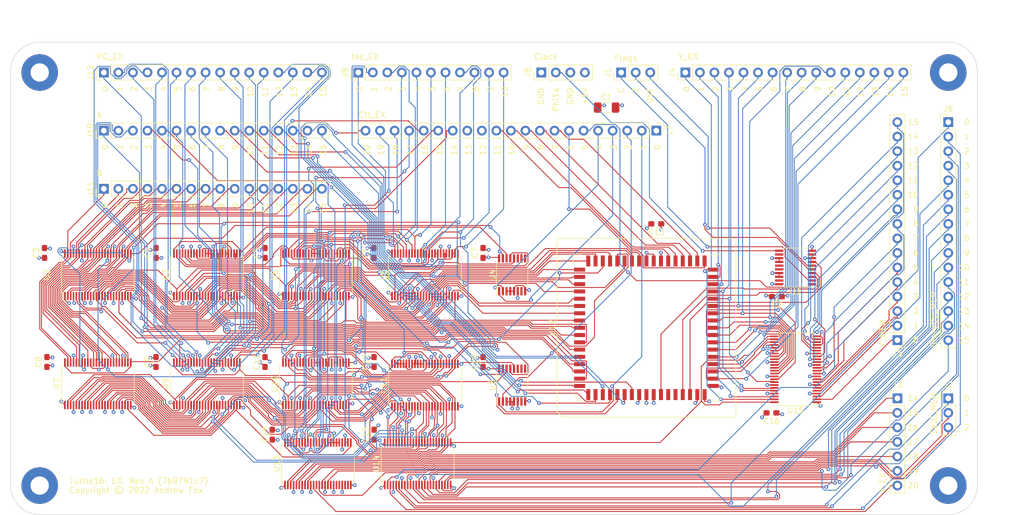
<source format=kicad_pcb>
(kicad_pcb (version 20211014) (generator pcbnew)
  (title_block (title "Turtle16: EX") (date "2022-04-12") (rev "A (7b9791c7)") (comment 4 "EX module containing operand selection and the ALU"))
  (layers (0 "F.Cu" signal) (1 "In1.Cu" power) (2 "In2.Cu" power) (31 "B.Cu" signal) (34 "B.Paste" user) (35 "F.Paste" user) (36 "B.SilkS" user "B.Silkscreen") (37 "F.SilkS" user "F.Silkscreen") (38 "B.Mask" user) (39 "F.Mask" user) (44 "Edge.Cuts" user))
  (net 0 "")
  (net 1 "GND")
  (net 2 "VCC")
  (net 3 "/EX Prototype Outputs/Carry")
  (net 4 "/EX Prototype Outputs/Z")
  (net 5 "/EX Prototype Outputs/OVF")
  (net 6 "/EX Prototype Outputs/SelC_MEM0")
  (net 7 "/EX Prototype Outputs/SelC_MEM1")
  (net 8 "/EX Prototype Outputs/SelC_MEM2")
  (net 9 "/EX Prototype Outputs/Ctl_MEM14")
  (net 10 "/EX Prototype Outputs/Ctl_MEM15")
  (net 11 "/EX Prototype Outputs/Ctl_MEM16")
  (net 12 "/EX/ALU/OVF")
  (net 13 "/EX/ALU/Z")
  (net 14 "/EX/ALU/C16")
  (net 15 "/EX/ALU/RightOp7")
  (net 16 "/EX/ALU/RightOp6")
  (net 17 "/EX/ALU/RightOp5")
  (net 18 "/EX/ALU/RightOp4")
  (net 19 "/EX/ALU/RightOp3")
  (net 20 "/EX/ALU/RightOp2")
  (net 21 "/EX/ALU/RightOp1")
  (net 22 "/EX/ALU/RightOp0")
  (net 23 "/EX/ALU/RightOp8")
  (net 24 "/EX/ALU/RightOp9")
  (net 25 "/EX/ALU/RightOp10")
  (net 26 "/EX/ALU/RightOp11")
  (net 27 "/EX/ALU/RightOp12")
  (net 28 "/EX/ALU/RightOp13")
  (net 29 "/EX/ALU/RightOp14")
  (net 30 "/EX/ALU/RightOp15")
  (net 31 "/EX Prototype Outputs/Ctl_MEM17")
  (net 32 "/EX Prototype Outputs/Ctl_MEM18")
  (net 33 "/EX Prototype Outputs/Ctl_MEM19")
  (net 34 "/EX Prototype Outputs/Ctl_MEM20")
  (net 35 "/EX Prototype Outputs/Y_EX0")
  (net 36 "/EX Prototype Outputs/Y_EX1")
  (net 37 "/EX Prototype Outputs/Y_EX2")
  (net 38 "/EX Prototype Outputs/Y_EX3")
  (net 39 "/EX Prototype Outputs/Y_EX4")
  (net 40 "/EX Prototype Outputs/Y_EX5")
  (net 41 "/EX Prototype Outputs/Y_EX6")
  (net 42 "/EX Prototype Outputs/Y_EX7")
  (net 43 "/EX Prototype Outputs/Y_EX8")
  (net 44 "/EX Prototype Outputs/Y_EX9")
  (net 45 "/EX Prototype Outputs/Y_EX10")
  (net 46 "/EX Prototype Outputs/Y_EX11")
  (net 47 "/EX Prototype Outputs/Y_EX12")
  (net 48 "/EX Prototype Outputs/Y_EX13")
  (net 49 "/EX Prototype Outputs/Y_EX14")
  (net 50 "/EX Prototype Outputs/Y_EX15")
  (net 51 "/EX Prototype Outputs/Y_MEM0")
  (net 52 "/EX Prototype Outputs/Y_MEM1")
  (net 53 "/EX/sheet5FD8D6EA/StoreOp_EX7")
  (net 54 "/EX/sheet5FD8D6EA/StoreOp_EX6")
  (net 55 "/EX/sheet5FD8D6EA/StoreOp_EX5")
  (net 56 "/EX/sheet5FD8D6EA/StoreOp_EX4")
  (net 57 "/EX/sheet5FD8D6EA/StoreOp_EX3")
  (net 58 "/EX/sheet5FD8D6EA/StoreOp_EX2")
  (net 59 "/EX/sheet5FD8D6EA/StoreOp_EX1")
  (net 60 "/EX/sheet5FD8D6EA/StoreOp_EX0")
  (net 61 "/EX/sheet5FD8D6EA/StoreOp_EX15")
  (net 62 "/EX/sheet5FD8D6EA/StoreOp_EX14")
  (net 63 "/EX/sheet5FD8D6EA/StoreOp_EX13")
  (net 64 "/EX/sheet5FD8D6EA/StoreOp_EX12")
  (net 65 "/EX/sheet5FD8D6EA/StoreOp_EX11")
  (net 66 "/EX/sheet5FD8D6EA/StoreOp_EX10")
  (net 67 "/EX/sheet5FD8D6EA/StoreOp_EX9")
  (net 68 "/EX/sheet5FD8D6EA/StoreOp_EX8")
  (net 69 "/EX Prototype Outputs/Y_MEM2")
  (net 70 "/EX Prototype Outputs/Y_MEM3")
  (net 71 "/EX Prototype Outputs/Y_MEM4")
  (net 72 "Net-(U10-Pad25)")
  (net 73 "/EX Prototype Outputs/Y_MEM5")
  (net 74 "/EX Prototype Outputs/Y_MEM6")
  (net 75 "/EX Prototype Outputs/Y_MEM7")
  (net 76 "/EX Prototype Outputs/Y_MEM8")
  (net 77 "/EX Prototype Outputs/Y_MEM9")
  (net 78 "/EX Prototype Outputs/Y_MEM10")
  (net 79 "/EX Prototype Outputs/Y_MEM11")
  (net 80 "/EX Prototype Outputs/Y_MEM12")
  (net 81 "/EX Prototype Outputs/Y_MEM13")
  (net 82 "/EX Prototype Outputs/Y_MEM14")
  (net 83 "/EX Prototype Outputs/Y_MEM15")
  (net 84 "/EX Prototype Outputs/StoreOp_MEM0")
  (net 85 "/EX Prototype Outputs/StoreOp_MEM1")
  (net 86 "/EX Prototype Outputs/StoreOp_MEM2")
  (net 87 "/EX Prototype Outputs/StoreOp_MEM3")
  (net 88 "/EX Prototype Outputs/StoreOp_MEM4")
  (net 89 "/EX Prototype Outputs/StoreOp_MEM5")
  (net 90 "/EX Prototype Outputs/StoreOp_MEM6")
  (net 91 "/EX Prototype Outputs/StoreOp_MEM7")
  (net 92 "/EX Prototype Outputs/StoreOp_MEM8")
  (net 93 "/EX Prototype Outputs/StoreOp_MEM9")
  (net 94 "/EX Prototype Outputs/StoreOp_MEM10")
  (net 95 "/EX Prototype Outputs/StoreOp_MEM11")
  (net 96 "/EX Prototype Outputs/StoreOp_MEM12")
  (net 97 "/EX Prototype Outputs/StoreOp_MEM13")
  (net 98 "/EX Prototype Outputs/StoreOp_MEM14")
  (net 99 "/EX Prototype Outputs/StoreOp_MEM15")
  (net 100 "/EX Prototype Inputs/Ctl_EX0")
  (net 101 "/EX Prototype Inputs/Ctl_EX1")
  (net 102 "/EX Prototype Inputs/Ctl_EX2")
  (net 103 "/EX Prototype Inputs/Ctl_EX3")
  (net 104 "/EX Prototype Inputs/Ctl_EX4")
  (net 105 "/EX Prototype Inputs/Ctl_EX5")
  (net 106 "/EX Prototype Inputs/Ctl_EX6")
  (net 107 "/EX Prototype Inputs/Ctl_EX7")
  (net 108 "/EX Prototype Inputs/Ctl_EX8")
  (net 109 "/EX Prototype Inputs/Ctl_EX9")
  (net 110 "/EX Prototype Inputs/Ctl_EX10")
  (net 111 "/EX Prototype Inputs/Ctl_EX11")
  (net 112 "/EX Prototype Inputs/Ctl_EX12")
  (net 113 "/EX Prototype Inputs/Ctl_EX13")
  (net 114 "/EX Prototype Inputs/Ctl_EX14")
  (net 115 "/EX Prototype Inputs/Ctl_EX15")
  (net 116 "/EX Prototype Inputs/Ctl_EX16")
  (net 117 "/EX Prototype Inputs/Ctl_EX17")
  (net 118 "/EX Prototype Inputs/Ctl_EX18")
  (net 119 "/EX Prototype Inputs/Ctl_EX19")
  (net 120 "/EX Prototype Inputs/Ctl_EX20")
  (net 121 "/EX Prototype Inputs/Phi1a")
  (net 122 "/EX Prototype Inputs/Ins_EX0")
  (net 123 "/EX Prototype Inputs/Ins_EX1")
  (net 124 "/EX Prototype Inputs/Ins_EX2")
  (net 125 "/EX Prototype Inputs/Ins_EX3")
  (net 126 "/EX Prototype Inputs/Ins_EX4")
  (net 127 "/EX Prototype Inputs/Ins_EX5")
  (net 128 "/EX Prototype Inputs/Ins_EX6")
  (net 129 "/EX Prototype Inputs/Ins_EX7")
  (net 130 "/EX Prototype Inputs/Ins_EX8")
  (net 131 "/EX Prototype Inputs/Ins_EX9")
  (net 132 "/EX Prototype Inputs/Ins_EX10")
  (net 133 "/EX Prototype Inputs/A0")
  (net 134 "/EX Prototype Inputs/A1")
  (net 135 "/EX Prototype Inputs/A2")
  (net 136 "/EX Prototype Inputs/A3")
  (net 137 "/EX Prototype Inputs/A4")
  (net 138 "/EX Prototype Inputs/A5")
  (net 139 "/EX Prototype Inputs/A6")
  (net 140 "/EX Prototype Inputs/A7")
  (net 141 "/EX Prototype Inputs/A8")
  (net 142 "/EX Prototype Inputs/A9")
  (net 143 "/EX Prototype Inputs/A10")
  (net 144 "/EX Prototype Inputs/A11")
  (net 145 "/EX Prototype Inputs/A12")
  (net 146 "/EX Prototype Inputs/A13")
  (net 147 "/EX Prototype Inputs/A14")
  (net 148 "/EX Prototype Inputs/A15")
  (net 149 "/EX Prototype Inputs/B0")
  (net 150 "/EX Prototype Inputs/B1")
  (net 151 "/EX Prototype Inputs/B2")
  (net 152 "/EX Prototype Inputs/B3")
  (net 153 "/EX Prototype Inputs/B4")
  (net 154 "/EX Prototype Inputs/B5")
  (net 155 "/EX Prototype Inputs/B6")
  (net 156 "/EX Prototype Inputs/B7")
  (net 157 "/EX Prototype Inputs/B8")
  (net 158 "/EX Prototype Inputs/B9")
  (net 159 "/EX Prototype Inputs/B10")
  (net 160 "/EX Prototype Inputs/B11")
  (net 161 "/EX Prototype Inputs/B12")
  (net 162 "/EX Prototype Inputs/B13")
  (net 163 "Net-(U11-Pad25)")
  (net 164 "/EX Prototype Inputs/B14")
  (net 165 "/EX Prototype Inputs/B15")
  (net 166 "/EX Prototype Inputs/PC_EX0")
  (net 167 "/EX Prototype Inputs/PC_EX1")
  (net 168 "/EX Prototype Inputs/PC_EX2")
  (net 169 "/EX Prototype Inputs/PC_EX3")
  (net 170 "/EX Prototype Inputs/PC_EX4")
  (net 171 "/EX Prototype Inputs/PC_EX5")
  (net 172 "/EX Prototype Inputs/PC_EX6")
  (net 173 "/EX Prototype Inputs/PC_EX7")
  (net 174 "/EX Prototype Inputs/PC_EX8")
  (net 175 "/EX Prototype Inputs/PC_EX9")
  (net 176 "/EX Prototype Inputs/PC_EX10")
  (net 177 "/EX Prototype Inputs/PC_EX11")
  (net 178 "/EX Prototype Inputs/PC_EX12")
  (net 179 "/EX Prototype Inputs/PC_EX13")
  (net 180 "/EX Prototype Inputs/PC_EX14")
  (net 181 "/EX Prototype Inputs/PC_EX15")
  (net 187 "Net-(U2-Pad25)")
  (net 188 "Net-(U3-Pad25)")
  (net 192 "Net-(U4-Pad12)")
  (net 193 "Net-(U4-Pad13)")
  (net 194 "Net-(U7-Pad25)")
  (net 199 "Net-(U8-Pad14)")
  (footprint "Package_SO:TSSOP-20_4.4x6.5mm_P0.65mm" (layer "F.Cu") (at 185.42 91.44 180)
    (fp_text reference "U1")
    (fp_text value "74ABT377")
  )
  (footprint "Capacitor_SMD:C_0603_1608Metric_Pad1.08x0.95mm_HandSolder" (layer "F.Cu") (at 182.1425 96.52 180)
    (fp_text reference "C2")
    (fp_text value "100nF")
  )
  (footprint "Capacitor_SMD:C_0603_1608Metric_Pad1.08x0.95mm_HandSolder" (layer "F.Cu") (at 181.2025 116.84 180)
    (fp_text reference "C16")
    (fp_text value "100nF")
  )
  (footprint "MountingHole:MountingHole_3.2mm_M3_Pad" (layer "F.Cu") (at 53.34 129.54)
    (fp_text reference "H4" hide)
    (fp_text value "MountingHole_Pad")
  )
  (footprint "MountingHole:MountingHole_3.2mm_M3_Pad" (layer "F.Cu") (at 212.09 129.54)
    (fp_text reference "H3" hide)
    (fp_text value "MountingHole_Pad")
  )
  (footprint "MountingHole:MountingHole_3.2mm_M3_Pad" (layer "F.Cu") (at 53.34 57.3679)
    (fp_text reference "H1" hide)
    (fp_text value "MountingHole_Pad")
  )
  (footprint "MountingHole:MountingHole_3.2mm_M3_Pad" (layer "F.Cu") (at 212.09 57.3679)
    (fp_text reference "H2" hide)
    (fp_text value "MountingHole_Pad")
  )
  (footprint "Package_SO:TSSOP-48_6.1x12.5mm_P0.5mm" (layer "F.Cu") (at 185.42 109.22 180)
    (fp_text reference "U15")
    (fp_text value "74ABT16374")
  )
  (footprint "Capacitor_SMD:C_0603_1608Metric_Pad1.08x0.95mm_HandSolder" (layer "F.Cu") (at 93.98 120.65 90)
    (fp_text reference "C14")
    (fp_text value "100nF")
  )
  (footprint "Package_SO:TSSOP-48_6.1x12.5mm_P0.5mm" (layer "F.Cu") (at 101.95 125.73 90)
    (fp_text reference "U13")
    (fp_text value "74ABT16374")
  )
  (footprint "Capacitor_SMD:C_0603_1608Metric_Pad1.08x0.95mm_HandSolder" (layer "F.Cu") (at 111.76 120.65 90)
    (fp_text reference "C15")
    (fp_text value "100nF")
  )
  (footprint "Package_SO:TSSOP-48_6.1x12.5mm_P0.5mm" (layer "F.Cu") (at 119.38 125.73 90)
    (fp_text reference "U14")
    (fp_text value "74ABT16374")
  )
  (footprint "Capacitor_SMD:C_0603_1608Metric_Pad1.08x0.95mm_HandSolder" (layer "F.Cu") (at 54.19 88.9 90)
    (fp_text reference "C3")
    (fp_text value "100nF")
  )
  (footprint "Capacitor_SMD:C_0603_1608Metric_Pad1.08x0.95mm_HandSolder" (layer "F.Cu") (at 73.66 88.9 90)
    (fp_text reference "C4")
    (fp_text value "100nF")
  )
  (footprint "Package_SO:TSSOP-48_6.1x12.5mm_P0.5mm" (layer "F.Cu") (at 63.5 92.71 90)
    (fp_text reference "U2")
    (fp_text value "74AHCT16245")
  )
  (footprint "Package_SO:TSSOP-48_6.1x12.5mm_P0.5mm" (layer "F.Cu") (at 82.55 92.71 90)
    (fp_text reference "U3")
    (fp_text value "74AHCT16245")
  )
  (footprint "Package_SO:TSSOP-48_6.1x12.5mm_P0.5mm" (layer "F.Cu") (at 101.6 92.71 90)
    (fp_text reference "U5")
    (fp_text value "74AHCT16245")
  )
  (footprint "Capacitor_SMD:C_0603_1608Metric_Pad1.08x0.95mm_HandSolder" (layer "F.Cu") (at 92.71 88.9 90)
    (fp_text reference "C5")
    (fp_text value "100nF")
  )
  (footprint "Capacitor_SMD:C_0603_1608Metric_Pad1.08x0.95mm_HandSolder" (layer "F.Cu") (at 130.81 88.9 90)
    (fp_text reference "C7")
    (fp_text value "100nF")
  )
  (footprint "Package_SO:TSSOP-16_4.4x5mm_P0.65mm" (layer "F.Cu") (at 135.89 92.71 90)
    (fp_text reference "U4")
    (fp_text value "74AHCT138")
  )
  (footprint "Capacitor_SMD:C_0603_1608Metric_Pad1.08x0.95mm_HandSolder" (layer "F.Cu") (at 111.76 88.9 90)
    (fp_text reference "C6")
    (fp_text value "100nF")
  )
  (footprint "Package_SO:TSSOP-48_6.1x12.5mm_P0.5mm" (layer "F.Cu") (at 120.65 92.71 90)
    (fp_text reference "U6")
    (fp_text value "74AHCT16245")
  )
  (footprint "Capacitor_SMD:C_0603_1608Metric_Pad1.08x0.95mm_HandSolder" (layer "F.Cu") (at 54.61 107.95 90)
    (fp_text reference "C8")
    (fp_text value "100nF")
  )
  (footprint "Capacitor_SMD:C_0603_1608Metric_Pad1.08x0.95mm_HandSolder" (layer "F.Cu") (at 73.66 107.95 90)
    (fp_text reference "C9")
    (fp_text value "100nF")
  )
  (footprint "Capacitor_SMD:C_0603_1608Metric_Pad1.08x0.95mm_HandSolder" (layer "F.Cu") (at 111.76 107.95 90)
    (fp_text reference "C12")
    (fp_text value "100nF")
  )
  (footprint "Package_SO:TSSOP-48_6.1x12.5mm_P0.5mm" (layer "F.Cu") (at 63.5 111.76 90)
    (fp_text reference "U7")
    (fp_text value "74AHCT16245")
  )
  (footprint "Package_SO:TSSOP-48_6.1x12.5mm_P0.5mm" (layer "F.Cu") (at 82.55 111.76 90)
    (fp_text reference "U9")
    (fp_text value "74AHCT16245")
  )
  (footprint "Package_SO:TSSOP-48_6.1x12.5mm_P0.5mm" (layer "F.Cu") (at 101.6 111.76 90)
    (fp_text reference "U10")
    (fp_text value "74AHCT16245")
  )
  (footprint "Package_SO:TSSOP-48_6.1x12.5mm_P0.5mm" (layer "F.Cu") (at 120.65 111.99 90)
    (fp_text reference "U11")
    (fp_text value "74AHCT16245")
  )
  (footprint "Capacitor_SMD:C_0603_1608Metric_Pad1.08x0.95mm_HandSolder" (layer "F.Cu") (at 92.71 107.95 90)
    (fp_text reference "C11")
    (fp_text value "100nF")
  )
  (footprint "Capacitor_SMD:C_0603_1608Metric_Pad1.08x0.95mm_HandSolder" (layer "F.Cu") (at 130.81 107.95 90)
    (fp_text reference "C10")
    (fp_text value "100nF")
  )
  (footprint "Package_SO:TSSOP-16_4.4x5mm_P0.65mm" (layer "F.Cu") (at 135.89 111.99 90)
    (fp_text reference "U8")
    (fp_text value "74AHCT138")
  )
  (footprint "Capacitor_SMD:C_0603_1608Metric_Pad1.08x0.95mm_HandSolder" (layer "F.Cu") (at 161.0721 83.82 180)
    (fp_text reference "C13")
    (fp_text value "100nF")
  )
  (footprint "Package_LCC:PLCC-68_SMD-Socket" (layer "F.Cu") (at 159.3521 101.974 90)
    (fp_text reference "U12")
    (fp_text value "IDT7381")
  )
  (footprint "Connector_PinHeader_2.54mm:PinHeader_1x07_P2.54mm_Vertical" (layer "F.Cu") (at 203.2 114.295)
    (fp_text reference "J3")
    (fp_text value "Y_EX")
  )
  (footprint "Connector_PinHeader_2.54mm:PinHeader_1x11_P2.54mm_Vertical" (layer "F.Cu") (at 109.0021 57.3679 90)
    (fp_text reference "J9")
    (fp_text value "Ins_EX")
  )
  (footprint "Capacitor_SMD:C_1206_3216Metric_Pad1.33x1.80mm_HandSolder" (layer "F.Cu") (at 152.4 63.5)
    (fp_text reference "C1")
    (fp_text value "100µF")
  )
  (footprint "Connector_PinHeader_2.54mm:PinHeader_1x16_P2.54mm_Vertical" (layer "F.Cu") (at 64.5521 77.6879 90)
    (fp_text reference "J11")
    (fp_text value "B")
  )
  (footprint "Connector_PinHeader_2.54mm:PinHeader_1x16_P2.54mm_Vertical" (layer "F.Cu") (at 212.09 66.04)
    (fp_text reference "J6")
    (fp_text value "StoreOp_MEM")
  )
  (footprint "Connector_PinHeader_2.54mm:PinHeader_1x04_P2.54mm_Vertical" (layer "F.Cu") (at 140.98 57.3679 90)
    (fp_text reference "J8")
    (fp_text value "Clock")
  )
  (footprint "Connector_PinHeader_2.54mm:PinHeader_1x16_P2.54mm_Vertical" (layer "F.Cu") (at 203.2 104.14 180)
    (fp_text reference "J5")
    (fp_text value "Y_MEM")
  )
  (footprint "Connector_PinHeader_2.54mm:PinHeader_1x16_P2.54mm_Vertical" (layer "F.Cu") (at 64.5521 57.3679 90)
    (fp_text reference "J12")
    (fp_text value "PC_EX")
  )
  (footprint "Connector_PinHeader_2.54mm:PinHeader_1x16_P2.54mm_Vertical" (layer "F.Cu") (at 64.5521 67.5279 90)
    (fp_text reference "J10")
    (fp_text value "A")
  )
  (footprint "Connector_PinHeader_2.54mm:PinHeader_1x03_P2.54mm_Vertical" (layer "F.Cu") (at 154.94 57.3679 90)
    (fp_text reference "J1")
    (fp_text value "Flags")
  )
  (footprint "Connector_PinHeader_2.54mm:PinHeader_1x03_P2.54mm_Vertical" (layer "F.Cu") (at 212.09 114.3)
    (fp_text reference "J2")
    (fp_text value "SelC_MEM")
  )
  (footprint "Connector_PinHeader_2.54mm:PinHeader_1x21_P2.54mm_Vertical" (layer "F.Cu") (at 161.0721 67.5279 -90)
    (fp_text reference "J7")
    (fp_text value "Ctl_EX")
  )
  (footprint "Connector_PinHeader_2.54mm:PinHeader_1x16_P2.54mm_Vertical" (layer "F.Cu") (at 166.1521 57.3679 90)
    (fp_text reference "J4")
    (fp_text value "Y_EX")
  )
  (gr_line (start 217.17 129.54) (end 217.17 57.15) (layer "Edge.Cuts") (width 0.1))
  (gr_line (start 48.26 57.15) (end 48.26 129.54) (layer "Edge.Cuts") (width 0.1))
  (gr_line (start 53.34 134.62) (end 212.09 134.62) (layer "Edge.Cuts") (width 0.1))
  (gr_arc (start 212.09 52.07) (mid 215.682102 53.557898) (end 217.17 57.15) (layer "Edge.Cuts") (width 0.1))
  (gr_arc (start 217.17 129.54) (mid 215.682102 133.132102) (end 212.09 134.62) (layer "Edge.Cuts") (width 0.1))
  (gr_arc (start 48.26 57.15) (mid 49.747898 53.557898) (end 53.34 52.07) (layer "Edge.Cuts") (width 0.1))
  (gr_line (start 212.09 52.07) (end 53.34 52.07) (layer "Edge.Cuts") (width 0.1))
  (gr_arc (start 53.34 134.62) (mid 49.747898 133.132102) (end 48.26 129.54) (layer "Edge.Cuts") (width 0.1))
  (gr_text "Turtle16: EX, Rev A (7b9791c7)\nCopyright © 2022 Andrew Fox" (at 58.42 129.54) (layer "F.SilkS") (effects (font (size 1 1)) (justify left)))
  (gr_text "8" (at 85.09 59.69 90) (layer "F.SilkS") (effects (font (size 1 1)) (justify right)))
  (gr_text "2" (at 207.01 99.06) (layer "F.SilkS") (effects (font (size 1 1)) (justify right)))
  (gr_text "9" (at 87.63 69.85 90) (layer "F.SilkS") (effects (font (size 1 1)) (justify right)))
  (gr_text "5" (at 77.47 59.69 90) (layer "F.SilkS") (effects (font (size 1 1)) (justify right)))
  (gr_text "13" (at 199.39 59.69 90) (layer "F.SilkS") (effects (font (size 1 1)) (justify right)))
  (gr_text "10" (at 207.01 78.74) (layer "F.SilkS") (effects (font (size 1 1)) (justify right)))
  (gr_text "5" (at 148.59 69.85 90) (layer "F.SilkS") (effects (font (size 1 1)) (justify right)))
  (gr_text "GND" (at 140.97 59.907898 90) (layer "F.SilkS") (effects (font (size 1 1)) (justify right)))
  (gr_text "7" (at 215.9 83.82) (layer "F.SilkS") (effects (font (size 1 1)) (justify right)))
  (gr_text "3" (at 116.84 59.69 90) (layer "F.SilkS") (effects (font (size 1 1)) (justify right)))
  (gr_text "9" (at 207.01 81.28) (layer "F.SilkS") (effects (font (size 1 1)) (justify right)))
  (gr_text "14" (at 125.73 69.85 90) (layer "F.SilkS") (effects (font (size 1 1)) (justify right)))
  (gr_text "GND" (at 146.05 59.907898 90) (layer "F.SilkS") (effects (font (size 1 1)) (justify right)))
  (gr_text "19" (at 113.03 69.85 90) (layer "F.SilkS") (effects (font (size 1 1)) (justify right)))
  (gr_text "14" (at 100.33 80.01 90) (layer "F.SilkS") (effects (font (size 1 1)) (justify right)))
  (gr_text "10" (at 90.17 59.69 90) (layer "F.SilkS") (effects (font (size 1 1)) (justify right)))
  (gr_text "6" (at 207.01 88.9) (layer "F.SilkS") (effects (font (size 1 1)) (justify right)))
  (gr_text "12" (at 196.85 59.69 90) (layer "F.SilkS") (effects (font (size 1 1)) (justify right)))
  (gr_text "8" (at 85.09 80.01 90) (layer "F.SilkS") (effects (font (size 1 1)) (justify right)))
  (gr_text "2" (at 156.21 69.85 90) (layer "F.SilkS") (effects (font (size 1 1)) (justify right)))
  (gr_text "14" (at 100.33 59.69 90) (layer "F.SilkS") (effects (font (size 1 1)) (justify right)))
  (gr_text "3" (at 72.39 80.01 90) (layer "F.SilkS") (effects (font (size 1 1)) (justify right)))
  (gr_text "12" (at 215.9 96.52) (layer "F.SilkS") (effects (font (size 1 1)) (justify right)))
  (gr_text "9" (at 189.23 59.69 90) (layer "F.SilkS") (effects (font (size 1 1)) (justify right)))
  (gr_text "4" (at 215.9 76.2) (layer "F.SilkS") (effects (font (size 1 1)) (justify right)))
  (gr_text "3" (at 153.67 69.85 90) (layer "F.SilkS") (effects (font (size 1 1)) (justify right)))
  (gr_text "Z" (at 157.48 59.907898 90) (layer "F.SilkS") (effects (font (size 1 1)) (justify right)))
  (gr_text "7" (at 184.15 59.69 90) (layer "F.SilkS") (effects (font (size 1 1)) (justify right)))
  (gr_text "9" (at 215.9 88.9) (layer "F.SilkS") (effects (font (size 1 1)) (justify right)))
  (gr_text "14" (at 201.93 59.69 90) (layer "F.SilkS") (effects (font (size 1 1)) (justify right)))
  (gr_text "1" (at 111.76 59.69 90) (layer "F.SilkS") (effects (font (size 1 1)) (justify right)))
  (gr_text "3" (at 173.99 59.69 90) (layer "F.SilkS") (effects (font (size 1 1)) (justify right)))
  (gr_text "7" (at 143.51 69.85 90) (layer "F.SilkS") (effects (font (size 1 1)) (justify right)))
  (gr_text "15" (at 215.9 104.14) (layer "F.SilkS") (effects (font (size 1 1)) (justify right)))
  (gr_text "9" (at 132.08 59.69 90) (layer "F.SilkS") (effects (font (size 1 1)) (justify right)))
  (gr_text "4" (at 207.01 93.98) (layer "F.SilkS") (effects (font (size 1 1)) (justify right)))
  (gr_text "12" (at 207.01 73.66) (layer "F.SilkS") (effects (font (size 1 1)) (justify right)))
  (gr_text "13" (at 215.9 99.06) (layer "F.SilkS") (effects (font (size 1 1)) (justify right)))
  (gr_text "14" (at 207.01 114.3) (layer "F.SilkS") (effects (font (size 1 1)) (justify right)))
  (gr_text "2" (at 171.45 59.69 90) (layer "F.SilkS") (effects (font (size 1 1)) (justify right)))
  (gr_text "1" (at 67.31 80.01 90) (layer "F.SilkS") (effects (font (size 1 1)) (justify right)))
  (gr_text "6" (at 215.9 81.28) (layer "F.SilkS") (effects (font (size 1 1)) (justify right)))
  (gr_text "15" (at 123.19 69.85 90) (layer "F.SilkS") (effects (font (size 1 1)) (justify right)))
  (gr_text "2" (at 215.9 71.12) (layer "F.SilkS") (effects (font (size 1 1)) (justify right)))
  (gr_text "6" (at 146.05 69.85 90) (layer "F.SilkS") (effects (font (size 1 1)) (justify right)))
  (gr_text "7" (at 82.55 80.01 90) (layer "F.SilkS") (effects (font (size 1 1)) (justify right)))
  (gr_text "11" (at 207.01 76.2) (layer "F.SilkS") (effects (font (size 1 1)) (justify right)))
  (gr_text "0" (at 64.77 80.01 90) (layer "F.SilkS") (effects (font (size 1 1)) (justify right)))
  (gr_text "14" (at 100.33 69.85 90) (layer "F.SilkS") (effects (font (size 1 1)) (justify right)))
  (gr_text "16" (at 120.65 69.85 90) (layer "F.SilkS") (effects (font (size 1 1)) (justify right)))
  (gr_text "5" (at 179.07 59.69 90) (layer "F.SilkS") (effects (font (size 1 1)) (justify right)))
  (gr_text "4" (at 74.93 80.01 90) (layer "F.SilkS") (effects (font (size 1 1)) (justify right)))
  (gr_text "0" (at 109.22 59.69 90) (layer "F.SilkS") (effects (font (size 1 1)) (justify right)))
  (gr_text "1" (at 67.31 59.69 90) (layer "F.SilkS") (effects (font (size 1 1)) (justify right)))
  (gr_text "1" (at 215.9 68.58) (layer "F.SilkS") (effects (font (size 1 1)) (justify right)))
  (gr_text "15" (at 102.87 59.69 90) (layer "F.SilkS") (effects (font (size 1 1)) (justify right)))
  (gr_text "4" (at 74.93 59.69 90) (layer "F.SilkS") (effects (font (size 1 1)) (justify right)))
  (gr_text "C" (at 154.94 59.907898 90) (layer "F.SilkS") (effects (font (size 1 1)) (justify right)))
  (gr_text "3" (at 215.9 73.66) (layer "F.SilkS") (effects (font (size 1 1)) (justify right)))
  (gr_text "15" (at 102.87 69.85 90) (layer "F.SilkS") (effects (font (size 1 1)) (justify right)))
  (gr_text "2" (at 69.85 59.69 90) (layer "F.SilkS") (effects (font (size 1 1)) (justify right)))
  (gr_text "5" (at 121.92 59.69 90) (layer "F.SilkS") (effects (font (size 1 1)) (justify right)))
  (gr_text "3" (at 72.39 59.69 90) (layer "F.SilkS") (effects (font (size 1 1)) (justify right)))
  (gr_text "7" (at 82.55 59.69 90) (layer "F.SilkS") (effects (font (size 1 1)) (justify right)))
  (gr_text "20" (at 207.01 129.54) (layer "F.SilkS") (effects (font (size 1 1)) (justify right)))
  (gr_text "1" (at 158.75 69.85 90) (layer "F.SilkS") (effects (font (size 1 1)) (justify right)))
  (gr_text "12" (at 95.25 80.01 90) (layer "F.SilkS") (effects (font (size 1 1)) (justify right)))
  (gr_text "0" (at 64.77 59.69 90) (layer "F.SilkS") (effects (font (size 1 1)) (justify right)))
  (gr_text "11" (at 194.31 59.69 90) (layer "F.SilkS") (effects (font (size 1 1)) (justify right)))
  (gr_text "8" (at 140.97 69.85 90) (layer "F.SilkS") (effects (font (size 1 1)) (justify right)))
  (gr_text "6" (at 80.01 59.69 90) (layer "F.SilkS") (effects (font (size 1 1)) (justify right)))
  (gr_text "11" (at 92.71 69.85 90) (layer "F.SilkS") (effects (font (size 1 1)) (justify right)))
  (gr_text "8" (at 85.09 69.85 90) (layer "F.SilkS") (effects (font (size 1 1)) (justify right)))
  (gr_text "19" (at 207.01 127) (layer "F.SilkS") (effects (font (size 1 1)) (justify right)))
  (gr_text "17" (at 207.01 121.92) (layer "F.SilkS") (effects (font (size 1 1)) (justify right)))
  (gr_text "6" (at 124.46 59.69 90) (layer "F.SilkS") (effects (font (size 1 1)) (justify right)))
  (gr_text "10" (at 215.9 91.44) (layer "F.SilkS") (effects (font (size 1 1)) (justify right)))
  (gr_text "17" (at 118.11 69.85 90) (layer "F.SilkS") (effects (font (size 1 1)) (justify right)))
  (gr_text "2" (at 69.85 69.85 90) (layer "F.SilkS") (effects (font (size 1 1)) (justify right)))
  (gr_text "1" (at 168.91 59.69 90) (layer "F.SilkS") (effects (font (size 1 1)) (justify right)))
  (gr_text "18" (at 115.57 69.85 90) (layer "F.SilkS") (effects (font (size 1 1)) (justify right)))
  (gr_text "10" (at 90.17 69.85 90) (layer "F.SilkS") (effects (font (size 1 1)) (justify right)))
  (gr_text "16" (at 207.01 119.38) (layer "F.SilkS") (effects (font (size 1 1)) (justify right)))
  (gr_text "12" (at 130.81 69.85 90) (layer "F.SilkS") (effects (font (size 1 1)) (justify right)))
  (gr_text "5" (at 215.9 78.74) (layer "F.SilkS") (effects (font (size 1 1)) (justify right)))
  (gr_text "0" (at 215.9 114.3) (layer "F.SilkS") (effects (font (size 1 1)) (justify right)))
  (gr_text "8" (at 129.54 59.69 90) (layer "F.SilkS") (effects (font (size 1 1)) (justify right)))
  (gr_text "11" (at 133.35 69.85 90) (layer "F.SilkS") (effects (font (size 1 1)) (justify right)))
  (gr_text "0" (at 161.29 69.85 90) (layer "F.SilkS") (effects (font (size 1 1)) (justify right)))
  (gr_text "5" (at 77.47 69.85 90) (layer "F.SilkS") (effects (font (size 1 1)) (justify right)))
  (gr_text "15" (at 207.01 66.04) (layer "F.SilkS") (effects (font (size 1 1)) (justify right)))
  (gr_text "+5V" (at 148.59 59.907898 90) (layer "F.SilkS") (effects (font (size 1 1)) (justify right)))
  (gr_text "20" (at 110.49 69.85 90) (layer "F.SilkS") (effects (font (size 1 1)) (justify right)))
  (gr_text "5" (at 77.47 80.01 90) (layer "F.SilkS") (effects (font (size 1 1)) (justify right)))
  (gr_text "18" (at 207.01 124.46) (layer "F.SilkS") (effects (font (size 1 1)) (justify right)))
  (gr_text "11" (at 215.9 93.98) (layer "F.SilkS") (effects (font (size 1 1)) (justify right)))
  (gr_text "0" (at 215.9 66.04) (layer "F.SilkS") (effects (font (size 1 1)) (justify right)))
  (gr_text "14" (at 215.9 101.6) (layer "F.SilkS") (effects (font (size 1 1)) (justify right)))
  (gr_text "15" (at 207.01 116.84) (layer "F.SilkS") (effects (font (size 1 1)) (justify right)))
  (gr_text "12" (at 95.25 69.85 90) (layer "F.SilkS") (effects (font (size 1 1)) (justify right)))
  (gr_text "11" (at 92.71 80.01 90) (layer "F.SilkS") (effects (font (size 1 1)) (justify right)))
  (gr_text "7" (at 207.01 86.36) (layer "F.SilkS") (effects (font (size 1 1)) (justify right)))
  (gr_text "10" (at 90.17 80.01 90) (layer "F.SilkS") (effects (font (size 1 1)) (justify right)))
  (gr_text "3" (at 72.39 69.85 90) (layer "F.SilkS") (effects (font (size 1 1)) (justify right)))
  (gr_text "2" (at 215.9 119.38) (layer "F.SilkS") (effects (font (size 1 1)) (justify right)))
  (gr_text "9" (at 87.63 59.69 90) (layer "F.SilkS") (effects (font (size 1 1)) (justify right)))
  (gr_text "10" (at 134.62 59.69 90) (layer "F.SilkS") (effects (font (size 1 1)) (justify right)))
  (gr_text "13" (at 97.79 69.85 90) (layer "F.SilkS") (effects (font (size 1 1)) (justify right)))
  (gr_text "8" (at 186.69 59.69 90) (layer "F.SilkS") (effects (font (size 1 1)) (justify right)))
  (gr_text "OVF" (at 160.02 59.907898 90) (layer "F.SilkS") (effects (font (size 1 1)) (justify right)))
  (gr_text "13" (at 97.79 80.01 90) (layer "F.SilkS") (effects (font (size 1 1)) (justify right)))
  (gr_text "5" (at 207.01 91.44) (layer "F.SilkS") (effects (font (size 1 1)) (justify right)))
  (gr_text "12" (at 95.25 59.69 90) (layer "F.SilkS") (effects (font (size 1 1)) (justify right)))
  (gr_text "4" (at 151.13 69.85 90) (layer "F.SilkS") (effects (font (size 1 1)) (justify right)))
  (gr_text "15" (at 102.87 80.01 90) (layer "F.SilkS") (effects (font (size 1 1)) (justify right)))
  (gr_text "1" (at 207.01 101.6) (layer "F.SilkS") (effects (font (size 1 1)) (justify right)))
  (gr_text "1" (at 215.9 116.84) (layer "F.SilkS") (effects (font (size 1 1)) (justify right)))
  (gr_text "13" (at 128.27 69.85 90) (layer "F.SilkS") (effects (font (size 1 1)) (justify right)))
  (gr_text "6" (at 181.61 59.69 90) (layer "F.SilkS") (effects (font (size 1 1)) (justify right)))
  (gr_text "9" (at 87.63 80.01 90) (layer "F.SilkS") (effects (font (size 1 1)) (justify right)))
  (gr_text "Phi1a" (at 143.51 59.907898 90) (layer "F.SilkS") (effects (font (size 1 1)) (justify right)))
  (gr_text "14" (at 207.01 68.58) (layer "F.SilkS") (effects (font (size 1 1)) (justify right)))
  (gr_text "7" (at 82.55 69.85 90) (layer "F.SilkS") (effects (font (size 1 1)) (justify right)))
  (gr_text "4" (at 176.53 59.69 90) (layer "F.SilkS") (effects (font (size 1 1)) (justify right)))
  (gr_text "1" (at 67.31 69.85 90) (layer "F.SilkS") (effects (font (size 1 1)) (justify right)))
  (gr_text "3" (at 207.01 96.52) (layer "F.SilkS") (effects (font (size 1 1)) (justify right)))
  (gr_text "4" (at 74.93 69.85 90) (layer "F.SilkS") (effects (font (size 1 1)) (justify right)))
  (gr_text "0" (at 64.77 69.85 90) (layer "F.SilkS") (effects (font (size 1 1)) (justify right)))
  (gr_text "13" (at 97.79 59.69 90) (layer "F.SilkS") (effects (font (size 1 1)) (justify right)))
  (gr_text "10" (at 135.89 69.85 90) (layer "F.SilkS") (effects (font (size 1 1)) (justify right)))
  (gr_text "10" (at 191.77 59.69 90) (layer "F.SilkS") (effects (font (size 1 1)) (justify right)))
  (gr_text "8" (at 215.9 86.36) (layer "F.SilkS") (effects (font (size 1 1)) (justify right)))
  (gr_text "4" (at 119.38 59.69 90) (layer "F.SilkS") (effects (font (size 1 1)) (justify right)))
  (gr_text "6" (at 80.01 69.85 90) (layer "F.SilkS") (effects (font (size 1 1)) (justify right)))
  (gr_text "2" (at 69.85 80.01 90) (layer "F.SilkS") (effects (font (size 1 1)) (justify right)))
  (gr_text "11" (at 92.71 59.69 90) (layer "F.SilkS") (effects (font (size 1 1)) (justify right)))
  (gr_text "0" (at 207.01 104.14) (layer "F.SilkS") (effects (font (size 1 1)) (justify right)))
  (gr_text "13" (at 207.01 71.12) (layer "F.SilkS") (effects (font (size 1 1)) (justify right)))
  (gr_text "2" (at 114.3 59.69 90) (layer "F.SilkS") (effects (font (size 1 1)) (justify right)))
  (gr_text "0" (at 166.37 59.69 90) (layer "F.SilkS") (effects (font (size 1 1)) (justify right)))
  (gr_text "6" (at 80.01 80.01 90) (layer "F.SilkS") (effects (font (size 1 1)) (justify right)))
  (gr_text "8" (at 207.01 83.82) (layer "F.SilkS") (effects (font (size 1 1)) (justify right)))
  (gr_text "15" (at 204.47 59.69 90) (layer "F.SilkS") (effects (font (size 1 1)) (justify right)))
  (gr_text "7" (at 127 59.69 90) (layer "F.SilkS") (effects (font (size 1 1)) (justify right)))
  (gr_text "9" (at 138.43 69.85 90) (layer "F.SilkS") (effects (font (size 1 1)) (justify right)))
  (segment (start 118.4 108.2775) (end 118.9 108.2775) (width 0.1524) (layer "F.Cu") (net 1))
  (segment (start 124.9 88.9975) (end 124.9 87.7818) (width 0.1524) (layer "F.Cu") (net 1))
  (segment (start 83.8 97.1317) (end 81.1959 99.7358) (width 0.1524) (layer "F.Cu") (net 1))
  (segment (start 188.2825 88.515) (end 188.2825 87.8241) (width 0.1524) (layer "F.Cu") (net 1))
  (segment (start 59.25 96.4225) (end 59.25 97.5152) (width 0.1524) (layer "F.Cu") (net 1))
  (segment (start 83.8 96.4225) (end 83.8 97.1317) (width 0.1524) (layer "F.Cu") (net 1))
  (segment (start 180.4791 107.97) (end 181.7075 107.97) (width 0.1524) (layer "F.Cu") (net 1))
  (segment (start 158.0821 113.6465) (end 158.0821 114.8379) (width 0.1524) (layer "F.Cu") (net 1))
  (segment (start 81.3 95.27) (end 81.3 96.4225) (width 0.1524) (layer "F.Cu") (net 1))
  (segment (start 101.2684 123.8247) (end 102.114 123.8247) (width 0.1524) (layer "F.Cu") (net 1))
  (segment (start 84.2459 87.2107) (end 85.9071 87.2107) (width 0.1524) (layer "F.Cu") (net 1))
  (segment (start 86.8 106.8224) (end 86.8 108.0475) (width 0.1524) (layer "F.Cu") (net 1))
  (segment (start 97.35 96.4225) (end 97.35 94.8368) (width 0.1524) (layer "F.Cu") (net 1))
  (segment (start 100.7 130.6768) (end 100.7 129.4425) (width 0.1524) (layer "F.Cu") (net 1))
  (segment (start 180.4912 105.2618) (end 180.783 104.97) (width 0.1524) (layer "F.Cu") (net 1))
  (segment (start 118.9 108.2775) (end 119.0537 108.2775) (width 0.1524) (layer "F.Cu") (net 1))
  (segment (start 102.5333 107.0559) (end 100.6475 107.0559) (width 0.1524) (layer "F.Cu") (net 1))
  (segment (start 100.35 114.4863) (end 100.592 114.2443) (width 0.1524) (layer "F.Cu") (net 1))
  (segment (start 102.85 89.6974) (end 102.5743 89.9731) (width 0.1524) (layer "F.Cu") (net 1))
  (segment (start 160.6221 90.3015) (end 160.6221 89.1101) (width 0.1524) (layer "F.Cu") (net 1))
  (segment (start 190.1212 104.7229) (end 190.1212 103.7833) (width 0.1524) (layer "F.Cu") (net 1))
  (segment (start 62.25 96.4225) (end 62.25 97.6422) (width 0.1524) (layer "F.Cu") (net 1))
  (segment (start 135.565 95.5725) (end 134.915 95.5725) (width 0.1524) (layer "F.Cu") (net 1))
  (segment (start 115.13 119.3949) (end 115.0866 119.3515) (width 0.1524) (layer "F.Cu") (net 1))
  (segment (start 78.3 114.3332) (end 78.3 115.4725) (width 0.1524) (layer "F.Cu") (net 1))
  (segment (start 88.7922 114.1746) (end 89.2631 114.6455) (width 0.1524) (layer "F.Cu") (net 1))
  (segment (start 67.75 106.9479) (end 67.866 106.8319) (width 0.1524) (layer "F.Cu") (net 1))
  (segment (start 64.75 96.4225) (end 64.75 97.6398) (width 0.1524) (layer "F.Cu") (net 1))
  (segment (start 100.7 122.0175) (end 100.7 123.2563) (width 0.1524) (layer "F.Cu") (net 1))
  (segment (start 159.3816 88.8597) (end 159.3816 89.0806) (width 0.1524) (layer "F.Cu") (net 1))
  (segment (start 158.0756 114.8379) (end 158.0821 114.8379) (width 0.1524) (layer "F.Cu") (net 1))
  (segment (start 120.63 129.4425) (end 120.63 128.2234) (width 0.1524) (layer "F.Cu") (net 1))
  (segment (start 159.4256 84.604) (end 160.2096 83.82) (width 0.1524) (layer "F.Cu") (net 1))
  (segment (start 155.1153 63.1092) (end 154.3533 63.1092) (width 0.1524) (layer "F.Cu") (net 1))
  (segment (start 121.9 90.2164) (end 121.9 88.9975) (width 0.1524) (layer "F.Cu") (net 1))
  (segment (start 62.25 116.6933) (end 62.25 115.4725) (width 0.1524) (layer "F.Cu") (net 1))
  (segment (start 138.8512 95.3695) (end 138.1994 95.3695) (width 0.1524) (layer "F.Cu") (net 1))
  (segment (start 100.7 123.2563) (end 101.2684 123.8247) (width 0.1524) (layer "F.Cu") (net 1))
  (segment (start 118.4 108.9674) (end 118.1231 109.2443) (width 0.1524) (layer "F.Cu") (net 1))
  (segment (start 102.114 123.8247) (end 103.2 122.7387) (width 0.1524) (layer "F.Cu") (net 1))
  (segment (start 116.4 96.4225) (end 116.4 97.4018) (width 0.1524) (layer "F.Cu") (net 1))
  (segment (start 115.13 130.6825) (end 115.13 129.4425) (width 0.1524) (layer "F.Cu") (net 1))
  (segment (start 102.85 108.0475) (end 102.85 109.0604) (width 0.1524) (layer "F.Cu") (net 1))
  (segment (start 94.95 119.8903) (end 94.0828 119.8903) (width 0.1524) (layer "F.Cu") (net 1))
  (segment (start 106.2 129.4425) (end 106.2 130.6716) (width 0.1524) (layer "F.Cu") (net 1))
  (segment (start 110.7825 107.2241) (end 111.6234 107.2241) (width 0.1524) (layer "F.Cu") (net 1))
  (segment (start 63.6723 109.2903) (end 63.6723 109.0678) (width 0.1524) (layer "F.Cu") (net 1))
  (segment (start 59.25 87.7812) (end 59.25 88.9975) (width 0.1524) (layer "F.Cu") (net 1))
  (segment (start 168.1417 114.8379) (end 168.2421 114.8379) (width 0.1524) (layer "F.Cu") (net 1))
  (segment (start 121.9 97.2692) (end 121.378 97.7912) (width 0.1524) (layer "F.Cu") (net 1))
  (segment (start 105.3032 90.2694) (end 105.85 89.7226) (width 0.1524) (layer "F.Cu") (net 1))
  (segment (start 121.8865 117.6234) (end 121.9 117.6099) (width 0.1524) (layer "F.Cu") (net 1))
  (segment (start 125.7673 129.9975) (end 125.685 129.9975) (width 0.1524) (layer "F.Cu") (net 1))
  (segment (start 116.4 116.8565) (end 116.4 115.7025) (width 0.1524) (layer "F.Cu") (net 1))
  (segment (start 160.6221 113.6465) (end 160.6221 115.0893) (width 0.1524) (layer "F.Cu") (net 1))
  (segment (start 111.76 119.7875) (end 112.5353 119.0122) (width 0.1524) (layer "F.Cu") (net 1))
  (segment (start 102.85 114.4538) (end 103.0591 114.2447) (width 0.1524) (layer "F.Cu") (net 1))
  (segment (start 72.6934 107.2181) (end 73.5294 107.2181) (width 0.1524) (layer "F.Cu") (net 1))
  (segment (start 97.7 129.4425) (end 97.7 130.6782) (width 0.1524) (layer "F.Cu") (net 1))
  (segment (start 118.13 120.7675) (end 118.3946 120.5029) (width 0.1524) (layer "F.Cu") (net 1))
  (segment (start 181.3399 92.415) (end 182.5575 92.415) (width 0.1524) (layer "F.Cu") (net 1))
  (segment (start 81.3 88.9975) (end 81.3 87.779) (width 0.1524) (layer "F.Cu") (net 1))
  (segment (start 180.2539 96.3556) (end 181.1156 96.3556) (width 0.1524) (layer "F.Cu") (net 1))
  (segment (start 105.85 96.4225) (end 105.85 97.6493) (width 0.1524) (layer "F.Cu") (net 1))
  (segment (start 119.4 96.4225) (end 119.4 95.1853) (width 0.1524) (layer "F.Cu") (net 1))
  (segment (start 119.5967 116.9207) (end 119.4 116.724) (width 0.1524) (layer "F.Cu") (net 1))
  (segment (start 120.63 122.0175) (end 120.63 120.5156) (width 0.1524) (layer "F.Cu") (net 1))
  (segment (start 64.75 88.2737) (end 65.2508 87.7729) (width 0.1524) (layer "F.Cu") (net 1))
  (segment (start 100.35 95.5544) (end 100.35 96.4225) (width 0.1524) (layer "F.Cu") (net 1))
  (segment (start 136.215 95.5725) (end 135.565 95.5725) (width 0.1524) (layer "F.Cu") (net 1))
  (segment (start 81.3 116.4925) (end 81.1022 116.6903) (width 0.1524) (layer "F.Cu") (net 1))
  (segment (start 102.5743 89.9731) (end 100.8082 89.9731) (width 0.1524) (layer "F.Cu") (net 1))
  (segment (start 106.2 123.2393) (end 106.2 122.0175) (width 0.1524) (layer "F.Cu") (net 1))
  (segment (start 81.3 115.4725) (end 81.3 116.4925) (width 0.1524) (layer "F.Cu") (net 1))
  (segment (start 95.6966 129.9459) (end 96.2 129.4425) (width 0.1524) (layer "F.Cu") (net 1))
  (segment (start 59.25 108.0475) (end 59.25 106.8263) (width 0.1524) (layer "F.Cu") (net 1))
  (segment (start 124.9 96.4225) (end 124.9 95.2619) (width 0.1524) (layer "F.Cu") (net 1))
  (segment (start 125.3237 130.4411) (end 123.9583 130.4411) (width 0.1524) (layer "F.Cu") (net 1))
  (segment (start 105.85 114.2525) (end 105.85 115.4725) (width 0.1524) (layer "F.Cu") (net 1))
  (segment (start 115.13 122.0175) (end 115.13 119.3949) (width 0.1524) (layer "F.Cu") (net 1))
  (segment (start 157.8145 115.099) (end 158.0756 114.8379) (width 0.1524) (layer "F.Cu") (net 1))
  (segment (start 87.4053 114.1746) (end 88.7922 114.1746) (width 0.1524) (layer "F.Cu") (net 1))
  (segment (start 119.4 116.724) (end 119.4 115.7025) (width 0.1524) (layer "F.Cu") (net 1))
  (segment (start 103.2 129.4425) (end 103.2 130.6615) (width 0.1524) (layer "F.Cu") (net 1))
  (segment (start 105.85 89.7226) (end 105.85 88.9975) (width 0.1524) (layer "F.Cu") (net 1))
  (segment (start 97.6232 89.9731) (end 97.35 89.6999) (width 0.1524) (layer "F.Cu") (net 1))
  (segment (start 103.422 90.2694) (end 105.3032 90.2694) (width 0.1524) (layer "F.Cu") (net 1))
  (segment (start 100.35 88.9975) (end 100.35 89.9731) (width 0.1524) (layer "F.Cu") (net 1))
  (segment (start 86.8 97.4212) (end 87.0181 97.6393) (width 0.1524) (layer "F.Cu") (net 1))
  (segment (start 191.0898 106.9651) (end 190.0849 107.97) (width 0.1524) (layer "F.Cu") (net 1))
  (segment (start 121.378 97.7912) (end 121.378 97.9179) (width 0.1524) (layer "F.Cu") (net 1))
  (segment (start 138.8536 114.759) (end 138.2585 114.759) (width 0.1524) (layer "F.Cu") (net 1))
  (segment (start 62.25 108.7222) (end 62.5956 109.0678) (width 0.1524) (layer "F.Cu") (net 1))
  (segment (start 55.1503 88.1094) (end 54.2619 88.1094) (width 0.1524) (layer "F.Cu") (net 1))
  (segment (start 189.1325 114.97) (end 189.766 115.6035) (width 0.1524) (layer "F.Cu") (net 1))
  (segment (start 189.8079 103.47) (end 189.1325 103.47) (width 0.1524) (layer "F.Cu") (net 1))
  (segment (start 65.2508 87.7729) (end 65.3421 87.7729) (width 0.1524) (layer "F.Cu") (net 1))
  (segment (start 181.7075 110.47) (end 180.483 110.47) (width 0.1524) (layer "F.Cu") (net 1))
  (segment (start 118.1231 109.2443) (end 117.6512 109.2443) (width 0.1524) (layer "F.Cu") (net 1))
  (segment (start 123.9583 130.4411) (end 123.63 130.1128) (width 0.1524) (layer "F.Cu") (net 1))
  (segment (start 121.9 107.1816) (end 121.767 107.0486) (width 0.1524) (layer "F.Cu") (net 1))
  (segment (start 121.9 96.4225) (end 121.9 97.2692) (width 0.1524) (layer "F.Cu") (net 1))
  (segment (start 110.6275 88.0375) (end 110.5865 88.0785) (width 0.1524) (layer "F.Cu") (net 1))
  (segment (start 190.0849 107.97) (end 189.1325 107.97) (width 0.1524) (layer "F.Cu") (net 1))
  (segment (start 135.907 114.8525) (end 135.565 114.8525) (width 0.1524) (layer "F.Cu") (net 1))
  (segment (start 116.4 88.9975) (end 116.4 90.2287) (width 0.1524) (layer "F.Cu") (net 1))
  (segment (start 182.5575 93.065) (end 182.5575 92.415) (width 0.1524) (layer "F.Cu") (net 1))
  (segment (start 64.75 88.9975) (end 64.75 88.2737) (width 0.1524) (layer "F.Cu") (net 1))
  (segment (start 172.4663 112.3843) (end 172.216 112.134) (width 0.1524) (layer "F.Cu") (net 1))
  (segment (start 83.6759 87.7807) (end 83.8 87.9048) (width 0.1524) (layer "F.Cu") (net 1))
  (segment (start 115.9 108.2775) (end 116.4 108.2775) (width 0.1524) (layer "F.Cu") (net 1))
  (segment (start 119.0537 107.0488) (end 119.0537 108.2775) (width 0.1524) (layer "F.Cu") (net 1))
  (segment (start 86.8 96.4225) (end 86.8 97.4212) (width 0.1524) (layer "F.Cu") (net 1))
  (segment (start 124.9 115.7025) (end 124.9 114.4836) (width 0.1524) (layer "F.Cu") (net 1))
  (segment (start 118.4 108.2775) (end 118.4 108.9674) (width 0.1524) (layer "F.Cu") (net 1))
  (segment (start 123.736 120.7985) (end 123.736 121.9115) (width 0.1524) (layer "F.Cu") (net 1))
  (segment (start 59.25 97.5152) (end 59.3732 97.6384) (width 0.1524) (layer "F.Cu") (net 1))
  (segment (start 92.1459 88.0375) (end 92.71 88.0375) (width 0.1524) (layer "F.Cu") (net 1))
  (segment (start 67.9913 87.7713) (end 67.75 88.0126) (width 0.1524) (layer "F.Cu") (net 1))
  (segment (start 121.9 117.6099) (end 121.9 115.7025) (width 0.1524) (layer "F.Cu") (net 1))
  (segment (start 97.7 122.6858) (end 98.8389 123.8247) (width 0.1524) (layer "F.Cu") (net 1))
  (segment (start 189.8079 103.47) (end 189.8079 102.8175) (width 0.1524) (layer "F.Cu") (net 1))
  (segment (start 86.8 88.1036) (end 86.8 88.9975) (width 0.1524) (layer "F.Cu") (net 1))
  (segment (start 116.4 97.4018) (end 116.1574 97.6444) (width 0.1524) (layer "F.Cu") (net 1))
  (segment (start 130.684 107.2135) (end 129.8542 107.2135) (width 0.1524) (layer "F.Cu") (net 1))
  (segment (start 189.8741 104.97) (end 190.1212 104.7229) (width 0.1524) (layer "F.Cu") (net 1))
  (segment (start 81.376 95.194) (end 81.3 95.27) (width 0.1524) (layer "F.Cu") (net 1))
  (segment (start 83.8 87.9048) (end 83.8 88.9975) (width 0.1524) (layer "F.Cu") (net 1))
  (segment (start 67.75 97.6385) (end 67.75 96.4225) (width 0.1524) (layer "F.Cu") (net 1))
  (segment (start 98.8389 123.8247) (end 100.1316 123.8247) (width 0.1524) (layer "F.Cu") (net 1))
  (segment (start 116.4719 116.9284) (end 116.4 116.8565) (width 0.1524) (layer "F.Cu") (net 1))
  (segment (start 119.9 108.2775) (end 120.4 108.2775) (width 0.1524) (layer "F.Cu") (net 1))
  (segment (start 181.3227 89.815) (end 182.5575 89.815) (width 0.1524) (layer "F.Cu") (net 1))
  (segment (start 64.75 108.7489) (end 64.75 108.0475) (width 0.1524) (layer "F.Cu") (net 1))
  (segment (start 100.35 107.3534) (end 100.35 108.0475) (width 0.1524) (layer "F.Cu") (net 1))
  (segment (start 64.75 115.4725) (end 64.75 116.6894) (width 0.1524) (layer "F.Cu") (net 1))
  (segment (start 124.9 95.2619) (end 124.9668 95.1951) (width 0.1524) (layer "F.Cu") (net 1))
  (segment (start 55.5808 107.1545) (end 54.677 107.1545) (width 0.1524) (layer "F.Cu") (net 1))
  (segment (start 97.35 94.8368) (end 97.4116 94.7752) (width 0.1524) (layer "F.Cu") (net 1))
  (segment (start 182.5575 90.465) (end 182.5575 89.815) (width 0.1524) (layer "F.Cu") (net 1))
  (segment (start 102.85 89.6974) (end 103.422 90.2694) (width 0.1524) (layer "F.Cu") (net 1))
  (segment (start 100.35 89.9731) (end 97.6232 89.9731) (width 0.1524) (layer "F.Cu") (net 1))
  (segment (start 105.85 108.0475) (end 105.85 109.2698) (width 0.1524) (layer "F.Cu") (net 1))
  (segment (start 123.63 130.1128) (end 123.63 129.4425) (width 0.1524) (layer "F.Cu") (net 1))
  (segment (start 187.8923 113.47) (end 189.1325 113.47) (width 0.1524) (layer "F.Cu") (net 1))
  (segment (start 116.9 108.2775) (end 117.4 108.2775) (width 0.1524) (layer "F.Cu") (net 1))
  (segment (start 159.3816 89.0806) (end 159.3521 89.1101) (width 0.1524) (layer "F.Cu") (net 1))
  (segment (start 83.8 115.4725) (end 83.8 116.6958) (width 0.1524) (layer "F.Cu") (net 1))
  (segment (start 131.7716 88.3563) (end 131.1288 88.3563) (width 0.1524) (layer "F.Cu") (net 1))
  (segment (start 167.8842 115.0954) (end 168.1417 114.8379) (width 0.1524) (layer "F.Cu") (net 1))
  (segment (start 116.4 108.2775) (end 116.9 108.2775) (width 0.1524) (layer "F.Cu") (net 1))
  (segment (start 85.9071 87.2107) (end 86.8 88.1036) (width 0.1524) (layer "F.Cu") (net 1))
  (segment (start 67.75 116.7007) (end 67.75 115.4725) (width 0.1524) (layer "F.Cu") (net 1))
  (segment (start 83.6759 87.7807) (end 84.2459 87.2107) (width 0.1524) (layer "F.Cu") (net 1))
  (segment (start 113.002 129.9459) (end 113.1266 129.9459) (width 0.1524) (layer "F.Cu") (net 1))
  (segment (start 59.25 116.6961) (end 59.25 115.4725) (width 0.1524) (layer "F.Cu") (net 1))
  (segment (start 118.13 129.4425) (end 118.13 128.2245) (width 0.1524) (layer "F.Cu") (net 1))
  (segment (start 83.8 108.0475) (end 83.8 109.2755) (width 0.1524) (layer "F.Cu") (net 1))
  (segment (start 136.6267 94.5875) (end 137.796 94.5875) (width 0.1524) (layer "F.Cu") (net 1))
  (segment (start 124.9 108.2775) (end 124.9 106.9227) (width 0.1524) (layer "F.Cu") (net 1))
  (segment (start 111.76 88.0375) (end 110.6275 88.0375) (width 0.1524) (layer "F.Cu") (net 1))
  (segment (start 64.4311 109.0678) (end 64.75 108.7489) (width 0.1524) (layer "F.Cu") (net 1))
  (segment (start 97.35 114.252) (end 97.35 115.4725) (width 0.1524) (layer "F.Cu") (net 1))
  (segment (start 83.8 109.2755) (end 84.0421 109.5176) (width 0.1524) (layer "F.Cu") (net 1))
  (segment (start 125.685 129.9975) (end 125.13 129.4425) (width 0.1524) (layer "F.Cu") (net 1))
  (segment (start 121.9 108.2775) (end 121.9 107.1816) (width 0.1524) (layer "F.Cu") (net 1))
  (segment (start 120.63 120.5156) (end 120.6427 120.5029) (width 0.1524) (layer "F.Cu") (net 1))
  (segment (start 171.0246 112.134) (end 172.216 112.134) (width 0.1524) (layer "F.Cu") (net 1))
  (segment (start 118.13 122.0175) (end 118.13 120.7675) (width 0.1524) (layer "F.Cu") (net 1))
  (segment (start 95.5379 129.9459) (end 95.6966 129.9459) (width 0.1524) (layer "F.Cu") (net 1))
  (segment (start 117.6512 109.2443) (end 116.9 108.4931) (width 0.1524) (layer "F.Cu") (net 1))
  (segment (start 75.999 99.7358) (end 74.7334 98.4702) (width 0.1524) (layer "F.Cu") (net 1))
  (segment (start 180.783 104.97) (end 181.7075 104.97) (width 0.1524) (layer "F.Cu") (net 1))
  (segment (start 189.8079 102.8175) (end 189.9606 102.6648) (width 0.1524) (layer "F.Cu") (net 1))
  (segment (start 97.35 89.6999) (end 97.35 88.9975) (width 0.1524) (layer "F.Cu") (net 1))
  (segment (start 102.85 109.0604) (end 103.0591 109.2695) (width 0.1524) (layer "F.Cu") (net 1))
  (segment (start 187.917 110.4633) (end 189.1258 110.4633) (width 0.1524) (layer "F.Cu") (net 1))
  (segment (start 179.5598 117.6202) (end 180.34 116.84) (width 0.1524) (layer "F.Cu") (net 1))
  (segment (start 62.5956 109.0678) (end 63.6723 109.0678) (width 0.1524) (layer "F.Cu") (net 1))
  (segment (start 102.85 107.3726) (end 102.5333 107.0559) (width 0.1524) (layer "F.Cu") (net 1))
  (segment (start 188.2825 89.815) (end 187.0597 89.815) (width 0.1524) (layer "F.Cu") (net 1))
  (segment (start 81.1959 99.7358) (end 75.999 99.7358) (width 0.1524) (layer "F.Cu") (net 1))
  (segment (start 78.3894 114.2438) (end 78.3 114.3332) (width 0.1524) (layer "F.Cu") (net 1))
  (segment (start 100.1316 123.8247) (end 100.7 123.2563) (width 0.1524) (layer "F.Cu") (net 1))
  (segment (start 91.7491 88.4343) (end 92.1459 88.0375) (width 0.1524) (layer "F.Cu") (net 1))
  (segment (start 100.6475 107.0559) (end 100.35 107.3534) (width 0.1524) (layer "F.Cu") (net 1))
  (segment (start 119.4 88.9975) (end 119.4 90.2216) (width 0.1524) (layer "F.Cu") (net 1))
  (segment (start 78.3 88.9975) (end 78.3 87.7816) (width 0.1524) (layer "F.Cu") (net 1))
  (segment (start 113.1266 129.9459) (end 113.63 129.4425) (width 0.1524) (layer "F.Cu") (net 1))
  (segment (start 189.1325 104.97) (end 189.8741 104.97) (width 0.1524) (layer "F.Cu") (net 1))
  (segment (start 67.75 88.0126) (end 67.75 88.9975) (width 0.1524) (layer "F.Cu") (net 1))
  (segment (start 72.6827 88.383) (end 73.3145 88.383) (width 0.1524) (layer "F.Cu") (net 1))
  (segment (start 97.7 122.0175) (end 97.7 122.6858) (width 0.1524) (layer "F.Cu") (net 1))
  (segment (start 97.35 108.0475) (end 97.35 106.826) (width 0.1524) (layer "F.Cu") (net 1))
  (segment (start 102.85 95.3533) (end 103.0358 95.1675) (width 0.1524) (layer "F.Cu") (net 1))
  (segment (start 86.8 115.4725) (end 86.8 114.7799) (width 0.1524) (layer "F.Cu") (net 1))
  (segment (start 102.85 115.4725) (end 102.85 114.4538) (width 0.1524) (layer "F.Cu") (net 1))
  (segment (start 191.4183 106.9651) (end 191.0898 106.9651) (width 0.1524) (layer "F.Cu") (net 1))
  (segment (start 137.796 94.5875) (end 138.1994 94.9909) (width 0.1524) (layer "F.Cu") (net 1))
  (segment (start 62.2934 87.7743) (end 62.2934 88.9541) (width 0.1524) (layer "F.Cu") (net 1))
  (segment (start 100.8082 89.9731) (end 100.35 89.9731) (width 0.1524) (layer "F.Cu") (net 1))
  (segment (start 102.85 108.0475) (end 102.85 107.3726) (width 0.1524) (layer "F.Cu") (net 1))
  (segment (start 100.6986 95.2058) (end 100.35 95.5544) (width 0.1524) (layer "F.Cu") (net 1))
  (segment (start 63.6723 109.0678) (end 64.4311 109.0678) (width 0.1524) (layer "F.Cu") (net 1))
  (segment (start 190.1212 103.7833) (end 189.8079 103.47) (width 0.1524) (layer "F.Cu") (net 1))
  (segment (start 136.215 94.9992) (end 136.6267 94.5875) (width 0.1524) (layer "F.Cu") (net 1))
  (segment (start 62.25 108.0475) (end 62.25 108.7222) (width 0.1524) (layer "F.Cu") (net 1))
  (segment (start 86.8 114.7799) (end 87.4053 114.1746) (width 0.1524) (layer "F.Cu") (net 1))
  (segment (start 67.75 108.0475) (end 67.75 106.9479) (width 0.1524) (layer "F.Cu") (net 1))
  (segment (start 159.3521 90.3015) (end 159.3521 89.1101) (width 0.1524) (layer "F.Cu") (net 1))
  (segment (start 123.736 121.9115) (end 123.63 122.0175) (width 0.1524) (layer "F.Cu") (net 1))
  (segment (start 78.3 96.4225) (end 78.3 97.6449) (width 0.1524) (layer "F.Cu") (net 1))
  (segment (start 93.5085 107.886) (end 92.71 107.0875) (width 0.1524) (layer "F.Cu") (net 1))
  (segment (start 100.8082 90.2358) (end 100.8082 89.9731) (width 0.1524) (layer "F.Cu") (net 1))
  (segment (start 135.565 114.8525) (end 134.915 114.8525) (width 0.1524) (layer "F.Cu") (net 1))
  (segment (start 168.2421 113.6465) (end 168.2421 114.8379) (width 0.1524) (layer "F.Cu") (net 1))
  (segment (start 119.0537 108.2775) (end 119.4 108.2775) (width 0.1524) (layer "F.Cu") (net 1))
  (segment (start 115.4 108.2775) (end 115.9 108.2775) (width 0.1524) (layer "F.Cu") (net 1))
  (segment (start 159.3521 89.1101) (end 160.6221 89.1101) (width 0.1524) (layer "F.Cu") (net 1))
  (segment (start 102.85 96.4225) (end 102.85 95.3533) (width 0.1524) (layer "F.Cu") (net 1))
  (segment (start 125.7673 129.9975) (end 125.3237 130.4411) (width 0.1524) (layer "F.Cu") (net 1))
  (segment (start 103.2 122.7387) (end 103.2 122.0175) (width 0.1524) (layer "F.Cu") (net 1))
  (segment (start 135.907 114.8525) (end 135.907 116.0707) (width 0.1524) (layer "F.Cu") (net 1))
  (segment (start 119.4 108.2775) (end 119.9 108.2775) (width 0.1524) (layer "F.Cu") (net 1))
  (segment (start 108.3605 129.475) (end 107.7325 129.475) (width 0.1524) (layer "F.Cu") (net 1))
  (segment (start 136.215 114.8525) (end 135.907 114.8525) (width 0.1524) (layer "F.Cu") (net 1))
  (segment (start 100.35 115.4725) (end 100.35 114.4863) (width 0.1524) (layer "F.Cu") (net 1))
  (segment (start 78.3 109.2901) (end 78.3 108.0475) (width 0.1524) (layer "F.Cu") (net 1))
  (segment (start 81.3 108.0475) (end 81.3 106.8278) (width 0.1524) (layer "F.Cu") (net 1))
  (segment (start 102.85 88.9975) (end 102.85 89.6974) (width 0.1524) (layer "F.Cu") (net 1))
  (segment (start 180.4893 113.4668) (end 181.7043 113.4668) (width 0.1524) (layer "F.Cu") (net 1))
  (via (at 87.0181 97.6393) (size 0.65) (drill 0.3) (layers "F.Cu" "B.Cu") (net 1))
  (via (at 67.9913 87.7713) (size 0.65) (drill 0.3) (layers "F.Cu" "B.Cu") (net 1))
  (via (at 95.5379 129.9459) (size 0.65) (drill 0.3) (layers "F.Cu" "B.Cu") (net 1))
  (via (at 105.85 97.6493) (size 0.65) (drill 0.3) (layers "F.Cu" "B.Cu") (net 1))
  (via (at 121.9 90.2164) (size 0.65) (drill 0.3) (layers "F.Cu" "B.Cu") (net 1))
  (via (at 118.3946 120.5029) (size 0.65) (drill 0.3) (layers "F.Cu" "B.Cu") (net 1))
  (via (at 129.8542 107.2135) (size 0.65) (drill 0.3) (layers "F.Cu" "B.Cu") (net 1))
  (via (at 97.35 106.826) (size 0.65) (drill 0.3) (layers "F.Cu" "B.Cu") (net 1))
  (via (at 181.3227 89.815) (size 0.65) (drill 0.3) (layers "F.Cu" "B.Cu") (net 1))
  (via (at 110.5865 88.0785) (size 0.65) (drill 0.3) (layers "F.Cu" "B.Cu") (net 1))
  (via (at 172.4663 112.3843) (size 0.65) (drill 0.3) (layers "F.Cu" "B.Cu") (net 1))
  (via (at 74.7334 98.4702) (size 0.65) (drill 0.3) (layers "F.Cu" "B.Cu") (net 1))
  (via (at 91.7491 88.4343) (size 0.65) (drill 0.3) (layers "F.Cu" "B.Cu") (net 1))
  (via (at 64.75 116.6894) (size 0.65) (drill 0.3) (layers "F.Cu" "B.Cu") (net 1))
  (via (at 187.0597 89.815) (size 0.65) (drill 0.3) (layers "F.Cu" "B.Cu") (net 1))
  (via (at 121.8865 117.6234) (size 0.65) (drill 0.3) (layers "F.Cu" "B.Cu") (net 1))
  (via (at 115.13 130.6825) (size 0.65) (drill 0.3) (layers "F.Cu" "B.Cu") (net 1))
  (via (at 81.376 95.194) (size 0.65) (drill 0.3) (layers "F.Cu" "B.Cu") (net 1))
  (via (at 189.9606 102.6648) (size 0.65) (drill 0.3) (layers "F.Cu" "B.Cu") (net 1))
  (via (at 106.2 130.6716) (size 0.65) (drill 0.3) (layers "F.Cu" "B.Cu") (net 1))
  (via (at 155.1153 63.1092) (size 0.65) (drill 0.3) (layers "F.Cu" "B.Cu") (net 1))
  (via (at 110.7825 107.2241) (size 0.65) (drill 0.3) (layers "F.Cu" "B.Cu") (net 1))
  (via (at 89.2631 114.6455) (size 0.65) (drill 0.3) (layers "F.Cu" "B.Cu") (net 1))
  (via (at 59.3732 97.6384) (size 0.65) (drill 0.3) (layers "F.Cu" "B.Cu") (net 1))
  (via (at 120.6427 120.5029) (size 0.65) (drill 0.3) (layers "F.Cu" "B.Cu") (net 1))
  (via (at 62.25 116.6933) (size 0.65) (drill 0.3) (layers "F.Cu" "B.Cu") (net 1))
  (via (at 116.4719 116.9284) (size 0.65) (drill 0.3) (layers "F.Cu" "B.Cu") (net 1))
  (via (at 55.1503 88.1094) (size 0.65) (drill 0.3) (layers "F.Cu" "B.Cu") (net 1))
  (via (at 62.25 97.6422) (size 0.65) (drill 0.3) (layers "F.Cu" "B.Cu") (net 1))
  (via (at 59.25 87.7812) (size 0.65) (drill 0.3) (layers "F.Cu" "B.Cu") (net 1))
  (via (at 131.7716 88.3563) (size 0.65) (drill 0.3) (layers "F.Cu" "B.Cu") (net 1))
  (via (at 81.1022 116.6903) (size 0.65) (drill 0.3) (layers "F.Cu" "B.Cu") (net 1))
  (via (at 189.766 115.6035) (size 0.65) (drill 0.3) (layers "F.Cu" "B.Cu") (net 1))
  (via (at 83.8 116.6958) (size 0.65) (drill 0.3) (layers "F.Cu" "B.Cu") (net 1))
  (via (at 191.4183 106.9651) (size 0.65) (drill 0.3) (layers "F.Cu" "B.Cu") (net 1))
  (via (at 124.9 87.7818) (size 0.65) (drill 0.3) (layers "F.Cu" "B.Cu") (net 1))
  (via (at 108.3605 129.475) (size 0.65) (drill 0.3) (layers "F.Cu" "B.Cu") (net 1))
  (via (at 121.378 97.9179) (size 0.65) (drill 0.3) (layers "F.Cu" "B.Cu") (net 1))
  (via (at 180.2539 96.3556) (size 0.65) (drill 0.3) (layers "F.Cu" "B.Cu") (net 1))
  (via (at 159.3816 88.8597) (size 0.65) (drill 0.3) (layers "F.Cu" "B.Cu") (net 1))
  (via (at 65.3421 87.7729) (size 0.65) (drill 0.3) (layers "F.Cu" "B.Cu") (net 1))
  (via (at 167.8842 115.0954) (size 0.65) (drill 0.3) (layers "F.Cu" "B.Cu") (net 1))
  (via (at 180.4893 113.4668) (size 0.65) (drill 0.3) (layers "F.Cu" "B.Cu") (net 1))
  (via (at 81.3 87.779) (size 0.65) (drill 0.3) (layers "F.Cu" "B.Cu") (net 1))
  (via (at 67.75 116.7007) (size 0.65) (drill 0.3) (layers "F.Cu" "B.Cu") (net 1))
  (via (at 180.4791 107.97) (size 0.65) (drill 0.3) (layers "F.Cu" "B.Cu") (net 1))
  (via (at 187.8923 113.47) (size 0.65) (drill 0.3) (layers "F.Cu" "B.Cu") (net 1))
  (via (at 103.2 130.6615) (size 0.65) (drill 0.3) (layers "F.Cu" "B.Cu") (net 1))
  (via (at 72.6934 107.2181) (size 0.65) (drill 0.3) (layers "F.Cu" "B.Cu") (net 1))
  (via (at 115.0866 119.3515) (size 0.65) (drill 0.3) (layers "F.Cu" "B.Cu") (net 1))
  (via (at 119.5967 116.9207) (size 0.65) (drill 0.3) (layers "F.Cu" "B.Cu") (net 1))
  (via (at 187.917 110.4633) (size 0.65) (drill 0.3) (layers "F.Cu" "B.Cu") (net 1))
  (via (at 188.2825 87.8241) (size 0.65) (drill 0.3) (layers "F.Cu" "B.Cu") (net 1))
  (via (at 181.3399 92.415) (size 0.65) (drill 0.3) (layers "F.Cu" "B.Cu") (net 1))
  (via (at 55.5808 107.1545) (size 0.65) (drill 0.3) (layers "F.Cu" "B.Cu") (net 1))
  (via (at 62.2934 87.7743) (size 0.65) (drill 0.3) (layers "F.Cu" "B.Cu") (net 1))
  (via (at 78.3 87.7816) (size 0.65) (drill 0.3) (layers "F.Cu" "B.Cu") (net 1))
  (via (at 157.8145 115.099) (size 0.65) (drill 0.3) (layers "F.Cu" "B.Cu") (net 1))
  (via (at 100.592 114.2443) (size 0.65) (drill 0.3) (layers "F.Cu" "B.Cu") (net 1))
  (via (at 94.95 119.8903) (size 0.65) (drill 0.3) (layers "F.Cu" "B.Cu") (net 1))
  (via (at 179.5598 117.6202) (size 0.65) (drill 0.3) (layers "F.Cu" "B.Cu") (net 1))
  (via (at 103.0358 95.1675) (size 0.65) (drill 0.3) (layers "F.Cu" "B.Cu") (net 1))
  (via (at 121.767 107.0486) (size 0.65) (drill 0.3) (layers "F.Cu" "B.Cu") (net 1))
  (via (at 59.25 116.6961) (size 0.65) (drill 0.3) (layers "F.Cu" "B.Cu") (net 1))
  (via (at 103.0591 114.2447) (size 0.65) (drill 0.3) (layers "F.Cu" "B.Cu") (net 1))
  (via (at 84.0421 109.5176) (size 0.65) (drill 0.3) (layers "F.Cu" "B.Cu") (net 1))
  (via (at 72.6827 88.383) (size 0.65) (drill 0.3) (layers "F.Cu" "B.Cu") (net 1))
  (via (at 59.25 106.8263) (size 0.65) (drill 0.3) (layers "F.Cu" "B.Cu") (net 1))
  (via (at 100.7 130.6768) (size 0.65) (drill 0.3) (layers "F.Cu" "B.Cu") (net 1))
  (via (at 120.63 128.2234) (size 0.65) (drill 0.3) (layers "F.Cu" "B.Cu") (net 1))
  (via (at 100.6986 95.2058) (size 0.65) (drill 0.3) (layers "F.Cu" "B.Cu") (net 1))
  (via (at 67.75 97.6385) (size 0.65) (drill 0.3) (layers "F.Cu" "B.Cu") (net 1))
  (via (at 93.5085 107.886) (size 0.65) (drill 0.3) (layers "F.Cu" "B.Cu") (net 1))
  (via (at 124.9 106.9227) (size 0.65) (drill 0.3) (layers "F.Cu" "B.Cu") (net 1))
  (via (at 86.8 106.8224) (size 0.65) (drill 0.3) (layers "F.Cu" "B.Cu") (net 1))
  (via (at 119.4 95.1853) (size 0.65) (drill 0.3) (layers "F.Cu" "B.Cu") (net 1))
  (via (at 67.866 106.8319) (size 0.65) (drill 0.3) (layers "F.Cu" "B.Cu") (net 1))
  (via (at 100.7 123.2563) (size 0.65) (drill 0.3) (layers "F.Cu" "B.Cu") (net 1))
  (via (at 123.736 120.7985) (size 0.65) (drill 0.3) (layers "F.Cu" "B.Cu") (net 1))
  (via (at 81.3 106.8278) (size 0.65) (drill 0.3) (layers "F.Cu" "B.Cu") (net 1))
  (via (at 97.4116 94.7752) (size 0.65) (drill 0.3) (layers "F.Cu" "B.Cu") (net 1))
  (via (at 103.0591 109.2695) (size 0.65) (drill 0.3) (layers "F.Cu" "B.Cu") (net 1))
  (via (at 124.9668 95.1951) (size 0.65) (drill 0.3) (layers "F.Cu" "B.Cu") (net 1))
  (via (at 159.4256 84.604) (size 0.65) (drill 0.3) (layers "F.Cu" "B.Cu") (net 1))
  (via (at 118.13 128.2245) (size 0.65) (drill 0.3) (layers "F.Cu" "B.Cu") (net 1))
  (via (at 113.002 129.9459) (size 0.65) (drill 0.3) (layers "F.Cu" "B.Cu") (net 1))
  (via (at 138.8536 114.759) (size 0.65) (drill 0.3) (layers "F.Cu" "B.Cu") (net 1))
  (via (at 180.4912 105.2618) (size 0.65) (drill 0.3) (layers "F.Cu" "B.Cu") (net 1))
  (via (at 106.2 123.2393) (size 0.65) (drill 0.3) (layers "F.Cu" "B.Cu") (net 1))
  (via (at 138.8512 95.3695) (size 0.65) (drill 0.3) (layers "F.Cu" "B.Cu") (net 1))
  (via (at 83.6759 87.7807) (size 0.65) (drill 0.3) (layers "F.Cu" "B.Cu") (net 1))
  (via (at 160.6221 115.0893) (size 0.65) (drill 0.3) (layers "F.Cu" "B.Cu") (net 1))
  (via (at 78.3894 114.2438) (size 0.65) (drill 0.3) (layers "F.Cu" "B.Cu") (net 1))
  (via (at 119.0537 107.0488) (size 0.65) (drill 0.3) (layers "F.Cu" "B.Cu") (net 1))
  (via (at 97.7 130.6782) (size 0.65) (drill 0.3) (layers "F.Cu" "B.Cu") (net 1))
  (via (at 105.85 109.2698) (size 0.65) (drill 0.3) (layers "F.Cu" "B.Cu") (net 1))
  (via (at 63.6723 109.2903) (size 0.65) (drill 0.3) (layers "F.Cu" "B.Cu") (net 1))
  (via (at 135.907 116.0707) (size 0.65) (drill 0.3) (layers "F.Cu" "B.Cu") (net 1))
  (via (at 116.4 90.2287) (size 0.65) (drill 0.3) (layers "F.Cu" "B.Cu") (net 1))
  (via (at 125.7673 129.9975) (size 0.65) (drill 0.3) (layers "F.Cu" "B.Cu") (net 1))
  (via (at 100.8082 90.2358) (size 0.65) (drill 0.3) (layers "F.Cu" "B.Cu") (net 1))
  (via (at 112.5353 119.0122) (size 0.65) (drill 0.3) (layers "F.Cu" "B.Cu") (net 1))
  (via (at 97.35 114.252) (size 0.65) (drill 0.3) (layers "F.Cu" "B.Cu") (net 1))
  (via (at 180.483 110.47) (size 0.65) (drill 0.3) (layers "F.Cu" "B.Cu") (net 1))
  (via (at 64.75 97.6398) (size 0.65) (drill 0.3) (layers "F.Cu" "B.Cu") (net 1))
  (via (at 105.85 114.2525) (size 0.65) (drill 0.3) (layers "F.Cu" "B.Cu") (net 1))
  (via (at 119.4 90.2216) (size 0.65) (drill 0.3) (layers "F.Cu" "B.Cu") (net 1))
  (via (at 78.3 109.2901) (size 0.65) (drill 0.3) (layers "F.Cu" "B.Cu") (net 1))
  (via (at 116.1574 97.6444) (size 0.65) (drill 0.3) (layers "F.Cu" "B.Cu") (net 1))
  (via (at 124.9 114.4836) (size 0.65) (drill 0.3) (layers "F.Cu" "B.Cu") (net 1))
  (via (at 78.3 97.6449) (size 0.65) (drill 0.3) (layers "F.Cu" "B.Cu") (net 1))
  (segment (start 123.4 116.9209) (end 123.4 115.7025) (width 0.1524) (layer "F.Cu") (net 2))
  (segment (start 117.9 115.7025) (end 117.9 114.4863) (width 0.1524) (layer "F.Cu") (net 2))
  (segment (start 94.934 121.5514) (end 94.0189 121.5514) (width 0.1524) (layer "F.Cu") (net 2))
  (segment (start 60.75 90.1935) (end 60.7178 90.2257) (width 0.1524) (layer "F.Cu") (net 2))
  (segment (start 161.9346 84.802) (end 161.9346 83.82) (width 0.1524) (layer "F.Cu") (net 2))
  (segment (start 57.75 97.12) (end 57.75 96.4225) (width 0.1524) (layer "F.Cu") (net 2))
  (segment (start 103.6578 120.3106) (end 103.7774 120.191) (width 0.1524) (layer "F.Cu") (net 2))
  (segment (start 104.7 130.6853) (end 104.7 129.4425) (width 0.1524) (layer "F.Cu") (net 2))
  (segment (start 79.6173 116.6896) (end 79.8 116.5069) (width 0.1524) (layer "F.Cu") (net 2))
  (segment (start 79.8 97.2453) (end 79.8 96.4225) (width 0.1524) (layer "F.Cu") (net 2))
  (segment (start 169.5121 113.6465) (end 169.5121 114.8379) (width 0.1524) (layer "F.Cu") (net 2))
  (segment (start 181.3249 94.3117) (end 181.3782 94.365) (width 0.1524) (layer "F.Cu") (net 2))
  (segment (start 131.125 109.1275) (end 131.7646 109.1275) (width 0.1524) (layer "F.Cu") (net 2))
  (segment (start 110.607 89.1583) (end 111.1558 89.1583) (width 0.1524) (layer "F.Cu") (net 2))
  (segment (start 104.35 88.3081) (end 104.35 88.9975) (width 0.1524) (layer "F.Cu") (net 2))
  (segment (start 180.479 111.97) (end 181.7075 111.97) (width 0.1524) (layer "F.Cu") (net 2))
  (segment (start 117.9 95.2006) (end 118.0337 95.0669) (width 0.1524) (layer "F.Cu") (net 2))
  (segment (start 136.865 95.5725) (end 136.865 96.8004) (width 0.1524) (layer "F.Cu") (net 2))
  (segment (start 116.63 129.4425) (end 116.63 128.2252) (width 0.1524) (layer "F.Cu") (net 2))
  (segment (start 117.9 108.2775) (end 117.9 107.0723) (width 0.1524) (layer "F.Cu") (net 2))
  (segment (start 131.764 89.6653) (end 133.4328 89.6653) (width 0.1524) (layer "F.Cu") (net 2))
  (segment (start 74.6178 89.7629) (end 73.6604 89.7629) (width 0.1524) (layer "F.Cu") (net 2))
  (segment (start 101.7 122.0175) (end 101.6007 121.9182) (width 0.1524) (layer "F.Cu") (net 2))
  (segment (start 117.9 88.9975) (end 117.9 90.219) (width 0.1524) (layer "F.Cu") (net 2))
  (segment (start 76.3224 114.9949) (end 76.8 115.4725) (width 0.1524) (layer "F.Cu") (net 2))
  (segment (start 104.6116 122.0175) (end 104.6116 120.5762) (width 0.1524) (layer "F.Cu") (net 2))
  (segment (start 123.4 97.4158) (end 122.81 98.0058) (width 0.1524) (layer "F.Cu") (net 2))
  (segment (start 95.2125 114.9489) (end 95.7361 115.4725) (width 0.1524) (layer "F.Cu") (net 2))
  (segment (start 106.7 122.0175) (end 107.2 122.0175) (width 0.1524) (layer "F.Cu") (net 2))
  (segment (start 85.3 115.4725) (end 85.3 114.2523) (width 0.1524) (layer "F.Cu") (net 2))
  (segment (start 123.4 96.4225) (end 123.4 97.4158) (width 0.1524) (layer "F.Cu") (net 2))
  (segment (start 98.85 88.299) (end 99.4736 87.6754) (width 0.1524) (layer "F.Cu") (net 2))
  (segment (start 76.17 95.7925) (end 76.8 96.4225) (width 0.1524) (layer "F.Cu") (net 2))
  (segment (start 111.1558 89.1583) (end 111.76 89.7625) (width 0.1524) (layer "F.Cu") (net 2))
  (segment (start 101.6007 121.9182) (end 101.6007 120.5415) (width 0.1524) (layer "F.Cu") (net 2))
  (segment (start 131.7646 109.1275) (end 133.615 109.1275) (width 0.1524) (layer "F.Cu") (net 2))
  (segment (start 85.3 109.2631) (end 85.3 108.0475) (width 0.1524) (layer "F.Cu") (net 2))
  (segment (start 53.2316 89.7629) (end 54.1896 89.7629) (width 0.1524) (layer "F.Cu") (net 2))
  (segment (start 98.85 96.4225) (end 98.85 95.2574) (width 0.1524) (layer "F.Cu") (net 2))
  (segment (start 66.25 96.4225) (end 66.25 97.653) (width 0.1524) (layer "F.Cu") (net 2))
  (segment (start 181.6078 106.3703) (end 181.7075 106.47) (width 0.1524) (layer "F.Cu") (net 2))
  (segment (start 104.2264 120.191) (end 104.6116 120.5762) (width 0.1524) (layer "F.Cu") (net 2))
  (segment (start 122.1977 120.741) (end 122.13 120.8087) (width 0.1524) (layer "F.Cu") (net 2))
  (segment (start 98.85 108.0475) (end 98.85 106.9693) (width 0.1524) (layer "F.Cu") (net 2))
  (segment (start 180.4786 106.3703) (end 181.6078 106.3703) (width 0.1524) (layer "F.Cu") (net 2))
  (segment (start 99.2 129.4425) (end 99.2 130.659) (width 0.1524) (layer "F.Cu") (net 2))
  (segment (start 189.1325 111.97) (end 188.0312 111.97) (width 0.1524) (layer "F.Cu") (net 2))
  (segment (start 58.4877 97.6737) (end 58.3037 97.6737) (width 0.1524) (layer "F.Cu") (net 2))
  (segment (start 103.1987 120.3106) (end 103.6578 120.3106) (width 0.1524) (layer "F.Cu") (net 2))
  (segment (start 60.75 108.0475) (end 60.75 106.9971) (width 0.1524) (layer "F.Cu") (net 2))
  (segment (start 127.032 96.4592) (end 126.4367 96.4592) (width 0.1524) (layer "F.Cu") (net 2))
  (segment (start 101.2719 87.707) (end 103.7489 87.707) (width 0.1524) (layer "F.Cu") (net 2))
  (segment (start 114.2619 116.3406) (end 114.9 115.7025) (width 0.1524) (layer "F.Cu") (net 2))
  (segment (start 60.75 115.4725) (end 60.75 116.6939) (width 0.1524) (layer "F.Cu") (net 2))
  (segment (start 151.9972 63.1092) (end 151.2283 63.1092) (width 0.1524) (layer "F.Cu") (net 2))
  (segment (start 98.85 95.2574) (end 98.9643 95.1431) (width 0.1524) (layer "F.Cu") (net 2))
  (segment (start 104.6116 122.0175) (end 104.7 122.0175) (width 0.1524) (layer "F.Cu") (net 2))
  (segment (start 107.6241 115.1984) (end 107.35 115.4725) (width 0.1524) (layer "F.Cu") (net 2))
  (segment (start 95.4651 96.0376) (end 95.85 96.4225) (width 0.1524) (layer "F.Cu") (net 2))
  (segment (start 169.5121 114.8379) (end 170.3291 114.8379) (width 0.1524) (layer "F.Cu") (net 2))
  (segment (start 107.9807 115.1984) (end 107.6241 115.1984) (width 0.1524) (layer "F.Cu") (net 2))
  (segment (start 183.0835 117.0866) (end 182.3116 117.0866) (width 0.1524) (layer "F.Cu") (net 2))
  (segment (start 133.4328 89.6653) (end 133.615 89.8475) (width 0.1524) (layer "F.Cu") (net 2))
  (segment (start 101.257 87.6921) (end 101.2719 87.707) (width 0.1524) (layer "F.Cu") (net 2))
  (segment (start 99.4736 87.6754) (end 101.2403 87.6754) (width 0.1524) (layer "F.Cu") (net 2))
  (segment (start 103.7489 87.707) (end 104.35 88.3081) (width 0.1524) (layer "F.Cu") (net 2))
  (segment (start 104.7 122.0175) (end 105.2 122.0175) (width 0.1524) (layer "F.Cu") (net 2))
  (segment (start 104.35 115.4725) (end 104.35 114.2552) (width 0.1524) (layer "F.Cu") (net 2))
  (segment (start 188.0312 111.97) (end 187.9117 111.8505) (width 0.1524) (layer "F.Cu") (net 2))
  (segment (start 189.1325 106.47) (end 187.4212 106.47) (width 0.1524) (layer "F.Cu") (net 2))
  (segment (start 85.1049 97.6597) (end 85.3 97.4646) (width 0.1524) (layer "F.Cu") (net 2))
  (segment (start 79.2947 106.8256) (end 79.8 107.3309) (width 0.1524) (layer "F.Cu") (net 2))
  (segment (start 85.3 88.9975) (end 85.3 88.0746) (width 0.1524) (layer "F.Cu") (net 2))
  (segment (start 114.27 95.7925) (end 114.9 96.4225) (width 0.1524) (layer "F.Cu") (net 2))
  (segment (start 60.75 106.9971) (end 60.9198 106.8273) (width 0.1524) (layer "F.Cu") (net 2))
  (segment (start 104.35 96.4225) (end 104.35 97.6531) (width 0.1524) (layer "F.Cu") (net 2))
  (segment (start 92.71 108.8125) (end 91.9227 108.0252) (width 0.1524) (layer "F.Cu") (net 2))
  (segment (start 123.4 88.9975) (end 123.4 87.7792) (width 0.1524) (layer "F.Cu") (net 2))
  (segment (start 123.4 108.2775) (end 123.4 107.0512) (width 0.1524) (layer "F.Cu") (net 2))
  (segment (start 85.3 88.0746) (end 85.6051 87.7695) (width 0.1524) (layer "F.Cu") (net 2))
  (segment (start 55.5791 108.5584) (end 54.8641 108.5584) (width 0.1524) (layer "F.Cu") (net 2))
  (segment (start 104.35 108.0475) (end 104.35 109.2762) (width 0.1524) (layer "F.Cu") (net 2))
  (segment (start 101.9512 120.191) (end 103.0791 120.191) (width 0.1524) (layer "F.Cu") (net 2))
  (segment (start 117.9 96.4225) (end 117.9 95.2006) (width 0.1524) (layer "F.Cu") (net 2))
  (segment (start 111.904 121.6565) (end 112.7386 121.6565) (width 0.1524) (layer "F.Cu") (net 2))
  (segment (start 60.75 96.4225) (end 60.75 97.1616) (width 0.1524) (layer "F.Cu") (net 2))
  (segment (start 107.5074 96.5799) (end 107.35 96.4225) (width 0.1524) (layer "F.Cu") (net 2))
  (segment (start 99.2 120.8778) (end 99.2 122.0175) (width 0.1524) (layer "F.Cu") (net 2))
  (segment (start 101.6007 120.5415) (end 101.9512 120.191) (width 0.1524) (layer "F.Cu") (net 2))
  (segment (start 184.0249 96.3556) (end 183.1694 96.3556) (width 0.1524) (layer "F.Cu") (net 2))
  (segment (start 106.7 122.0175) (end 106.7 120.7816) (width 0.1524) (layer "F.Cu") (net 2))
  (segment (start 159.3521 113.6465) (end 159.3521 115.1044) (width 0.1524) (layer "F.Cu") (net 2))
  (segment (start 60.75 88.9975) (end 60.75 90.1935) (width 0.1524) (layer "F.Cu") (net 2))
  (segment (start 101.2403 87.6754) (end 101.257 87.6921) (width 0.1524) (layer "F.Cu") (net 2))
  (segment (start 116.6519 121.9956) (end 116.6519 119.9176) (width 0.1524) (layer "F.Cu") (net 2))
  (segment (start 79.8 116.5069) (end 79.8 115.4725) (width 0.1524) (layer "F.Cu") (net 2))
  (segment (start 76.171 114.9949) (end 76.3224 114.9949) (width 0.1524) (layer "F.Cu") (net 2))
  (segment (start 60.75 97.1616) (end 61.2492 97.6608) (width 0.1524) (layer "F.Cu") (net 2))
  (segment (start 66.25 108.0475) (end 66.25 107.0357) (width 0.1524) (layer "F.Cu") (net 2))
  (segment (start 66.25 107.0357) (end 66.043 106.8287) (width 0.1524) (layer "F.Cu") (net 2))
  (segment (start 99.1139 120.7917) (end 99.2 120.8778) (width 0.1524) (layer "F.Cu") (net 2))
  (segment (start 161.8921 88.8407) (end 161.8921 90.3015) (width 0.1524) (layer "F.Cu") (net 2))
  (segment (start 69.25 96.4225) (end 69.6806 96.8531) (width 0.1524) (layer "F.Cu") (net 2))
  (segment (start 103.7774 120.191) (end 104.2264 120.191) (width 0.1524) (layer "F.Cu") (net 2))
  (segment (start 91.75 89.5695) (end 92.517 89.5695) (width 0.1524) (layer "F.Cu") (net 2))
  (segment (start 122.13 120.8087) (end 122.13 122.0175) (width 0.1524) (layer "F.Cu") (net 2))
  (segment (start 66.25 88.9975) (end 66.25 87.9568) (width 0.1524) (layer "F.Cu") (net 2))
  (segment (start 181.3782 94.365) (end 182.5575 94.365) (width 0.1524) (layer "F.Cu") (net 2))
  (segment (start 95.1909 96.0376) (end 95.4651 96.0376) (width 0.1524) (layer "F.Cu") (net 2))
  (segment (start 98.85 115.4725) (end 98.85 114.2533) (width 0.1524) (layer "F.Cu") (net 2))
  (segment (start 85.3 97.4646) (end 85.3 96.4225) (width 0.1524) (layer "F.Cu") (net 2))
  (segment (start 95.7361 115.4725) (end 95.85 115.4725) (width 0.1524) (layer "F.Cu") (net 2))
  (segment (start 66.25 116.7074) (end 66.25 115.4725) (width 0.1524) (layer "F.Cu") (net 2))
  (segment (start 69.25 115.4725) (end 69.6868 115.9093) (width 0.1524) (layer "F.Cu") (net 2))
  (segment (start 79.8 88.9975) (end 79.8 87.7785) (width 0.1524) (layer "F.Cu") (net 2))
  (segment (start 98.85 106.9693) (end 98.6963 106.8156) (width 0.1524) (layer "F.Cu") (net 2))
  (segment (start 72.6957 108.5555) (end 73.403 108.5555) (width 0.1524) (layer "F.Cu") (net 2))
  (segment (start 79.4032 97.6421) (end 79.8 97.2453) (width 0.1524) (layer "F.Cu") (net 2))
  (segment (start 88.7556 115.9281) (end 88.3 115.4725) (width 0.1524) (layer "F.Cu") (net 2))
  (segment (start 98.85 88.9975) (end 98.85 88.299) (width 0.1524) (layer "F.Cu") (net 2))
  (segment (start 88.9367 115.9281) (end 88.7556 115.9281) (width 0.1524) (layer "F.Cu") (net 2))
  (segment (start 104.7816 120.4062) (end 104.6116 120.5762) (width 0.1524) (layer "F.Cu") (net 2))
  (segment (start 103.0791 120.191) (end 103.1987 120.3106) (width 0.1524) (layer "F.Cu") (net 2))
  (segment (start 58.3037 97.6737) (end 57.75 97.12) (width 0.1524) (layer "F.Cu") (net 2))
  (segment (start 104.2 122.0175) (end 104.6116 122.0175) (width 0.1524) (layer "F.Cu") (net 2))
  (segment (start 88.3 96.4225) (end 88.5526 96.6751) (width 0.1524) (layer "F.Cu") (net 2))
  (segment (start 105.2 122.0175) (end 105.7 122.0175) (width 0.1524) (layer "F.Cu") (net 2))
  (segment (start 69.6806 96.8531) (end 70.1801 96.8531) (width 0.1524) (layer "F.Cu") (net 2))
  (segment (start 79.8 107.3309) (end 79.8 108.0475) (width 0.1524) (layer "F.Cu") (net 2))
  (segment (start 130.9072 89.6653) (end 131.764 89.6653) (width 0.1524) (layer "F.Cu") (net 2))
  (segment (start 88.5526 96.6751) (end 88.9299 96.6751) (width 0.1524) (layer "F.Cu") (net 2))
  (segment (start 136.865 116.0909) (end 136.865 114.8525) (width 0.1524) (layer "F.Cu") (net 2))
  (segment (start 122.13 129.4425) (end 122.13 128.2258) (width 0.1524) (layer "F.Cu") (net 2))
  (segment (start 107.9979 96.5799) (end 107.5074 96.5799) (width 0.1524) (layer "F.Cu") (net 2))
  (segment (start 123.3564 116.9645) (end 123.4 116.9209) (width 0.1524) (layer "F.Cu") (net 2))
  (segment (start 69.6868 115.9093) (end 69.8804 115.9093) (width 0.1524) (layer "F.Cu") (net 2))
  (segment (start 117.9 107.0723) (end 117.9252 107.0471) (width 0.1524) (layer "F.Cu") (net 2))
  (segment (start 66.25 87.9568) (end 66.45 87.7568) (width 0.1524) (layer "F.Cu") (net 2))
  (segment (start 127.0361 115.6789) (end 126.4236 115.6789) (width 0.1524) (layer "F.Cu") (net 2))
  (segment (start 57.12 114.8425) (end 57.75 115.4725) (width 0.1524) (layer "F.Cu") (net 2))
  (segment (start 111.7542 108.8183) (end 110.7955 108.8183) (width 0.1524) (layer "F.Cu") (net 2))
  (via (at 187.9117 111.8505) (size 0.65) (drill 0.3) (layers "F.Cu" "B.Cu") (net 2))
  (via (at 104.7816 120.4062) (size 0.65) (drill 0.3) (layers "F.Cu" "B.Cu") (net 2))
  (via (at 60.75 116.6939) (size 0.65) (drill 0.3) (layers "F.Cu" "B.Cu") (net 2))
  (via (at 70.1801 96.8531) (size 0.65) (drill 0.3) (layers "F.Cu" "B.Cu") (net 2))
  (via (at 66.25 116.7074) (size 0.65) (drill 0.3) (layers "F.Cu" "B.Cu") (net 2))
  (via (at 53.2316 89.7629) (size 0.65) (drill 0.3) (layers "F.Cu" "B.Cu") (net 2))
  (via (at 104.35 114.2552) (size 0.65) (drill 0.3) (layers "F.Cu" "B.Cu") (net 2))
  (via (at 110.607 89.1583) (size 0.65) (drill 0.3) (layers "F.Cu" "B.Cu") (net 2))
  (via (at 58.4877 97.6737) (size 0.65) (drill 0.3) (layers "F.Cu" "B.Cu") (net 2))
  (via (at 112.7386 121.6565) (size 0.65) (drill 0.3) (layers "F.Cu" "B.Cu") (net 2))
  (via (at 114.2619 116.3406) (size 0.65) (drill 0.3) (layers "F.Cu" "B.Cu") (net 2))
  (via (at 114.27 95.7925) (size 0.65) (drill 0.3) (layers "F.Cu" "B.Cu") (net 2))
  (via (at 99.1139 120.7917) (size 0.65) (drill 0.3) (layers "F.Cu" "B.Cu") (net 2))
  (via (at 107.9979 96.5799) (size 0.65) (drill 0.3) (layers "F.Cu" "B.Cu") (net 2))
  (via (at 76.171 114.9949) (size 0.65) (drill 0.3) (layers "F.Cu" "B.Cu") (net 2))
  (via (at 187.4212 106.47) (size 0.65) (drill 0.3) (layers "F.Cu" "B.Cu") (net 2))
  (via (at 55.5791 108.5584) (size 0.65) (drill 0.3) (layers "F.Cu" "B.Cu") (net 2))
  (via (at 116.63 128.2252) (size 0.65) (drill 0.3) (layers "F.Cu" "B.Cu") (net 2))
  (via (at 136.865 96.8004) (size 0.65) (drill 0.3) (layers "F.Cu" "B.Cu") (net 2))
  (via (at 110.7955 108.8183) (size 0.65) (drill 0.3) (layers "F.Cu" "B.Cu") (net 2))
  (via (at 79.6173 116.6896) (size 0.65) (drill 0.3) (layers "F.Cu" "B.Cu") (net 2))
  (via (at 183.0835 117.0866) (size 0.65) (drill 0.3) (layers "F.Cu" "B.Cu") (net 2))
  (via (at 123.3564 116.9645) (size 0.65) (drill 0.3) (layers "F.Cu" "B.Cu") (net 2))
  (via (at 66.45 87.7568) (size 0.65) (drill 0.3) (layers "F.Cu" "B.Cu") (net 2))
  (via (at 123.4 87.7792) (size 0.65) (drill 0.3) (layers "F.Cu" "B.Cu") (net 2))
  (via (at 104.35 97.6531) (size 0.65) (drill 0.3) (layers "F.Cu" "B.Cu") (net 2))
  (via (at 94.934 121.5514) (size 0.65) (drill 0.3) (layers "F.Cu" "B.Cu") (net 2))
  (via (at 66.043 106.8287) (size 0.65) (drill 0.3) (layers "F.Cu" "B.Cu") (net 2))
  (via (at 123.4 107.0512) (size 0.65) (drill 0.3) (layers "F.Cu" "B.Cu") (net 2))
  (via (at 116.6519 119.9176) (size 0.65) (drill 0.3) (layers "F.Cu" "B.Cu") (net 2))
  (via (at 107.9807 115.1984) (size 0.65) (drill 0.3) (layers "F.Cu" "B.Cu") (net 2))
  (via (at 161.8921 88.8407) (size 0.65) (drill 0.3) (layers "F.Cu" "B.Cu") (net 2))
  (via (at 98.85 114.2533) (size 0.65) (drill 0.3) (layers "F.Cu" "B.Cu") (net 2))
  (via (at 117.9252 107.0471) (size 0.65) (drill 0.3) (layers "F.Cu" "B.Cu") (net 2))
  (via (at 72.6957 108.5555) (size 0.65) (drill 0.3) (layers "F.Cu" "B.Cu") (net 2))
  (via (at 61.2492 97.6608) (size 0.65) (drill 0.3) (layers "F.Cu" "B.Cu") (net 2))
  (via (at 91.9227 108.0252) (size 0.65) (drill 0.3) (layers "F.Cu" "B.Cu") (net 2))
  (via (at 180.4786 106.3703) (size 0.65) (drill 0.3) (layers "F.Cu" "B.Cu") (net 2))
  (via (at 181.3249 94.3117) (size 0.65) (drill 0.3) (layers "F.Cu" "B.Cu") (net 2))
  (via (at 79.8 87.7785) (size 0.65) (drill 0.3) (layers "F.Cu" "B.Cu") (net 2))
  (via (at 99.2 130.659) (size 0.65) (drill 0.3) (layers "F.Cu" "B.Cu") (net 2))
  (via (at 95.1909 96.0376) (size 0.65) (drill 0.3) (layers "F.Cu" "B.Cu") (net 2))
  (via (at 104.35 109.2762) (size 0.65) (drill 0.3) (layers "F.Cu" "B.Cu") (net 2))
  (via (at 66.25 97.653) (size 0.65) (drill 0.3) (layers "F.Cu" "B.Cu") (net 2))
  (via (at 74.6178 89.7629) (size 0.65) (drill 0.3) (layers "F.Cu" "B.Cu") (net 2))
  (via (at 161.9346 84.802) (size 0.65) (drill 0.3) (layers "F.Cu" "B.Cu") (net 2))
  (via (at 136.865 116.0909) (size 0.65) (drill 0.3) (layers "F.Cu" "B.Cu") (net 2))
  (via (at 91.75 89.5695) (size 0.65) (drill 0.3) (layers "F.Cu" "B.Cu") (net 2))
  (via (at 79.2947 106.8256) (size 0.65) (drill 0.3) (layers "F.Cu" "B.Cu") (net 2))
  (via (at 104.7 130.6853) (size 0.65) (drill 0.3) (layers "F.Cu" "B.Cu") (net 2))
  (via (at 151.9972 63.1092) (size 0.65) (drill 0.3) (layers "F.Cu" "B.Cu") (net 2))
  (via (at 184.0249 96.3556) (size 0.65) (drill 0.3) (layers "F.Cu" "B.Cu") (net 2))
  (via (at 131.7646 109.1275) (size 0.65) (drill 0.3) (layers "F.Cu" "B.Cu") (net 2))
  (via (at 106.7 120.7816) (size 0.65) (drill 0.3) (layers "F.Cu" "B.Cu") (net 2))
  (via (at 122.13 128.2258) (size 0.65) (drill 0.3) (layers "F.Cu" "B.Cu") (net 2))
  (via (at 57.12 114.8425) (size 0.65) (drill 0.3) (layers "F.Cu" "B.Cu") (net 2))
  (via (at 127.032 96.4592) (size 0.65) (drill 0.3) (layers "F.Cu" "B.Cu") (net 2))
  (via (at 159.3521 115.1044) (size 0.65) (drill 0.3) (layers "F.Cu" "B.Cu") (net 2))
  (via (at 60.9198 106.8273) (size 0.65) (drill 0.3) (layers "F.Cu" "B.Cu") (net 2))
  (via (at 98.9643 95.1431) (size 0.65) (drill 0.3) (layers "F.Cu" "B.Cu") (net 2))
  (via (at 95.2125 114.9489) (size 0.65) (drill 0.3) (layers "F.Cu" "B.Cu") (net 2))
  (via (at 122.1977 120.741) (size 0.65) (drill 0.3) (layers "F.Cu" "B.Cu") (net 2))
  (via (at 85.6051 87.7695) (size 0.65) (drill 0.3) (layers "F.Cu" "B.Cu") (net 2))
  (via (at 88.9299 96.6751) (size 0.65) (drill 0.3) (layers "F.Cu" "B.Cu") (net 2))
  (via (at 170.3291 114.8379) (size 0.65) (drill 0.3) (layers "F.Cu" "B.Cu") (net 2))
  (via (at 98.6963 106.8156) (size 0.65) (drill 0.3) (layers "F.Cu" "B.Cu") (net 2))
  (via (at 76.17 95.7925) (size 0.65) (drill 0.3) (layers "F.Cu" "B.Cu") (net 2))
  (via (at 118.0337 95.0669) (size 0.65) (drill 0.3) (layers "F.Cu" "B.Cu") (net 2))
  (via (at 122.81 98.0058) (size 0.65) (drill 0.3) (layers "F.Cu" "B.Cu") (net 2))
  (via (at 117.9 114.4863) (size 0.65) (drill 0.3) (layers "F.Cu" "B.Cu") (net 2))
  (via (at 69.8804 115.9093) (size 0.65) (drill 0.3) (layers "F.Cu" "B.Cu") (net 2))
  (via (at 85.1049 97.6597) (size 0.65) (drill 0.3) (layers "F.Cu" "B.Cu") (net 2))
  (via (at 88.9367 115.9281) (size 0.65) (drill 0.3) (layers "F.Cu" "B.Cu") (net 2))
  (via (at 85.3 109.2631) (size 0.65) (drill 0.3) (layers "F.Cu" "B.Cu") (net 2))
  (via (at 85.3 114.2523) (size 0.65) (drill 0.3) (layers "F.Cu" "B.Cu") (net 2))
  (via (at 60.7178 90.2257) (size 0.65) (drill 0.3) (layers "F.Cu" "B.Cu") (net 2))
  (via (at 127.0361 115.6789) (size 0.65) (drill 0.3) (layers "F.Cu" "B.Cu") (net 2))
  (via (at 131.764 89.6653) (size 0.65) (drill 0.3) (layers "F.Cu" "B.Cu") (net 2))
  (via (at 117.9 90.219) (size 0.65) (drill 0.3) (layers "F.Cu" "B.Cu") (net 2))
  (via (at 79.4032 97.6421) (size 0.65) (drill 0.3) (layers "F.Cu" "B.Cu") (net 2))
  (via (at 101.257 87.6921) (size 0.65) (drill 0.3) (layers "F.Cu" "B.Cu") (net 2))
  (via (at 180.479 111.97) (size 0.65) (drill 0.3) (layers "F.Cu" "B.Cu") (net 2))
  (segment (start 183.0777 87.8119) (end 170.0124 87.8119) (width 0.1524) (layer "F.Cu") (net 3))
  (segment (start 183.5869 89.5966) (end 183.5869 88.3211) (width 0.1524) (layer "F.Cu") (net 3))
  (segment (start 187.7053 93.715) (end 183.5869 89.5966) (width 0.1524) (layer "F.Cu") (net 3))
  (segment (start 183.5869 88.3211) (end 183.0777 87.8119) (width 0.1524) (layer "F.Cu") (net 3))
  (via (at 170.0124 87.8119) (size 0.65) (drill 0.3) (layers "F.Cu" "B.Cu") (net 3))
  (segment (start 163.063 80.8626) (end 163.0631 80.8626) (width 0.1524) (layer "B.Cu") (net 3))
  (segment (start 154.94 57.3679) (end 154.94 58.4468) (width 0.1524) (layer "B.Cu") (net 3))
  (segment (start 163.0631 80.8626) (end 170.0124 87.8119) (width 0.1524) (layer "B.Cu") (net 3))
  (segment (start 154.94 58.4468) (end 163.063 66.5698) (width 0.1524) (layer "B.Cu") (net 3))
  (segment (start 163.063 66.5698) (end 163.063 80.8626) (width 0.1524) (layer "B.Cu") (net 3))
  (segment (start 170.9782 86.1831) (end 169.5826 84.7875) (width 0.1524) (layer "F.Cu") (net 4))
  (segment (start 182.1162 86.1831) (end 170.9782 86.1831) (width 0.1524) (layer "F.Cu") (net 4))
  (segment (start 169.5826 84.7875) (end 169.5826 83.9524) (width 0.1524) (layer "F.Cu") (net 4))
  (segment (start 187.6981 91.765) (end 182.1162 86.1831) (width 0.1524) (layer "F.Cu") (net 4))
  (via (at 169.5826 83.9524) (size 0.65) (drill 0.3) (layers "F.Cu" "B.Cu") (net 4))
  (segment (start 169.5826 70.5494) (end 169.5826 83.9524) (width 0.1524) (layer "B.Cu") (net 4))
  (segment (start 157.48 58.4468) (end 169.5826 70.5494) (width 0.1524) (layer "B.Cu") (net 4))
  (segment (start 157.48 57.3679) (end 157.48 58.4468) (width 0.1524) (layer "B.Cu") (net 4))
  (segment (start 180.9191 84.5543) (end 170.1366 84.5543) (width 0.1524) (layer "F.Cu") (net 5))
  (segment (start 187.4798 91.115) (end 180.9191 84.5543) (width 0.1524) (layer "F.Cu") (net 5))
  (segment (start 188.2825 91.115) (end 187.4798 91.115) (width 0.1524) (layer "F.Cu") (net 5))
  (via (at 170.1366 84.5543) (size 0.65) (drill 0.3) (layers "F.Cu" "B.Cu") (net 5))
  (segment (start 170.1366 68.5634) (end 160.02 58.4468) (width 0.1524) (layer "B.Cu") (net 5))
  (segment (start 160.02 57.3679) (end 160.02 58.4468) (width 0.1524) (layer "B.Cu") (net 5))
  (segment (start 170.1366 84.5543) (end 170.1366 68.5634) (width 0.1524) (layer "B.Cu") (net 5))
  (segment (start 109.7369 131.2392) (end 102.9817 131.2392) (width 0.1524) (layer "F.Cu") (net 6))
  (segment (start 119.0968 127.2935) (end 113.6826 127.2935) (width 0.1524) (layer "F.Cu") (net 6))
  (segment (start 102.2 130.4575) (end 102.2 129.4425) (width 0.1524) (layer "F.Cu") (net 6))
  (segment (start 122.4067 126.9354) (end 121.1124 126.9354) (width 0.1524) (layer "F.Cu") (net 6))
  (segment (start 102.9817 131.2392) (end 102.2 130.4575) (width 0.1524) (layer "F.Cu") (net 6))
  (segment (start 199.3011 126.1) (end 192.9495 126.1) (width 0.1524) (layer "F.Cu") (net 6))
  (segment (start 113.6826 127.2935) (end 109.7369 131.2392) (width 0.1524) (layer "F.Cu") (net 6))
  (segment (start 119.1097 127.2806) (end 119.0968 127.2935) (width 0.1524) (layer "F.Cu") (net 6))
  (segment (start 192.9495 126.1) (end 192.9307 126.1188) (width 0.1524) (layer "F.Cu") (net 6))
  (segment (start 122.7118 126.6303) (end 122.4067 126.9354) (width 0.1524) (layer "F.Cu") (net 6))
  (segment (start 189.1916 126.6303) (end 122.7118 126.6303) (width 0.1524) (layer "F.Cu") (net 6))
  (segment (start 192.9307 126.1188) (end 189.7031 126.1188) (width 0.1524) (layer "F.Cu") (net 6))
  (segment (start 199.4711 126.27) (end 199.3011 126.1) (width 0.1524) (layer "F.Cu") (net 6))
  (segment (start 121.1124 126.9354) (end 120.7672 127.2806) (width 0.1524) (layer "F.Cu") (net 6))
  (segment (start 120.7672 127.2806) (end 119.1097 127.2806) (width 0.1524) (layer "F.Cu") (net 6))
  (segment (start 189.7031 126.1188) (end 189.1916 126.6303) (width 0.1524) (layer "F.Cu") (net 6))
  (via (at 199.4711 126.27) (size 0.65) (drill 0.3) (layers "F.Cu" "B.Cu") (net 6))
  (segment (start 212.09 115.3789) (end 211.955 115.3789) (width 0.1524) (layer "B.Cu") (net 6))
  (segment (start 211.0111 118.1856) (end 203.4717 125.725) (width 0.1524) (layer "B.Cu") (net 6))
  (segment (start 203.4717 125.725) (end 200.0161 125.725) (width 0.1524) (layer "B.Cu") (net 6))
  (segment (start 212.09 114.3) (end 212.09 115.3789) (width 0.1524) (layer "B.Cu") (net 6))
  (segment (start 211.0111 116.3228) (end 211.0111 118.1856) (width 0.1524) (layer "B.Cu") (net 6))
  (segment (start 211.955 115.3789) (end 211.0111 116.3228) (width 0.1524) (layer "B.Cu") (net 6))
  (segment (start 200.0161 125.725) (end 199.4711 126.27) (width 0.1524) (layer "B.Cu") (net 6))
  (segment (start 118.8438 126.6833) (end 104.7814 126.6833) (width 0.1524) (layer "F.Cu") (net 7))
  (segment (start 202.4901 128.074) (end 199.7739 125.3578) (width 0.1524) (layer "F.Cu") (net 7))
  (segment (start 212.09 116.84) (end 212.09 117.9189) (width 0.1524) (layer "F.Cu") (net 7))
  (segment (start 188.9386 126.0201) (end 122.4588 126.0201) (width 0.1524) (layer "F.Cu") (net 7))
  (segment (start 211.0111 118.8628) (end 211.0111 120.7232) (width 0.1524) (layer "F.Cu") (net 7))
  (segment (start 192.6777 125.5086) (end 189.4501 125.5086) (width 0.1524) (layer "F.Cu") (net 7))
  (segment (start 199.7739 125.3578) (end 192.8285 125.3578) (width 0.1524) (layer "F.Cu") (net 7))
  (segment (start 102.7 128.7647) (end 102.7 129.4425) (width 0.1524) (layer "F.Cu") (net 7))
  (segment (start 120.5142 126.6704) (end 118.8567 126.6704) (width 0.1524) (layer "F.Cu") (net 7))
  (segment (start 192.8285 125.3578) (end 192.6777 125.5086) (width 0.1524) (layer "F.Cu") (net 7))
  (segment (start 118.8567 126.6704) (end 118.8438 126.6833) (width 0.1524) (layer "F.Cu") (net 7))
  (segment (start 120.8594 126.3252) (end 120.5142 126.6704) (width 0.1524) (layer "F.Cu") (net 7))
  (segment (start 212.09 117.9189) (end 211.955 117.9189) (width 0.1524) (layer "F.Cu") (net 7))
  (segment (start 122.4588 126.0201) (end 122.1537 126.3252) (width 0.1524) (layer "F.Cu") (net 7))
  (segment (start 211.955 117.9189) (end 211.0111 118.8628) (width 0.1524) (layer "F.Cu") (net 7))
  (segment (start 211.0111 120.7232) (end 203.6603 128.074) (width 0.1524) (layer "F.Cu") (net 7))
  (segment (start 189.4501 125.5086) (end 188.9386 126.0201) (width 0.1524) (layer "F.Cu") (net 7))
  (segment (start 122.1537 126.3252) (end 120.8594 126.3252) (width 0.1524) (layer "F.Cu") (net 7))
  (segment (start 104.7814 126.6833) (end 102.7 128.7647) (width 0.1524) (layer "F.Cu") (net 7))
  (segment (start 203.6603 128.074) (end 202.4901 128.074) (width 0.1524) (layer "F.Cu") (net 7))
  (segment (start 105.4454 126.9884) (end 103.7 128.7338) (width 0.1524) (layer "F.Cu") (net 8))
  (segment (start 120.6407 126.9755) (end 118.9832 126.9755) (width 0.1524) (layer "F.Cu") (net 8))
  (segment (start 103.7 128.7338) (end 103.7 129.4425) (width 0.1524) (layer "F.Cu") (net 8))
  (segment (start 192.8042 125.8137) (end 189.5766 125.8137) (width 0.1524) (layer "F.Cu") (net 8))
  (segment (start 212.09 120.4589) (end 204.1698 128.3791) (width 0.1524) (layer "F.Cu") (net 8))
  (segment (start 120.9859 126.6303) (end 120.6407 126.9755) (width 0.1524) (layer "F.Cu") (net 8))
  (segment (start 212.09 119.38) (end 212.09 120.4589) (width 0.1524) (layer "F.Cu") (net 8))
  (segment (start 204.1698 128.3791) (end 202.3636 128.3791) (width 0.1524) (layer "F.Cu") (net 8))
  (segment (start 199.6474 125.6629) (end 192.955 125.6629) (width 0.1524) (layer "F.Cu") (net 8))
  (segment (start 192.955 125.6629) (end 192.8042 125.8137) (width 0.1524) (layer "F.Cu") (net 8))
  (segment (start 118.9703 126.9884) (end 105.4454 126.9884) (width 0.1524) (layer "F.Cu") (net 8))
  (segment (start 122.2802 126.6303) (end 120.9859 126.6303) (width 0.1524) (layer "F.Cu") (net 8))
  (segment (start 202.3636 128.3791) (end 199.6474 125.6629) (width 0.1524) (layer "F.Cu") (net 8))
  (segment (start 189.0651 126.3252) (end 122.5853 126.3252) (width 0.1524) (layer "F.Cu") (net 8))
  (segment (start 122.5853 126.3252) (end 122.2802 126.6303) (width 0.1524) (layer "F.Cu") (net 8))
  (segment (start 189.5766 125.8137) (end 189.0651 126.3252) (width 0.1524) (layer "F.Cu") (net 8))
  (segment (start 118.9832 126.9755) (end 118.9703 126.9884) (width 0.1524) (layer "F.Cu") (net 8))
  (segment (start 120.1004 124.4946) (end 119.7552 124.8398) (width 0.1524) (layer "F.Cu") (net 9))
  (segment (start 119.7552 124.8398) (end 118.0977 124.8398) (width 0.1524) (layer "F.Cu") (net 9))
  (segment (start 118.0977 124.8398) (end 118.0848 124.8527) (width 0.1524) (layer "F.Cu") (net 9))
  (segment (start 118.0848 124.8527) (end 100.581 124.8527) (width 0.1524) (layer "F.Cu") (net 9))
  (segment (start 201.3017 114.295) (end 203.2 114.295) (width 0.1524) (layer "F.Cu") (net 9))
  (segment (start 121.6998 124.1895) (end 121.3947 124.4946) (width 0.1524) (layer "F.Cu") (net 9))
  (segment (start 96.7 128.7337) (end 96.7 129.4425) (width 0.1524) (layer "F.Cu") (net 9))
  (segment (start 201.3017 114.295) (end 191.9187 123.678) (width 0.1524) (layer "F.Cu") (net 9))
  (segment (start 121.3947 124.4946) (end 120.1004 124.4946) (width 0.1524) (layer "F.Cu") (net 9))
  (segment (start 180.8576 123.678) (end 180.3461 124.1895) (width 0.1524) (layer "F.Cu") (net 9))
  (segment (start 180.3461 124.1895) (end 121.6998 124.1895) (width 0.1524) (layer "F.Cu") (net 9))
  (segment (start 100.581 124.8527) (end 96.7 128.7337) (width 0.1524) (layer "F.Cu") (net 9))
  (segment (start 191.9187 123.678) (end 180.8576 123.678) (width 0.1524) (layer "F.Cu") (net 9))
  (segment (start 180.4726 124.4946) (end 121.8263 124.4946) (width 0.1524) (layer "F.Cu") (net 10))
  (segment (start 192.0452 123.9831) (end 180.9841 123.9831) (width 0.1524) (layer "F.Cu") (net 10))
  (segment (start 180.9841 123.9831) (end 180.4726 124.4946) (width 0.1524) (layer "F.Cu") (net 10))
  (segment (start 121.5212 124.7997) (end 120.2269 124.7997) (width 0.1524) (layer "F.Cu") (net 10))
  (segment (start 100.8069 125.1578) (end 97.2 128.7647) (width 0.1524) (layer "F.Cu") (net 10))
  (segment (start 97.2 128.7647) (end 97.2 129.4425) (width 0.1524) (layer "F.Cu") (net 10))
  (segment (start 120.2269 124.7997) (end 119.8817 125.1449) (width 0.1524) (layer "F.Cu") (net 10))
  (segment (start 121.8263 124.4946) (end 121.5212 124.7997) (width 0.1524) (layer "F.Cu") (net 10))
  (segment (start 118.2113 125.1578) (end 100.8069 125.1578) (width 0.1524) (layer "F.Cu") (net 10))
  (segment (start 118.2242 125.1449) (end 118.2113 125.1578) (width 0.1524) (layer "F.Cu") (net 10))
  (segment (start 199.1933 116.835) (end 192.0452 123.9831) (width 0.1524) (layer "F.Cu") (net 10))
  (segment (start 119.8817 125.1449) (end 118.2242 125.1449) (width 0.1524) (layer "F.Cu") (net 10))
  (segment (start 199.1933 116.835) (end 203.2 116.835) (width 0.1524) (layer "F.Cu") (net 10))
  (segment (start 192.1717 124.2882) (end 181.1106 124.2882) (width 0.1524) (layer "F.Cu") (net 11))
  (segment (start 197.0849 119.375) (end 203.2 119.375) (width 0.1524) (layer "F.Cu") (net 11))
  (segment (start 197.0849 119.375) (end 192.1717 124.2882) (width 0.1524) (layer "F.Cu") (net 11))
  (segment (start 118.3507 125.45) (end 118.3378 125.4629) (width 0.1524) (layer "F.Cu") (net 11))
  (segment (start 121.6477 125.1048) (end 120.3534 125.1048) (width 0.1524) (layer "F.Cu") (net 11))
  (segment (start 118.3378 125.4629) (end 101.502 125.4629) (width 0.1524) (layer "F.Cu") (net 11))
  (segment (start 101.502 125.4629) (end 98.2 128.7649) (width 0.1524) (layer "F.Cu") (net 11))
  (segment (start 121.9528 124.7997) (end 121.6477 125.1048) (width 0.1524) (layer "F.Cu") (net 11))
  (segment (start 181.1106 124.2882) (end 180.5991 124.7997) (width 0.1524) (layer "F.Cu") (net 11))
  (segment (start 98.2 128.7649) (end 98.2 129.4425) (width 0.1524) (layer "F.Cu") (net 11))
  (segment (start 120.3534 125.1048) (end 120.0082 125.45) (width 0.1524) (layer "F.Cu") (net 11))
  (segment (start 180.5991 124.7997) (end 121.9528 124.7997) (width 0.1524) (layer "F.Cu") (net 11))
  (segment (start 120.0082 125.45) (end 118.3507 125.45) (width 0.1524) (layer "F.Cu") (net 11))
  (segment (start 170.0144 97.5322) (end 187.2351 97.5322) (width 0.1524) (layer "F.Cu") (net 12))
  (segment (start 187.2351 97.5322) (end 189.887 94.8803) (width 0.1524) (layer "F.Cu") (net 12))
  (segment (start 166.9721 113.6465) (end 166.9721 100.5745) (width 0.1524) (layer "F.Cu") (net 12))
  (segment (start 189.887 94.8803) (end 189.887 91.4928) (width 0.1524) (layer "F.Cu") (net 12))
  (segment (start 189.887 91.4928) (end 188.8592 90.465) (width 0.1524) (layer "F.Cu") (net 12))
  (segment (start 166.9721 100.5745) (end 170.0144 97.5322) (width 0.1524) (layer "F.Cu") (net 12))
  (segment (start 179.1453 95.7997) (end 178.6572 96.2878) (width 0.1524) (layer "F.Cu") (net 13))
  (segment (start 188.8535 92.415) (end 189.5736 93.1351) (width 0.1524) (layer "F.Cu") (net 13))
  (segment (start 165.7021 100.5803) (end 165.7021 113.6465) (width 0.1524) (layer "F.Cu") (net 13))
  (segment (start 189.5736 93.1351) (end 189.5736 94.7228) (width 0.1524) (layer "F.Cu") (net 13))
  (segment (start 169.9946 96.2878) (end 165.7021 100.5803) (width 0.1524) (layer "F.Cu") (net 13))
  (segment (start 188.4967 95.7997) (end 179.1453 95.7997) (width 0.1524) (layer "F.Cu") (net 13))
  (segment (start 178.6572 96.2878) (end 169.9946 96.2878) (width 0.1524) (layer "F.Cu") (net 13))
  (segment (start 189.5736 94.7228) (end 188.4967 95.7997) (width 0.1524) (layer "F.Cu") (net 13))
  (segment (start 176.445 95.1975) (end 176.2925 95.045) (width 0.1524) (layer "F.Cu") (net 14))
  (segment (start 176.2925 95.045) (end 169.9312 95.045) (width 0.1524) (layer "F.Cu") (net 14))
  (segment (start 169.9312 95.045) (end 161.8921 103.0841) (width 0.1524) (layer "F.Cu") (net 14))
  (segment (start 189.2521 94.6047) (end 188.6593 95.1975) (width 0.1524) (layer "F.Cu") (net 14))
  (segment (start 189.2521 93.4799) (end 189.2521 94.6047) (width 0.1524) (layer "F.Cu") (net 14))
  (segment (start 188.6593 95.1975) (end 176.445 95.1975) (width 0.1524) (layer "F.Cu") (net 14))
  (segment (start 188.8372 93.065) (end 189.2521 93.4799) (width 0.1524) (layer "F.Cu") (net 14))
  (segment (start 161.8921 103.0841) (end 161.8921 113.6465) (width 0.1524) (layer "F.Cu") (net 14))
  (segment (start 101.35 95.1603) (end 103.2453 93.265) (width 0.1524) (layer "F.Cu") (net 15))
  (segment (start 121.7327 94.389) (end 122.3996 94.389) (width 0.1524) (layer "F.Cu") (net 15))
  (segment (start 89.2798 93.6225) (end 93.3649 97.7076) (width 0.1524) (layer "F.Cu") (net 15))
  (segment (start 119.1713 98.6346) (end 119.1713 98.3719) (width 0.1524) (layer "F.Cu") (net 15))
  (segment (start 101.35 96.4225) (end 101.35 95.1603) (width 0.1524) (layer "F.Cu") (net 15))
  (segment (start 63.25 97.1571) (end 63.25 96.4225) (width 0.1524) (layer "F.Cu") (net 15))
  (segment (start 64.3448 98.2519) (end 63.25 97.1571) (width 0.1524) (layer "F.Cu") (net 15))
  (segment (start 70.2662 103.7305) (end 64.7876 98.2519) (width 0.1524) (layer "F.Cu") (net 15))
  (segment (start 120.4 96.4225) (end 120.4 95.7217) (width 0.1524) (layer "F.Cu") (net 15))
  (segment (start 140.0307 92.669) (end 142.3982 90.3015) (width 0.1524) (layer "F.Cu") (net 15))
  (segment (start 122.3996 94.389) (end 124.1196 92.669) (width 0.1524) (layer "F.Cu") (net 15))
  (segment (start 86.3845 93.6225) (end 89.2798 93.6225) (width 0.1524) (layer "F.Cu") (net 15))
  (segment (start 86.0854 93.9216) (end 86.3845 93.6225) (width 0.1524) (layer "F.Cu") (net 15))
  (segment (start 101.35 97.131) (end 101.35 96.4225) (width 0.1524) (layer "F.Cu") (net 15))
  (segment (start 99.3144 99.1666) (end 101.35 97.131) (width 0.1524) (layer "F.Cu") (net 15))
  (segment (start 82.3 96.4225) (end 82.3 95.6983) (width 0.1524) (layer "F.Cu") (net 15))
  (segment (start 108.4876 93.265) (end 114.4059 99.1833) (width 0.1524) (layer "F.Cu") (net 15))
  (segment (start 119.1713 98.3719) (end 120.4 97.1432) (width 0.1524) (layer "F.Cu") (net 15))
  (segment (start 94.7722 99.1666) (end 99.3144 99.1666) (width 0.1524) (layer "F.Cu") (net 15))
  (segment (start 142.3982 90.3015) (end 149.1921 90.3015) (width 0.1524) (layer "F.Cu") (net 15))
  (segment (start 91.1051 103.7305) (end 70.2662 103.7305) (width 0.1524) (layer "F.Cu") (net 15))
  (segment (start 124.1196 92.669) (end 140.0307 92.669) (width 0.1524) (layer "F.Cu") (net 15))
  (segment (start 93.3649 97.7593) (end 94.7722 99.1666) (width 0.1524) (layer "F.Cu") (net 15))
  (segment (start 64.7876 98.2519) (end 64.3448 98.2519) (width 0.1524) (layer "F.Cu") (net 15))
  (segment (start 91.3153 103.9407) (end 91.1051 103.7305) (width 0.1524) (layer "F.Cu") (net 15))
  (segment (start 103.2453 93.265) (end 108.4876 93.265) (width 0.1524) (layer "F.Cu") (net 15))
  (segment (start 120.4 97.1432) (end 120.4 96.4225) (width 0.1524) (layer "F.Cu") (net 15))
  (segment (start 120.4 95.7217) (end 121.7327 94.389) (width 0.1524) (layer "F.Cu") (net 15))
  (segment (start 82.3 95.6983) (end 84.0767 93.9216) (width 0.1524) (layer "F.Cu") (net 15))
  (segment (start 93.3649 97.7076) (end 93.3649 97.7593) (width 0.1524) (layer "F.Cu") (net 15))
  (segment (start 84.0767 93.9216) (end 86.0854 93.9216) (width 0.1524) (layer "F.Cu") (net 15))
  (segment (start 118.6226 99.1833) (end 119.1713 98.6346) (width 0.1524) (layer "F.Cu") (net 15))
  (segment (start 114.4059 99.1833) (end 118.6226 99.1833) (width 0.1524) (layer "F.Cu") (net 15))
  (via (at 91.3153 103.9407) (size 0.65) (drill 0.3) (layers "F.Cu" "B.Cu") (net 15))
  (via (at 93.3649 97.7593) (size 0.65) (drill 0.3) (layers "F.Cu" "B.Cu") (net 15))
  (segment (start 93.3649 97.7593) (end 93.3649 101.8911) (width 0.1524) (layer "B.Cu") (net 15))
  (segment (start 93.3649 101.8911) (end 91.3153 103.9407) (width 0.1524) (layer "B.Cu") (net 15))
  (segment (start 85.9589 93.6165) (end 86.258 93.3174) (width 0.1524) (layer "F.Cu") (net 16))
  (segment (start 66.9318 93.2795) (end 66.0165 94.1948) (width 0.1524) (layer "F.Cu") (net 16))
  (segment (start 80.4824 98.8205) (end 76.7304 98.8205) (width 0.1524) (layer "F.Cu") (net 16))
  (segment (start 63.0954 95.3926) (end 62.75 95.738) (width 0.1524) (layer "F.Cu") (net 16))
  (segment (start 112.6468 92.257) (end 110.0692 92.257) (width 0.1524) (layer "F.Cu") (net 16))
  (segment (start 119.9 96.4225) (end 119.9 97.1224) (width 0.1524) (layer "F.Cu") (net 16))
  (segment (start 81.8 97.5029) (end 80.4824 98.8205) (width 0.1524) (layer "F.Cu") (net 16))
  (segment (start 89.4063 93.3174) (end 89.7054 93.6165) (width 0.1524) (layer "F.Cu") (net 16))
  (segment (start 90.1204 93.6165) (end 95.1166 98.6127) (width 0.1524) (layer "F.Cu") (net 16))
  (segment (start 81.8 96.4225) (end 81.8 97.5029) (width 0.1524) (layer "F.Cu") (net 16))
  (segment (start 143.0315 89.1101) (end 150.4621 89.1101) (width 0.1524) (layer "F.Cu") (net 16))
  (segment (start 122.5348 93.8222) (end 123.9931 92.3639) (width 0.1524) (layer "F.Cu") (net 16))
  (segment (start 76.7304 98.8205) (end 71.0368 93.1269) (width 0.1524) (layer "F.Cu") (net 16))
  (segment (start 123.9931 92.3639) (end 139.7777 92.3639) (width 0.1524) (layer "F.Cu") (net 16))
  (segment (start 62.75 95.738) (end 62.75 96.4225) (width 0.1524) (layer "F.Cu") (net 16))
  (segment (start 110.0692 92.257) (end 109.2466 91.4344) (width 0.1524) (layer "F.Cu") (net 16))
  (segment (start 71.0368 93.1269) (end 67.6261 93.1269) (width 0.1524) (layer "F.Cu") (net 16))
  (segment (start 98.0442 98.6127) (end 99.329 98.6127) (width 0.1524) (layer "F.Cu") (net 16))
  (segment (start 100.85 97.0917) (end 100.85 96.4225) (width 0.1524) (layer "F.Cu") (net 16))
  (segment (start 64.7973 94.1948) (end 63.5995 95.3926) (width 0.1524) (layer "F.Cu") (net 16))
  (segment (start 98.3929 91.4344) (end 98.0879 91.7394) (width 0.1524) (layer "F.Cu") (net 16))
  (segment (start 67.4735 93.2795) (end 66.9318 93.2795) (width 0.1524) (layer "F.Cu") (net 16))
  (segment (start 119.9 97.1224) (end 118.4934 98.529) (width 0.1524) (layer "F.Cu") (net 16))
  (segment (start 89.7054 93.6165) (end 90.1204 93.6165) (width 0.1524) (layer "F.Cu") (net 16))
  (segment (start 99.329 98.6127) (end 100.85 97.0917) (width 0.1524) (layer "F.Cu") (net 16))
  (segment (start 121.8226 93.8222) (end 122.5348 93.8222) (width 0.1524) (layer "F.Cu") (net 16))
  (segment (start 81.8 95.7334) (end 83.9169 93.6165) (width 0.1524) (layer "F.Cu") (net 16))
  (segment (start 150.4621 90.3015) (end 150.4621 89.1101) (width 0.1524) (layer "F.Cu") (net 16))
  (segment (start 95.1166 98.6127) (end 98.0442 98.6127) (width 0.1524) (layer "F.Cu") (net 16))
  (segment (start 86.258 93.3174) (end 89.4063 93.3174) (width 0.1524) (layer "F.Cu") (net 16))
  (segment (start 119.9 96.4225) (end 119.9 95.7448) (width 0.1524) (layer "F.Cu") (net 16))
  (segment (start 81.8 96.4225) (end 81.8 95.7334) (width 0.1524) (layer "F.Cu") (net 16))
  (segment (start 109.2466 91.4344) (end 98.3929 91.4344) (width 0.1524) (layer "F.Cu") (net 16))
  (segment (start 139.7777 92.3639) (end 143.0315 89.1101) (width 0.1524) (layer "F.Cu") (net 16))
  (segment (start 119.9 95.7448) (end 121.8226 93.8222) (width 0.1524) (layer "F.Cu") (net 16))
  (segment (start 63.5995 95.3926) (end 63.0954 95.3926) (width 0.1524) (layer "F.Cu") (net 16))
  (segment (start 83.9169 93.6165) (end 85.9589 93.6165) (width 0.1524) (layer "F.Cu") (net 16))
  (segment (start 67.6261 93.1269) (end 67.4735 93.2795) (width 0.1524) (layer "F.Cu") (net 16))
  (segment (start 66.0165 94.1948) (end 64.7973 94.1948) (width 0.1524) (layer "F.Cu") (net 16))
  (via (at 112.6468 92.257) (size 0.65) (drill 0.3) (layers "F.Cu" "B.Cu") (net 16))
  (via (at 98.0442 98.6127) (size 0.65) (drill 0.3) (layers "F.Cu" "B.Cu") (net 16))
  (via (at 118.4934 98.529) (size 0.65) (drill 0.3) (layers "F.Cu" "B.Cu") (net 16))
  (via (at 98.0879 91.7394) (size 0.65) (drill 0.3) (layers "F.Cu" "B.Cu") (net 16))
  (segment (start 98.0442 91.7831) (end 98.0879 91.7394) (width 0.1524) (layer "B.Cu") (net 16))
  (segment (start 112.6468 92.257) (end 112.6468 92.6824) (width 0.1524) (layer "B.Cu") (net 16))
  (segment (start 98.0442 98.6127) (end 98.0442 91.7831) (width 0.1524) (layer "B.Cu") (net 16))
  (segment (start 112.6468 92.6824) (end 118.4934 98.529) (width 0.1524) (layer "B.Cu") (net 16))
  (segment (start 120.3668 104.8244) (end 120.7782 105.2358) (width 0.1524) (layer "F.Cu") (net 17))
  (segment (start 90.005 104.4933) (end 90.4042 104.8925) (width 0.1524) (layer "F.Cu") (net 17))
  (segment (start 79.8873 98.5154) (end 76.8569 98.5154) (width 0.1524) (layer "F.Cu") (net 17))
  (segment (start 82.7753 104.5996) (end 82.8816 104.4933) (width 0.1524) (layer "F.Cu") (net 17))
  (segment (start 107.0624 105.062) (end 107.8393 105.062) (width 0.1524) (layer "F.Cu") (net 17))
  (segment (start 80.8 97.6027) (end 80.8411 97.6438) (width 0.1524) (layer "F.Cu") (net 17))
  (segment (start 66.8053 92.9744) (end 65.9013 93.8784) (width 0.1524) (layer "F.Cu") (net 17))
  (segment (start 61.75 95.7421) (end 61.75 96.4225) (width 0.1524) (layer "F.Cu") (net 17))
  (segment (start 71.1633 92.8218) (end 67.4996 92.8218) (width 0.1524) (layer "F.Cu") (net 17))
  (segment (start 80.8 96.4225) (end 80.8 97.6027) (width 0.1524) (layer "F.Cu") (net 17))
  (segment (start 151.7321 91.4929) (end 150.832 92.393) (width 0.1524) (layer "F.Cu") (net 17))
  (segment (start 123.9965 105.2358) (end 124.7529 104.4794) (width 0.1524) (layer "F.Cu") (net 17))
  (segment (start 118.9 96.4225) (end 118.9 97.1229) (width 0.1524) (layer "F.Cu") (net 17))
  (segment (start 151.7321 90.3015) (end 151.7321 91.4929) (width 0.1524) (layer "F.Cu") (net 17))
  (segment (start 108.8964 104.5854) (end 109.1354 104.8244) (width 0.1524) (layer "F.Cu") (net 17))
  (segment (start 65.9013 93.8784) (end 64.6028 93.8784) (width 0.1524) (layer "F.Cu") (net 17))
  (segment (start 102.1611 92.9599) (end 99.85 95.271) (width 0.1524) (layer "F.Cu") (net 17))
  (segment (start 67.4996 92.8218) (end 67.347 92.9744) (width 0.1524) (layer "F.Cu") (net 17))
  (segment (start 82.8816 104.4933) (end 90.005 104.4933) (width 0.1524) (layer "F.Cu") (net 17))
  (segment (start 114.4729 98.8187) (end 108.6141 92.9599) (width 0.1524) (layer "F.Cu") (net 17))
  (segment (start 67.347 92.9744) (end 66.8053 92.9744) (width 0.1524) (layer "F.Cu") (net 17))
  (segment (start 64.6028 93.8784) (end 63.5462 94.935) (width 0.1524) (layer "F.Cu") (net 17))
  (segment (start 106.715 104.7146) (end 107.0624 105.062) (width 0.1524) (layer "F.Cu") (net 17))
  (segment (start 109.1354 104.8244) (end 120.3668 104.8244) (width 0.1524) (layer "F.Cu") (net 17))
  (segment (start 63.5462 94.935) (end 62.5571 94.935) (width 0.1524) (layer "F.Cu") (net 17))
  (segment (start 97.4696 104.8925) (end 97.6475 104.7146) (width 0.1524) (layer "F.Cu") (net 17))
  (segment (start 99.85 95.271) (end 99.85 96.4225) (width 0.1524) (layer "F.Cu") (net 17))
  (segment (start 108.6141 92.9599) (end 102.1611 92.9599) (width 0.1524) (layer "F.Cu") (net 17))
  (segment (start 107.8393 105.062) (end 108.3159 104.5854) (width 0.1524) (layer "F.Cu") (net 17))
  (segment (start 62.5571 94.935) (end 61.75 95.7421) (width 0.1524) (layer "F.Cu") (net 17))
  (segment (start 117.359 98.6294) (end 117.1697 98.8187) (width 0.1524) (layer "F.Cu") (net 17))
  (segment (start 76.8569 98.5154) (end 71.1633 92.8218) (width 0.1524) (layer "F.Cu") (net 17))
  (segment (start 97.6475 104.7146) (end 106.715 104.7146) (width 0.1524) (layer "F.Cu") (net 17))
  (segment (start 108.3159 104.5854) (end 108.8964 104.5854) (width 0.1524) (layer "F.Cu") (net 17))
  (segment (start 90.4042 104.8925) (end 97.4696 104.8925) (width 0.1524) (layer "F.Cu") (net 17))
  (segment (start 124.7529 104.4794) (end 125.2715 103.9608) (width 0.1524) (layer "F.Cu") (net 17))
  (segment (start 117.1697 98.8187) (end 114.4729 98.8187) (width 0.1524) (layer "F.Cu") (net 17))
  (segment (start 117.3935 98.6294) (end 117.359 98.6294) (width 0.1524) (layer "F.Cu") (net 17))
  (segment (start 118.9 97.1229) (end 117.3935 98.6294) (width 0.1524) (layer "F.Cu") (net 17))
  (segment (start 150.832 92.393) (end 144.1825 92.393) (width 0.1524) (layer "F.Cu") (net 17))
  (segment (start 120.7782 105.2358) (end 123.9965 105.2358) (width 0.1524) (layer "F.Cu") (net 17))
  (segment (start 125.2715 103.9608) (end 133.5773 103.9608) (width 0.1524) (layer "F.Cu") (net 17))
  (segment (start 80.8 97.6027) (end 79.8873 98.5154) (width 0.1524) (layer "F.Cu") (net 17))
  (via (at 144.1825 92.393) (size 0.65) (drill 0.3) (layers "F.Cu" "B.Cu") (net 17))
  (via (at 117.359 98.6294) (size 0.65) (drill 0.3) (layers "F.Cu" "B.Cu") (net 17))
  (via (at 80.8411 97.6438) (size 0.65) (drill 0.3) (layers "F.Cu" "B.Cu") (net 17))
  (via (at 82.7753 104.5996) (size 0.65) (drill 0.3) (layers "F.Cu" "B.Cu") (net 17))
  (via (at 124.7529 104.4794) (size 0.65) (drill 0.3) (layers "F.Cu" "B.Cu") (net 17))
  (via (at 133.5773 103.9608) (size 0.65) (drill 0.3) (layers "F.Cu" "B.Cu") (net 17))
  (segment (start 144.1825 93.3556) (end 144.1825 92.393) (width 0.1524) (layer "B.Cu") (net 17))
  (segment (start 133.5773 103.9608) (end 144.1825 93.3556) (width 0.1524) (layer "B.Cu") (net 17))
  (segment (start 80.8411 97.6438) (end 80.8411 102.6654) (width 0.1524) (layer "B.Cu") (net 17))
  (segment (start 124.7529 104.4794) (end 123.209 104.4794) (width 0.1524) (layer "B.Cu") (net 17))
  (segment (start 123.209 104.4794) (end 117.359 98.6294) (width 0.1524) (layer "B.Cu") (net 17))
  (segment (start 80.8411 102.6654) (end 82.7753 104.5996) (width 0.1524) (layer "B.Cu") (net 17))
  (segment (start 118.4 95.4841) (end 118.6678 95.2163) (width 0.1524) (layer "F.Cu") (net 18))
  (segment (start 82.4752 93.3114) (end 80.3 95.4866) (width 0.1524) (layer "F.Cu") (net 18))
  (segment (start 80.3 95.4866) (end 80.3 96.4225) (width 0.1524) (layer "F.Cu") (net 18))
  (segment (start 86.1315 93.0123) (end 85.8324 93.3114) (width 0.1524) (layer "F.Cu") (net 18))
  (segment (start 99.35 95.5409) (end 99.5182 95.3727) (width 0.1524) (layer "F.Cu") (net 18))
  (segment (start 61.25 95.6968) (end 61.25 96.4225) (width 0.1524) (layer "F.Cu") (net 18))
  (segment (start 76.9834 98.2103) (end 71.2898 92.5167) (width 0.1524) (layer "F.Cu") (net 18))
  (segment (start 99.35 96.4225) (end 99.35 97.1317) (width 0.1524) (layer "F.Cu") (net 18))
  (segment (start 118.6678 95.1307) (end 120.2814 93.5171) (width 0.1524) (layer "F.Cu") (net 18))
  (segment (start 117.8387 97.6566) (end 118.4 97.0953) (width 0.1524) (layer "F.Cu") (net 18))
  (segment (start 62.3169 94.6299) (end 61.25 95.6968) (width 0.1524) (layer "F.Cu") (net 18))
  (segment (start 108.7406 92.6548) (end 114.5994 98.5136) (width 0.1524) (layer "F.Cu") (net 18))
  (segment (start 117.5482 97.6566) (end 117.8387 97.6566) (width 0.1524) (layer "F.Cu") (net 18))
  (segment (start 71.2898 92.5167) (end 67.3731 92.5167) (width 0.1524) (layer "F.Cu") (net 18))
  (segment (start 67.2205 92.6693) (end 66.6788 92.6693) (width 0.1524) (layer "F.Cu") (net 18))
  (segment (start 79.629 98.2103) (end 76.9834 98.2103) (width 0.1524) (layer "F.Cu") (net 18))
  (segment (start 97.179 98.3076) (end 95.2504 98.3076) (width 0.1524) (layer "F.Cu") (net 18))
  (segment (start 114.5994 98.5136) (end 116.6912 98.5136) (width 0.1524) (layer "F.Cu") (net 18))
  (segment (start 66.6788 92.6693) (end 65.7748 93.5733) (width 0.1524) (layer "F.Cu") (net 18))
  (segment (start 118.4 96.4225) (end 118.4 95.4841) (width 0.1524) (layer "F.Cu") (net 18))
  (segment (start 80.2872 97.5521) (end 79.629 98.2103) (width 0.1524) (layer "F.Cu") (net 18))
  (segment (start 95.2504 98.3076) (end 90.2542 93.3114) (width 0.1524) (layer "F.Cu") (net 18))
  (segment (start 85.8324 93.3114) (end 82.4752 93.3114) (width 0.1524) (layer "F.Cu") (net 18))
  (segment (start 99.5182 95.3727) (end 99.5182 95.1712) (width 0.1524) (layer "F.Cu") (net 18))
  (segment (start 80.2872 96.4353) (end 80.2872 97.5521) (width 0.1524) (layer "F.Cu") (net 18))
  (segment (start 99.5182 95.1712) (end 102.0346 92.6548) (width 0.1524) (layer "F.Cu") (net 18))
  (segment (start 153.0021 90.3015) (end 153.0021 89.1101) (width 0.1524) (layer "F.Cu") (net 18))
  (segment (start 122.4083 93.5171) (end 123.8666 92.0588) (width 0.1524) (layer "F.Cu") (net 18))
  (segment (start 65.7748 93.5733) (end 64.4734 93.5733) (width 0.1524) (layer "F.Cu") (net 18))
  (segment (start 99.35 97.1317) (end 98.4229 98.0588) (width 0.1524) (layer "F.Cu") (net 18))
  (segment (start 99.35 96.4225) (end 99.35 95.5409) (width 0.1524) (layer "F.Cu") (net 18))
  (segment (start 116.6912 98.5136) (end 117.5482 97.6566) (width 0.1524) (layer "F.Cu") (net 18))
  (segment (start 120.2814 93.5171) (end 122.4083 93.5171) (width 0.1524) (layer "F.Cu") (net 18))
  (segment (start 89.5328 93.0123) (end 86.1315 93.0123) (width 0.1524) (layer "F.Cu") (net 18))
  (segment (start 152.6941 88.8021) (end 153.0021 89.1101) (width 0.1524) (layer "F.Cu") (net 18))
  (segment (start 118.6678 95.2163) (end 118.6678 95.1307) (width 0.1524) (layer "F.Cu") (net 18))
  (segment (start 142.882 88.8021) (end 152.6941 88.8021) (width 0.1524) (layer "F.Cu") (net 18))
  (segment (start 123.8666 92.0588) (end 139.6253 92.0588) (width 0.1524) (layer "F.Cu") (net 18))
  (segment (start 63.4168 94.6299) (end 62.3169 94.6299) (width 0.1524) (layer "F.Cu") (net 18))
  (segment (start 67.3731 92.5167) (end 67.2205 92.6693) (width 0.1524) (layer "F.Cu") (net 18))
  (segment (start 102.0346 92.6548) (end 108.7406 92.6548) (width 0.1524) (layer "F.Cu") (net 18))
  (segment (start 98.4229 98.0588) (end 97.4278 98.0588) (width 0.1524) (layer "F.Cu") (net 18))
  (segment (start 89.8319 93.3114) (end 89.5328 93.0123) (width 0.1524) (layer "F.Cu") (net 18))
  (segment (start 64.4734 93.5733) (end 63.4168 94.6299) (width 0.1524) (layer "F.Cu") (net 18))
  (segment (start 97.4278 98.0588) (end 97.179 98.3076) (width 0.1524) (layer "F.Cu") (net 18))
  (segment (start 139.6253 92.0588) (end 142.882 88.8021) (width 0.1524) (layer "F.Cu") (net 18))
  (segment (start 90.2542 93.3114) (end 89.8319 93.3114) (width 0.1524) (layer "F.Cu") (net 18))
  (segment (start 118.4 97.0953) (end 118.4 96.4225) (width 0.1524) (layer "F.Cu") (net 18))
  (segment (start 155.9869 89.1101) (end 156.1211 89.2443) (width 0.1524) (layer "F.Cu") (net 19))
  (segment (start 134.9762 102.4182) (end 134.4394 101.8814) (width 0.1524) (layer "F.Cu") (net 19))
  (segment (start 90.1359 92.7574) (end 95.381 98.0025) (width 0.1524) (layer "F.Cu") (net 19))
  (segment (start 108.8672 92.3497) (end 114.726 98.2085) (width 0.1524) (layer "F.Cu") (net 19))
  (segment (start 82.022 93.0063) (end 79.3 95.7283) (width 0.1524) (layer "F.Cu") (net 19))
  (segment (start 154.2721 89.1101) (end 155.9869 89.1101) (width 0.1524) (layer "F.Cu") (net 19))
  (segment (start 90.0111 92.7072) (end 86.005 92.7072) (width 0.1524) (layer "F.Cu") (net 19))
  (segment (start 92.8388 102.5227) (end 91.1643 100.8482) (width 0.1524) (layer "F.Cu") (net 19))
  (segment (start 98.35 97.1263) (end 98.35 96.4225) (width 0.1524) (layer "F.Cu") (net 19))
  (segment (start 109.4231 102.5225) (end 108.2478 102.5225) (width 0.1524) (layer "F.Cu") (net 19))
  (segment (start 97.0525 98.0025) (end 97.3013 97.7537) (width 0.1524) (layer "F.Cu") (net 19))
  (segment (start 98.35 94.9417) (end 100.942 92.3497) (width 0.1524) (layer "F.Cu") (net 19))
  (segment (start 79.3 95.7283) (end 79.3 96.4225) (width 0.1524) (layer "F.Cu") (net 19))
  (segment (start 60.25 96.4225) (end 60.25 97.4709) (width 0.1524) (layer "F.Cu") (net 19))
  (segment (start 97.3013 97.7537) (end 97.7226 97.7537) (width 0.1524) (layer "F.Cu") (net 19))
  (segment (start 123.2351 101.8814) (end 122.209 102.9075) (width 0.1524) (layer "F.Cu") (net 19))
  (segment (start 108.2478 102.5225) (end 108.1051 102.3798) (width 0.1524) (layer "F.Cu") (net 19))
  (segment (start 91.1643 100.8482) (end 90.0898 100.8482) (width 0.1524) (layer "F.Cu") (net 19))
  (segment (start 97.7226 97.7537) (end 98.35 97.1263) (width 0.1524) (layer "F.Cu") (net 19))
  (segment (start 98.35 96.4225) (end 98.35 94.9417) (width 0.1524) (layer "F.Cu") (net 19))
  (segment (start 148.71 105.187) (end 145.8912 105.187) (width 0.1524) (layer "F.Cu") (net 19))
  (segment (start 122.209 102.9075) (end 109.8081 102.9075) (width 0.1524) (layer "F.Cu") (net 19))
  (segment (start 61.3362 98.5571) (end 64.3429 98.5571) (width 0.1524) (layer "F.Cu") (net 19))
  (segment (start 108.1051 102.3798) (end 106.649 102.3798) (width 0.1524) (layer "F.Cu") (net 19))
  (segment (start 145.8912 105.187) (end 143.1224 102.4182) (width 0.1524) (layer "F.Cu") (net 19))
  (segment (start 90.0613 92.7574) (end 90.0111 92.7072) (width 0.1524) (layer "F.Cu") (net 19))
  (segment (start 143.1224 102.4182) (end 134.9762 102.4182) (width 0.1524) (layer "F.Cu") (net 19))
  (segment (start 90.0613 92.7574) (end 90.1359 92.7574) (width 0.1524) (layer "F.Cu") (net 19))
  (segment (start 109.8081 102.9075) (end 109.4231 102.5225) (width 0.1524) (layer "F.Cu") (net 19))
  (segment (start 86.005 92.7072) (end 85.7059 93.0063) (width 0.1524) (layer "F.Cu") (net 19))
  (segment (start 60.25 97.4709) (end 61.3362 98.5571) (width 0.1524) (layer "F.Cu") (net 19))
  (segment (start 85.7059 93.0063) (end 82.022 93.0063) (width 0.1524) (layer "F.Cu") (net 19))
  (segment (start 95.381 98.0025) (end 97.0525 98.0025) (width 0.1524) (layer "F.Cu") (net 19))
  (segment (start 100.942 92.3497) (end 108.8672 92.3497) (width 0.1524) (layer "F.Cu") (net 19))
  (segment (start 106.5061 102.5227) (end 92.8388 102.5227) (width 0.1524) (layer "F.Cu") (net 19))
  (segment (start 64.3429 98.5571) (end 70.3956 104.6098) (width 0.1524) (layer "F.Cu") (net 19))
  (segment (start 114.726 98.2085) (end 116.4222 98.2085) (width 0.1524) (layer "F.Cu") (net 19))
  (segment (start 156.1211 91.4101) (end 150.284 97.2472) (width 0.1524) (layer "F.Cu") (net 19))
  (segment (start 116.4222 98.2085) (end 117.4 97.2307) (width 0.1524) (layer "F.Cu") (net 19))
  (segment (start 70.3956 104.6098) (end 75.3051 104.6098) (width 0.1524) (layer "F.Cu") (net 19))
  (segment (start 150.284 97.2472) (end 150.284 103.613) (width 0.1524) (layer "F.Cu") (net 19))
  (segment (start 117.4 97.2307) (end 117.4 96.4225) (width 0.1524) (layer "F.Cu") (net 19))
  (segment (start 134.4394 101.8814) (end 123.2351 101.8814) (width 0.1524) (layer "F.Cu") (net 19))
  (segment (start 150.284 103.613) (end 148.71 105.187) (width 0.1524) (layer "F.Cu") (net 19))
  (segment (start 156.1211 89.2443) (end 156.1211 91.4101) (width 0.1524) (layer "F.Cu") (net 19))
  (segment (start 154.2721 90.3015) (end 154.2721 89.1101) (width 0.1524) (layer "F.Cu") (net 19))
  (segment (start 106.649 102.3798) (end 106.5061 102.5227) (width 0.1524) (layer "F.Cu") (net 19))
  (via (at 90.0898 100.8482) (size 0.65) (drill 0.3) (layers "F.Cu" "B.Cu") (net 19))
  (via (at 75.3051 104.6098) (size 0.65) (drill 0.3) (layers "F.Cu" "B.Cu") (net 19))
  (via (at 90.0613 92.7574) (size 0.65) (drill 0.3) (layers "F.Cu" "B.Cu") (net 19))
  (segment (start 90.0613 102.186) (end 90.0613 100.8482) (width 0.1524) (layer "B.Cu") (net 19))
  (segment (start 90.0898 100.8482) (end 90.0613 100.8482) (width 0.1524) (layer "B.Cu") (net 19))
  (segment (start 82.068 110.1793) (end 90.0613 102.186) (width 0.1524) (layer "B.Cu") (net 19))
  (segment (start 80.1583 109.7284) (end 80.6092 110.1793) (width 0.1524) (layer "B.Cu") (net 19))
  (segment (start 75.3051 104.6098) (end 80.1583 109.463) (width 0.1524) (layer "B.Cu") (net 19))
  (segment (start 90.0613 100.8482) (end 90.0613 92.7574) (width 0.1524) (layer "B.Cu") (net 19))
  (segment (start 80.6092 110.1793) (end 82.068 110.1793) (width 0.1524) (layer "B.Cu") (net 19))
  (segment (start 80.1583 109.463) (end 80.1583 109.7284) (width 0.1524) (layer "B.Cu") (net 19))
  (segment (start 73.9611 83.792) (end 69.7873 87.9658) (width 0.1524) (layer "F.Cu") (net 20))
  (segment (start 90.6153 92.8053) (end 90.6153 92.5279) (width 0.1524) (layer "F.Cu") (net 20))
  (segment (start 96.926 97.6974) (end 95.5074 97.6974) (width 0.1524) (layer "F.Cu") (net 20))
  (segment (start 155.5421 91.4929) (end 152.102 94.933) (width 0.1524) (layer "F.Cu") (net 20))
  (segment (start 59.75 97.1533) (end 59.9448 97.3481) (width 0.1524) (layer "F.Cu") (net 20))
  (segment (start 82.045 92.4524) (end 78.8 95.6974) (width 0.1524) (layer "F.Cu") (net 20))
  (segment (start 85.8297 83.5368) (end 126.5317 83.5368) (width 0.1524) (layer "F.Cu") (net 20))
  (segment (start 155.5421 90.3015) (end 155.5421 91.4929) (width 0.1524) (layer "F.Cu") (net 20))
  (segment (start 97.85 97.0901) (end 97.4915 97.4486) (width 0.1524) (layer "F.Cu") (net 20))
  (segment (start 59.9448 97.3481) (end 59.9448 97.6654) (width 0.1524) (layer "F.Cu") (net 20))
  (segment (start 90.6153 92.5279) (end 90.2909 92.2035) (width 0.1524) (layer "F.Cu") (net 20))
  (segment (start 119.3342 92.9632) (end 116.9 95.3974) (width 0.1524) (layer "F.Cu") (net 20))
  (segment (start 116.9 95.3974) (end 116.9 96.4225) (width 0.1524) (layer "F.Cu") (net 20))
  (segment (start 97.85 96.4225) (end 97.85 97.0901) (width 0.1524) (layer "F.Cu") (net 20))
  (segment (start 85.4763 92.4524) (end 82.045 92.4524) (width 0.1524) (layer "F.Cu") (net 20))
  (segment (start 85.7252 92.2035) (end 85.4763 92.4524) (width 0.1524) (layer "F.Cu") (net 20))
  (segment (start 152.102 94.933) (end 143.9337 94.933) (width 0.1524) (layer "F.Cu") (net 20))
  (segment (start 59.75 96.4225) (end 59.75 97.1533) (width 0.1524) (layer "F.Cu") (net 20))
  (segment (start 78.8 95.6974) (end 78.8 96.4225) (width 0.1524) (layer "F.Cu") (net 20))
  (segment (start 97.4915 97.4486) (end 97.1748 97.4486) (width 0.1524) (layer "F.Cu") (net 20))
  (segment (start 63.8522 98.8622) (end 64.1104 99.1204) (width 0.1524) (layer "F.Cu") (net 20))
  (segment (start 97.1748 97.4486) (end 96.926 97.6974) (width 0.1524) (layer "F.Cu") (net 20))
  (segment (start 143.9337 94.933) (end 142.9238 93.9231) (width 0.1524) (layer "F.Cu") (net 20))
  (segment (start 122.1788 92.9632) (end 119.3342 92.9632) (width 0.1524) (layer "F.Cu") (net 20))
  (segment (start 142.9238 93.9231) (end 127.8219 93.9231) (width 0.1524) (layer "F.Cu") (net 20))
  (segment (start 90.2909 92.2035) (end 85.7252 92.2035) (width 0.1524) (layer "F.Cu") (net 20))
  (segment (start 61.1416 98.8622) (end 63.8522 98.8622) (width 0.1524) (layer "F.Cu") (net 20))
  (segment (start 127.8219 93.9231) (end 127.6041 94.1409) (width 0.1524) (layer "F.Cu") (net 20))
  (segment (start 95.5074 97.6974) (end 90.6153 92.8053) (width 0.1524) (layer "F.Cu") (net 20))
  (segment (start 85.5745 83.792) (end 85.8297 83.5368) (width 0.1524) (layer "F.Cu") (net 20))
  (segment (start 85.5745 83.792) (end 73.9611 83.792) (width 0.1524) (layer "F.Cu") (net 20))
  (segment (start 59.9448 97.6654) (end 61.1416 98.8622) (width 0.1524) (layer "F.Cu") (net 20))
  (via (at 126.5317 83.5368) (size 0.65) (drill 0.3) (layers "F.Cu" "B.Cu") (net 20))
  (via (at 69.7873 87.9658) (size 0.65) (drill 0.3) (layers "F.Cu" "B.Cu") (net 20))
  (via (at 122.1788 92.9632) (size 0.65) (drill 0.3) (layers "F.Cu" "B.Cu") (net 20))
  (via (at 127.6041 94.1409) (size 0.65) (drill 0.3) (layers "F.Cu" "B.Cu") (net 20))
  (via (at 85.4763 92.4524) (size 0.65) (drill 0.3) (layers "F.Cu" "B.Cu") (net 20))
  (via (at 85.5745 83.792) (size 0.65) (drill 0.3) (layers "F.Cu" "B.Cu") (net 20))
  (via (at 64.1104 99.1204) (size 0.65) (drill 0.3) (layers "F.Cu" "B.Cu") (net 20))
  (segment (start 85.5745 83.792) (end 85.051 84.3155) (width 0.1524) (layer "B.Cu") (net 20))
  (segment (start 126.2989 92.9632) (end 126.2989 83.7696) (width 0.1524) (layer "B.Cu") (net 20))
  (segment (start 69.7873 91.6002) (end 69.7873 87.9658) (width 0.1524) (layer "B.Cu") (net 20))
  (segment (start 64.1104 99.1204) (end 64.1104 97.2771) (width 0.1524) (layer "B.Cu") (net 20))
  (segment (start 126.2989 92.9632) (end 126.4264 92.9632) (width 0.1524) (layer "B.Cu") (net 20))
  (segment (start 126.2989 92.9632) (end 122.1788 92.9632) (width 0.1524) (layer "B.Cu") (net 20))
  (segment (start 64.1104 97.2771) (end 69.7873 91.6002) (width 0.1524) (layer "B.Cu") (net 20))
  (segment (start 85.051 84.3155) (end 85.051 92.0271) (width 0.1524) (layer "B.Cu") (net 20))
  (segment (start 85.051 92.0271) (end 85.4763 92.4524) (width 0.1524) (layer "B.Cu") (net 20))
  (segment (start 126.4264 92.9632) (end 127.6041 94.1409) (width 0.1524) (layer "B.Cu") (net 20))
  (segment (start 126.2989 83.7696) (end 126.5317 83.5368) (width 0.1524) (layer "B.Cu") (net 20))
  (segment (start 90.9204 92.4014) (end 90.9204 92.6607) (width 0.1524) (layer "F.Cu") (net 21))
  (segment (start 61.1236 95.3832) (end 59.0532 95.3832) (width 0.1524) (layer "F.Cu") (net 21))
  (segment (start 62.182 94.3248) (end 61.1236 95.3832) (width 0.1524) (layer "F.Cu") (net 21))
  (segment (start 77.4572 97.4332) (end 76.6379 97.4332) (width 0.1524) (layer "F.Cu") (net 21))
  (segment (start 114.4075 97.4585) (end 108.9936 92.0446) (width 0.1524) (layer "F.Cu") (net 21))
  (segment (start 115.9 96.4225) (end 115.9 97.1101) (width 0.1524) (layer "F.Cu") (net 21))
  (segment (start 59.0532 95.3832) (end 58.75 95.6864) (width 0.1524) (layer "F.Cu") (net 21))
  (segment (start 96.6352 97.3893) (end 96.85 97.1745) (width 0.1524) (layer "F.Cu") (net 21))
  (segment (start 65.6483 93.2682) (end 64.3469 93.2682) (width 0.1524) (layer "F.Cu") (net 21))
  (segment (start 77.8 95.7283) (end 81.6299 91.8984) (width 0.1524) (layer "F.Cu") (net 21))
  (segment (start 156.8121 90.3015) (end 156.8121 89.1101) (width 0.1524) (layer "F.Cu") (net 21))
  (segment (start 156.4185 89.1101) (end 156.8121 89.1101) (width 0.1524) (layer "F.Cu") (net 21))
  (segment (start 77.8 97.0904) (end 77.4572 97.4332) (width 0.1524) (layer "F.Cu") (net 21))
  (segment (start 115.9 97.1101) (end 115.5516 97.4585) (width 0.1524) (layer "F.Cu") (net 21))
  (segment (start 96.85 97.1745) (end 96.85 96.4225) (width 0.1524) (layer "F.Cu") (net 21))
  (segment (start 67.2466 92.2116) (end 67.094 92.3642) (width 0.1524) (layer "F.Cu") (net 21))
  (segment (start 63.2903 94.3248) (end 62.182 94.3248) (width 0.1524) (layer "F.Cu") (net 21))
  (segment (start 90.9204 92.6607) (end 95.649 97.3893) (width 0.1524) (layer "F.Cu") (net 21))
  (segment (start 77.8 96.4225) (end 77.8 97.0904) (width 0.1524) (layer "F.Cu") (net 21))
  (segment (start 58.75 95.6864) (end 58.75 96.4225) (width 0.1524) (layer "F.Cu") (net 21))
  (segment (start 115.9 96.4225) (end 115.9 95.6863) (width 0.1524) (layer "F.Cu") (net 21))
  (segment (start 122.6049 91.7537) (end 139.1294 91.7537) (width 0.1524) (layer "F.Cu") (net 21))
  (segment (start 64.3469 93.2682) (end 63.2903 94.3248) (width 0.1524) (layer "F.Cu") (net 21))
  (segment (start 108.9936 92.0446) (end 99.3588 92.0446) (width 0.1524) (layer "F.Cu") (net 21))
  (segment (start 95.649 97.3893) (end 96.6352 97.3893) (width 0.1524) (layer "F.Cu") (net 21))
  (segment (start 71.4163 92.2116) (end 67.2466 92.2116) (width 0.1524) (layer "F.Cu") (net 21))
  (segment (start 118.9703 92.616) (end 121.7426 92.616) (width 0.1524) (layer "F.Cu") (net 21))
  (segment (start 115.5516 97.4585) (end 114.4075 97.4585) (width 0.1524) (layer "F.Cu") (net 21))
  (segment (start 66.5523 92.3642) (end 65.6483 93.2682) (width 0.1524) (layer "F.Cu") (net 21))
  (segment (start 76.6379 97.4332) (end 71.4163 92.2116) (width 0.1524) (layer "F.Cu") (net 21))
  (segment (start 96.85 94.5534) (end 96.85 96.4225) (width 0.1524) (layer "F.Cu") (net 21))
  (segment (start 90.4174 91.8984) (end 90.9204 92.4014) (width 0.1524) (layer "F.Cu") (net 21))
  (segment (start 81.6299 91.8984) (end 90.4174 91.8984) (width 0.1524) (layer "F.Cu") (net 21))
  (segment (start 121.7426 92.616) (end 122.6049 91.7537) (width 0.1524) (layer "F.Cu") (net 21))
  (segment (start 155.7701 88.4617) (end 156.4185 89.1101) (width 0.1524) (layer "F.Cu") (net 21))
  (segment (start 139.1294 91.7537) (end 142.4214 88.4617) (width 0.1524) (layer "F.Cu") (net 21))
  (segment (start 77.8 96.4225) (end 77.8 95.7283) (width 0.1524) (layer "F.Cu") (net 21))
  (segment (start 67.094 92.3642) (end 66.5523 92.3642) (width 0.1524) (layer "F.Cu") (net 21))
  (segment (start 142.4214 88.4617) (end 155.7701 88.4617) (width 0.1524) (layer "F.Cu") (net 21))
  (segment (start 115.9 95.6863) (end 118.9703 92.616) (width 0.1524) (layer "F.Cu") (net 21))
  (segment (start 99.3588 92.0446) (end 96.85 94.5534) (width 0.1524) (layer "F.Cu") (net 21))
  (segment (start 122.4784 91.4486) (end 138.3735 91.4486) (width 0.1524) (layer "F.Cu") (net 22))
  (segment (start 77.3 95.2181) (end 80.9248 91.5933) (width 0.1524) (layer "F.Cu") (net 22))
  (segment (start 141.6869 88.1352) (end 155.8752 88.1352) (width 0.1524) (layer "F.Cu") (net 22))
  (segment (start 158.0821 90.3015) (end 158.0821 89.1101) (width 0.1524) (layer "F.Cu") (net 22))
  (segment (start 64.071 92.9631) (end 63.0144 94.0197) (width 0.1524) (layer "F.Cu") (net 22))
  (segment (start 93.3223 91.5933) (end 96.35 94.621) (width 0.1524) (layer "F.Cu") (net 22))
  (segment (start 62.0555 94.0197) (end 61.0342 95.041) (width 0.1524) (layer "F.Cu") (net 22))
  (segment (start 73.9884 91.9065) (end 67.1201 91.9065) (width 0.1524) (layer "F.Cu") (net 22))
  (segment (start 156.545 88.805) (end 157.777 88.805) (width 0.1524) (layer "F.Cu") (net 22))
  (segment (start 155.8752 88.1352) (end 156.545 88.805) (width 0.1524) (layer "F.Cu") (net 22))
  (segment (start 63.0144 94.0197) (end 62.0555 94.0197) (width 0.1524) (layer "F.Cu") (net 22))
  (segment (start 121.6161 92.3109) (end 122.4784 91.4486) (width 0.1524) (layer "F.Cu") (net 22))
  (segment (start 67.1201 91.9065) (end 66.9675 92.0591) (width 0.1524) (layer "F.Cu") (net 22))
  (segment (start 99.2315 91.7395) (end 96.35 94.621) (width 0.1524) (layer "F.Cu") (net 22))
  (segment (start 115.4 96.4225) (end 115.4 92.8109) (width 0.1524) (layer "F.Cu") (net 22))
  (segment (start 58.25 95.7319) (end 58.25 96.4225) (width 0.1524) (layer "F.Cu") (net 22))
  (segment (start 115.4 92.8109) (end 115.9 92.3109) (width 0.1524) (layer "F.Cu") (net 22))
  (segment (start 115.4 92.8109) (end 110.1915 92.8109) (width 0.1524) (layer "F.Cu") (net 22))
  (segment (start 157.777 88.805) (end 158.0821 89.1101) (width 0.1524) (layer "F.Cu") (net 22))
  (segment (start 109.1201 91.7395) (end 99.2315 91.7395) (width 0.1524) (layer "F.Cu") (net 22))
  (segment (start 66.9675 92.0591) (end 66.4258 92.0591) (width 0.1524) (layer "F.Cu") (net 22))
  (segment (start 77.3 95.2181) (end 73.9884 91.9065) (width 0.1524) (layer "F.Cu") (net 22))
  (segment (start 58.9409 95.041) (end 58.25 95.7319) (width 0.1524) (layer "F.Cu") (net 22))
  (segment (start 110.1915 92.8109) (end 109.1201 91.7395) (width 0.1524) (layer "F.Cu") (net 22))
  (segment (start 61.0342 95.041) (end 58.9409 95.041) (width 0.1524) (layer "F.Cu") (net 22))
  (segment (start 77.3 95.2181) (end 77.3 96.4225) (width 0.1524) (layer "F.Cu") (net 22))
  (segment (start 66.4258 92.0591) (end 65.5218 92.9631) (width 0.1524) (layer "F.Cu") (net 22))
  (segment (start 65.5218 92.9631) (end 64.071 92.9631) (width 0.1524) (layer "F.Cu") (net 22))
  (segment (start 80.9248 91.5933) (end 93.3223 91.5933) (width 0.1524) (layer "F.Cu") (net 22))
  (segment (start 138.3735 91.4486) (end 141.6869 88.1352) (width 0.1524) (layer "F.Cu") (net 22))
  (segment (start 115.9 92.3109) (end 121.6161 92.3109) (width 0.1524) (layer "F.Cu") (net 22))
  (segment (start 96.35 94.621) (end 96.35 96.4225) (width 0.1524) (layer "F.Cu") (net 22))
  (segment (start 76.6039 99.1256) (end 70.9103 93.432) (width 0.1524) (layer "F.Cu") (net 23))
  (segment (start 99.5007 99.4717) (end 101.85 97.1224) (width 0.1524) (layer "F.Cu") (net 23))
  (segment (start 118.7491 99.4884) (end 119.4764 98.7611) (width 0.1524) (layer "F.Cu") (net 23))
  (segment (start 120.9 95.7459) (end 121.9518 94.6941) (width 0.1524) (layer "F.Cu") (net 23))
  (segment (start 82.8 96.4225) (end 82.8 95.7426) (width 0.1524) (layer "F.Cu") (net 23))
  (segment (start 67.0583 93.5846) (end 66.143 94.4999) (width 0.1524) (layer "F.Cu") (net 23))
  (segment (start 119.4764 98.532) (end 120.8999 97.1085) (width 0.1524) (layer "F.Cu") (net 23))
  (segment (start 70.9103 93.432) (end 67.7526 93.432) (width 0.1524) (layer "F.Cu") (net 23))
  (segment (start 86.2119 94.2267) (end 86.511 93.9276) (width 0.1524) (layer "F.Cu") (net 23))
  (segment (start 89.1417 93.9276) (end 92.7905 97.5764) (width 0.1524) (layer "F.Cu") (net 23))
  (segment (start 120.9 96.4225) (end 120.9 95.7459) (width 0.1524) (layer "F.Cu") (net 23))
  (segment (start 64.9455 94.4999) (end 63.75 95.6954) (width 0.1524) (layer "F.Cu") (net 23))
  (segment (start 103.3782 93.5701) (end 108.3611 93.5701) (width 0.1524) (layer "F.Cu") (net 23))
  (segment (start 80.8285 99.1256) (end 76.6039 99.1256) (width 0.1524) (layer "F.Cu") (net 23))
  (segment (start 101.85 95.0983) (end 103.3782 93.5701) (width 0.1524) (layer "F.Cu") (net 23))
  (segment (start 101.85 97.1224) (end 101.85 96.4225) (width 0.1524) (layer "F.Cu") (net 23))
  (segment (start 124.2461 92.9741) (end 140.1572 92.9741) (width 0.1524) (layer "F.Cu") (net 23))
  (segment (start 67.7526 93.432) (end 67.6 93.5846) (width 0.1524) (layer "F.Cu") (net 23))
  (segment (start 108.3611 93.5701) (end 114.2794 99.4884) (width 0.1524) (layer "F.Cu") (net 23))
  (segment (start 92.7905 97.5764) (end 92.7905 98.001) (width 0.1524) (layer "F.Cu") (net 23))
  (segment (start 94.2612 99.4717) (end 99.5007 99.4717) (width 0.1524) (layer "F.Cu") (net 23))
  (segment (start 119.4764 98.7611) (end 119.4764 98.532) (width 0.1524) (layer "F.Cu") (net 23))
  (segment (start 82.8 96.4225) (end 82.8 97.1541) (width 0.1524) (layer "F.Cu") (net 23))
  (segment (start 141.3173 91.814) (end 147.6796 91.814) (width 0.1524) (layer "F.Cu") (net 23))
  (segment (start 101.85 96.4225) (end 101.85 95.0983) (width 0.1524) (layer "F.Cu") (net 23))
  (segment (start 140.1572 92.9741) (end 141.3173 91.814) (width 0.1524) (layer "F.Cu") (net 23))
  (segment (start 121.9518 94.6941) (end 122.5261 94.6941) (width 0.1524) (layer "F.Cu") (net 23))
  (segment (start 66.143 94.4999) (end 64.9455 94.4999) (width 0.1524) (layer "F.Cu") (net 23))
  (segment (start 82.8 95.7426) (end 84.3159 94.2267) (width 0.1524) (layer "F.Cu") (net 23))
  (segment (start 82.8 97.1541) (end 80.8285 99.1256) (width 0.1524) (layer "F.Cu") (net 23))
  (segment (start 122.5261 94.6941) (end 124.2461 92.9741) (width 0.1524) (layer "F.Cu") (net 23))
  (segment (start 86.511 93.9276) (end 89.1417 93.9276) (width 0.1524) (layer "F.Cu") (net 23))
  (segment (start 63.75 95.6954) (end 63.75 96.4225) (width 0.1524) (layer "F.Cu") (net 23))
  (segment (start 67.6 93.5846) (end 67.0583 93.5846) (width 0.1524) (layer "F.Cu") (net 23))
  (segment (start 114.2794 99.4884) (end 118.7491 99.4884) (width 0.1524) (layer "F.Cu") (net 23))
  (segment (start 84.3159 94.2267) (end 86.2119 94.2267) (width 0.1524) (layer "F.Cu") (net 23))
  (segment (start 92.7905 98.001) (end 94.2612 99.4717) (width 0.1524) (layer "F.Cu") (net 23))
  (segment (start 120.8999 97.1085) (end 120.8999 96.4225) (width 0.1524) (layer "F.Cu") (net 23))
  (segment (start 94.1347 99.7768) (end 99.6694 99.7768) (width 0.1524) (layer "F.Cu") (net 24))
  (segment (start 121.4 95.7295) (end 122.1303 94.9992) (width 0.1524) (layer "F.Cu") (net 24))
  (segment (start 103.5075 93.8752) (end 108.2346 93.8752) (width 0.1524) (layer "F.Cu") (net 24))
  (segment (start 122.6526 94.9992) (end 124.3726 93.2792) (width 0.1524) (layer "F.Cu") (net 24))
  (segment (start 121.4 97.1126) (end 121.4 96.4225) (width 0.1524) (layer "F.Cu") (net 24))
  (segment (start 122.1303 94.9992) (end 122.6526 94.9992) (width 0.1524) (layer "F.Cu") (net 24))
  (segment (start 146.293 93.2792) (end 146.4882 93.084) (width 0.1524) (layer "F.Cu") (net 24))
  (segment (start 102.35 95.0327) (end 103.5075 93.8752) (width 0.1524) (layer "F.Cu") (net 24))
  (segment (start 114.1529 99.7935) (end 118.8756 99.7935) (width 0.1524) (layer "F.Cu") (net 24))
  (segment (start 83.3 96.4225) (end 83.3 97.1724) (width 0.1524) (layer "F.Cu") (net 24))
  (segment (start 102.35 96.4225) (end 102.35 95.0327) (width 0.1524) (layer "F.Cu") (net 24))
  (segment (start 66.2695 94.805) (end 65.1929 94.805) (width 0.1524) (layer "F.Cu") (net 24))
  (segment (start 118.8756 99.7935) (end 119.7815 98.8876) (width 0.1524) (layer "F.Cu") (net 24))
  (segment (start 84.5197 94.5318) (end 86.3384 94.5318) (width 0.1524) (layer "F.Cu") (net 24))
  (segment (start 67.7265 93.8897) (end 67.1848 93.8897) (width 0.1524) (layer "F.Cu") (net 24))
  (segment (start 89.0152 94.2327) (end 92.4854 97.7029) (width 0.1524) (layer "F.Cu") (net 24))
  (segment (start 81.0417 99.4307) (end 76.4774 99.4307) (width 0.1524) (layer "F.Cu") (net 24))
  (segment (start 83.3 97.1724) (end 81.0417 99.4307) (width 0.1524) (layer "F.Cu") (net 24))
  (segment (start 121.4 96.4225) (end 121.4 95.7295) (width 0.1524) (layer "F.Cu") (net 24))
  (segment (start 102.35 97.0962) (end 102.35 96.4225) (width 0.1524) (layer "F.Cu") (net 24))
  (segment (start 83.3 95.7515) (end 84.5197 94.5318) (width 0.1524) (layer "F.Cu") (net 24))
  (segment (start 76.4774 99.4307) (end 70.7838 93.7371) (width 0.1524) (layer "F.Cu") (net 24))
  (segment (start 86.6375 94.2327) (end 89.0152 94.2327) (width 0.1524) (layer "F.Cu") (net 24))
  (segment (start 67.8791 93.7371) (end 67.7265 93.8897) (width 0.1524) (layer "F.Cu") (net 24))
  (segment (start 92.4854 98.1275) (end 94.1347 99.7768) (width 0.1524) (layer "F.Cu") (net 24))
  (segment (start 64.25 95.7479) (end 64.25 96.4225) (width 0.1524) (layer "F.Cu") (net 24))
  (segment (start 83.3 96.4225) (end 83.3 95.7515) (width 0.1524) (layer "F.Cu") (net 24))
  (segment (start 70.7838 93.7371) (end 67.8791 93.7371) (width 0.1524) (layer "F.Cu") (net 24))
  (segment (start 86.3384 94.5318) (end 86.6375 94.2327) (width 0.1524) (layer "F.Cu") (net 24))
  (segment (start 124.3726 93.2792) (end 146.293 93.2792) (width 0.1524) (layer "F.Cu") (net 24))
  (segment (start 147.6796 93.084) (end 146.4882 93.084) (width 0.1524) (layer "F.Cu") (net 24))
  (segment (start 108.2346 93.8752) (end 114.1529 99.7935) (width 0.1524) (layer "F.Cu") (net 24))
  (segment (start 65.1929 94.805) (end 64.25 95.7479) (width 0.1524) (layer "F.Cu") (net 24))
  (segment (start 67.1848 93.8897) (end 66.2695 94.805) (width 0.1524) (layer "F.Cu") (net 24))
  (segment (start 92.4854 97.7029) (end 92.4854 98.1275) (width 0.1524) (layer "F.Cu") (net 24))
  (segment (start 119.7815 98.8876) (end 119.7815 98.7311) (width 0.1524) (layer "F.Cu") (net 24))
  (segment (start 119.7815 98.7311) (end 121.4 97.1126) (width 0.1524) (layer "F.Cu") (net 24))
  (segment (start 99.6694 99.7768) (end 102.35 97.0962) (width 0.1524) (layer "F.Cu") (net 24))
  (segment (start 84.3 96.4225) (end 84.3 95.6723) (width 0.1524) (layer "F.Cu") (net 25))
  (segment (start 121.932 97.6688) (end 122.4 97.2008) (width 0.1524) (layer "F.Cu") (net 25))
  (segment (start 72.4033 96.4045) (end 70.041 94.0422) (width 0.1524) (layer "F.Cu") (net 25))
  (segment (start 68.0056 94.0422) (end 67.853 94.1948) (width 0.1524) (layer "F.Cu") (net 25))
  (segment (start 65.25 95.7406) (end 65.25 96.4225) (width 0.1524) (layer "F.Cu") (net 25))
  (segment (start 84.3 96.4225) (end 84.3 97.1647) (width 0.1524) (layer "F.Cu") (net 25))
  (segment (start 84.3 97.1647) (end 81.4238 100.0409) (width 0.1524) (layer "F.Cu") (net 25))
  (segment (start 67.3113 94.1948) (end 66.396 95.1101) (width 0.1524) (layer "F.Cu") (net 25))
  (segment (start 72.4033 96.9731) (end 72.4033 96.4045) (width 0.1524) (layer "F.Cu") (net 25))
  (segment (start 121.932 98.1949) (end 121.932 97.6688) (width 0.1524) (layer "F.Cu") (net 25))
  (segment (start 86.4649 94.8369) (end 86.764 94.5378) (width 0.1524) (layer "F.Cu") (net 25))
  (segment (start 86.764 94.5378) (end 88.8887 94.5378) (width 0.1524) (layer "F.Cu") (net 25))
  (segment (start 122.4 96.4225) (end 122.4 95.6835) (width 0.1524) (layer "F.Cu") (net 25))
  (segment (start 85.1354 94.8369) (end 86.4649 94.8369) (width 0.1524) (layer "F.Cu") (net 25))
  (segment (start 66.396 95.1101) (end 65.8805 95.1101) (width 0.1524) (layer "F.Cu") (net 25))
  (segment (start 122.4 95.6835) (end 124.4992 93.5843) (width 0.1524) (layer "F.Cu") (net 25))
  (segment (start 103.35 97.1329) (end 103.35 96.4225) (width 0.1524) (layer "F.Cu") (net 25))
  (segment (start 120.0283 100.0986) (end 121.932 98.1949) (width 0.1524) (layer "F.Cu") (net 25))
  (segment (start 147.6796 94.354) (end 146.4882 94.354) (width 0.1524) (layer "F.Cu") (net 25))
  (segment (start 92.1803 98.254) (end 94.0082 100.0819) (width 0.1524) (layer "F.Cu") (net 25))
  (segment (start 103.35 96.4225) (end 103.35 95.7455) (width 0.1524) (layer "F.Cu") (net 25))
  (segment (start 65.8805 95.1101) (end 65.25 95.7406) (width 0.1524) (layer "F.Cu") (net 25))
  (segment (start 122.4 97.2008) (end 122.4 96.4225) (width 0.1524) (layer "F.Cu") (net 25))
  (segment (start 94.0082 100.0819) (end 100.401 100.0819) (width 0.1524) (layer "F.Cu") (net 25))
  (segment (start 124.4992 93.5843) (end 145.7185 93.5843) (width 0.1524) (layer "F.Cu") (net 25))
  (segment (start 67.853 94.1948) (end 67.3113 94.1948) (width 0.1524) (layer "F.Cu") (net 25))
  (segment (start 104.9152 94.1803) (end 108.1081 94.1803) (width 0.1524) (layer "F.Cu") (net 25))
  (segment (start 75.4711 100.0409) (end 72.4033 96.9731) (width 0.1524) (layer "F.Cu") (net 25))
  (segment (start 84.3 95.6723) (end 85.1354 94.8369) (width 0.1524) (layer "F.Cu") (net 25))
  (segment (start 114.0264 100.0986) (end 120.0283 100.0986) (width 0.1524) (layer "F.Cu") (net 25))
  (segment (start 88.8887 94.5378) (end 92.1803 97.8294) (width 0.1524) (layer "F.Cu") (net 25))
  (segment (start 108.1081 94.1803) (end 114.0264 100.0986) (width 0.1524) (layer "F.Cu") (net 25))
  (segment (start 92.1803 97.8294) (end 92.1803 98.254) (width 0.1524) (layer "F.Cu") (net 25))
  (segment (start 100.401 100.0819) (end 103.35 97.1329) (width 0.1524) (layer "F.Cu") (net 25))
  (segment (start 81.4238 100.0409) (end 75.4711 100.0409) (width 0.1524) (layer "F.Cu") (net 25))
  (segment (start 145.7185 93.5843) (end 146.4882 94.354) (width 0.1524) (layer "F.Cu") (net 25))
  (segment (start 70.041 94.0422) (end 68.0056 94.0422) (width 0.1524) (layer "F.Cu") (net 25))
  (segment (start 103.35 95.7455) (end 104.9152 94.1803) (width 0.1524) (layer "F.Cu") (net 25))
  (segment (start 75.3446 100.346) (end 72.0405 97.0419) (width 0.1524) (layer "F.Cu") (net 26))
  (segment (start 81.5502 100.346) (end 75.3446 100.346) (width 0.1524) (layer "F.Cu") (net 26))
  (segment (start 127.8025 94.7259) (end 128.3002 94.2282) (width 0.1524) (layer "F.Cu") (net 26))
  (segment (start 105.0667 94.4854) (end 107.9816 94.4854) (width 0.1524) (layer "F.Cu") (net 26))
  (segment (start 88.7622 94.8429) (end 91.8752 97.9559) (width 0.1524) (layer "F.Cu") (net 26))
  (segment (start 69.9145 94.3473) (end 68.1321 94.3473) (width 0.1524) (layer "F.Cu") (net 26))
  (segment (start 66.053 95.4152) (end 65.75 95.7182) (width 0.1524) (layer "F.Cu") (net 26))
  (segment (start 103.85 95.7021) (end 105.0667 94.4854) (width 0.1524) (layer "F.Cu") (net 26))
  (segment (start 120.1557 100.4037) (end 122.2371 98.3223) (width 0.1524) (layer "F.Cu") (net 26))
  (segment (start 67.4378 94.4999) (end 66.5225 95.4152) (width 0.1524) (layer "F.Cu") (net 26))
  (segment (start 128.3002 94.2282) (end 140.0541 94.2282) (width 0.1524) (layer "F.Cu") (net 26))
  (segment (start 72.0405 97.0419) (end 72.0405 96.4733) (width 0.1524) (layer "F.Cu") (net 26))
  (segment (start 113.8999 100.4037) (end 120.1557 100.4037) (width 0.1524) (layer "F.Cu") (net 26))
  (segment (start 141.4499 95.624) (end 147.6796 95.624) (width 0.1524) (layer "F.Cu") (net 26))
  (segment (start 100.6065 100.387) (end 103.85 97.1435) (width 0.1524) (layer "F.Cu") (net 26))
  (segment (start 67.9795 94.4999) (end 67.4378 94.4999) (width 0.1524) (layer "F.Cu") (net 26))
  (segment (start 127.3435 94.7259) (end 127.8025 94.7259) (width 0.1524) (layer "F.Cu") (net 26))
  (segment (start 140.0541 94.2282) (end 141.4499 95.624) (width 0.1524) (layer "F.Cu") (net 26))
  (segment (start 103.85 96.4225) (end 103.85 95.7021) (width 0.1524) (layer "F.Cu") (net 26))
  (segment (start 68.1321 94.3473) (end 67.9795 94.4999) (width 0.1524) (layer "F.Cu") (net 26))
  (segment (start 122.9 97.1324) (end 122.9 96.4225) (width 0.1524) (layer "F.Cu") (net 26))
  (segment (start 91.8752 98.3805) (end 93.8817 100.387) (width 0.1524) (layer "F.Cu") (net 26))
  (segment (start 103.85 97.1435) (end 103.85 96.4225) (width 0.1524) (layer "F.Cu") (net 26))
  (segment (start 84.8 96.4225) (end 84.8 97.0962) (width 0.1524) (layer "F.Cu") (net 26))
  (segment (start 84.8 97.0962) (end 81.5502 100.346) (width 0.1524) (layer "F.Cu") (net 26))
  (segment (start 65.75 95.7182) (end 65.75 96.4225) (width 0.1524) (layer "F.Cu") (net 26))
  (segment (start 72.0405 96.4733) (end 69.9145 94.3473) (width 0.1524) (layer "F.Cu") (net 26))
  (segment (start 66.5225 95.4152) (end 66.053 95.4152) (width 0.1524) (layer "F.Cu") (net 26))
  (segment (start 124.5924 93.9227) (end 126.5403 93.9227) (width 0.1524) (layer "F.Cu") (net 26))
  (segment (start 84.8 95.722) (end 85.38 95.142) (width 0.1524) (layer "F.Cu") (net 26))
  (segment (start 86.5914 95.142) (end 86.8905 94.8429) (width 0.1524) (layer "F.Cu") (net 26))
  (segment (start 91.8752 97.9559) (end 91.8752 98.3805) (width 0.1524) (layer "F.Cu") (net 26))
  (segment (start 122.2371 98.3223) (end 122.2371 97.7953) (width 0.1524) (layer "F.Cu") (net 26))
  (segment (start 122.2371 97.7953) (end 122.9 97.1324) (width 0.1524) (layer "F.Cu") (net 26))
  (segment (start 93.8817 100.387) (end 100.6065 100.387) (width 0.1524) (layer "F.Cu") (net 26))
  (segment (start 84.8 96.4225) (end 84.8 95.722) (width 0.1524) (layer "F.Cu") (net 26))
  (segment (start 126.5403 93.9227) (end 127.3435 94.7259) (width 0.1524) (layer "F.Cu") (net 26))
  (segment (start 86.8905 94.8429) (end 88.7622 94.8429) (width 0.1524) (layer "F.Cu") (net 26))
  (segment (start 122.9 95.6151) (end 124.5924 93.9227) (width 0.1524) (layer "F.Cu") (net 26))
  (segment (start 85.38 95.142) (end 86.5914 95.142) (width 0.1524) (layer "F.Cu") (net 26))
  (segment (start 122.9 96.4225) (end 122.9 95.6151) (width 0.1524) (layer "F.Cu") (net 26))
  (segment (start 107.9816 94.4854) (end 113.8999 100.4037) (width 0.1524) (layer "F.Cu") (net 26))
  (segment (start 104.9274 97.8857) (end 104.9274 96.4999) (width 0.1524) (layer "F.Cu") (net 27))
  (segment (start 69.8238 94.7286) (end 68.1825 94.7286) (width 0.1524) (layer "F.Cu") (net 27))
  (segment (start 102.121 100.6921) (end 104.9274 97.8857) (width 0.1524) (layer "F.Cu") (net 27))
  (segment (start 91.5701 98.507) (end 93.7552 100.6921) (width 0.1524) (layer "F.Cu") (net 27))
  (segment (start 91.5701 98.0824) (end 91.5701 98.507) (width 0.1524) (layer "F.Cu") (net 27))
  (segment (start 67.6647 94.805) (end 66.75 95.7197) (width 0.1524) (layer "F.Cu") (net 27))
  (segment (start 104.85 96.4225) (end 104.85 95.7435) (width 0.1524) (layer "F.Cu") (net 27))
  (segment (start 86.7179 95.4471) (end 87.017 95.148) (width 0.1524) (layer "F.Cu") (net 27))
  (segment (start 93.7552 100.6921) (end 102.121 100.6921) (width 0.1524) (layer "F.Cu") (net 27))
  (segment (start 85.8 95.752) (end 86.1049 95.4471) (width 0.1524) (layer "F.Cu") (net 27))
  (segment (start 85.8 96.4225) (end 85.8 97.7558) (width 0.1524) (layer "F.Cu") (net 27))
  (segment (start 127.217 95.031) (end 127.468 95.031) (width 0.1524) (layer "F.Cu") (net 27))
  (segment (start 66.75 95.7197) (end 66.75 96.4225) (width 0.1524) (layer "F.Cu") (net 27))
  (segment (start 85.8 96.4225) (end 85.8 95.752) (width 0.1524) (layer "F.Cu") (net 27))
  (segment (start 123.9 95.0467) (end 124.6824 94.2643) (width 0.1524) (layer "F.Cu") (net 27))
  (segment (start 147.6796 96.894) (end 146.4882 96.894) (width 0.1524) (layer "F.Cu") (net 27))
  (segment (start 86.1049 95.4471) (end 86.7179 95.4471) (width 0.1524) (layer "F.Cu") (net 27))
  (segment (start 130.0964 97.6594) (end 145.7228 97.6594) (width 0.1524) (layer "F.Cu") (net 27))
  (segment (start 87.017 95.148) (end 88.6357 95.148) (width 0.1524) (layer "F.Cu") (net 27))
  (segment (start 124.6824 94.2643) (end 126.4503 94.2643) (width 0.1524) (layer "F.Cu") (net 27))
  (segment (start 104.85 95.7435) (end 105.803 94.7905) (width 0.1524) (layer "F.Cu") (net 27))
  (segment (start 68.1061 94.805) (end 67.6647 94.805) (width 0.1524) (layer "F.Cu") (net 27))
  (segment (start 71.7169 97.1783) (end 71.7169 96.6217) (width 0.1524) (layer "F.Cu") (net 27))
  (segment (start 123.9 97.7071) (end 123.9 96.4225) (width 0.1524) (layer "F.Cu") (net 27))
  (segment (start 68.1825 94.7286) (end 68.1061 94.805) (width 0.1524) (layer "F.Cu") (net 27))
  (segment (start 88.6357 95.148) (end 91.5701 98.0824) (width 0.1524) (layer "F.Cu") (net 27))
  (segment (start 126.4503 94.2643) (end 127.217 95.031) (width 0.1524) (layer "F.Cu") (net 27))
  (segment (start 104.9274 96.4999) (end 104.85 96.4225) (width 0.1524) (layer "F.Cu") (net 27))
  (segment (start 85.8 97.7558) (end 82.9047 100.6511) (width 0.1524) (layer "F.Cu") (net 27))
  (segment (start 127.468 95.031) (end 130.0964 97.6594) (width 0.1524) (layer "F.Cu") (net 27))
  (segment (start 120.8983 100.7088) (end 123.9 97.7071) (width 0.1524) (layer "F.Cu") (net 27))
  (segment (start 105.803 94.7905) (end 107.8551 94.7905) (width 0.1524) (layer "F.Cu") (net 27))
  (segment (start 75.1897 100.6511) (end 71.7169 97.1783) (width 0.1524) (layer "F.Cu") (net 27))
  (segment (start 123.9 96.4225) (end 123.9 95.0467) (width 0.1524) (layer "F.Cu") (net 27))
  (segment (start 71.7169 96.6217) (end 69.8238 94.7286) (width 0.1524) (layer "F.Cu") (net 27))
  (segment (start 145.7228 97.6594) (end 146.4882 96.894) (width 0.1524) (layer "F.Cu") (net 27))
  (segment (start 107.8551 94.7905) (end 113.7734 100.7088) (width 0.1524) (layer "F.Cu") (net 27))
  (segment (start 113.7734 100.7088) (end 120.8983 100.7088) (width 0.1524) (layer "F.Cu") (net 27))
  (segment (start 82.9047 100.6511) (end 75.1897 100.6511) (width 0.1524) (layer "F.Cu") (net 27))
  (segment (start 67.25 95.7271) (end 67.25 96.4225) (width 0.1524) (layer "F.Cu") (net 28))
  (segment (start 124.4 94.9783) (end 124.4 96.4225) (width 0.1524) (layer "F.Cu") (net 28))
  (segment (start 86.3 96.4225) (end 86.3 97.6926) (width 0.1524) (layer "F.Cu") (net 28))
  (segment (start 127.0905 95.3361) (end 126.3749 94.6205) (width 0.1524) (layer "F.Cu") (net 28))
  (segment (start 147.6796 98.164) (end 130.1694 98.164) (width 0.1524) (layer "F.Cu") (net 28))
  (segment (start 71.2204 103.3813) (end 91.5394 103.3813) (width 0.1524) (layer "F.Cu") (net 28))
  (segment (start 71.2255 96.612) (end 69.679 95.0655) (width 0.1524) (layer "F.Cu") (net 28))
  (segment (start 126.3749 94.6205) (end 124.7578 94.6205) (width 0.1524) (layer "F.Cu") (net 28))
  (segment (start 105.35 95.7461) (end 105.35 96.4225) (width 0.1524) (layer "F.Cu") (net 28))
  (segment (start 107.2636 104.0482) (end 107.3797 104.1643) (width 0.1524) (layer "F.Cu") (net 28))
  (segment (start 83.0363 100.9563) (end 75.057 100.9563) (width 0.1524) (layer "F.Cu") (net 28))
  (segment (start 109.4964 100.1911) (end 109.6813 100.1911) (width 0.1524) (layer "F.Cu") (net 28))
  (segment (start 91.5394 103.3813) (end 92.2063 104.0482) (width 0.1524) (layer "F.Cu") (net 28))
  (segment (start 68.2323 95.2627) (end 67.7144 95.2627) (width 0.1524) (layer "F.Cu") (net 28))
  (segment (start 67.1875 96.485) (end 67.1875 99.3484) (width 0.1524) (layer "F.Cu") (net 28))
  (segment (start 67.1875 99.3484) (end 71.2204 103.3813) (width 0.1524) (layer "F.Cu") (net 28))
  (segment (start 106.0005 95.0956) (end 105.35 95.7461) (width 0.1524) (layer "F.Cu") (net 28))
  (segment (start 86.3 97.6926) (end 83.0363 100.9563) (width 0.1524) (layer "F.Cu") (net 28))
  (segment (start 67.7144 95.2627) (end 67.25 95.7271) (width 0.1524) (layer "F.Cu") (net 28))
  (segment (start 69.679 95.0655) (end 68.4295 95.0655) (width 0.1524) (layer "F.Cu") (net 28))
  (segment (start 127.3415 95.3361) (end 127.0905 95.3361) (width 0.1524) (layer "F.Cu") (net 28))
  (segment (start 71.2255 97.1248) (end 71.2255 96.612) (width 0.1524) (layer "F.Cu") (net 28))
  (segment (start 75.057 100.9563) (end 71.2255 97.1248) (width 0.1524) (layer "F.Cu") (net 28))
  (segment (start 124.7578 94.6205) (end 124.4 94.9783) (width 0.1524) (layer "F.Cu") (net 28))
  (segment (start 68.4295 95.0655) (end 68.2323 95.2627) (width 0.1524) (layer "F.Cu") (net 28))
  (segment (start 109.6813 100.1911) (end 110.5041 101.0139) (width 0.1524) (layer "F.Cu") (net 28))
  (segment (start 110.5041 101.0139) (end 121.104 101.0139) (width 0.1524) (layer "F.Cu") (net 28))
  (segment (start 121.104 101.0139) (end 124.4 97.7179) (width 0.1524) (layer "F.Cu") (net 28))
  (segment (start 107.7286 95.0956) (end 106.0005 95.0956) (width 0.1524) (layer "F.Cu") (net 28))
  (segment (start 109.4964 96.8634) (end 107.7286 95.0956) (width 0.1524) (layer "F.Cu") (net 28))
  (segment (start 92.2063 104.0482) (end 107.2636 104.0482) (width 0.1524) (layer "F.Cu") (net 28))
  (segment (start 109.4964 100.1911) (end 109.4964 96.8634) (width 0.1524) (layer "F.Cu") (net 28))
  (segment (start 124.4 97.7179) (end 124.4 96.4225) (width 0.1524) (layer "F.Cu") (net 28))
  (segment (start 130.1694 98.164) (end 127.3415 95.3361) (width 0.1524) (layer "F.Cu") (net 28))
  (via (at 107.3797 104.1643) (size 0.65) (drill 0.3) (layers "F.Cu" "B.Cu") (net 28))
  (via (at 109.4964 100.1911) (size 0.65) (drill 0.3) (layers "F.Cu" "B.Cu") (net 28))
  (segment (start 109.4964 102.0476) (end 107.3797 104.1643) (width 0.1524) (layer "B.Cu") (net 28))
  (segment (start 109.4964 100.1911) (end 109.4964 102.0476) (width 0.1524) (layer "B.Cu") (net 28))
  (segment (start 125.6942 95.4267) (end 125.4 95.7209) (width 0.1524) (layer "F.Cu") (net 29))
  (segment (start 74.9782 101.3253) (end 70.7341 97.0812) (width 0.1524) (layer "F.Cu") (net 29))
  (segment (start 107.6021 95.4007) (end 108.9065 96.7051) (width 0.1524) (layer "F.Cu") (net 29))
  (segment (start 106.6995 95.4007) (end 107.6021 95.4007) (width 0.1524) (layer "F.Cu") (net 29))
  (segment (start 87.572 97.8689) (end 86.367 99.0739) (width 0.1524) (layer "F.Cu") (net 29))
  (segment (start 91.0952 98.0391) (end 91.0952 98.4637) (width 0.1524) (layer "F.Cu") (net 29))
  (segment (start 85.6 99.0739) (end 83.3486 101.3253) (width 0.1524) (layer "F.Cu") (net 29))
  (segment (start 88.5092 95.4531) (end 91.0952 98.0391) (width 0.1524) (layer "F.Cu") (net 29))
  (segment (start 147.6796 99.434) (end 130.8051 99.434) (width 0.1524) (layer "F.Cu") (net 29))
  (segment (start 68.25 95.6884) (end 68.25 96.4225) (width 0.1524) (layer "F.Cu") (net 29))
  (segment (start 108.9065 100.407) (end 109.2477 100.7482) (width 0.1524) (layer "F.Cu") (net 29))
  (segment (start 126.964 95.6412) (end 126.7495 95.4267) (width 0.1524) (layer "F.Cu") (net 29))
  (segment (start 91.0952 98.4637) (end 93.6287 100.9972) (width 0.1524) (layer "F.Cu") (net 29))
  (segment (start 93.6287 100.9972) (end 103.2914 100.9972) (width 0.1524) (layer "F.Cu") (net 29))
  (segment (start 106.404 97.8846) (end 106.404 96.4765) (width 0.1524) (layer "F.Cu") (net 29))
  (segment (start 110.3776 101.319) (end 121.2914 101.319) (width 0.1524) (layer "F.Cu") (net 29))
  (segment (start 106.35 95.7502) (end 106.6995 95.4007) (width 0.1524) (layer "F.Cu") (net 29))
  (segment (start 70.7341 96.5601) (end 69.5892 95.4152) (width 0.1524) (layer "F.Cu") (net 29))
  (segment (start 87.3 96.4225) (end 87.3 97.1377) (width 0.1524) (layer "F.Cu") (net 29))
  (segment (start 69.5892 95.4152) (end 68.5232 95.4152) (width 0.1524) (layer "F.Cu") (net 29))
  (segment (start 109.8068 100.7482) (end 110.3776 101.319) (width 0.1524) (layer "F.Cu") (net 29))
  (segment (start 125.4 95.7209) (end 125.4 96.4225) (width 0.1524) (layer "F.Cu") (net 29))
  (segment (start 87.572 97.4097) (end 87.572 97.8689) (width 0.1524) (layer "F.Cu") (net 29))
  (segment (start 86.367 99.0739) (end 85.6 99.0739) (width 0.1524) (layer "F.Cu") (net 29))
  (segment (start 125.4 97.2104) (end 125.4 96.4225) (width 0.1524) (layer "F.Cu") (net 29))
  (segment (start 106.35 96.4225) (end 106.35 95.7502) (width 0.1524) (layer "F.Cu") (net 29))
  (segment (start 126.7495 95.4267) (end 125.6942 95.4267) (width 0.1524) (layer "F.Cu") (net 29))
  (segment (start 83.3486 101.3253) (end 74.9782 101.3253) (width 0.1524) (layer "F.Cu") (net 29))
  (segment (start 87.3 97.1377) (end 87.572 97.4097) (width 0.1524) (layer "F.Cu") (net 29))
  (segment (start 87.3 95.7263) (end 87.5732 95.4531) (width 0.1524) (layer "F.Cu") (net 29))
  (segment (start 108.9065 96.7051) (end 108.9065 100.407) (width 0.1524) (layer "F.Cu") (net 29))
  (segment (start 87.3 96.4225) (end 87.3 95.7263) (width 0.1524) (layer "F.Cu") (net 29))
  (segment (start 68.5232 95.4152) (end 68.25 95.6884) (width 0.1524) (layer "F.Cu") (net 29))
  (segment (start 109.2477 100.7482) (end 109.8068 100.7482) (width 0.1524) (layer "F.Cu") (net 29))
  (segment (start 130.8051 99.434) (end 127.0123 95.6412) (width 0.1524) (layer "F.Cu") (net 29))
  (segment (start 87.5732 95.4531) (end 88.5092 95.4531) (width 0.1524) (layer "F.Cu") (net 29))
  (segment (start 121.2914 101.319) (end 125.4 97.2104) (width 0.1524) (layer "F.Cu") (net 29))
  (segment (start 103.2914 100.9972) (end 106.404 97.8846) (width 0.1524) (layer "F.Cu") (net 29))
  (segment (start 127.0123 95.6412) (end 126.964 95.6412) (width 0.1524) (layer "F.Cu") (net 29))
  (segment (start 70.7341 97.0812) (end 70.7341 96.5601) (width 0.1524) (layer "F.Cu") (net 29))
  (segment (start 146.4882 100.704) (end 146.4451 100.6609) (width 0.1524) (layer "F.Cu") (net 30))
  (segment (start 122.5769 100.6609) (end 121.5507 101.6871) (width 0.1524) (layer "F.Cu") (net 30))
  (segment (start 106.85 100.7482) (end 106.85 96.4225) (width 0.1524) (layer "F.Cu") (net 30))
  (segment (start 83.4344 101.6711) (end 73.3193 101.6711) (width 0.1524) (layer "F.Cu") (net 30))
  (segment (start 147.6796 100.704) (end 146.4882 100.704) (width 0.1524) (layer "F.Cu") (net 30))
  (segment (start 87.8846 99.379) (end 85.7265 99.379) (width 0.1524) (layer "F.Cu") (net 30))
  (segment (start 121.5507 101.6871) (end 110.3141 101.6871) (width 0.1524) (layer "F.Cu") (net 30))
  (segment (start 125.9 100.6609) (end 125.9 96.4225) (width 0.1524) (layer "F.Cu") (net 30))
  (segment (start 146.4451 100.6609) (end 125.9 100.6609) (width 0.1524) (layer "F.Cu") (net 30))
  (segment (start 85.7265 99.379) (end 83.4344 101.6711) (width 0.1524) (layer "F.Cu") (net 30))
  (segment (start 93.3448 101.3023) (end 106.0001 101.3023) (width 0.1524) (layer "F.Cu") (net 30))
  (segment (start 68.75 97.1018) (end 68.75 96.4225) (width 0.1524) (layer "F.Cu") (net 30))
  (segment (start 106.5542 100.7482) (end 106.85 100.7482) (width 0.1524) (layer "F.Cu") (net 30))
  (segment (start 108.754 101.1496) (end 108.3526 100.7482) (width 0.1524) (layer "F.Cu") (net 30))
  (segment (start 87.8846 99.379) (end 91.4215 99.379) (width 0.1524) (layer "F.Cu") (net 30))
  (segment (start 87.8 96.4225) (end 87.8846 96.5071) (width 0.1524) (layer "F.Cu") (net 30))
  (segment (start 91.4215 99.379) (end 93.3448 101.3023) (width 0.1524) (layer "F.Cu") (net 30))
  (segment (start 108.3526 100.7482) (end 106.85 100.7482) (width 0.1524) (layer "F.Cu") (net 30))
  (segment (start 110.3141 101.6871) (end 109.7766 101.1496) (width 0.1524) (layer "F.Cu") (net 30))
  (segment (start 109.7766 101.1496) (end 108.754 101.1496) (width 0.1524) (layer "F.Cu") (net 30))
  (segment (start 106.0001 101.3023) (end 106.5542 100.7482) (width 0.1524) (layer "F.Cu") (net 30))
  (segment (start 87.8846 96.5071) (end 87.8846 99.379) (width 0.1524) (layer "F.Cu") (net 30))
  (segment (start 73.3193 101.6711) (end 68.75 97.1018) (width 0.1524) (layer "F.Cu") (net 30))
  (segment (start 125.9 100.6609) (end 122.5769 100.6609) (width 0.1524) (layer "F.Cu") (net 30))
  (segment (start 194.9765 121.915) (end 192.2982 124.5933) (width 0.1524) (layer "F.Cu") (net 31))
  (segment (start 122.0793 125.1048) (end 121.7742 125.4099) (width 0.1524) (layer "F.Cu") (net 31))
  (segment (start 181.2371 124.5933) (end 180.7256 125.1048) (width 0.1524) (layer "F.Cu") (net 31))
  (segment (start 118.4643 125.768) (end 101.7047 125.768) (width 0.1524) (layer "F.Cu") (net 31))
  (segment (start 120.1347 125.7551) (end 118.4772 125.7551) (width 0.1524) (layer "F.Cu") (net 31))
  (segment (start 180.7256 125.1048) (end 122.0793 125.1048) (width 0.1524) (layer "F.Cu") (net 31))
  (segment (start 194.9765 121.915) (end 203.2 121.915) (width 0.1524) (layer "F.Cu") (net 31))
  (segment (start 120.4799 125.4099) (end 120.1347 125.7551) (width 0.1524) (layer "F.Cu") (net 31))
  (segment (start 118.4772 125.7551) (end 118.4643 125.768) (width 0.1524) (layer "F.Cu") (net 31))
  (segment (start 121.7742 125.4099) (end 120.4799 125.4099) (width 0.1524) (layer "F.Cu") (net 31))
  (segment (start 98.7 128.7727) (end 98.7 129.4425) (width 0.1524) (layer "F.Cu") (net 31))
  (segment (start 192.2982 124.5933) (end 181.2371 124.5933) (width 0.1524) (layer "F.Cu") (net 31))
  (segment (start 101.7047 125.768) (end 98.7 128.7727) (width 0.1524) (layer "F.Cu") (net 31))
  (segment (start 192.8681 124.455) (end 192.4247 124.8984) (width 0.1524) (layer "F.Cu") (net 32))
  (segment (start 99.7 128.7177) (end 99.7 129.4425) (width 0.1524) (layer "F.Cu") (net 32))
  (segment (start 188.6856 125.4099) (end 122.2058 125.4099) (width 0.1524) (layer "F.Cu") (net 32))
  (segment (start 118.5908 126.0731) (end 102.3446 126.0731) (width 0.1524) (layer "F.Cu") (net 32))
  (segment (start 118.6037 126.0602) (end 118.5908 126.0731) (width 0.1524) (layer "F.Cu") (net 32))
  (segment (start 189.1971 124.8984) (end 188.6856 125.4099) (width 0.1524) (layer "F.Cu") (net 32))
  (segment (start 192.8681 124.455) (end 203.2 124.455) (width 0.1524) (layer "F.Cu") (net 32))
  (segment (start 121.9007 125.715) (end 120.6064 125.715) (width 0.1524) (layer "F.Cu") (net 32))
  (segment (start 120.2612 126.0602) (end 118.6037 126.0602) (width 0.1524) (layer "F.Cu") (net 32))
  (segment (start 120.6064 125.715) (end 120.2612 126.0602) (width 0.1524) (layer "F.Cu") (net 32))
  (segment (start 122.2058 125.4099) (end 121.9007 125.715) (width 0.1524) (layer "F.Cu") (net 32))
  (segment (start 102.3446 126.0731) (end 99.7 128.7177) (width 0.1524) (layer "F.Cu") (net 32))
  (segment (start 192.4247 124.8984) (end 189.1971 124.8984) (width 0.1524) (layer "F.Cu") (net 32))
  (segment (start 120.7329 126.0201) (end 120.3877 126.3653) (width 0.1524) (layer "F.Cu") (net 33))
  (segment (start 203.2 126.995) (end 202.1211 126.995) (width 0.1524) (layer "F.Cu") (net 33))
  (segment (start 200.1788 125.0527) (end 192.702 125.0527) (width 0.1524) (layer "F.Cu") (net 33))
  (segment (start 122.3323 125.715) (end 122.0272 126.0201) (width 0.1524) (layer "F.Cu") (net 33))
  (segment (start 120.3877 126.3653) (end 118.7302 126.3653) (width 0.1524) (layer "F.Cu") (net 33))
  (segment (start 102.5724 126.3782) (end 100.2 128.7506) (width 0.1524) (layer "F.Cu") (net 33))
  (segment (start 192.5512 125.2035) (end 189.3236 125.2035) (width 0.1524) (layer "F.Cu") (net 33))
  (segment (start 118.7173 126.3782) (end 102.5724 126.3782) (width 0.1524) (layer "F.Cu") (net 33))
  (segment (start 188.8121 125.715) (end 122.3323 125.715) (width 0.1524) (layer "F.Cu") (net 33))
  (segment (start 189.3236 125.2035) (end 188.8121 125.715) (width 0.1524) (layer "F.Cu") (net 33))
  (segment (start 192.702 125.0527) (end 192.5512 125.2035) (width 0.1524) (layer "F.Cu") (net 33))
  (segment (start 202.1211 126.995) (end 200.1788 125.0527) (width 0.1524) (layer "F.Cu") (net 33))
  (segment (start 122.0272 126.0201) (end 120.7329 126.0201) (width 0.1524) (layer "F.Cu") (net 33))
  (segment (start 118.7302 126.3653) (end 118.7173 126.3782) (width 0.1524) (layer "F.Cu") (net 33))
  (segment (start 100.2 128.7506) (end 100.2 129.4425) (width 0.1524) (layer "F.Cu") (net 33))
  (segment (start 101.2 129.4425) (end 101.2 130.1555) (width 0.1524) (layer "F.Cu") (net 34))
  (segment (start 203.2 129.535) (end 202.1211 129.535) (width 0.1524) (layer "F.Cu") (net 34))
  (segment (start 197.5899 134.0662) (end 202.1211 129.535) (width 0.1524) (layer "F.Cu") (net 34))
  (segment (start 105.1107 134.0662) (end 197.5899 134.0662) (width 0.1524) (layer "F.Cu") (net 34))
  (segment (start 101.2 130.1555) (end 105.1107 134.0662) (width 0.1524) (layer "F.Cu") (net 34))
  (segment (start 169.5746 92.0726) (end 169.8332 91.814) (width 0.1524) (layer "F.Cu") (net 35))
  (segment (start 172.3438 114.47) (end 181.7075 114.47) (width 0.1524) (layer "F.Cu") (net 35))
  (segment (start 171.0246 91.814) (end 169.8332 91.814) (width 0.1524) (layer "F.Cu") (net 35))
  (via (at 172.3438 114.47) (size 0.65) (drill 0.3) (layers "F.Cu" "B.Cu") (net 35))
  (via (at 169.5746 92.0726) (size 0.65) (drill 0.3) (layers "F.Cu" "B.Cu") (net 35))
  (segment (start 169.8064 92.3044) (end 169.5746 92.0726) (width 0.1524) (layer "B.Cu") (net 35))
  (segment (start 169.9406 92.3044) (end 169.9406 112.0668) (width 0.1524) (layer "B.Cu") (net 35))
  (segment (start 170.6905 91.5545) (end 169.9406 92.3044) (width 0.1524) (layer "B.Cu") (net 35))
  (segment (start 169.9406 112.0668) (end 172.3438 114.47) (width 0.1524) (layer "B.Cu") (net 35))
  (segment (start 166.1521 58.4468) (end 170.6905 62.9852) (width 0.1524) (layer "B.Cu") (net 35))
  (segment (start 169.9406 92.3044) (end 169.8064 92.3044) (width 0.1524) (layer "B.Cu") (net 35))
  (segment (start 170.6905 62.9852) (end 170.6905 91.5545) (width 0.1524) (layer "B.Cu") (net 35))
  (segment (start 166.1521 57.3679) (end 166.1521 58.4468) (width 0.1524) (layer "B.Cu") (net 35))
  (segment (start 171.0246 93.084) (end 172.216 93.084) (width 0.1524) (layer "F.Cu") (net 36))
  (segment (start 172.216 91.2513) (end 171.9067 90.942) (width 0.1524) (layer "F.Cu") (net 36))
  (segment (start 174.1547 114.024) (end 174.0357 113.905) (width 0.1524) (layer "F.Cu") (net 36))
  (segment (start 181.6535 114.024) (end 174.1547 114.024) (width 0.1524) (layer "F.Cu") (net 36))
  (segment (start 172.216 93.084) (end 172.216 91.2513) (width 0.1524) (layer "F.Cu") (net 36))
  (via (at 171.9067 90.942) (size 0.65) (drill 0.3) (layers "F.Cu" "B.Cu") (net 36))
  (via (at 174.0357 113.905) (size 0.65) (drill 0.3) (layers "F.Cu" "B.Cu") (net 36))
  (segment (start 171.8375 91.0112) (end 171.8375 110.8835) (width 0.1524) (layer "B.Cu") (net 36))
  (segment (start 168.6921 58.4468) (end 171.9067 61.6614) (width 0.1524) (layer "B.Cu") (net 36))
  (segment (start 171.9067 61.6614) (end 171.9067 90.942) (width 0.1524) (layer "B.Cu") (net 36))
  (segment (start 171.9067 90.942) (end 171.8375 91.0112) (width 0.1524) (layer "B.Cu") (net 36))
  (segment (start 168.6921 57.3679) (end 168.6921 58.4468) (width 0.1524) (layer "B.Cu") (net 36))
  (segment (start 174.0357 113.0817) (end 174.0357 113.905) (width 0.1524) (layer "B.Cu") (net 36))
  (segment (start 171.8375 110.8835) (end 174.0357 113.0817) (width 0.1524) (layer "B.Cu") (net 36))
  (segment (start 171.0246 94.354) (end 172.4667 94.354) (width 0.1524) (layer "F.Cu") (net 37))
  (segment (start 181.6471 112.9096) (end 175.9772 112.9096) (width 0.1524) (layer "F.Cu") (net 37))
  (via (at 172.4667 94.354) (size 0.65) (drill 0.3) (layers "F.Cu" "B.Cu") (net 37))
  (via (at 175.9772 112.9096) (size 0.65) (drill 0.3) (layers "F.Cu" "B.Cu") (net 37))
  (segment (start 171.2321 57.3679) (end 171.2321 58.4468) (width 0.1524) (layer "B.Cu") (net 37))
  (segment (start 172.1426 94.6781) (end 172.1426 109.075) (width 0.1524) (layer "B.Cu") (net 37))
  (segment (start 172.1426 109.075) (end 175.9772 112.9096) (width 0.1524) (layer "B.Cu") (net 37))
  (segment (start 172.4667 94.354) (end 172.1426 94.6781) (width 0.1524) (layer "B.Cu") (net 37))
  (segment (start 172.4667 94.354) (end 172.4667 59.6814) (width 0.1524) (layer "B.Cu") (net 37))
  (segment (start 172.4667 59.6814) (end 171.2321 58.4468) (width 0.1524) (layer "B.Cu") (net 37))
  (segment (start 181.7075 112.47) (end 181.6133 112.5642) (width 0.1524) (layer "F.Cu") (net 38))
  (segment (start 181.6133 112.5642) (end 176.4152 112.5642) (width 0.1524) (layer "F.Cu") (net 38))
  (segment (start 171.0246 95.624) (end 172.6965 95.624) (width 0.1524) (layer "F.Cu") (net 38))
  (segment (start 176.4152 112.5642) (end 175.9412 112.0902) (width 0.1524) (layer "F.Cu") (net 38))
  (via (at 172.6965 95.624) (size 0.65) (drill 0.3) (layers "F.Cu" "B.Cu") (net 38))
  (via (at 175.9412 112.0902) (size 0.65) (drill 0.3) (layers "F.Cu" "B.Cu") (net 38))
  (segment (start 172.6965 95.624) (end 172.6965 108.8455) (width 0.1524) (layer "B.Cu") (net 38))
  (segment (start 172.6965 95.624) (end 173.7721 94.5484) (width 0.1524) (layer "B.Cu") (net 38))
  (segment (start 173.7721 94.5484) (end 173.7721 57.3679) (width 0.1524) (layer "B.Cu") (net 38))
  (segment (start 172.6965 108.8455) (end 175.9412 112.0902) (width 0.1524) (layer "B.Cu") (net 38))
  (segment (start 181.5868 111.3493) (end 178.6266 111.3493) (width 0.1524) (layer "F.Cu") (net 39))
  (segment (start 171.0246 96.894) (end 173.8671 96.894) (width 0.1524) (layer "F.Cu") (net 39))
  (segment (start 178.6266 111.3493) (end 177.0671 109.7898) (width 0.1524) (layer "F.Cu") (net 39))
  (segment (start 181.7075 111.47) (end 181.5868 111.3493) (width 0.1524) (layer "F.Cu") (net 39))
  (via (at 177.0671 109.7898) (size 0.65) (drill 0.3) (layers "F.Cu" "B.Cu") (net 39))
  (via (at 173.8671 96.894) (size 0.65) (drill 0.3) (layers "F.Cu" "B.Cu") (net 39))
  (segment (start 173.8671 106.5898) (end 177.0671 109.7898) (width 0.1524) (layer "B.Cu") (net 39))
  (segment (start 174.0773 96.6838) (end 174.0773 60.6816) (width 0.1524) (layer "B.Cu") (net 39))
  (segment (start 176.3121 57.3679) (end 176.3121 58.4468) (width 0.1524) (layer "B.Cu") (net 39))
  (segment (start 173.8671 96.894) (end 174.0773 96.6838) (width 0.1524) (layer "B.Cu") (net 39))
  (segment (start 173.8671 96.894) (end 173.8671 106.5898) (width 0.1524) (layer "B.Cu") (net 39))
  (segment (start 174.0773 60.6816) (end 176.3121 58.4468) (width 0.1524) (layer "B.Cu") (net 39))
  (segment (start 185.3409 101.0571) (end 182.4478 98.164) (width 0.1524) (layer "F.Cu") (net 40))
  (segment (start 185.3409 108.005) (end 185.3409 101.0571) (width 0.1524) (layer "F.Cu") (net 40))
  (segment (start 182.3759 110.97) (end 185.3409 108.005) (width 0.1524) (layer "F.Cu") (net 40))
  (segment (start 182.4478 98.164) (end 175.4226 98.164) (width 0.1524) (layer "F.Cu") (net 40))
  (segment (start 181.7075 110.97) (end 182.3759 110.97) (width 0.1524) (layer "F.Cu") (net 40))
  (segment (start 175.4226 98.164) (end 171.0246 98.164) (width 0.1524) (layer "F.Cu") (net 40))
  (via (at 175.4226 98.164) (size 0.65) (drill 0.3) (layers "F.Cu" "B.Cu") (net 40))
  (segment (start 175.4226 61.8763) (end 178.8521 58.4468) (width 0.1524) (layer "B.Cu") (net 40))
  (segment (start 178.8521 57.3679) (end 178.8521 58.4468) (width 0.1524) (layer "B.Cu") (net 40))
  (segment (start 175.4226 98.164) (end 175.4226 61.8763) (width 0.1524) (layer "B.Cu") (net 40))
  (segment (start 184.9788 107.3861) (end 184.9788 102.4938) (width 0.1524) (layer "F.Cu") (net 41))
  (segment (start 184.9788 102.4938) (end 181.919 99.434) (width 0.1524) (layer "F.Cu") (net 41))
  (segment (start 181.7075 109.97) (end 182.3949 109.97) (width 0.1524) (layer "F.Cu") (net 41))
  (segment (start 181.919 99.434) (end 176.1596 99.434) (width 0.1524) (layer "F.Cu") (net 41))
  (segment (start 182.3949 109.97) (end 184.9788 107.3861) (width 0.1524) (layer "F.Cu") (net 41))
  (segment (start 171.0246 99.434) (end 176.1596 99.434) (width 0.1524) (layer "F.Cu") (net 41))
  (via (at 176.1596 99.434) (size 0.65) (drill 0.3) (layers "F.Cu" "B.Cu") (net 41))
  (segment (start 181.3921 57.3679) (end 181.3921 58.4468) (width 0.1524) (layer "B.Cu") (net 41))
  (segment (start 181.3921 58.4468) (end 176.1596 63.6793) (width 0.1524) (layer "B.Cu") (net 41))
  (segment (start 176.1596 63.6793) (end 176.1596 99.434) (width 0.1524) (layer "B.Cu") (net 41))
  (segment (start 182.1631 100.1513) (end 184.6299 102.6181) (width 0.1524) (layer "F.Cu") (net 42))
  (segment (start 182.4193 109.47) (end 181.7075 109.47) (width 0.1524) (layer "F.Cu") (net 42))
  (segment (start 184.6299 102.6181) (end 184.6299 107.2594) (width 0.1524) (layer "F.Cu") (net 42))
  (segment (start 172.216 100.704) (end 172.7687 100.1513) (width 0.1524) (layer "F.Cu") (net 42))
  (segment (start 172.7687 100.1513) (end 180.9638 100.1513) (width 0.1524) (layer "F.Cu") (net 42))
  (segment (start 180.9638 100.1513) (end 182.1631 100.1513) (width 0.1524) (layer "F.Cu") (net 42))
  (segment (start 171.0246 100.704) (end 172.216 100.704) (width 0.1524) (layer "F.Cu") (net 42))
  (segment (start 184.6299 107.2594) (end 182.4193 109.47) (width 0.1524) (layer "F.Cu") (net 42))
  (via (at 180.9638 100.1513) (size 0.65) (drill 0.3) (layers "F.Cu" "B.Cu") (net 42))
  (segment (start 183.6818 58.6971) (end 183.6818 94.5629) (width 0.1524) (layer "B.Cu") (net 42))
  (segment (start 180.9638 97.2809) (end 180.9638 100.1513) (width 0.1524) (layer "B.Cu") (net 42))
  (segment (start 183.9321 58.4468) (end 183.6818 58.6971) (width 0.1524) (layer "B.Cu") (net 42))
  (segment (start 183.6818 94.5629) (end 180.9638 97.2809) (width 0.1524) (layer "B.Cu") (net 42))
  (segment (start 183.9321 57.3679) (end 183.9321 58.4468) (width 0.1524) (layer "B.Cu") (net 42))
  (segment (start 180.1591 100.9624) (end 182.5425 100.9624) (width 0.1524) (layer "F.Cu") (net 43))
  (segment (start 184.3092 107.0747) (end 182.4139 108.97) (width 0.1524) (layer "F.Cu") (net 43))
  (segment (start 184.3092 102.7291) (end 184.3092 107.0747) (width 0.1524) (layer "F.Cu") (net 43))
  (segment (start 182.5425 100.9624) (end 184.3092 102.7291) (width 0.1524) (layer "F.Cu") (net 43))
  (segment (start 171.0246 101.974) (end 173.6041 101.974) (width 0.1524) (layer "F.Cu") (net 43))
  (segment (start 174.6157 100.9624) (end 180.1591 100.9624) (width 0.1524) (layer "F.Cu") (net 43))
  (segment (start 182.4139 108.97) (end 181.7075 108.97) (width 0.1524) (layer "F.Cu") (net 43))
  (segment (start 173.6041 101.974) (end 174.6157 100.9624) (width 0.1524) (layer "F.Cu") (net 43))
  (via (at 180.1591 100.9624) (size 0.65) (drill 0.3) (layers "F.Cu" "B.Cu") (net 43))
  (segment (start 183.987 94.7148) (end 181.793 96.9088) (width 0.1524) (layer "B.Cu") (net 43))
  (segment (start 181.793 96.9088) (end 181.793 100.1056) (width 0.1524) (layer "B.Cu") (net 43))
  (segment (start 186.4721 57.3679) (end 186.4721 58.4468) (width 0.1524) (layer "B.Cu") (net 43))
  (segment (start 186.4721 58.4468) (end 183.987 60.9319) (width 0.1524) (layer "B.Cu") (net 43))
  (segment (start 181.793 100.1056) (end 180.9362 100.9624) (width 0.1524) (layer "B.Cu") (net 43))
  (segment (start 180.9362 100.9624) (end 180.1591 100.9624) (width 0.1524) (layer "B.Cu") (net 43))
  (segment (start 183.987 60.9319) (end 183.987 94.7148) (width 0.1524) (layer "B.Cu") (net 43))
  (segment (start 169.8332 103.244) (end 169.8332 98.9725) (width 0.1524) (layer "F.Cu") (net 44))
  (segment (start 182.3888 108.47) (end 183.9617 106.8971) (width 0.1524) (layer "F.Cu") (net 44))
  (segment (start 183.9617 106.8971) (end 183.9617 102.8132) (width 0.1524) (layer "F.Cu") (net 44))
  (segment (start 169.9874 98.8183) (end 182.3187 98.8183) (width 0.1524) (layer "F.Cu") (net 44))
  (segment (start 171.0246 103.244) (end 169.8332 103.244) (width 0.1524) (layer "F.Cu") (net 44))
  (segment (start 183.9617 102.8132) (end 182.6882 101.5397) (width 0.1524) (layer "F.Cu") (net 44))
  (segment (start 175.6232 101.5397) (end 173.9189 103.244) (width 0.1524) (layer "F.Cu") (net 44))
  (segment (start 182.6882 101.5397) (end 175.6232 101.5397) (width 0.1524) (layer "F.Cu") (net 44))
  (segment (start 181.7075 108.47) (end 182.3888 108.47) (width 0.1524) (layer "F.Cu") (net 44))
  (segment (start 182.3187 98.8183) (end 182.3608 98.8604) (width 0.1524) (layer "F.Cu") (net 44))
  (segment (start 173.9189 103.244) (end 171.0246 103.244) (width 0.1524) (layer "F.Cu") (net 44))
  (segment (start 169.8332 98.9725) (end 169.9874 98.8183) (width 0.1524) (layer "F.Cu") (net 44))
  (via (at 182.3608 98.8604) (size 0.65) (drill 0.3) (layers "F.Cu" "B.Cu") (net 44))
  (segment (start 182.3609 96.8517) (end 182.3609 98.8604) (width 0.1524) (layer "B.Cu") (net 44))
  (segment (start 182.3609 98.8604) (end 182.3608 98.8604) (width 0.1524) (layer "B.Cu") (net 44))
  (segment (start 189.0121 58.4468) (end 184.2922 63.1667) (width 0.1524) (layer "B.Cu") (net 44))
  (segment (start 184.2922 94.9204) (end 182.3609 96.8517) (width 0.1524) (layer "B.Cu") (net 44))
  (segment (start 184.2922 63.1667) (end 184.2922 94.9204) (width 0.1524) (layer "B.Cu") (net 44))
  (segment (start 189.0121 57.3679) (end 189.0121 58.4468) (width 0.1524) (layer "B.Cu") (net 44))
  (segment (start 177.6925 101.8448) (end 182.5617 101.8448) (width 0.1524) (layer "F.Cu") (net 45))
  (segment (start 171.0246 104.514) (end 175.0233 104.514) (width 0.1524) (layer "F.Cu") (net 45))
  (segment (start 183.6566 106.2548) (end 182.4414 107.47) (width 0.1524) (layer "F.Cu") (net 45))
  (segment (start 175.0233 104.514) (end 177.3874 102.1499) (width 0.1524) (layer "F.Cu") (net 45))
  (segment (start 182.4414 107.47) (end 181.7075 107.47) (width 0.1524) (layer "F.Cu") (net 45))
  (segment (start 177.3874 102.1499) (end 177.6925 101.8448) (width 0.1524) (layer "F.Cu") (net 45))
  (segment (start 183.6566 102.9397) (end 183.6566 106.2548) (width 0.1524) (layer "F.Cu") (net 45))
  (segment (start 182.5617 101.8448) (end 183.6566 102.9397) (width 0.1524) (layer "F.Cu") (net 45))
  (via (at 177.3874 102.1499) (size 0.65) (drill 0.3) (layers "F.Cu" "B.Cu") (net 45))
  (segment (start 190.4732 57.3679) (end 190.4732 57.2561) (width 0.1524) (layer "B.Cu") (net 45))
  (segment (start 191.5521 57.3679) (end 190.4732 57.3679) (width 0.1524) (layer "B.Cu") (net 45))
  (segment (start 183.5092 56.2609) (end 182.6621 57.108) (width 0.1524) (layer "B.Cu") (net 45))
  (segment (start 189.478 56.2609) (end 183.5092 56.2609) (width 0.1524) (layer "B.Cu") (net 45))
  (segment (start 182.6621 57.108) (end 182.6621 60.6575) (width 0.1524) (layer "B.Cu") (net 45))
  (segment (start 177.3874 65.9322) (end 177.3874 102.1499) (width 0.1524) (layer "B.Cu") (net 45))
  (segment (start 182.6621 60.6575) (end 177.3874 65.9322) (width 0.1524) (layer "B.Cu") (net 45))
  (segment (start 190.4732 57.2561) (end 189.478 56.2609) (width 0.1524) (layer "B.Cu") (net 45))
  (segment (start 183.3515 103.0662) (end 183.3515 106.0513) (width 0.1524) (layer "F.Cu") (net 46))
  (segment (start 182.4328 106.97) (end 181.7075 106.97) (width 0.1524) (layer "F.Cu") (net 46))
  (segment (start 183.3515 106.0513) (end 182.4328 106.97) (width 0.1524) (layer "F.Cu") (net 46))
  (segment (start 178.5883 102.1499) (end 182.4352 102.1499) (width 0.1524) (layer "F.Cu") (net 46))
  (segment (start 174.9542 105.784) (end 178.313 102.4252) (width 0.1524) (layer "F.Cu") (net 46))
  (segment (start 171.0246 105.784) (end 174.9542 105.784) (width 0.1524) (layer "F.Cu") (net 46))
  (segment (start 178.313 102.4252) (end 178.5883 102.1499) (width 0.1524) (layer "F.Cu") (net 46))
  (segment (start 182.4352 102.1499) (end 183.3515 103.0662) (width 0.1524) (layer "F.Cu") (net 46))
  (via (at 178.313 102.4252) (size 0.65) (drill 0.3) (layers "F.Cu" "B.Cu") (net 46))
  (segment (start 178.9786 101.7596) (end 180.5706 101.7596) (width 0.1524) (layer "B.Cu") (net 46))
  (segment (start 194.0921 57.3679) (end 194.0921 58.4468) (width 0.1524) (layer "B.Cu") (net 46))
  (segment (start 184.5973 67.9416) (end 194.0921 58.4468) (width 0.1524) (layer "B.Cu") (net 46))
  (segment (start 184.5973 97.7329) (end 184.5973 67.9416) (width 0.1524) (layer "B.Cu") (net 46))
  (segment (start 178.313 102.4252) (end 178.9786 101.7596) (width 0.1524) (layer "B.Cu") (net 46))
  (segment (start 180.5706 101.7596) (end 184.5973 97.7329) (width 0.1524) (layer "B.Cu") (net 46))
  (segment (start 179.3465 102.5895) (end 182.4432 102.5895) (width 0.1524) (layer "F.Cu") (net 47))
  (segment (start 183.0464 105.3867) (end 182.4631 105.97) (width 0.1524) (layer "F.Cu") (net 47))
  (segment (start 179.2269 102.7091) (end 179.3465 102.5895) (width 0.1524) (layer "F.Cu") (net 47))
  (segment (start 171.0246 107.054) (end 175.1335 107.054) (width 0.1524) (layer "F.Cu") (net 47))
  (segment (start 182.4432 102.5895) (end 183.0464 103.1927) (width 0.1524) (layer "F.Cu") (net 47))
  (segment (start 183.0464 103.1927) (end 183.0464 105.3867) (width 0.1524) (layer "F.Cu") (net 47))
  (segment (start 182.4631 105.97) (end 181.7075 105.97) (width 0.1524) (layer "F.Cu") (net 47))
  (via (at 179.2269 102.7091) (size 0.65) (drill 0.3) (layers "F.Cu" "B.Cu") (net 47))
  (via (at 175.1335 107.054) (size 0.65) (drill 0.3) (layers "F.Cu" "B.Cu") (net 47))
  (segment (start 180.1724 102.5894) (end 184.9024 97.8594) (width 0.1524) (layer "B.Cu") (net 47))
  (segment (start 179.3466 102.5894) (end 180.1724 102.5894) (width 0.1524) (layer "B.Cu") (net 47))
  (segment (start 179.2268 102.9607) (end 175.1335 107.054) (width 0.1524) (layer "B.Cu") (net 47))
  (segment (start 184.9024 97.8594) (end 184.9024 70.1765) (width 0.1524) (layer "B.Cu") (net 47))
  (segment (start 179.2269 102.7091) (end 179.3466 102.5894) (width 0.1524) (layer "B.Cu") (net 47))
  (segment (start 179.2269 102.7091) (end 179.2268 102.7091) (width 0.1524) (layer "B.Cu") (net 47))
  (segment (start 184.9024 70.1765) (end 196.6321 58.4468) (width 0.1524) (layer "B.Cu") (net 47))
  (segment (start 196.6321 57.3679) (end 196.6321 58.4468) (width 0.1524) (layer "B.Cu") (net 47))
  (segment (start 179.2268 102.7091) (end 179.2268 102.9607) (width 0.1524) (layer "B.Cu") (net 47))
  (segment (start 179.9496 103.1434) (end 180.0298 103.0632) (width 0.1524) (layer "F.Cu") (net 48))
  (segment (start 175.6783 108.324) (end 176.0554 107.9469) (width 0.1524) (layer "F.Cu") (net 48))
  (segment (start 171.0246 108.324) (end 175.6783 108.324) (width 0.1524) (layer "F.Cu") (net 48))
  (segment (start 182.7078 103.2857) (end 182.7078 105.1906) (width 0.1524) (layer "F.Cu") (net 48))
  (segment (start 182.7078 105.1906) (end 182.4284 105.47) (width 0.1524) (layer "F.Cu") (net 48))
  (segment (start 182.4284 105.47) (end 181.7075 105.47) (width 0.1524) (layer "F.Cu") (net 48))
  (segment (start 180.0298 103.0632) (end 182.4853 103.0632) (width 0.1524) (layer "F.Cu") (net 48))
  (segment (start 182.4853 103.0632) (end 182.7078 103.2857) (width 0.1524) (layer "F.Cu") (net 48))
  (via (at 176.0554 107.9469) (size 0.65) (drill 0.3) (layers "F.Cu" "B.Cu") (net 48))
  (via (at 179.9496 103.1434) (size 0.65) (drill 0.3) (layers "F.Cu" "B.Cu") (net 48))
  (segment (start 185.2075 97.9859) (end 185.2075 72.4114) (width 0.1524) (layer "B.Cu") (net 48))
  (segment (start 180.05 103.1434) (end 185.2075 97.9859) (width 0.1524) (layer "B.Cu") (net 48))
  (segment (start 179.9496 104.0527) (end 176.0554 107.9469) (width 0.1524) (layer "B.Cu") (net 48))
  (segment (start 185.2075 72.4114) (end 199.1721 58.4468) (width 0.1524) (layer "B.Cu") (net 48))
  (segment (start 199.1721 57.3679) (end 199.1721 58.4468) (width 0.1524) (layer "B.Cu") (net 48))
  (segment (start 179.9496 103.1434) (end 180.05 103.1434) (width 0.1524) (layer "B.Cu") (net 48))
  (segment (start 179.9496 103.1434) (end 179.9496 104.0527) (width 0.1524) (layer "B.Cu") (net 48))
  (segment (start 175.8736 109.594) (end 171.0246 109.594) (width 0.1524) (layer "F.Cu") (net 49))
  (segment (start 180.4914 104.47) (end 181.7075 104.47) (width 0.1524) (layer "F.Cu") (net 49))
  (segment (start 179.7808 105.1806) (end 180.4914 104.47) (width 0.1524) (layer "F.Cu") (net 49))
  (segment (start 179.7808 105.6868) (end 179.7808 105.1806) (width 0.1524) (layer "F.Cu") (net 49))
  (segment (start 179.7808 105.6868) (end 175.8736 109.594) (width 0.1524) (layer "F.Cu") (net 49))
  (via (at 179.7808 105.6868) (size 0.65) (drill 0.3) (layers "F.Cu" "B.Cu") (net 49))
  (segment (start 179.9097 105.8157) (end 180.7208 105.8157) (width 0.1524) (layer "B.Cu") (net 49))
  (segment (start 185.5127 74.6462) (end 201.7121 58.4468) (width 0.1524) (layer "B.Cu") (net 49))
  (segment (start 201.7121 57.3679) (end 201.7121 58.4468) (width 0.1524) (layer "B.Cu") (net 49))
  (segment (start 179.7808 105.6868) (end 179.9097 105.8157) (width 0.1524) (layer "B.Cu") (net 49))
  (segment (start 180.7208 105.8157) (end 185.5127 101.0238) (width 0.1524) (layer "B.Cu") (net 49))
  (segment (start 185.5127 101.0238) (end 185.5127 74.6462) (width 0.1524) (layer "B.Cu") (net 49))
  (segment (start 178.2368 106.5529) (end 178.2368 106.2809) (width 0.1524) (layer "F.Cu") (net 50))
  (segment (start 170.4289 110.864) (end 169.8332 110.864) (width 0.1524) (layer "F.Cu") (net 50))
  (segment (start 169.9618 109.015) (end 175.7747 109.015) (width 0.1524) (layer "F.Cu") (net 50))
  (segment (start 178.2368 106.2809) (end 180.5477 103.97) (width 0.1524) (layer "F.Cu") (net 50))
  (segment (start 169.8332 110.864) (end 169.8332 109.1436) (width 0.1524) (layer "F.Cu") (net 50))
  (segment (start 180.5477 103.97) (end 181.7075 103.97) (width 0.1524) (layer "F.Cu") (net 50))
  (segment (start 169.8332 109.1436) (end 169.9618 109.015) (width 0.1524) (layer "F.Cu") (net 50))
  (segment (start 175.7747 109.015) (end 178.2368 106.5529) (width 0.1524) (layer "F.Cu") (net 50))
  (segment (start 171.0246 110.864) (end 176.7929 110.864) (width 0.1524) (layer "F.Cu") (net 50))
  (via (at 176.7929 110.864) (size 0.65) (drill 0.3) (layers "F.Cu" "B.Cu") (net 50))
  (segment (start 185.818 76.8809) (end 185.818 101.8389) (width 0.1524) (layer "B.Cu") (net 50))
  (segment (start 204.2521 57.3679) (end 204.2521 58.4468) (width 0.1524) (layer "B.Cu") (net 50))
  (segment (start 204.2521 58.4468) (end 185.818 76.8809) (width 0.1524) (layer "B.Cu") (net 50))
  (segment (start 185.818 101.8389) (end 176.7929 110.864) (width 0.1524) (layer "B.Cu") (net 50))
  (segment (start 189.1325 114.47) (end 191.7911 114.47) (width 0.1524) (layer "F.Cu") (net 51))
  (segment (start 203.2 104.14) (end 202.1211 104.14) (width 0.1524) (layer "F.Cu") (net 51))
  (segment (start 191.7911 114.47) (end 202.1211 104.14) (width 0.1524) (layer "F.Cu") (net 51))
  (segment (start 189.1325 113.97) (end 189.8629 113.97) (width 0.1524) (layer "F.Cu") (net 52))
  (segment (start 202.1211 101.7118) (end 202.1211 101.6) (width 0.1524) (layer "F.Cu") (net 52))
  (segment (start 189.8629 113.97) (end 202.1211 101.7118) (width 0.1524) (layer "F.Cu") (net 52))
  (segment (start 203.2 101.6) (end 202.1211 101.6) (width 0.1524) (layer "F.Cu") (net 52))
  (segment (start 73.2095 115.1358) (end 70.3582 112.2845) (width 0.1524) (layer "F.Cu") (net 53))
  (segment (start 82.3 115.4725) (end 82.3 114.7879) (width 0.1524) (layer "F.Cu") (net 53))
  (segment (start 120.4 118.5379) (end 120.4 115.7025) (width 0.1524) (layer "F.Cu") (net 53))
  (segment (start 73.2095 115.7025) (end 73.2095 115.1358) (width 0.1524) (layer "F.Cu") (net 53))
  (segment (start 63.25 114.7987) (end 63.25 115.4725) (width 0.1524) (layer "F.Cu") (net 53))
  (segment (start 94.4037 117.7161) (end 94.6547 117.9671) (width 0.1524) (layer "F.Cu") (net 53))
  (segment (start 94.6547 117.9671) (end 99.57 117.9671) (width 0.1524) (layer "F.Cu") (net 53))
  (segment (start 82.3 114.7879) (end 84.2168 112.8711) (width 0.1524) (layer "F.Cu") (net 53))
  (segment (start 80.7577 118.2809) (end 75.7879 118.2809) (width 0.1524) (layer "F.Cu") (net 53))
  (segment (start 65.7642 112.2845) (end 63.25 114.7987) (width 0.1524) (layer "F.Cu") (net 53))
  (segment (start 70.3582 112.2845) (end 65.7642 112.2845) (width 0.1524) (layer "F.Cu") (net 53))
  (segment (start 94.4037 117.7058) (end 94.4037 117.7161) (width 0.1524) (layer "F.Cu") (net 53))
  (segment (start 119.0616 119.8763) (end 118.5741 119.8763) (width 0.1524) (layer "F.Cu") (net 53))
  (segment (start 82.3 115.4725) (end 82.3 116.7386) (width 0.1524) (layer "F.Cu") (net 53))
  (segment (start 118.5741 119.8763) (end 118.3979 119.7001) (width 0.1524) (layer "F.Cu") (net 53))
  (segment (start 89.569 112.8711) (end 94.4037 117.7058) (width 0.1524) (layer "F.Cu") (net 53))
  (segment (start 101.35 116.1871) (end 101.35 115.4725) (width 0.1524) (layer "F.Cu") (net 53))
  (segment (start 82.3 116.7386) (end 80.7577 118.2809) (width 0.1524) (layer "F.Cu") (net 53))
  (segment (start 75.7879 118.2809) (end 73.2095 115.7025) (width 0.1524) (layer "F.Cu") (net 53))
  (segment (start 99.57 117.9671) (end 101.35 116.1871) (width 0.1524) (layer "F.Cu") (net 53))
  (segment (start 119.0616 119.8763) (end 120.4 118.5379) (width 0.1524) (layer "F.Cu") (net 53))
  (segment (start 119.13 119.9447) (end 119.0616 119.8763) (width 0.1524) (layer "F.Cu") (net 53))
  (segment (start 119.13 122.0175) (end 119.13 119.9447) (width 0.1524) (layer "F.Cu") (net 53))
  (segment (start 84.2168 112.8711) (end 89.569 112.8711) (width 0.1524) (layer "F.Cu") (net 53))
  (via (at 118.3979 119.7001) (size 0.65) (drill 0.3) (layers "F.Cu" "B.Cu") (net 53))
  (via (at 94.4037 117.7161) (size 0.65) (drill 0.3) (layers "F.Cu" "B.Cu") (net 53))
  (segment (start 95.6625 121.2598) (end 95.6625 118.9749) (width 0.1524) (layer "B.Cu") (net 53))
  (segment (start 95.6625 118.9749) (end 94.4037 117.7161) (width 0.1524) (layer "B.Cu") (net 53))
  (segment (start 112.6162 120.4788) (end 108.282 124.813) (width 0.1524) (layer "B.Cu") (net 53))
  (segment (start 108.282 124.813) (end 99.2157 124.813) (width 0.1524) (layer "B.Cu") (net 53))
  (segment (start 99.2157 124.813) (end 95.6625 121.2598) (width 0.1524) (layer "B.Cu") (net 53))
  (segment (start 117.6192 120.4788) (end 112.6162 120.4788) (width 0.1524) (layer "B.Cu") (net 53))
  (segment (start 118.3979 119.7001) (end 117.6192 120.4788) (width 0.1524) (layer "B.Cu") (net 53))
  (segment (start 62.75 114.7291) (end 62.75 115.4725) (width 0.1524) (layer "F.Cu") (net 54))
  (segment (start 115.1356 113.8653) (end 118.7849 113.8653) (width 0.1524) (layer "F.Cu") (net 54))
  (segment (start 70.4847 111.9794) (end 65.4997 111.9794) (width 0.1524) (layer "F.Cu") (net 54))
  (segment (start 75.9144 117.9758) (end 73.5146 115.576) (width 0.1524) (layer "F.Cu") (net 54))
  (segment (start 112.0441 123.0173) (end 111.0205 121.9937) (width 0.1524) (layer "F.Cu") (net 54))
  (segment (start 81.8 115.4725) (end 81.8 116.7818) (width 0.1524) (layer "F.Cu") (net 54))
  (segment (start 118.63 122.0175) (end 118.63 122.7406) (width 0.1524) (layer "F.Cu") (net 54))
  (segment (start 118.7849 113.8653) (end 119.9 114.9804) (width 0.1524) (layer "F.Cu") (net 54))
  (segment (start 117.3306 123.0173) (end 112.0441 123.0173) (width 0.1524) (layer "F.Cu") (net 54))
  (segment (start 100.85 114.7873) (end 102.3233 113.314) (width 0.1524) (layer "F.Cu") (net 54))
  (segment (start 81.8 114.7584) (end 81.8 115.4725) (width 0.1524) (layer "F.Cu") (net 54))
  (segment (start 111.3799 117.621) (end 115.1356 113.8653) (width 0.1524) (layer "F.Cu") (net 54))
  (segment (start 95.1331 117.662) (end 94.1339 116.6628) (width 0.1524) (layer "F.Cu") (net 54))
  (segment (start 118.3614 123.0092) (end 117.3387 123.0092) (width 0.1524) (layer "F.Cu") (net 54))
  (segment (start 102.3233 113.314) (end 107.7058 113.314) (width 0.1524) (layer "F.Cu") (net 54))
  (segment (start 93.7923 116.6628) (end 89.6955 112.566) (width 0.1524) (layer "F.Cu") (net 54))
  (segment (start 117.3387 123.0092) (end 117.3306 123.0173) (width 0.1524) (layer "F.Cu") (net 54))
  (segment (start 81.8 116.7818) (end 80.606 117.9758) (width 0.1524) (layer "F.Cu") (net 54))
  (segment (start 89.6955 112.566) (end 83.9924 112.566) (width 0.1524) (layer "F.Cu") (net 54))
  (segment (start 100.85 116.1738) (end 99.3618 117.662) (width 0.1524) (layer "F.Cu") (net 54))
  (segment (start 65.4997 111.9794) (end 62.75 114.7291) (width 0.1524) (layer "F.Cu") (net 54))
  (segment (start 100.85 115.4725) (end 100.85 114.7873) (width 0.1524) (layer "F.Cu") (net 54))
  (segment (start 118.63 122.7406) (end 118.3614 123.0092) (width 0.1524) (layer "F.Cu") (net 54))
  (segment (start 111.0205 121.9937) (end 111.0205 118.3118) (width 0.1524) (layer "F.Cu") (net 54))
  (segment (start 80.606 117.9758) (end 75.9144 117.9758) (width 0.1524) (layer "F.Cu") (net 54))
  (segment (start 83.9924 112.566) (end 81.8 114.7584) (width 0.1524) (layer "F.Cu") (net 54))
  (segment (start 99.3618 117.662) (end 95.1331 117.662) (width 0.1524) (layer "F.Cu") (net 54))
  (segment (start 111.3799 117.9524) (end 111.3799 117.621) (width 0.1524) (layer "F.Cu") (net 54))
  (segment (start 73.5146 115.0093) (end 70.4847 111.9794) (width 0.1524) (layer "F.Cu") (net 54))
  (segment (start 107.7058 113.314) (end 108.1881 113.7963) (width 0.1524) (layer "F.Cu") (net 54))
  (segment (start 73.5146 115.576) (end 73.5146 115.0093) (width 0.1524) (layer "F.Cu") (net 54))
  (segment (start 119.9 114.9804) (end 119.9 115.7025) (width 0.1524) (layer "F.Cu") (net 54))
  (segment (start 94.1339 116.6628) (end 93.7923 116.6628) (width 0.1524) (layer "F.Cu") (net 54))
  (segment (start 111.0205 118.3118) (end 111.3799 117.9524) (width 0.1524) (layer "F.Cu") (net 54))
  (segment (start 100.85 115.4725) (end 100.85 116.1738) (width 0.1524) (layer "F.Cu") (net 54))
  (via (at 108.1881 113.7963) (size 0.65) (drill 0.3) (layers "F.Cu" "B.Cu") (net 54))
  (via (at 111.3799 117.9524) (size 0.65) (drill 0.3) (layers "F.Cu" "B.Cu") (net 54))
  (segment (start 111.3799 116.9881) (end 108.1881 113.7963) (width 0.1524) (layer "B.Cu") (net 54))
  (segment (start 111.3799 117.9524) (end 111.3799 116.9881) (width 0.1524) (layer "B.Cu") (net 54))
  (segment (start 80.8 115.4725) (end 80.8 114.7887) (width 0.1524) (layer "F.Cu") (net 55))
  (segment (start 99.85 114.1872) (end 101.0426 112.9946) (width 0.1524) (layer "F.Cu") (net 55))
  (segment (start 64.884 111.6743) (end 70.6112 111.6743) (width 0.1524) (layer "F.Cu") (net 55))
  (segment (start 73.8197 115.4495) (end 76.0409 117.6707) (width 0.1524) (layer "F.Cu") (net 55))
  (segment (start 108.17 112.9946) (end 108.6997 113.5243) (width 0.1524) (layer "F.Cu") (net 55))
  (segment (start 61.75 114.7756) (end 64.6282 111.8974) (width 0.1524) (layer "F.Cu") (net 55))
  (segment (start 118.9 117.3224) (end 117.9015 118.3209) (width 0.1524) (layer "F.Cu") (net 55))
  (segment (start 70.6112 111.6743) (end 73.8197 114.8828) (width 0.1524) (layer "F.Cu") (net 55))
  (segment (start 76.0409 117.6707) (end 79.9023 117.6707) (width 0.1524) (layer "F.Cu") (net 55))
  (segment (start 80.5483 116.4608) (end 80.8 116.2091) (width 0.1524) (layer "F.Cu") (net 55))
  (segment (start 99.85 116.2249) (end 99.85 115.4725) (width 0.1524) (layer "F.Cu") (net 55))
  (segment (start 118.9 115.7025) (end 118.9 117.3224) (width 0.1524) (layer "F.Cu") (net 55))
  (segment (start 101.0426 112.9946) (end 108.17 112.9946) (width 0.1524) (layer "F.Cu") (net 55))
  (segment (start 95.2596 117.3569) (end 98.718 117.3569) (width 0.1524) (layer "F.Cu") (net 55))
  (segment (start 89.8194 112.2584) (end 93.9187 116.3577) (width 0.1524) (layer "F.Cu") (net 55))
  (segment (start 117.9015 118.3209) (end 117.63 118.5924) (width 0.1524) (layer "F.Cu") (net 55))
  (segment (start 73.8197 114.8828) (end 73.8197 115.4495) (width 0.1524) (layer "F.Cu") (net 55))
  (segment (start 80.8 114.7887) (end 83.3303 112.2584) (width 0.1524) (layer "F.Cu") (net 55))
  (segment (start 61.75 115.4725) (end 61.75 114.7756) (width 0.1524) (layer "F.Cu") (net 55))
  (segment (start 99.85 115.4725) (end 99.85 114.1872) (width 0.1524) (layer "F.Cu") (net 55))
  (segment (start 94.2604 116.3577) (end 95.2596 117.3569) (width 0.1524) (layer "F.Cu") (net 55))
  (segment (start 98.718 117.3569) (end 99.85 116.2249) (width 0.1524) (layer "F.Cu") (net 55))
  (segment (start 80.8 116.2091) (end 80.8 115.4725) (width 0.1524) (layer "F.Cu") (net 55))
  (segment (start 64.6609 111.8974) (end 64.884 111.6743) (width 0.1524) (layer "F.Cu") (net 55))
  (segment (start 108.6997 113.5243) (end 111.534 113.5243) (width 0.1524) (layer "F.Cu") (net 55))
  (segment (start 93.9187 116.3577) (end 94.2604 116.3577) (width 0.1524) (layer "F.Cu") (net 55))
  (segment (start 83.3303 112.2584) (end 89.8194 112.2584) (width 0.1524) (layer "F.Cu") (net 55))
  (segment (start 79.9023 117.6707) (end 80.5483 117.0247) (width 0.1524) (layer "F.Cu") (net 55))
  (segment (start 64.6282 111.8974) (end 64.6609 111.8974) (width 0.1524) (layer "F.Cu") (net 55))
  (segment (start 80.5483 117.0247) (end 80.5483 116.4608) (width 0.1524) (layer "F.Cu") (net 55))
  (segment (start 117.63 118.5924) (end 117.63 122.0175) (width 0.1524) (layer "F.Cu") (net 55))
  (via (at 117.9015 118.3209) (size 0.65) (drill 0.3) (layers "F.Cu" "B.Cu") (net 55))
  (via (at 111.534 113.5243) (size 0.65) (drill 0.3) (layers "F.Cu" "B.Cu") (net 55))
  (segment (start 111.534 113.5243) (end 112.264 113.5243) (width 0.1524) (layer "B.Cu") (net 55))
  (segment (start 112.264 113.5243) (end 117.0606 118.3209) (width 0.1524) (layer "B.Cu") (net 55))
  (segment (start 117.0606 118.3209) (end 117.9015 118.3209) (width 0.1524) (layer "B.Cu") (net 55))
  (segment (start 98.4932 117.0518) (end 95.3861 117.0518) (width 0.1524) (layer "F.Cu") (net 56))
  (segment (start 112.3179 112.7706) (end 111.3423 112.7706) (width 0.1524) (layer "F.Cu") (net 56))
  (segment (start 74.305 115.5032) (end 76.1674 117.3656) (width 0.1524) (layer "F.Cu") (net 56))
  (segment (start 110.8938 113.2191) (end 109.0417 113.2191) (width 0.1524) (layer "F.Cu") (net 56))
  (segment (start 109.0417 113.2191) (end 108.512 112.6894) (width 0.1524) (layer "F.Cu") (net 56))
  (segment (start 61.25 114.7476) (end 64.4053 111.5923) (width 0.1524) (layer "F.Cu") (net 56))
  (segment (start 111.3423 112.7706) (end 110.8938 113.2191) (width 0.1524) (layer "F.Cu") (net 56))
  (segment (start 70.7377 111.3692) (end 74.305 114.9365) (width 0.1524) (layer "F.Cu") (net 56))
  (segment (start 61.25 115.4725) (end 61.25 114.7476) (width 0.1524) (layer "F.Cu") (net 56))
  (segment (start 64.7575 111.3692) (end 70.7377 111.3692) (width 0.1524) (layer "F.Cu") (net 56))
  (segment (start 80.3 114.7697) (end 80.3 115.4725) (width 0.1524) (layer "F.Cu") (net 56))
  (segment (start 99.35 116.195) (end 98.4932 117.0518) (width 0.1524) (layer "F.Cu") (net 56))
  (segment (start 118.0367 117.3057) (end 118.0367 117.1839) (width 0.1524) (layer "F.Cu") (net 56))
  (segment (start 89.9352 111.9426) (end 83.1271 111.9426) (width 0.1524) (layer "F.Cu") (net 56))
  (segment (start 117.13 122.0175) (end 117.13 120.8463) (width 0.1524) (layer "F.Cu") (net 56))
  (segment (start 94.0452 116.0526) (end 89.9352 111.9426) (width 0.1524) (layer "F.Cu") (net 56))
  (segment (start 79.7347 117.3656) (end 80.2432 116.8571) (width 0.1524) (layer "F.Cu") (net 56))
  (segment (start 80.2432 116.8571) (end 80.2432 115.5293) (width 0.1524) (layer "F.Cu") (net 56))
  (segment (start 99.4707 115.3518) (end 99.35 115.4725) (width 0.1524) (layer "F.Cu") (net 56))
  (segment (start 100.8436 112.6894) (end 99.4707 114.0623) (width 0.1524) (layer "F.Cu") (net 56))
  (segment (start 117.2843 118.0581) (end 118.0367 117.3057) (width 0.1524) (layer "F.Cu") (net 56))
  (segment (start 64.5344 111.5923) (end 64.7575 111.3692) (width 0.1524) (layer "F.Cu") (net 56))
  (segment (start 83.1271 111.9426) (end 80.3 114.7697) (width 0.1524) (layer "F.Cu") (net 56))
  (segment (start 74.305 114.9365) (end 74.305 115.5032) (width 0.1524) (layer "F.Cu") (net 56))
  (segment (start 118.4 115.7025) (end 118.4 116.8206) (width 0.1524) (layer "F.Cu") (net 56))
  (segment (start 94.3869 116.0526) (end 94.0452 116.0526) (width 0.1524) (layer "F.Cu") (net 56))
  (segment (start 76.1674 117.3656) (end 79.7347 117.3656) (width 0.1524) (layer "F.Cu") (net 56))
  (segment (start 117.13 120.8463) (end 117.2843 120.692) (width 0.1524) (layer "F.Cu") (net 56))
  (segment (start 64.4053 111.5923) (end 64.5344 111.5923) (width 0.1524) (layer "F.Cu") (net 56))
  (segment (start 108.512 112.6894) (end 100.8436 112.6894) (width 0.1524) (layer "F.Cu") (net 56))
  (segment (start 95.3861 117.0518) (end 94.3869 116.0526) (width 0.1524) (layer "F.Cu") (net 56))
  (segment (start 99.35 115.4725) (end 99.35 116.195) (width 0.1524) (layer "F.Cu") (net 56))
  (segment (start 118.4 116.8206) (end 118.0367 117.1839) (width 0.1524) (layer "F.Cu") (net 56))
  (segment (start 117.2843 120.692) (end 117.2843 118.0581) (width 0.1524) (layer "F.Cu") (net 56))
  (segment (start 99.4707 114.0623) (end 99.4707 115.3518) (width 0.1524) (layer "F.Cu") (net 56))
  (via (at 112.3179 112.7706) (size 0.65) (drill 0.3) (layers "F.Cu" "B.Cu") (net 56))
  (via (at 118.0367 117.1839) (size 0.65) (drill 0.3) (layers "F.Cu" "B.Cu") (net 56))
  (segment (start 112.3179 112.7706) (end 113.6234 112.7706) (width 0.1524) (layer "B.Cu") (net 56))
  (segment (start 113.6234 112.7706) (end 118.0367 117.1839) (width 0.1524) (layer "B.Cu") (net 56))
  (segment (start 82.4664 111.6375) (end 79.3 114.8039) (width 0.1524) (layer "F.Cu") (net 57))
  (segment (start 64.4079 111.2872) (end 64.631 111.0641) (width 0.1524) (layer "F.Cu") (net 57))
  (segment (start 116.1945 118.6533) (end 116.1945 119.2067) (width 0.1524) (layer "F.Cu") (net 57))
  (segment (start 60.25 114.7463) (end 63.7091 111.2872) (width 0.1524) (layer "F.Cu") (net 57))
  (segment (start 63.7091 111.2872) (end 64.4079 111.2872) (width 0.1524) (layer "F.Cu") (net 57))
  (segment (start 78.4091 117.0605) (end 79.3 116.1696) (width 0.1524) (layer "F.Cu") (net 57))
  (segment (start 60.25 115.4725) (end 60.25 114.7463) (width 0.1524) (layer "F.Cu") (net 57))
  (segment (start 79.3 116.1696) (end 79.3 115.4725) (width 0.1524) (layer "F.Cu") (net 57))
  (segment (start 116.098 119.3032) (end 116.098 121.9855) (width 0.1524) (layer "F.Cu") (net 57))
  (segment (start 74.6101 114.81) (end 74.6101 115.3767) (width 0.1524) (layer "F.Cu") (net 57))
  (segment (start 98.35 116.1651) (end 98.35 115.4725) (width 0.1524) (layer "F.Cu") (net 57))
  (segment (start 116.1945 119.2067) (end 116.098 119.3032) (width 0.1524) (layer "F.Cu") (net 57))
  (segment (start 64.631 111.0641) (end 70.8642 111.0641) (width 0.1524) (layer "F.Cu") (net 57))
  (segment (start 117.4 117.4478) (end 116.1945 118.6533) (width 0.1524) (layer "F.Cu") (net 57))
  (segment (start 97.7684 116.7467) (end 98.35 116.1651) (width 0.1524) (layer "F.Cu") (net 57))
  (segment (start 93.3796 114.6036) (end 90.4135 111.6375) (width 0.1524) (layer "F.Cu") (net 57))
  (segment (start 76.2939 117.0605) (end 78.4091 117.0605) (width 0.1524) (layer "F.Cu") (net 57))
  (segment (start 117.4 115.7025) (end 117.4 117.4478) (width 0.1524) (layer "F.Cu") (net 57))
  (segment (start 93.3796 114.6104) (end 95.5159 116.7467) (width 0.1524) (layer "F.Cu") (net 57))
  (segment (start 79.3 114.8039) (end 79.3 115.4725) (width 0.1524) (layer "F.Cu") (net 57))
  (segment (start 74.6101 115.3767) (end 76.2939 117.0605) (width 0.1524) (layer "F.Cu") (net 57))
  (segment (start 93.3796 114.6036) (end 93.3796 114.6104) (width 0.1524) (layer "F.Cu") (net 57))
  (segment (start 95.5159 116.7467) (end 97.7684 116.7467) (width 0.1524) (layer "F.Cu") (net 57))
  (segment (start 70.8642 111.0641) (end 74.6101 114.81) (width 0.1524) (layer "F.Cu") (net 57))
  (segment (start 90.4135 111.6375) (end 82.4664 111.6375) (width 0.1524) (layer "F.Cu") (net 57))
  (via (at 116.1945 119.2067) (size 0.65) (drill 0.3) (layers "F.Cu" "B.Cu") (net 57))
  (via (at 93.3796 114.6036) (size 0.65) (drill 0.3) (layers "F.Cu" "B.Cu") (net 57))
  (segment (start 95.9677 117.2018) (end 93.3796 114.6137) (width 0.1524) (layer "B.Cu") (net 57))
  (segment (start 116.1945 119.2067) (end 115.4958 119.9054) (width 0.1524) (layer "B.Cu") (net 57))
  (segment (start 93.3796 114.6137) (end 93.3796 114.6036) (width 0.1524) (layer "B.Cu") (net 57))
  (segment (start 115.4958 119.9054) (end 112.7579 119.9054) (width 0.1524) (layer "B.Cu") (net 57))
  (segment (start 112.7579 119.9054) (end 108.1563 124.507) (width 0.1524) (layer "B.Cu") (net 57))
  (segment (start 99.3986 124.507) (end 95.9677 121.0761) (width 0.1524) (layer "B.Cu") (net 57))
  (segment (start 95.9677 121.0761) (end 95.9677 117.2018) (width 0.1524) (layer "B.Cu") (net 57))
  (segment (start 108.1563 124.507) (end 99.3986 124.507) (width 0.1524) (layer "B.Cu") (net 57))
  (segment (start 116.9 114.9483) (end 116.9 115.7025) (width 0.1524) (layer "F.Cu") (net 58))
  (segment (start 64.2814 110.9821) (end 64.5045 110.759) (width 0.1524) (layer "F.Cu") (net 58))
  (segment (start 117.0578 116.5281) (end 117.0578 117.2942) (width 0.1524) (layer "F.Cu") (net 58))
  (segment (start 99.9136 112.3695) (end 108.6238 112.3695) (width 0.1524) (layer "F.Cu") (net 58))
  (segment (start 97.9707 114.3124) (end 99.9136 112.3695) (width 0.1524) (layer "F.Cu") (net 58))
  (segment (start 117.0578 117.2942) (end 115.6406 118.7114) (width 0.1524) (layer "F.Cu") (net 58))
  (segment (start 78.2422 116.7554) (end 78.8 116.1976) (width 0.1524) (layer "F.Cu") (net 58))
  (segment (start 108.8686 112.6143) (end 110.2196 112.6143) (width 0.1524) (layer "F.Cu") (net 58))
  (segment (start 116.9 115.7025) (end 116.9 116.3703) (width 0.1524) (layer "F.Cu") (net 58))
  (segment (start 59.75 114.7109) (end 63.4788 110.9821) (width 0.1524) (layer "F.Cu") (net 58))
  (segment (start 116.4169 114.4652) (end 116.9 114.9483) (width 0.1524) (layer "F.Cu") (net 58))
  (segment (start 63.4788 110.9821) (end 64.2814 110.9821) (width 0.1524) (layer "F.Cu") (net 58))
  (segment (start 90.8722 111.3009) (end 82.2099 111.3009) (width 0.1524) (layer "F.Cu") (net 58))
  (segment (start 115.6406 118.7114) (end 115.6406 122.0069) (width 0.1524) (layer "F.Cu") (net 58))
  (segment (start 70.9907 110.759) (end 74.9152 114.6835) (width 0.1524) (layer "F.Cu") (net 58))
  (segment (start 59.75 115.4725) (end 59.75 114.7109) (width 0.1524) (layer "F.Cu") (net 58))
  (segment (start 74.9152 114.6835) (end 74.9152 115.2502) (width 0.1524) (layer "F.Cu") (net 58))
  (segment (start 94.6582 115.0869) (end 90.8722 111.3009) (width 0.1524) (layer "F.Cu") (net 58))
  (segment (start 97.85 115.4725) (end 97.9707 115.3518) (width 0.1524) (layer "F.Cu") (net 58))
  (segment (start 78.8 114.7108) (end 78.8 115.4725) (width 0.1524) (layer "F.Cu") (net 58))
  (segment (start 78.8 116.1976) (end 78.8 115.4725) (width 0.1524) (layer "F.Cu") (net 58))
  (segment (start 76.4204 116.7554) (end 78.2422 116.7554) (width 0.1524) (layer "F.Cu") (net 58))
  (segment (start 97.6333 116.4416) (end 95.6424 116.4416) (width 0.1524) (layer "F.Cu") (net 58))
  (segment (start 95.6424 116.4416) (end 94.6582 115.4574) (width 0.1524) (layer "F.Cu") (net 58))
  (segment (start 64.5045 110.759) (end 70.9907 110.759) (width 0.1524) (layer "F.Cu") (net 58))
  (segment (start 108.6238 112.3695) (end 108.8686 112.6143) (width 0.1524) (layer "F.Cu") (net 58))
  (segment (start 97.85 115.4725) (end 97.85 116.2249) (width 0.1524) (layer "F.Cu") (net 58))
  (segment (start 74.9152 115.2502) (end 76.4204 116.7554) (width 0.1524) (layer "F.Cu") (net 58))
  (segment (start 82.2099 111.3009) (end 78.8 114.7108) (width 0.1524) (layer "F.Cu") (net 58))
  (segment (start 97.85 116.2249) (end 97.6333 116.4416) (width 0.1524) (layer "F.Cu") (net 58))
  (segment (start 94.6582 115.4574) (end 94.6582 115.0869) (width 0.1524) (layer "F.Cu") (net 58))
  (segment (start 97.9707 115.3518) (end 97.9707 114.3124) (width 0.1524) (layer "F.Cu") (net 58))
  (segment (start 116.9 116.3703) (end 117.0578 116.5281) (width 0.1524) (layer "F.Cu") (net 58))
  (via (at 110.2196 112.6143) (size 0.65) (drill 0.3) (layers "F.Cu" "B.Cu") (net 58))
  (via (at 116.4169 114.4652) (size 0.65) (drill 0.3) (layers "F.Cu" "B.Cu") (net 58))
  (segment (start 110.2196 112.0142) (end 110.8174 111.4164) (width 0.1524) (layer "B.Cu") (net 58))
  (segment (start 113.3681 111.4164) (end 116.4169 114.4652) (width 0.1524) (layer "B.Cu") (net 58))
  (segment (start 110.2196 112.6143) (end 110.2196 112.0142) (width 0.1524) (layer "B.Cu") (net 58))
  (segment (start 110.8174 111.4164) (end 113.3681 111.4164) (width 0.1524) (layer "B.Cu") (net 58))
  (segment (start 96.7617 113.9459) (end 93.8116 110.9958) (width 0.1524) (layer "F.Cu") (net 59))
  (segment (start 76.5468 116.4503) (end 77.5556 116.4503) (width 0.1524) (layer "F.Cu") (net 59))
  (segment (start 75.3283 114.665) (end 75.3283 115.2318) (width 0.1524) (layer "F.Cu") (net 59))
  (segment (start 115.5939 114.7248) (end 114.7078 114.7248) (width 0.1524) (layer "F.Cu") (net 59))
  (segment (start 58.75 115.4725) (end 58.75 114.7512) (width 0.1524) (layer "F.Cu") (net 59))
  (segment (start 96.85 115.4725) (end 96.7617 115.3842) (width 0.1524) (layer "F.Cu") (net 59))
  (segment (start 98.6657 112.0419) (end 109.5766 112.0419) (width 0.1524) (layer "F.Cu") (net 59))
  (segment (start 71.1172 110.4539) (end 75.3283 114.665) (width 0.1524) (layer "F.Cu") (net 59))
  (segment (start 77.8 116.2059) (end 77.8 115.4725) (width 0.1524) (layer "F.Cu") (net 59))
  (segment (start 64.378 110.4539) (end 71.1172 110.4539) (width 0.1524) (layer "F.Cu") (net 59))
  (segment (start 114.63 122.0175) (end 114.5327 121.9202) (width 0.1524) (layer "F.Cu") (net 59))
  (segment (start 77.5556 116.4503) (end 77.8 116.2059) (width 0.1524) (layer "F.Cu") (net 59))
  (segment (start 96.7617 113.9459) (end 98.6657 112.0419) (width 0.1524) (layer "F.Cu") (net 59))
  (segment (start 115.9 115.0309) (end 115.5939 114.7248) (width 0.1524) (layer "F.Cu") (net 59))
  (segment (start 115.9 115.7025) (end 115.9 115.0309) (width 0.1524) (layer "F.Cu") (net 59))
  (segment (start 80.854 110.9958) (end 77.8 114.0498) (width 0.1524) (layer "F.Cu") (net 59))
  (segment (start 115.9 117.7547) (end 115.9 115.7025) (width 0.1524) (layer "F.Cu") (net 59))
  (segment (start 77.8 114.0498) (end 77.8 115.4725) (width 0.1524) (layer "F.Cu") (net 59))
  (segment (start 75.3283 115.2318) (end 76.5468 116.4503) (width 0.1524) (layer "F.Cu") (net 59))
  (segment (start 114.5327 119.122) (end 115.9 117.7547) (width 0.1524) (layer "F.Cu") (net 59))
  (segment (start 96.7617 115.3842) (end 96.7617 113.9459) (width 0.1524) (layer "F.Cu") (net 59))
  (segment (start 62.8242 110.677) (end 64.1549 110.677) (width 0.1524) (layer "F.Cu") (net 59))
  (segment (start 114.5327 121.9202) (end 114.5327 119.122) (width 0.1524) (layer "F.Cu") (net 59))
  (segment (start 93.8116 110.9958) (end 80.854 110.9958) (width 0.1524) (layer "F.Cu") (net 59))
  (segment (start 112.9558 116.4768) (end 112.9558 116.8296) (width 0.1524) (layer "F.Cu") (net 59))
  (segment (start 58.75 114.7512) (end 62.8242 110.677) (width 0.1524) (layer "F.Cu") (net 59))
  (segment (start 64.1549 110.677) (end 64.378 110.4539) (width 0.1524) (layer "F.Cu") (net 59))
  (segment (start 114.7078 114.7248) (end 112.9558 116.4768) (width 0.1524) (layer "F.Cu") (net 59))
  (via (at 112.9558 116.8296) (size 0.65) (drill 0.3) (layers "F.Cu" "B.Cu") (net 59))
  (via (at 109.5766 112.0419) (size 0.65) (drill 0.3) (layers "F.Cu" "B.Cu") (net 59))
  (segment (start 112.9558 116.8296) (end 109.5766 113.4504) (width 0.1524) (layer "B.Cu") (net 59))
  (segment (start 109.5766 113.4504) (end 109.5766 112.0419) (width 0.1524) (layer "B.Cu") (net 59))
  (segment (start 77.3 115.4725) (end 77.3 114.8) (width 0.1524) (layer "F.Cu") (net 60))
  (segment (start 58.25 114.7441) (end 62.8258 110.1683) (width 0.1524) (layer "F.Cu") (net 60))
  (segment (start 96.35 114.5508) (end 96.35 115.4725) (width 0.1524) (layer "F.Cu") (net 60))
  (segment (start 95.4817 110.6907) (end 80.7275 110.6907) (width 0.1524) (layer "F.Cu") (net 60))
  (segment (start 62.8258 110.1683) (end 64.232 110.1683) (width 0.1524) (layer "F.Cu") (net 60))
  (segment (start 115.4 116.3794) (end 114.1931 117.5863) (width 0.1524) (layer "F.Cu") (net 60))
  (segment (start 115.4 115.7025) (end 115.4 116.3794) (width 0.1524) (layer "F.Cu") (net 60))
  (segment (start 96.8212 111.488) (end 110.4733 111.488) (width 0.1524) (layer "F.Cu") (net 60))
  (segment (start 96.0375 114.2383) (end 96.35 114.5508) (width 0.1524) (layer "F.Cu") (net 60))
  (segment (start 110.4733 111.488) (end 111.0053 112.02) (width 0.1524) (layer "F.Cu") (net 60))
  (segment (start 80.7275 110.6907) (end 76.9591 114.4591) (width 0.1524) (layer "F.Cu") (net 60))
  (segment (start 96.5501 111.7591) (end 95.4817 110.6907) (width 0.1524) (layer "F.Cu") (net 60))
  (segment (start 114.1931 121.9544) (end 114.1931 117.5863) (width 0.1524) (layer "F.Cu") (net 60))
  (segment (start 72.6488 110.1488) (end 76.9591 114.4591) (width 0.1524) (layer "F.Cu") (net 60))
  (segment (start 64.232 110.1683) (end 64.2515 110.1488) (width 0.1524) (layer "F.Cu") (net 60))
  (segment (start 64.2515 110.1488) (end 72.6488 110.1488) (width 0.1524) (layer "F.Cu") (net 60))
  (segment (start 58.25 115.4725) (end 58.25 114.7441) (width 0.1524) (layer "F.Cu") (net 60))
  (segment (start 96.5501 111.7591) (end 96.8212 111.488) (width 0.1524) (layer "F.Cu") (net 60))
  (segment (start 77.3 114.8) (end 76.9591 114.4591) (width 0.1524) (layer "F.Cu") (net 60))
  (via (at 111.0053 112.02) (size 0.65) (drill 0.3) (layers "F.Cu" "B.Cu") (net 60))
  (via (at 96.5501 111.7591) (size 0.65) (drill 0.3) (layers "F.Cu" "B.Cu") (net 60))
  (via (at 114.1931 117.5863) (size 0.65) (drill 0.3) (layers "F.Cu" "B.Cu") (net 60))
  (via (at 96.0375 114.2383) (size 0.65) (drill 0.3) (layers "F.Cu" "B.Cu") (net 60))
  (segment (start 110.9447 112.0806) (end 111.0053 112.02) (width 0.1524) (layer "B.Cu") (net 60))
  (segment (start 110.9447 113.8313) (end 110.9447 112.0806) (width 0.1524) (layer "B.Cu") (net 60))
  (segment (start 114.1931 117.0797) (end 110.9447 113.8313) (width 0.1524) (layer "B.Cu") (net 60))
  (segment (start 96.0375 112.2717) (end 96.5501 111.7591) (width 0.1524) (layer "B.Cu") (net 60))
  (segment (start 96.0375 114.2383) (end 96.0375 112.2717) (width 0.1524) (layer "B.Cu") (net 60))
  (segment (start 114.1931 117.5863) (end 114.1931 117.0797) (width 0.1524) (layer "B.Cu") (net 60))
  (segment (start 68.75 116.2207) (end 73.2942 120.7649) (width 0.1524) (layer "F.Cu") (net 61))
  (segment (start 119.9739 124.1895) (end 119.6287 124.5347) (width 0.1524) (layer "F.Cu") (net 61))
  (segment (start 121.2682 124.1895) (end 119.9739 124.1895) (width 0.1524) (layer "F.Cu") (net 61))
  (segment (start 124.63 122.0175) (end 124.63 122.7496) (width 0.1524) (layer "F.Cu") (net 61))
  (segment (start 125.9 114.2679) (end 125.9 115.7025) (width 0.1524) (layer "F.Cu") (net 61))
  (segment (start 125.9 119.5404) (end 125.9 115.7025) (width 0.1524) (layer "F.Cu") (net 61))
  (segment (start 68.75 115.4725) (end 68.75 116.2207) (width 0.1524) (layer "F.Cu") (net 61))
  (segment (start 117.9583 124.5476) (end 95.8141 124.5476) (width 0.1524) (layer "F.Cu") (net 61))
  (segment (start 106.85 114.7931) (end 107.1787 114.4644) (width 0.1524) (layer "F.Cu") (net 61))
  (segment (start 111.4076 114.4644) (end 114.1869 111.6851) (width 0.1524) (layer "F.Cu") (net 61))
  (segment (start 95.8141 124.5476) (end 87.6337 116.3672) (width 0.1524) (layer "F.Cu") (net 61))
  (segment (start 124.63 122.7496) (end 123.4952 123.8844) (width 0.1524) (layer "F.Cu") (net 61))
  (segment (start 114.1869 111.6851) (end 123.3172 111.6851) (width 0.1524) (layer "F.Cu") (net 61))
  (segment (start 83.236 120.7649) (end 87.6337 116.3672) (width 0.1524) (layer "F.Cu") (net 61))
  (segment (start 123.3172 111.6851) (end 125.9 114.2679) (width 0.1524) (layer "F.Cu") (net 61))
  (segment (start 107.1787 114.4644) (end 111.4076 114.4644) (width 0.1524) (layer "F.Cu") (net 61))
  (segment (start 117.9712 124.5347) (end 117.9583 124.5476) (width 0.1524) (layer "F.Cu") (net 61))
  (segment (start 73.2942 120.7649) (end 83.236 120.7649) (width 0.1524) (layer "F.Cu") (net 61))
  (segment (start 121.5733 123.8844) (end 121.2682 124.1895) (width 0.1524) (layer "F.Cu") (net 61))
  (segment (start 87.8 115.4725) (end 87.8 116.2009) (width 0.1524) (layer "F.Cu") (net 61))
  (segment (start 106.85 115.4725) (end 106.85 114.7931) (width 0.1524) (layer "F.Cu") (net 61))
  (segment (start 119.6287 124.5347) (end 117.9712 124.5347) (width 0.1524) (layer "F.Cu") (net 61))
  (segment (start 124.63 120.8104) (end 125.9 119.5404) (width 0.1524) (layer "F.Cu") (net 61))
  (segment (start 123.4952 123.8844) (end 121.5733 123.8844) (width 0.1524) (layer "F.Cu") (net 61))
  (segment (start 87.8 116.2009) (end 87.6337 116.3672) (width 0.1524) (layer "F.Cu") (net 61))
  (segment (start 124.63 122.0175) (end 124.63 120.8104) (width 0.1524) (layer "F.Cu") (net 61))
  (segment (start 88.7092 114.8749) (end 88.7092 114.6895) (width 0.1524) (layer "F.Cu") (net 62))
  (segment (start 124.13 121.2689) (end 124.3248 121.0741) (width 0.1524) (layer "F.Cu") (net 62))
  (segment (start 68.25 114.795) (end 68.5481 114.4969) (width 0.1524) (layer "F.Cu") (net 62))
  (segment (start 125.4 118.5342) (end 125.4 115.7025) (width 0.1524) (layer "F.Cu") (net 62))
  (segment (start 124.13 122.0175) (end 124.13 122.7426) (width 0.1524) (layer "F.Cu") (net 62))
  (segment (start 117.8447 124.2296) (end 117.8318 124.2425) (width 0.1524) (layer "F.Cu") (net 62))
  (segment (start 110.6791 114.832) (end 111.4715 114.832) (width 0.1524) (layer "F.Cu") (net 62))
  (segment (start 110.7814 124.2425) (end 108.742 122.2031) (width 0.1524) (layer "F.Cu") (net 62))
  (segment (start 87.3 116.248) (end 87.3 115.4725) (width 0.1524) (layer "F.Cu") (net 62))
  (segment (start 125.5044 114.3041) (end 125.5044 115.5981) (width 0.1524) (layer "F.Cu") (net 62))
  (segment (start 70.6609 115.6853) (end 70.6609 116.2461) (width 0.1524) (layer "F.Cu") (net 62))
  (segment (start 124.13 122.7426) (end 123.2933 123.5793) (width 0.1524) (layer "F.Cu") (net 62))
  (segment (start 119.8474 123.8844) (end 119.5022 124.2296) (width 0.1524) (layer "F.Cu") (net 62))
  (segment (start 124.3248 121.0741) (end 124.3248 119.6094) (width 0.1524) (layer "F.Cu") (net 62))
  (segment (start 93.5542 120.5724) (end 90.1913 117.2095) (width 0.1524) (layer "F.Cu") (net 62))
  (segment (start 83.0882 120.4598) (end 87.3 116.248) (width 0.1524) (layer "F.Cu") (net 62))
  (segment (start 103.0791 119.3224) (end 96.8694 119.3224) (width 0.1524) (layer "F.Cu") (net 62))
  (segment (start 123.2933 123.5793) (end 121.4468 123.5793) (width 0.1524) (layer "F.Cu") (net 62))
  (segment (start 106.6232 116.4819) (end 109.0292 116.4819) (width 0.1524) (layer "F.Cu") (net 62))
  (segment (start 111.4715 114.832) (end 114.3133 111.9902) (width 0.1524) (layer "F.Cu") (net 62))
  (segment (start 74.8746 120.4598) (end 83.0882 120.4598) (width 0.1524) (layer "F.Cu") (net 62))
  (segment (start 106.35 116.2087) (end 106.6232 116.4819) (width 0.1524) (layer "F.Cu") (net 62))
  (segment (start 69.4725 114.4969) (end 70.6609 115.6853) (width 0.1524) (layer "F.Cu") (net 62))
  (segment (start 106.35 115.4725) (end 106.35 116.2087) (width 0.1524) (layer "F.Cu") (net 62))
  (segment (start 119.5022 124.2296) (end 117.8447 124.2296) (width 0.1524) (layer "F.Cu") (net 62))
  (segment (start 103.1987 119.2028) (end 103.0791 119.3224) (width 0.1524) (layer "F.Cu") (net 62))
  (segment (start 88.5198 114.5001) (end 87.5287 114.5001) (width 0.1524) (layer "F.Cu") (net 62))
  (segment (start 108.742 121.8214) (end 106.1234 119.2028) (width 0.1524) (layer "F.Cu") (net 62))
  (segment (start 106.1234 119.2028) (end 103.1987 119.2028) (width 0.1524) (layer "F.Cu") (net 62))
  (segment (start 109.0292 116.4819) (end 110.6791 114.832) (width 0.1524) (layer "F.Cu") (net 62))
  (segment (start 68.5481 114.4969) (end 69.4725 114.4969) (width 0.1524) (layer "F.Cu") (net 62))
  (segment (start 87.3 114.7288) (end 87.3 115.4725) (width 0.1524) (layer "F.Cu") (net 62))
  (segment (start 123.1905 111.9902) (end 125.5044 114.3041) (width 0.1524) (layer "F.Cu") (net 62))
  (segment (start 117.8318 124.2425) (end 110.7814 124.2425) (width 0.1524) (layer "F.Cu") (net 62))
  (segment (start 121.1417 123.8844) (end 119.8474 123.8844) (width 0.1524) (layer "F.Cu") (net 62))
  (segment (start 87.5287 114.5001) (end 87.3 114.7288) (width 0.1524) (layer "F.Cu") (net 62))
  (segment (start 108.742 122.2031) (end 108.742 121.8214) (width 0.1524) (layer "F.Cu") (net 62))
  (segment (start 121.4468 123.5793) (end 121.1417 123.8844) (width 0.1524) (layer "F.Cu") (net 62))
  (segment (start 90.1913 117.2095) (end 90.1913 116.357) (width 0.1524) (layer "F.Cu") (net 62))
  (segment (start 124.3248 119.6094) (end 125.4 118.5342) (width 0.1524) (layer "F.Cu") (net 62))
  (segment (start 124.13 122.0175) (end 124.13 121.2689) (width 0.1524) (layer "F.Cu") (net 62))
  (segment (start 125.5044 115.5981) (end 125.4 115.7025) (width 0.1524) (layer "F.Cu") (net 62))
  (segment (start 88.7092 114.6895) (end 88.5198 114.5001) (width 0.1524) (layer "F.Cu") (net 62))
  (segment (start 68.25 115.4725) (end 68.25 114.795) (width 0.1524) (layer "F.Cu") (net 62))
  (segment (start 95.6194 120.5724) (end 93.5542 120.5724) (width 0.1524) (layer "F.Cu") (net 62))
  (segment (start 114.3133 111.9902) (end 123.1905 111.9902) (width 0.1524) (layer "F.Cu") (net 62))
  (segment (start 90.1913 116.357) (end 88.7092 114.8749) (width 0.1524) (layer "F.Cu") (net 62))
  (segment (start 96.8694 119.3224) (end 95.6194 120.5724) (width 0.1524) (layer "F.Cu") (net 62))
  (segment (start 70.6609 116.2461) (end 74.8746 120.4598) (width 0.1524) (layer "F.Cu") (net 62))
  (segment (start 103.0949 118.875) (end 103.0253 118.9446) (width 0.1524) (layer "F.Cu") (net 63))
  (segment (start 114.4398 112.2953) (end 121.7404 112.2953) (width 0.1524) (layer "F.Cu") (net 63))
  (segment (start 89.8408 114.8759) (end 89.8408 114.4378) (width 0.1524) (layer "F.Cu") (net 63))
  (segment (start 70.966 115.5588) (end 70.966 116.1196) (width 0.1524) (layer "F.Cu") (net 63))
  (segment (start 123.13 122.7091) (end 122.5649 123.2742) (width 0.1524) (layer "F.Cu") (net 63))
  (segment (start 109.1557 116.787) (end 110.8056 115.1371) (width 0.1524) (layer "F.Cu") (net 63))
  (segment (start 121.0152 123.5793) (end 119.7209 123.5793) (width 0.1524) (layer "F.Cu") (net 63))
  (segment (start 75.0011 120.1547) (end 82.9617 120.1547) (width 0.1524) (layer "F.Cu") (net 63))
  (segment (start 93.9095 118.9446) (end 89.8408 114.8759) (width 0.1524) (layer "F.Cu") (net 63))
  (segment (start 123.13 122.0175) (end 123.13 120.3725) (width 0.1524) (layer "F.Cu") (net 63))
  (segment (start 121.7404 112.2953) (end 124.4 114.9549) (width 0.1524) (layer "F.Cu") (net 63))
  (segment (start 117.7053 123.9374) (end 110.9079 123.9374) (width 0.1524) (layer "F.Cu") (net 63))
  (segment (start 111.598 115.1371) (end 114.4398 112.2953) (width 0.1524) (layer "F.Cu") (net 63))
  (segment (start 86.3 114.7507) (end 86.3 115.4725) (width 0.1524) (layer "F.Cu") (net 63))
  (segment (start 122.5649 123.2742) (end 121.3203 123.2742) (width 0.1524) (layer "F.Cu") (net 63))
  (segment (start 110.8056 115.1371) (end 111.598 115.1371) (width 0.1524) (layer "F.Cu") (net 63))
  (segment (start 119.7209 123.5793) (end 119.3757 123.9245) (width 0.1524) (layer "F.Cu") (net 63))
  (segment (start 82.9617 120.1547) (end 86.3 116.8164) (width 0.1524) (layer "F.Cu") (net 63))
  (segment (start 103.0253 118.9446) (end 93.9095 118.9446) (width 0.1524) (layer "F.Cu") (net 63))
  (segment (start 109.0471 121.6174) (end 106.3047 118.875) (width 0.1524) (layer "F.Cu") (net 63))
  (segment (start 124.4 114.9549) (end 124.4 115.7025) (width 0.1524) (layer "F.Cu") (net 63))
  (segment (start 121.3203 123.2742) (end 121.0152 123.5793) (width 0.1524) (layer "F.Cu") (net 63))
  (segment (start 124.4 119.1025) (end 124.4 115.7025) (width 0.1524) (layer "F.Cu") (net 63))
  (segment (start 67.25 114.7501) (end 67.8139 114.1862) (width 0.1524) (layer "F.Cu") (net 63))
  (segment (start 69.5934 114.1862) (end 70.966 115.5588) (width 0.1524) (layer "F.Cu") (net 63))
  (segment (start 109.0471 122.0766) (end 109.0471 121.6174) (width 0.1524) (layer "F.Cu") (net 63))
  (segment (start 86.3 116.8164) (end 86.3 115.4725) (width 0.1524) (layer "F.Cu") (net 63))
  (segment (start 123.13 120.3725) (end 124.4 119.1025) (width 0.1524) (layer "F.Cu") (net 63))
  (segment (start 105.35 115.4725) (end 105.35 116.179) (width 0.1524) (layer "F.Cu") (net 63))
  (segment (start 70.966 116.1196) (end 75.0011 120.1547) (width 0.1524) (layer "F.Cu") (net 63))
  (segment (start 105.35 116.179) (end 105.958 116.787) (width 0.1524) (layer "F.Cu") (net 63))
  (segment (start 89.8408 114.4378) (end 89.2422 113.8392) (width 0.1524) (layer "F.Cu") (net 63))
  (segment (start 106.3047 118.875) (end 103.0949 118.875) (width 0.1524) (layer "F.Cu") (net 63))
  (segment (start 67.25 115.4725) (end 67.25 114.7501) (width 0.1524) (layer "F.Cu") (net 63))
  (segment (start 110.9079 123.9374) (end 109.0471 122.0766) (width 0.1524) (layer "F.Cu") (net 63))
  (segment (start 89.2422 113.8392) (end 87.2115 113.8392) (width 0.1524) (layer "F.Cu") (net 63))
  (segment (start 117.7182 123.9245) (end 117.7053 123.9374) (width 0.1524) (layer "F.Cu") (net 63))
  (segment (start 87.2115 113.8392) (end 86.3 114.7507) (width 0.1524) (layer "F.Cu") (net 63))
  (segment (start 105.958 116.787) (end 109.1557 116.787) (width 0.1524) (layer "F.Cu") (net 63))
  (segment (start 123.13 122.0175) (end 123.13 122.7091) (width 0.1524) (layer "F.Cu") (net 63))
  (segment (start 67.8139 114.1862) (end 69.5934 114.1862) (width 0.1524) (layer "F.Cu") (net 63))
  (segment (start 119.3757 123.9245) (end 117.7182 123.9245) (width 0.1524) (layer "F.Cu") (net 63))
  (segment (start 122.8192 120.903) (end 122.8192 119.8799) (width 0.1524) (layer "F.Cu") (net 64))
  (segment (start 123.9 114.9985) (end 123.9 115.7025) (width 0.1524) (layer "F.Cu") (net 64))
  (segment (start 85.8 116.5121) (end 85.8 115.4725) (width 0.1524) (layer "F.Cu") (net 64))
  (segment (start 71.2711 115.9931) (end 75.1276 119.8496) (width 0.1524) (layer "F.Cu") (net 64))
  (segment (start 85.2404 117.4444) (end 85.2404 117.0717) (width 0.1524) (layer "F.Cu") (net 64))
  (segment (start 121.5019 112.6004) (end 123.9 114.9985) (width 0.1524) (layer "F.Cu") (net 64))
  (segment (start 104.85 116.1413) (end 105.8008 117.0921) (width 0.1524) (layer "F.Cu") (net 64))
  (segment (start 67.6759 113.8426) (end 69.6814 113.8426) (width 0.1524) (layer "F.Cu") (net 64))
  (segment (start 110.0746 117.0921) (end 114.5663 112.6004) (width 0.1524) (layer "F.Cu") (net 64))
  (segment (start 109.6313 117.0948) (end 109.6313 117.0921) (width 0.1524) (layer "F.Cu") (net 64))
  (segment (start 85.2404 117.0717) (end 85.8 116.5121) (width 0.1524) (layer "F.Cu") (net 64))
  (segment (start 104.85 115.4725) (end 104.85 116.1413) (width 0.1524) (layer "F.Cu") (net 64))
  (segment (start 109.6313 117.0921) (end 110.0746 117.0921) (width 0.1524) (layer "F.Cu") (net 64))
  (segment (start 75.1276 119.8496) (end 82.8352 119.8496) (width 0.1524) (layer "F.Cu") (net 64))
  (segment (start 105.8008 117.0921) (end 109.6313 117.0921) (width 0.1524) (layer "F.Cu") (net 64))
  (segment (start 66.75 115.4725) (end 66.75 114.7685) (width 0.1524) (layer "F.Cu") (net 64))
  (segment (start 66.75 114.7685) (end 67.6759 113.8426) (width 0.1524) (layer "F.Cu") (net 64))
  (segment (start 122.63 122.0175) (end 122.63 121.0922) (width 0.1524) (layer "F.Cu") (net 64))
  (segment (start 69.6814 113.8426) (end 71.2711 115.4323) (width 0.1524) (layer "F.Cu") (net 64))
  (segment (start 123.9103 118.7888) (end 123.9103 115.7128) (width 0.1524) (layer "F.Cu") (net 64))
  (segment (start 82.8352 119.8496) (end 85.2404 117.4444) (width 0.1524) (layer "F.Cu") (net 64))
  (segment (start 122.8192 119.8799) (end 123.9103 118.7888) (width 0.1524) (layer "F.Cu") (net 64))
  (segment (start 122.63 121.0922) (end 122.8192 120.903) (width 0.1524) (layer "F.Cu") (net 64))
  (segment (start 114.5663 112.6004) (end 121.5019 112.6004) (width 0.1524) (layer "F.Cu") (net 64))
  (segment (start 71.2711 115.4323) (end 71.2711 115.9931) (width 0.1524) (layer "F.Cu") (net 64))
  (via (at 85.2404 117.0717) (size 0.65) (drill 0.3) (layers "F.Cu" "B.Cu") (net 64))
  (via (at 109.6313 117.0948) (size 0.65) (drill 0.3) (layers "F.Cu" "B.Cu") (net 64))
  (segment (start 110.2131 117.6766) (end 110.2131 122.0185) (width 0.1524) (layer "B.Cu") (net 64))
  (segment (start 109.6313 117.0948) (end 110.2131 117.6766) (width 0.1524) (layer "B.Cu") (net 64))
  (segment (start 94.4315 114.8372) (end 93.6377 114.0434) (width 0.1524) (layer "B.Cu") (net 64))
  (segment (start 108.0725 124.1591) (end 99.4833 124.1591) (width 0.1524) (layer "B.Cu") (net 64))
  (segment (start 96.2729 117.0755) (end 94.4315 115.2341) (width 0.1524) (layer "B.Cu") (net 64))
  (segment (start 96.2729 120.9487) (end 96.2729 117.0755) (width 0.1524) (layer "B.Cu") (net 64))
  (segment (start 88.2687 114.0434) (end 85.2404 117.0717) (width 0.1524) (layer "B.Cu") (net 64))
  (segment (start 99.4833 124.1591) (end 96.2729 120.9487) (width 0.1524) (layer "B.Cu") (net 64))
  (segment (start 93.6377 114.0434) (end 88.2687 114.0434) (width 0.1524) (layer "B.Cu") (net 64))
  (segment (start 110.2131 122.0185) (end 108.0725 124.1591) (width 0.1524) (layer "B.Cu") (net 64))
  (segment (start 94.4315 115.2341) (end 94.4315 114.8372) (width 0.1524) (layer "B.Cu") (net 64))
  (segment (start 71.5762 115.8666) (end 75.2541 119.5445) (width 0.1524) (layer "F.Cu") (net 65))
  (segment (start 109.9496 117.6487) (end 114.6928 112.9055) (width 0.1524) (layer "F.Cu") (net 65))
  (segment (start 84.6865 117.221) (end 83.5832 118.3243) (width 0.1524) (layer "F.Cu") (net 65))
  (segment (start 105.3023 117.6487) (end 109.9496 117.6487) (width 0.1524) (layer "F.Cu") (net 65))
  (segment (start 122.8127 115.7025) (end 122.8025 115.7127) (width 0.1524) (layer "F.Cu") (net 65))
  (segment (start 122.8127 114.9281) (end 122.8127 115.7025) (width 0.1524) (layer "F.Cu") (net 65))
  (segment (start 121.63 122.0175) (end 121.63 120.4856) (width 0.1524) (layer "F.Cu") (net 65))
  (segment (start 71.5762 115.2833) (end 71.5762 115.8666) (width 0.1524) (layer "F.Cu") (net 65))
  (segment (start 121.63 120.4856) (end 122.8127 119.3029) (width 0.1524) (layer "F.Cu") (net 65))
  (segment (start 83.5832 118.3243) (end 83.577 118.3243) (width 0.1524) (layer "F.Cu") (net 65))
  (segment (start 122.8025 115.7127) (end 122.8025 119.0508) (width 0.1524) (layer "F.Cu") (net 65))
  (segment (start 120.7901 112.9055) (end 122.8127 114.9281) (width 0.1524) (layer "F.Cu") (net 65))
  (segment (start 66.9903 113.5375) (end 69.8304 113.5375) (width 0.1524) (layer "F.Cu") (net 65))
  (segment (start 65.75 114.7778) (end 66.9903 113.5375) (width 0.1524) (layer "F.Cu") (net 65))
  (segment (start 82.3568 119.5445) (end 83.577 118.3243) (width 0.1524) (layer "F.Cu") (net 65))
  (segment (start 122.9 115.7025) (end 122.8127 115.7025) (width 0.1524) (layer "F.Cu") (net 65))
  (segment (start 75.2541 119.5445) (end 82.3568 119.5445) (width 0.1524) (layer "F.Cu") (net 65))
  (segment (start 122.8127 119.061) (end 122.8546 119.061) (width 0.1524) (layer "F.Cu") (net 65))
  (segment (start 122.8025 119.0508) (end 122.8127 119.061) (width 0.1524) (layer "F.Cu") (net 65))
  (segment (start 103.85 115.4725) (end 103.85 116.1964) (width 0.1524) (layer "F.Cu") (net 65))
  (segment (start 122.8127 119.3029) (end 122.8127 119.061) (width 0.1524) (layer "F.Cu") (net 65))
  (segment (start 65.75 115.4725) (end 65.75 114.7778) (width 0.1524) (layer "F.Cu") (net 65))
  (segment (start 84.8 115.4725) (end 84.6865 115.586) (width 0.1524) (layer "F.Cu") (net 65))
  (segment (start 69.8304 113.5375) (end 71.5762 115.2833) (width 0.1524) (layer "F.Cu") (net 65))
  (segment (start 103.85 116.1964) (end 105.3023 117.6487) (width 0.1524) (layer "F.Cu") (net 65))
  (segment (start 114.6928 112.9055) (end 120.7901 112.9055) (width 0.1524) (layer "F.Cu") (net 65))
  (segment (start 84.6865 115.586) (end 84.6865 117.221) (width 0.1524) (layer "F.Cu") (net 65))
  (via (at 122.8546 119.061) (size 0.65) (drill 0.3) (layers "F.Cu" "B.Cu") (net 65))
  (via (at 83.577 118.3243) (size 0.65) (drill 0.3) (layers "F.Cu" "B.Cu") (net 65))
  (segment (start 90.6876 125.4349) (end 83.577 118.3243) (width 0.1524) (layer "B.Cu") (net 65))
  (segment (start 120.9664 121.0697) (end 112.5276 121.0697) (width 0.1524) (layer "B.Cu") (net 65))
  (segment (start 112.1847 123.1673) (end 109.9171 125.4349) (width 0.1524) (layer "B.Cu") (net 65))
  (segment (start 122.8546 119.061) (end 122.8546 119.1815) (width 0.1524) (layer "B.Cu") (net 65))
  (segment (start 112.5276 121.0697) (end 112.1847 121.4126) (width 0.1524) (layer "B.Cu") (net 65))
  (segment (start 109.9171 125.4349) (end 90.6876 125.4349) (width 0.1524) (layer "B.Cu") (net 65))
  (segment (start 112.1847 121.4126) (end 112.1847 123.1673) (width 0.1524) (layer "B.Cu") (net 65))
  (segment (start 122.8546 119.1815) (end 120.9664 121.0697) (width 0.1524) (layer "B.Cu") (net 65))
  (segment (start 121.13 122.0175) (end 121.13 122.7724) (width 0.1524) (layer "F.Cu") (net 66))
  (segment (start 110.1636 117.9538) (end 114.9068 113.2106) (width 0.1524) (layer "F.Cu") (net 66))
  (segment (start 122.3007 119.3833) (end 122.3007 117.9927) (width 0.1524) (layer "F.Cu") (net 66))
  (segment (start 117.5788 123.6323) (end 111.4072 123.6323) (width 0.1524) (layer "F.Cu") (net 66))
  (segment (start 119.192 123.6194) (end 117.5917 123.6194) (width 0.1524) (layer "F.Cu") (net 66))
  (segment (start 122.4404 117.853) (end 122.4404 115.7429) (width 0.1524) (layer "F.Cu") (net 66))
  (segment (start 121.13 122.7724) (end 120.7807 123.1217) (width 0.1524) (layer "F.Cu") (net 66))
  (segment (start 103.35 115.4725) (end 103.35 116.2069) (width 0.1524) (layer "F.Cu") (net 66))
  (segment (start 117.5917 123.6194) (end 117.5788 123.6323) (width 0.1524) (layer "F.Cu") (net 66))
  (segment (start 103.35 116.2069) (end 105.0969 117.9538) (width 0.1524) (layer "F.Cu") (net 66))
  (segment (start 83.2459 117.5203) (end 83.6037 117.5203) (width 0.1524) (layer "F.Cu") (net 66))
  (segment (start 83.764 117.5203) (end 83.6037 117.5203) (width 0.1524) (layer "F.Cu") (net 66))
  (segment (start 71.8813 115.7401) (end 75.3806 119.2394) (width 0.1524) (layer "F.Cu") (net 66))
  (segment (start 81.5268 119.2394) (end 83.2459 117.5203) (width 0.1524) (layer "F.Cu") (net 66))
  (segment (start 84.3814 116.9029) (end 83.764 117.5203) (width 0.1524) (layer "F.Cu") (net 66))
  (segment (start 111.4072 123.6323) (end 111.1523 123.3774) (width 0.1524) (layer "F.Cu") (net 66))
  (segment (start 120.6086 113.2106) (end 122.4 115.002) (width 0.1524) (layer "F.Cu") (net 66))
  (segment (start 69.9569 113.2324) (end 71.8813 115.1568) (width 0.1524) (layer "F.Cu") (net 66))
  (segment (start 121.3178 120.8205) (end 121.3178 120.3662) (width 0.1524) (layer "F.Cu") (net 66))
  (segment (start 84.3814 115.5539) (end 84.3814 116.9029) (width 0.1524) (layer "F.Cu") (net 66))
  (segment (start 121.3178 120.3662) (end 122.3007 119.3833) (width 0.1524) (layer "F.Cu") (net 66))
  (segment (start 71.8813 115.1568) (end 71.8813 115.7401) (width 0.1524) (layer "F.Cu") (net 66))
  (segment (start 121.13 122.0175) (end 121.13 121.0083) (width 0.1524) (layer "F.Cu") (net 66))
  (segment (start 122.3007 117.9927) (end 122.4404 117.853) (width 0.1524) (layer "F.Cu") (net 66))
  (segment (start 66.8212 113.2324) (end 69.9569 113.2324) (width 0.1524) (layer "F.Cu") (net 66))
  (segment (start 75.3806 119.2394) (end 81.5268 119.2394) (width 0.1524) (layer "F.Cu") (net 66))
  (segment (start 120.7807 123.1217) (end 119.6897 123.1217) (width 0.1524) (layer "F.Cu") (net 66))
  (segment (start 122.4 115.002) (end 122.4 115.7025) (width 0.1524) (layer "F.Cu") (net 66))
  (segment (start 84.3 115.4725) (end 84.3814 115.5539) (width 0.1524) (layer "F.Cu") (net 66))
  (segment (start 114.9068 113.2106) (end 120.6086 113.2106) (width 0.1524) (layer "F.Cu") (net 66))
  (segment (start 119.6897 123.1217) (end 119.192 123.6194) (width 0.1524) (layer "F.Cu") (net 66))
  (segment (start 65.25 114.8036) (end 66.8212 113.2324) (width 0.1524) (layer "F.Cu") (net 66))
  (segment (start 105.0969 117.9538) (end 110.1636 117.9538) (width 0.1524) (layer "F.Cu") (net 66))
  (segment (start 121.13 121.0083) (end 121.3178 120.8205) (width 0.1524) (layer "F.Cu") (net 66))
  (segment (start 65.25 115.4725) (end 65.25 114.8036) (width 0.1524) (layer "F.Cu") (net 66))
  (via (at 111.1523 123.3774) (size 0.65) (drill 0.3) (layers "F.Cu" "B.Cu") (net 66))
  (via (at 83.6037 117.5203) (size 0.65) (drill 0.3) (layers "F.Cu" "B.Cu") (net 66))
  (segment (start 109.4113 125.1184) (end 111.1523 123.3774) (width 0.1524) (layer "B.Cu") (net 66))
  (segment (start 83.6037 117.5203) (end 91.2018 125.1184) (width 0.1524) (layer "B.Cu") (net 66))
  (segment (start 91.2018 125.1184) (end 109.4113 125.1184) (width 0.1524) (layer "B.Cu") (net 66))
  (segment (start 115.0333 113.5157) (end 119.9202 113.5157) (width 0.1524) (layer "F.Cu") (net 67))
  (segment (start 120.0888 120.2734) (end 120.0888 121.9763) (width 0.1524) (layer "F.Cu") (net 67))
  (segment (start 119.9202 113.5157) (end 121.4 114.9955) (width 0.1524) (layer "F.Cu") (net 67))
  (segment (start 102.35 115.4725) (end 102.35 116.1949) (width 0.1524) (layer "F.Cu") (net 67))
  (segment (start 80.9678 118.9342) (end 75.5071 118.9342) (width 0.1524) (layer "F.Cu") (net 67))
  (segment (start 70.1316 112.9272) (end 66.0562 112.9272) (width 0.1524) (layer "F.Cu") (net 67))
  (segment (start 89.3669 113.5323) (end 90.1459 114.3113) (width 0.1524) (layer "F.Cu") (net 67))
  (segment (start 83.1037 116.7983) (end 80.9678 118.9342) (width 0.1524) (layer "F.Cu") (net 67))
  (segment (start 121.4 114.9955) (end 121.4 115.7025) (width 0.1524) (layer "F.Cu") (net 67))
  (segment (start 64.25 114.7334) (end 64.25 115.4725) (width 0.1524) (layer "F.Cu") (net 67))
  (segment (start 84.5216 113.5323) (end 89.3669 113.5323) (width 0.1524) (layer "F.Cu") (net 67))
  (segment (start 83.3 115.4725) (end 83.3 114.7539) (width 0.1524) (layer "F.Cu") (net 67))
  (segment (start 83.3 114.7539) (end 84.5216 113.5323) (width 0.1524) (layer "F.Cu") (net 67))
  (segment (start 104.414 118.2589) (end 110.2901 118.2589) (width 0.1524) (layer "F.Cu") (net 67))
  (segment (start 83.3 116.27) (end 83.1037 116.4663) (width 0.1524) (layer "F.Cu") (net 67))
  (segment (start 66.0562 112.9272) (end 64.25 114.7334) (width 0.1524) (layer "F.Cu") (net 67))
  (segment (start 121.3326 115.7699) (end 121.3326 119.0296) (width 0.1524) (layer "F.Cu") (net 67))
  (segment (start 121.3326 119.0296) (end 120.0888 120.2734) (width 0.1524) (layer "F.Cu") (net 67))
  (segment (start 83.3 115.4725) (end 83.3 116.27) (width 0.1524) (layer "F.Cu") (net 67))
  (segment (start 110.2901 118.2589) (end 115.0333 113.5157) (width 0.1524) (layer "F.Cu") (net 67))
  (segment (start 75.5071 118.9342) (end 72.2848 115.7119) (width 0.1524) (layer "F.Cu") (net 67))
  (segment (start 72.2848 115.7119) (end 72.2848 115.0804) (width 0.1524) (layer "F.Cu") (net 67))
  (segment (start 102.35 116.1949) (end 104.414 118.2589) (width 0.1524) (layer "F.Cu") (net 67))
  (segment (start 83.1037 116.4663) (end 83.1037 116.7983) (width 0.1524) (layer "F.Cu") (net 67))
  (segment (start 90.1459 114.7494) (end 94.0271 118.6306) (width 0.1524) (layer "F.Cu") (net 67))
  (segment (start 72.2848 115.0804) (end 70.1316 112.9272) (width 0.1524) (layer "F.Cu") (net 67))
  (segment (start 99.9143 118.6306) (end 102.35 116.1949) (width 0.1524) (layer "F.Cu") (net 67))
  (segment (start 90.1459 114.3113) (end 90.1459 114.7494) (width 0.1524) (layer "F.Cu") (net 67))
  (segment (start 94.0271 118.6306) (end 99.9143 118.6306) (width 0.1524) (layer "F.Cu") (net 67))
  (segment (start 82.7986 116.6717) (end 80.8554 118.6149) (width 0.1524) (layer "F.Cu") (net 68))
  (segment (start 80.8554 118.6149) (end 75.6663 118.6149) (width 0.1524) (layer "F.Cu") (net 68))
  (segment (start 65.9621 112.5896) (end 63.75 114.8017) (width 0.1524) (layer "F.Cu") (net 68))
  (segment (start 101.85 114.5818) (end 102.7566 113.6752) (width 0.1524) (layer "F.Cu") (net 68))
  (segment (start 82.8 114.7196) (end 84.3434 113.1762) (width 0.1524) (layer "F.Cu") (net 68))
  (segment (start 102.7566 113.6752) (end 107.1914 113.6752) (width 0.1524) (layer "F.Cu") (net 68))
  (segment (start 119.0654 123.3143) (end 117.4652 123.3143) (width 0.1524) (layer "F.Cu") (net 68))
  (segment (start 119.63 120.3006) (end 119.63 122.0175) (width 0.1524) (layer "F.Cu") (net 68))
  (segment (start 107.1914 113.6752) (end 107.3854 113.8692) (width 0.1524) (layer "F.Cu") (net 68))
  (segment (start 119.63 122.0175) (end 119.63 122.7497) (width 0.1524) (layer "F.Cu") (net 68))
  (segment (start 110.2941 121.7357) (end 109.601 121.7357) (width 0.1524) (layer "F.Cu") (net 68))
  (segment (start 72.59 114.9539) (end 70.2257 112.5896) (width 0.1524) (layer "F.Cu") (net 68))
  (segment (start 94.1042 118.2761) (end 99.7614 118.2761) (width 0.1524) (layer "F.Cu") (net 68))
  (segment (start 75.6663 118.6149) (end 72.59 115.5386) (width 0.1524) (layer "F.Cu") (net 68))
  (segment (start 72.59 115.5386) (end 72.59 114.9539) (width 0.1524) (layer "F.Cu") (net 68))
  (segment (start 111.8808 123.3224) (end 110.2941 121.7357) (width 0.1524) (layer "F.Cu") (net 68))
  (segment (start 101.85 115.4725) (end 101.85 114.5818) (width 0.1524) (layer "F.Cu") (net 68))
  (segment (start 93.3192 117.4911) (end 94.1042 118.2761) (width 0.1524) (layer "F.Cu") (net 68))
  (segment (start 119.63 122.7497) (end 119.0654 123.3143) (width 0.1524) (layer "F.Cu") (net 68))
  (segment (start 70.2257 112.5896) (end 65.9621 112.5896) (width 0.1524) (layer "F.Cu") (net 68))
  (segment (start 120.9 115.7025) (end 120.9 119.0306) (width 0.1524) (layer "F.Cu") (net 68))
  (segment (start 117.4571 123.3224) (end 111.8808 123.3224) (width 0.1524) (layer "F.Cu") (net 68))
  (segment (start 117.4652 123.3143) (end 117.4571 123.3224) (width 0.1524) (layer "F.Cu") (net 68))
  (segment (start 82.7986 115.4739) (end 82.7986 116.6717) (width 0.1524) (layer "F.Cu") (net 68))
  (segment (start 63.75 114.8017) (end 63.75 115.4725) (width 0.1524) (layer "F.Cu") (net 68))
  (segment (start 84.3434 113.1762) (end 89.4424 113.1762) (width 0.1524) (layer "F.Cu") (net 68))
  (segment (start 101.85 116.1875) (end 101.85 115.4725) (width 0.1524) (layer "F.Cu") (net 68))
  (segment (start 120.9 119.0306) (end 119.63 120.3006) (width 0.1524) (layer "F.Cu") (net 68))
  (segment (start 99.7614 118.2761) (end 101.85 116.1875) (width 0.1524) (layer "F.Cu") (net 68))
  (segment (start 93.3192 117.053) (end 93.3192 117.4911) (width 0.1524) (layer "F.Cu") (net 68))
  (segment (start 89.4424 113.1762) (end 93.3192 117.053) (width 0.1524) (layer "F.Cu") (net 68))
  (segment (start 82.8 115.4725) (end 82.8 114.7196) (width 0.1524) (layer "F.Cu") (net 68))
  (via (at 107.3854 113.8692) (size 0.65) (drill 0.3) (layers "F.Cu" "B.Cu") (net 68))
  (via (at 109.601 121.7357) (size 0.65) (drill 0.3) (layers "F.Cu" "B.Cu") (net 68))
  (segment (start 107.3854 113.8692) (end 107.3854 119.5201) (width 0.1524) (layer "B.Cu") (net 68))
  (segment (start 107.3854 119.5201) (end 109.601 121.7357) (width 0.1524) (layer "B.Cu") (net 68))
  (segment (start 189.8223 112.97) (end 202.6534 100.1389) (width 0.1524) (layer "F.Cu") (net 69))
  (segment (start 202.6534 100.1389) (end 203.2 100.1389) (width 0.1524) (layer "F.Cu") (net 69))
  (segment (start 189.1325 112.97) (end 189.8223 112.97) (width 0.1524) (layer "F.Cu") (net 69))
  (segment (start 203.2 99.06) (end 203.2 100.1389) (width 0.1524) (layer "F.Cu") (net 69))
  (segment (start 201.739 100.5577) (end 201.739 98.9481) (width 0.1524) (layer "F.Cu") (net 70))
  (segment (start 189.8267 112.47) (end 201.739 100.5577) (width 0.1524) (layer "F.Cu") (net 70))
  (segment (start 201.739 98.9481) (end 203.0882 97.5989) (width 0.1524) (layer "F.Cu") (net 70))
  (segment (start 203.2 96.52) (end 203.2 97.5989) (width 0.1524) (layer "F.Cu") (net 70))
  (segment (start 189.1325 112.47) (end 189.8267 112.47) (width 0.1524) (layer "F.Cu") (net 70))
  (segment (start 203.0882 97.5989) (end 203.2 97.5989) (width 0.1524) (layer "F.Cu") (net 70))
  (segment (start 203.0882 95.0589) (end 203.2 95.0589) (width 0.1524) (layer "F.Cu") (net 71))
  (segment (start 203.2 93.98) (end 203.2 95.0589) (width 0.1524) (layer "F.Cu") (net 71))
  (segment (start 193.8478 104.2993) (end 203.0882 95.0589) (width 0.1524) (layer "F.Cu") (net 71))
  (segment (start 193.8478 107.6977) (end 193.8478 104.2993) (width 0.1524) (layer "F.Cu") (net 71))
  (segment (start 190.0755 111.47) (end 193.8478 107.6977) (width 0.1524) (layer "F.Cu") (net 71))
  (segment (start 189.1325 111.47) (end 190.0755 111.47) (width 0.1524) (layer "F.Cu") (net 71))
  (segment (start 107.35 108.0475) (end 108.4792 108.0475) (width 0.1524) (layer "F.Cu") (net 72))
  (segment (start 125.4449 105.5409) (end 120.6517 105.5409) (width 0.1524) (layer "F.Cu") (net 72))
  (segment (start 138.6469 109.8914) (end 138.6469 108.397) (width 0.1524) (layer "F.Cu") (net 72))
  (segment (start 108.3995 105.3671) (end 108.6272 105.1394) (width 0.1524) (layer "F.Cu") (net 72))
  (segment (start 106.9359 105.3671) (end 108.3995 105.3671) (width 0.1524) (layer "F.Cu") (net 72))
  (segment (start 135.565 109.7211) (end 135.9881 110.1442) (width 0.1524) (layer "F.Cu") (net 72))
  (segment (start 120.6517 105.5409) (end 120.2502 105.1394) (width 0.1524) (layer "F.Cu") (net 72))
  (segment (start 135.9881 110.1442) (end 138.3941 110.1442) (width 0.1524) (layer "F.Cu") (net 72))
  (segment (start 95.85 108.0475) (end 95.85 107.0282) (width 0.1524) (layer "F.Cu") (net 72))
  (segment (start 134.7646 104.5147) (end 133.3478 104.5147) (width 0.1524) (layer "F.Cu") (net 72))
  (segment (start 138.3941 110.1442) (end 138.6469 109.8914) (width 0.1524) (layer "F.Cu") (net 72))
  (segment (start 138.6469 108.397) (end 134.7646 104.5147) (width 0.1524) (layer "F.Cu") (net 72))
  (segment (start 95.85 107.0282) (end 97.8584 105.0198) (width 0.1524) (layer "F.Cu") (net 72))
  (segment (start 133.1878 104.3547) (end 126.6311 104.3547) (width 0.1524) (layer "F.Cu") (net 72))
  (segment (start 120.2502 105.1394) (end 108.6272 105.1394) (width 0.1524) (layer "F.Cu") (net 72))
  (segment (start 106.5886 105.0198) (end 106.9359 105.3671) (width 0.1524) (layer "F.Cu") (net 72))
  (segment (start 126.6311 104.3547) (end 125.4449 105.5409) (width 0.1524) (layer "F.Cu") (net 72))
  (segment (start 133.3478 104.5147) (end 133.1878 104.3547) (width 0.1524) (layer "F.Cu") (net 72))
  (segment (start 97.8584 105.0198) (end 106.5886 105.0198) (width 0.1524) (layer "F.Cu") (net 72))
  (via (at 108.4792 108.0475) (size 0.65) (drill 0.3) (layers "F.Cu" "B.Cu") (net 72))
  (via (at 108.6272 105.1394) (size 0.65) (drill 0.3) (layers "F.Cu" "B.Cu") (net 72))
  (segment (start 108.6272 107.8995) (end 108.4792 108.0475) (width 0.1524) (layer "B.Cu") (net 72))
  (segment (start 108.6272 105.1394) (end 108.6272 107.8995) (width 0.1524) (layer "B.Cu") (net 72))
  (segment (start 192.8684 102.7387) (end 203.0882 92.5189) (width 0.1524) (layer "F.Cu") (net 73))
  (segment (start 192.8684 108.2455) (end 192.8684 102.7387) (width 0.1524) (layer "F.Cu") (net 73))
  (segment (start 190.1439 110.97) (end 192.8684 108.2455) (width 0.1524) (layer "F.Cu") (net 73))
  (segment (start 203.0882 92.5189) (end 203.2 92.5189) (width 0.1524) (layer "F.Cu") (net 73))
  (segment (start 203.2 91.44) (end 203.2 92.5189) (width 0.1524) (layer "F.Cu") (net 73))
  (segment (start 189.1325 110.97) (end 190.1439 110.97) (width 0.1524) (layer "F.Cu") (net 73))
  (segment (start 189.1325 109.97) (end 190.3544 109.97) (width 0.1524) (layer "F.Cu") (net 74))
  (via (at 190.3544 109.97) (size 0.65) (drill 0.3) (layers "F.Cu" "B.Cu") (net 74))
  (segment (start 191.9695 101.4394) (end 191.9695 101.0738) (width 0.1524) (layer "B.Cu") (net 74))
  (segment (start 190.3544 103.0545) (end 191.9695 101.4394) (width 0.1524) (layer "B.Cu") (net 74))
  (segment (start 190.3544 109.97) (end 190.3544 103.0545) (width 0.1524) (layer "B.Cu") (net 74))
  (segment (start 203.2 88.9) (end 203.2 89.9789) (width 0.1524) (layer "B.Cu") (net 74))
  (segment (start 191.9695 101.0738) (end 203.0644 89.9789) (width 0.1524) (layer "B.Cu") (net 74))
  (segment (start 203.0644 89.9789) (end 203.2 89.9789) (width 0.1524) (layer "B.Cu") (net 74))
  (segment (start 192.1478 107.6065) (end 192.1478 100.1121) (width 0.1524) (layer "F.Cu") (net 75))
  (segment (start 189.1325 109.47) (end 189.9134 109.47) (width 0.1524) (layer "F.Cu") (net 75))
  (segment (start 190.4136 108.9698) (end 190.7845 108.9698) (width 0.1524) (layer "F.Cu") (net 75))
  (segment (start 190.7845 108.9698) (end 192.1478 107.6065) (width 0.1524) (layer "F.Cu") (net 75))
  (segment (start 189.9134 109.47) (end 190.4136 108.9698) (width 0.1524) (layer "F.Cu") (net 75))
  (via (at 192.1478 100.1121) (size 0.65) (drill 0.3) (layers "F.Cu" "B.Cu") (net 75))
  (segment (start 192.1478 98.3793) (end 203.0882 87.4389) (width 0.1524) (layer "B.Cu") (net 75))
  (segment (start 192.1478 100.1121) (end 192.1478 98.3793) (width 0.1524) (layer "B.Cu") (net 75))
  (segment (start 203.0882 87.4389) (end 203.2 87.4389) (width 0.1524) (layer "B.Cu") (net 75))
  (segment (start 203.2 86.36) (end 203.2 87.4389) (width 0.1524) (layer "B.Cu") (net 75))
  (segment (start 190.91 108.0417) (end 189.9817 108.97) (width 0.1524) (layer "F.Cu") (net 76))
  (segment (start 189.9817 108.97) (end 189.1325 108.97) (width 0.1524) (layer "F.Cu") (net 76))
  (via (at 190.91 108.0417) (size 0.65) (drill 0.3) (layers "F.Cu" "B.Cu") (net 76))
  (segment (start 204.3317 91.8419) (end 203.4636 92.71) (width 0.1524) (layer "B.Cu") (net 76))
  (segment (start 204.3317 85.8957) (end 204.3317 91.8419) (width 0.1524) (layer "B.Cu") (net 76))
  (segment (start 202.8761 92.71) (end 190.8644 104.7217) (width 0.1524) (layer "B.Cu") (net 76))
  (segment (start 203.3349 84.8989) (end 204.3317 85.8957) (width 0.1524) (layer "B.Cu") (net 76))
  (segment (start 190.8644 104.7217) (end 190.8644 107.9961) (width 0.1524) (layer "B.Cu") (net 76))
  (segment (start 203.2 84.8989) (end 203.3349 84.8989) (width 0.1524) (layer "B.Cu") (net 76))
  (segment (start 203.4636 92.71) (end 202.8761 92.71) (width 0.1524) (layer "B.Cu") (net 76))
  (segment (start 190.8644 107.9961) (end 190.91 108.0417) (width 0.1524) (layer "B.Cu") (net 76))
  (segment (start 203.2 83.82) (end 203.2 84.8989) (width 0.1524) (layer "B.Cu") (net 76))
  (segment (start 189.1325 108.47) (end 187.9142 108.47) (width 0.1524) (layer "F.Cu") (net 77))
  (via (at 187.9142 108.47) (size 0.65) (drill 0.3) (layers "F.Cu" "B.Cu") (net 77))
  (segment (start 188.6037 107.7805) (end 188.6037 102.2702) (width 0.1524) (layer "B.Cu") (net 77))
  (segment (start 202.6335 82.3589) (end 203.2 82.3589) (width 0.1524) (layer "B.Cu") (net 77))
  (segment (start 189.6358 95.3566) (end 202.6335 82.3589) (width 0.1524) (layer "B.Cu") (net 77))
  (segment (start 188.6037 102.2702) (end 189.6358 101.2381) (width 0.1524) (layer "B.Cu") (net 77))
  (segment (start 187.9142 108.47) (end 188.6037 107.7805) (width 0.1524) (layer "B.Cu") (net 77))
  (segment (start 189.6358 101.2381) (end 189.6358 95.3566) (width 0.1524) (layer "B.Cu") (net 77))
  (segment (start 203.2 81.28) (end 203.2 82.3589) (width 0.1524) (layer "B.Cu") (net 77))
  (segment (start 189.1325 107.47) (end 187.9152 107.47) (width 0.1524) (layer "F.Cu") (net 78))
  (via (at 187.9152 107.47) (size 0.65) (drill 0.3) (layers "F.Cu" "B.Cu") (net 78))
  (segment (start 189.3307 93.5533) (end 203.0651 79.8189) (width 0.1524) (layer "B.Cu") (net 78))
  (segment (start 203.2 78.74) (end 203.2 79.8189) (width 0.1524) (layer "B.Cu") (net 78))
  (segment (start 189.3307 100.7512) (end 189.3307 93.5533) (width 0.1524) (layer "B.Cu") (net 78))
  (segment (start 187.9935 107.3917) (end 187.9935 102.0884) (width 0.1524) (layer "B.Cu") (net 78))
  (segment (start 187.9152 107.47) (end 187.9935 107.3917) (width 0.1524) (layer "B.Cu") (net 78))
  (segment (start 203.0651 79.8189) (end 203.2 79.8189) (width 0.1524) (layer "B.Cu") (net 78))
  (segment (start 187.9935 102.0884) (end 189.3307 100.7512) (width 0.1524) (layer "B.Cu") (net 78))
  (segment (start 189.1325 106.97) (end 189.8086 106.97) (width 0.1524) (layer "F.Cu") (net 79))
  (segment (start 189.8086 106.97) (end 190.5146 106.264) (width 0.1524) (layer "F.Cu") (net 79))
  (segment (start 190.5146 102.2594) (end 188.7768 100.5216) (width 0.1524) (layer "F.Cu") (net 79))
  (segment (start 190.5146 106.264) (end 190.5146 102.2594) (width 0.1524) (layer "F.Cu") (net 79))
  (via (at 188.7768 100.5216) (size 0.65) (drill 0.3) (layers "F.Cu" "B.Cu") (net 79))
  (segment (start 188.7768 100.5216) (end 188.7768 91.5903) (width 0.1524) (layer "B.Cu") (net 79))
  (segment (start 203.2 76.2) (end 203.2 77.2789) (width 0.1524) (layer "B.Cu") (net 79))
  (segment (start 203.0882 77.2789) (end 203.2 77.2789) (width 0.1524) (layer "B.Cu") (net 79))
  (segment (start 188.7768 91.5903) (end 203.0882 77.2789) (width 0.1524) (layer "B.Cu") (net 79))
  (segment (start 186.4789 104.1116) (end 186.4789 102.2587) (width 0.1524) (layer "F.Cu") (net 80))
  (segment (start 189.1325 105.97) (end 188.3373 105.97) (width 0.1524) (layer "F.Cu") (net 80))
  (segment (start 188.3373 105.97) (end 186.4789 104.1116) (width 0.1524) (layer "F.Cu") (net 80))
  (segment (start 186.4789 102.2587) (end 187.5876 101.15) (width 0.1524) (layer "F.Cu") (net 80))
  (via (at 187.5876 101.15) (size 0.65) (drill 0.3) (layers "F.Cu" "B.Cu") (net 80))
  (segment (start 188.0522 89.7749) (end 188.0522 100.6854) (width 0.1524) (layer "B.Cu") (net 80))
  (segment (start 203.0882 74.7389) (end 188.0522 89.7749) (width 0.1524) (layer "B.Cu") (net 80))
  (segment (start 188.0522 100.6854) (end 187.5876 101.15) (width 0.1524) (layer "B.Cu") (net 80))
  (segment (start 203.2 73.66) (end 203.2 74.7389) (width 0.1524) (layer "B.Cu") (net 80))
  (segment (start 203.2 74.7389) (end 203.0882 74.7389) (width 0.1524) (layer "B.Cu") (net 80))
  (segment (start 186.8455 103.9944) (end 186.8455 102.784) (width 0.1524) (layer "F.Cu") (net 81))
  (segment (start 186.8455 102.784) (end 187.0329 102.5966) (width 0.1524) (layer "F.Cu") (net 81))
  (segment (start 189.1325 105.47) (end 188.3211 105.47) (width 0.1524) (layer "F.Cu") (net 81))
  (segment (start 188.3211 105.47) (end 186.8455 103.9944) (width 0.1524) (layer "F.Cu") (net 81))
  (via (at 187.0329 102.5966) (size 0.65) (drill 0.3) (layers "F.Cu" "B.Cu") (net 81))
  (segment (start 203.0882 72.1989) (end 187.6773 87.6098) (width 0.1524) (layer "B.Cu") (net 81))
  (segment (start 187.6773 87.6098) (end 187.6773 98.0595) (width 0.1524) (layer "B.Cu") (net 81))
  (segment (start 203.2 72.1989) (end 203.0882 72.1989) (width 0.1524) (layer "B.Cu") (net 81))
  (segment (start 203.2 71.12) (end 203.2 72.1989) (width 0.1524) (layer "B.Cu") (net 81))
  (segment (start 187.6773 98.0595) (end 187.0329 98.7039) (width 0.1524) (layer "B.Cu") (net 81))
  (segment (start 187.0329 98.7039) (end 187.0329 102.5966) (width 0.1524) (layer "B.Cu") (net 81))
  (segment (start 188.1045 104.47) (end 187.4204 103.7859) (width 0.1524) (layer "F.Cu") (net 82))
  (segment (start 189.1325 104.47) (end 188.1045 104.47) (width 0.1524) (layer "F.Cu") (net 82))
  (via (at 187.4204 103.7859) (size 0.65) (drill 0.3) (layers "F.Cu" "B.Cu") (net 82))
  (segment (start 186.4771 86.27) (end 186.4771 102.8426) (width 0.1524) (layer "B.Cu") (net 82))
  (segment (start 203.2 68.58) (end 203.2 69.6589) (width 0.1524) (layer "B.Cu") (net 82))
  (segment (start 203.0882 69.6589) (end 186.4771 86.27) (width 0.1524) (layer "B.Cu") (net 82))
  (segment (start 203.2 69.6589) (end 203.0882 69.6589) (width 0.1524) (layer "B.Cu") (net 82))
  (segment (start 186.4771 102.8426) (end 187.4204 103.7859) (width 0.1524) (layer "B.Cu") (net 82))
  (segment (start 188.1209 103.6647) (end 188.1209 103.2955) (width 0.1524) (layer "F.Cu") (net 83))
  (segment (start 188.1209 103.2955) (end 188.7051 102.7113) (width 0.1524) (layer "F.Cu") (net 83))
  (segment (start 188.7051 102.7113) (end 189.1578 102.7113) (width 0.1524) (layer "F.Cu") (net 83))
  (segment (start 188.4262 103.97) (end 188.1209 103.6647) (width 0.1524) (layer "F.Cu") (net 83))
  (segment (start 189.1325 103.97) (end 188.4262 103.97) (width 0.1524) (layer "F.Cu") (net 83))
  (via (at 189.1578 102.7113) (size 0.65) (drill 0.3) (layers "F.Cu" "B.Cu") (net 83))
  (segment (start 189.1578 102.7113) (end 189.1578 102.5304) (width 0.1524) (layer "B.Cu") (net 83))
  (segment (start 204.3044 81.783) (end 204.3044 68.0884) (width 0.1524) (layer "B.Cu") (net 83))
  (segment (start 189.9409 95.4831) (end 202.7567 82.6673) (width 0.1524) (layer "B.Cu") (net 83))
  (segment (start 204.3044 68.0884) (end 203.3349 67.1189) (width 0.1524) (layer "B.Cu") (net 83))
  (segment (start 189.9409 101.7473) (end 189.9409 95.4831) (width 0.1524) (layer "B.Cu") (net 83))
  (segment (start 203.4201 82.6673) (end 204.3044 81.783) (width 0.1524) (layer "B.Cu") (net 83))
  (segment (start 203.2 66.04) (end 203.2 67.1189) (width 0.1524) (layer "B.Cu") (net 83))
  (segment (start 202.7567 82.6673) (end 203.4201 82.6673) (width 0.1524) (layer "B.Cu") (net 83))
  (segment (start 203.3349 67.1189) (end 203.2 67.1189) (width 0.1524) (layer "B.Cu") (net 83))
  (segment (start 189.1578 102.5304) (end 189.9409 101.7473) (width 0.1524) (layer "B.Cu") (net 83))
  (segment (start 115.7359 128.0374) (end 114.8503 128.0374) (width 0.1524) (layer "F.Cu") (net 84))
  (segment (start 114.8503 128.0374) (end 114.13 128.7577) (width 0.1524) (layer "F.Cu") (net 84))
  (segment (start 114.13 128.7577) (end 114.13 129.4425) (width 0.1524) (layer "F.Cu") (net 84))
  (via (at 115.7359 128.0374) (size 0.65) (drill 0.3) (layers "F.Cu" "B.Cu") (net 84))
  (segment (start 206.8201 72.2539) (end 206.8201 91.8929) (width 0.1524) (layer "B.Cu") (net 84))
  (segment (start 188.7384 112.4045) (end 182.8395 112.4045) (width 0.1524) (layer "B.Cu") (net 84))
  (segment (start 117.0264 126.7469) (end 115.7359 128.0374) (width 0.1524) (layer "B.Cu") (net 84))
  (segment (start 203.3103 95.4027) (end 202.79 95.4027) (width 0.1524) (layer "B.Cu") (net 84))
  (segment (start 206.8201 91.8929) (end 203.3103 95.4027) (width 0.1524) (layer "B.Cu") (net 84))
  (segment (start 211.9551 67.1189) (end 206.8201 72.2539) (width 0.1524) (layer "B.Cu") (net 84))
  (segment (start 168.4971 126.7469) (end 117.0264 126.7469) (width 0.1524) (layer "B.Cu") (net 84))
  (segment (start 202.79 95.4027) (end 192.2189 105.9738) (width 0.1524) (layer "B.Cu") (net 84))
  (segment (start 212.09 66.04) (end 212.09 67.1189) (width 0.1524) (layer "B.Cu") (net 84))
  (segment (start 192.2189 108.924) (end 188.7384 112.4045) (width 0.1524) (layer "B.Cu") (net 84))
  (segment (start 212.09 67.1189) (end 211.9551 67.1189) (width 0.1524) (layer "B.Cu") (net 84))
  (segment (start 182.8395 112.4045) (end 168.4971 126.7469) (width 0.1524) (layer "B.Cu") (net 84))
  (segment (start 192.2189 105.9738) (end 192.2189 108.924) (width 0.1524) (layer "B.Cu") (net 84))
  (segment (start 196.9758 133.7168) (end 197.1803 133.5123) (width 0.1524) (layer "F.Cu") (net 85))
  (segment (start 117.3388 133.7168) (end 196.9758 133.7168) (width 0.1524) (layer "F.Cu") (net 85))
  (segment (start 114.576 129.4965) (end 114.576 130.954) (width 0.1524) (layer "F.Cu") (net 85))
  (segment (start 114.576 130.954) (end 117.3388 133.7168) (width 0.1524) (layer "F.Cu") (net 85))
  (via (at 197.1803 133.5123) (size 0.65) (drill 0.3) (layers "F.Cu" "B.Cu") (net 85))
  (segment (start 204.762 128.265) (end 202.4276 128.265) (width 0.1524) (layer "B.Cu") (net 85))
  (segment (start 212.2249 69.6589) (end 214.1951 71.6291) (width 0.1524) (layer "B.Cu") (net 85))
  (segment (start 214.1951 118.8319) (end 204.762 128.265) (width 0.1524) (layer "B.Cu") (net 85))
  (segment (start 202.4276 128.265) (end 197.1803 133.5123) (width 0.1524) (layer "B.Cu") (net 85))
  (segment (start 214.1951 71.6291) (end 214.1951 118.8319) (width 0.1524) (layer "B.Cu") (net 85))
  (segment (start 212.09 68.58) (end 212.09 69.6589) (width 0.1524) (layer "B.Cu") (net 85))
  (segment (start 212.09 69.6589) (end 212.2249 69.6589) (width 0.1524) (layer "B.Cu") (net 85))
  (segment (start 191.5262 133.4116) (end 191.791 133.1468) (width 0.1524) (layer "F.Cu") (net 86))
  (segment (start 115.63 129.4425) (end 115.63 130.1982) (width 0.1524) (layer "F.Cu") (net 86))
  (segment (start 115.63 130.1982) (end 118.8434 133.4116) (width 0.1524) (layer "F.Cu") (net 86))
  (segment (start 118.8434 133.4116) (end 191.5262 133.4116) (width 0.1524) (layer "F.Cu") (net 86))
  (via (at 191.791 133.1468) (size 0.65) (drill 0.3) (layers "F.Cu" "B.Cu") (net 86))
  (segment (start 213.8468 73.8208) (end 213.8468 110.287) (width 0.1524) (layer "B.Cu") (net 86))
  (segment (start 212.09 71.12) (end 212.09 72.1989) (width 0.1524) (layer "B.Cu") (net 86))
  (segment (start 212.09 72.1989) (end 212.2249 72.1989) (width 0.1524) (layer "B.Cu") (net 86))
  (segment (start 201.7528 123.185) (end 191.791 133.1468) (width 0.1524) (layer "B.Cu") (net 86))
  (segment (start 210.9712 113.1626) (end 210.9712 115.6757) (width 0.1524) (layer "B.Cu") (net 86))
  (segment (start 212.2249 72.1989) (end 213.8468 73.8208) (width 0.1524) (layer "B.Cu") (net 86))
  (segment (start 213.8468 110.287) (end 210.9712 113.1626) (width 0.1524) (layer "B.Cu") (net 86))
  (segment (start 210.9712 115.6757) (end 203.4619 123.185) (width 0.1524) (layer "B.Cu") (net 86))
  (segment (start 203.4619 123.185) (end 201.7528 123.185) (width 0.1524) (layer "B.Cu") (net 86))
  (segment (start 119.0594 133.1065) (end 190.6055 133.1065) (width 0.1524) (layer "F.Cu") (net 87))
  (segment (start 116.13 130.1771) (end 119.0594 133.1065) (width 0.1524) (layer "F.Cu") (net 87))
  (segment (start 116.13 129.4425) (end 116.13 130.1771) (width 0.1524) (layer "F.Cu") (net 87))
  (segment (start 190.6055 133.1065) (end 190.87 132.842) (width 0.1524) (layer "F.Cu") (net 87))
  (via (at 190.87 132.842) (size 0.65) (drill 0.3) (layers "F.Cu" "B.Cu") (net 87))
  (segment (start 202.8016 120.7695) (end 203.3646 120.7695) (width 0.1524) (layer "B.Cu") (net 87))
  (segment (start 203.3646 120.7695) (end 204.5889 119.5452) (width 0.1524) (layer "B.Cu") (net 87))
  (segment (start 204.5889 119.0278) (end 213.5416 110.0751) (width 0.1524) (layer "B.Cu") (net 87))
  (segment (start 204.5889 119.5452) (end 204.5889 119.0278) (width 0.1524) (layer "B.Cu") (net 87))
  (segment (start 213.5416 76.0556) (end 212.2249 74.7389) (width 0.1524) (layer "B.Cu") (net 87))
  (segment (start 190.87 132.7011) (end 202.8016 120.7695) (width 0.1524) (layer "B.Cu") (net 87))
  (segment (start 212.09 73.66) (end 212.09 74.7389) (width 0.1524) (layer "B.Cu") (net 87))
  (segment (start 213.5416 110.0751) (end 213.5416 76.0556) (width 0.1524) (layer "B.Cu") (net 87))
  (segment (start 212.2249 74.7389) (end 212.09 74.7389) (width 0.1524) (layer "B.Cu") (net 87))
  (segment (start 190.87 132.842) (end 190.87 132.7011) (width 0.1524) (layer "B.Cu") (net 87))
  (segment (start 117.13 130.1199) (end 119.5627 132.5526) (width 0.1524) (layer "F.Cu") (net 88))
  (segment (start 117.13 129.4425) (end 117.13 130.1199) (width 0.1524) (layer "F.Cu") (net 88))
  (segment (start 119.5627 132.5526) (end 174.1641 132.5526) (width 0.1524) (layer "F.Cu") (net 88))
  (via (at 174.1641 132.5526) (size 0.65) (drill 0.3) (layers "F.Cu" "B.Cu") (net 88))
  (segment (start 202.92 100.33) (end 174.1641 129.0859) (width 0.1524) (layer "B.Cu") (net 88))
  (segment (start 207.1263 96.7183) (end 203.5146 100.33) (width 0.1524) (layer "B.Cu") (net 88))
  (segment (start 212.09 76.2) (end 212.09 77.2789) (width 0.1524) (layer "B.Cu") (net 88))
  (segment (start 212.09 77.2789) (end 211.9551 77.2789) (width 0.1524) (layer "B.Cu") (net 88))
  (segment (start 174.1641 129.0859) (end 174.1641 132.5526) (width 0.1524) (layer "B.Cu") (net 88))
  (segment (start 211.9551 77.2789) (end 207.1263 82.1077) (width 0.1524) (layer "B.Cu") (net 88))
  (segment (start 207.1263 82.1077) (end 207.1263 96.7183) (width 0.1524) (layer "B.Cu") (net 88))
  (segment (start 203.5146 100.33) (end 202.92 100.33) (width 0.1524) (layer "B.Cu") (net 88))
  (segment (start 119.1623 127.6576) (end 119.3392 127.8345) (width 0.1524) (layer "F.Cu") (net 89))
  (segment (start 117.8367 127.6576) (end 119.1623 127.6576) (width 0.1524) (layer "F.Cu") (net 89))
  (segment (start 117.576 129.3885) (end 117.576 127.9183) (width 0.1524) (layer "F.Cu") (net 89))
  (segment (start 117.576 127.9183) (end 117.8367 127.6576) (width 0.1524) (layer "F.Cu") (net 89))
  (via (at 119.3392 127.8345) (size 0.65) (drill 0.3) (layers "F.Cu" "B.Cu") (net 89))
  (segment (start 173.9686 133.1731) (end 176.2338 133.1731) (width 0.1524) (layer "B.Cu") (net 89))
  (segment (start 211.9782 79.8189) (end 212.09 79.8189) (width 0.1524) (layer "B.Cu") (net 89))
  (segment (start 119.5574 127.6163) (end 168.4118 127.6163) (width 0.1524) (layer "B.Cu") (net 89))
  (segment (start 168.4118 127.6163) (end 173.9686 133.1731) (width 0.1524) (layer "B.Cu") (net 89))
  (segment (start 207.7365 101.6704) (end 207.7365 84.0606) (width 0.1524) (layer "B.Cu") (net 89))
  (segment (start 119.3392 127.8345) (end 119.5574 127.6163) (width 0.1524) (layer "B.Cu") (net 89))
  (segment (start 207.7365 84.0606) (end 211.9782 79.8189) (width 0.1524) (layer "B.Cu") (net 89))
  (segment (start 212.09 78.74) (end 212.09 79.8189) (width 0.1524) (layer "B.Cu") (net 89))
  (segment (start 176.2338 133.1731) (end 207.7365 101.6704) (width 0.1524) (layer "B.Cu") (net 89))
  (segment (start 118.63 130.1686) (end 120.4599 131.9985) (width 0.1524) (layer "F.Cu") (net 90))
  (segment (start 118.63 129.4425) (end 118.63 130.1686) (width 0.1524) (layer "F.Cu") (net 90))
  (segment (start 120.4599 131.9985) (end 182.3211 131.9985) (width 0.1524) (layer "F.Cu") (net 90))
  (segment (start 182.6253 131.6943) (end 182.6253 131.1331) (width 0.1524) (layer "F.Cu") (net 90))
  (segment (start 182.3211 131.9985) (end 182.6253 131.6943) (width 0.1524) (layer "F.Cu") (net 90))
  (segment (start 182.6253 131.1331) (end 182.0643 130.5721) (width 0.1524) (layer "F.Cu") (net 90))
  (segment (start 182.0643 130.5721) (end 180.5778 130.5721) (width 0.1524) (layer "F.Cu") (net 90))
  (via (at 180.5778 130.5721) (size 0.65) (drill 0.3) (layers "F.Cu" "B.Cu") (net 90))
  (segment (start 208.2711 86.0429) (end 208.2711 101.6909) (width 0.1524) (layer "B.Cu") (net 90))
  (segment (start 212.09 82.3589) (end 211.9551 82.3589) (width 0.1524) (layer "B.Cu") (net 90))
  (segment (start 211.9551 82.3589) (end 208.2711 86.0429) (width 0.1524) (layer "B.Cu") (net 90))
  (segment (start 180.5778 129.3842) (end 180.5778 130.5721) (width 0.1524) (layer "B.Cu") (net 90))
  (segment (start 212.09 81.28) (end 212.09 82.3589) (width 0.1524) (layer "B.Cu") (net 90))
  (segment (start 208.2711 101.6909) (end 180.5778 129.3842) (width 0.1524) (layer "B.Cu") (net 90))
  (segment (start 181.81 131.6934) (end 182.0593 131.4441) (width 0.1524) (layer "F.Cu") (net 91))
  (segment (start 119.13 130.1103) (end 120.7131 131.6934) (width 0.1524) (layer "F.Cu") (net 91))
  (segment (start 120.7131 131.6934) (end 181.81 131.6934) (width 0.1524) (layer "F.Cu") (net 91))
  (segment (start 119.13 129.4425) (end 119.13 130.1103) (width 0.1524) (layer "F.Cu") (net 91))
  (via (at 182.0593 131.4441) (size 0.65) (drill 0.3) (layers "F.Cu" "B.Cu") (net 91))
  (segment (start 212.09 84.8989) (end 211.9542 84.8989) (width 0.1524) (layer "B.Cu") (net 91))
  (segment (start 182.0593 128.5825) (end 182.0593 131.4441) (width 0.1524) (layer "B.Cu") (net 91))
  (segment (start 211.9542 84.8989) (end 208.7489 88.1042) (width 0.1524) (layer "B.Cu") (net 91))
  (segment (start 208.7489 88.1042) (end 208.7489 101.8929) (width 0.1524) (layer "B.Cu") (net 91))
  (segment (start 208.7489 101.8929) (end 182.0593 128.5825) (width 0.1524) (layer "B.Cu") (net 91))
  (segment (start 212.09 83.82) (end 212.09 84.8989) (width 0.1524) (layer "B.Cu") (net 91))
  (segment (start 122.8383 126.9354) (end 189.3181 126.9354) (width 0.1524) (layer "F.Cu") (net 92))
  (segment (start 120.463 127.5986) (end 121.3114 127.5986) (width 0.1524) (layer "F.Cu") (net 92))
  (segment (start 119.63 129.4425) (end 119.63 128.4316) (width 0.1524) (layer "F.Cu") (net 92))
  (segment (start 119.63 128.4316) (end 120.463 127.5986) (width 0.1524) (layer "F.Cu") (net 92))
  (segment (start 189.8296 126.4239) (end 190.8911 126.4239) (width 0.1524) (layer "F.Cu") (net 92))
  (segment (start 189.3181 126.9354) (end 189.8296 126.4239) (width 0.1524) (layer "F.Cu") (net 92))
  (segment (start 190.8911 126.4239) (end 191.1536 126.6864) (width 0.1524) (layer "F.Cu") (net 92))
  (segment (start 121.3114 127.5986) (end 121.6695 127.2405) (width 0.1524) (layer "F.Cu") (net 92))
  (segment (start 122.5332 127.2405) (end 122.8383 126.9354) (width 0.1524) (layer "F.Cu") (net 92))
  (segment (start 121.6695 127.2405) (end 122.5332 127.2405) (width 0.1524) (layer "F.Cu") (net 92))
  (via (at 191.1536 126.6864) (size 0.65) (drill 0.3) (layers "F.Cu" "B.Cu") (net 92))
  (segment (start 191.1536 119.9197) (end 191.1536 126.6864) (width 0.1524) (layer "B.Cu") (net 92))
  (segment (start 209.1804 101.8929) (end 191.1536 119.9197) (width 0.1524) (layer "B.Cu") (net 92))
  (segment (start 211.9551 87.4389) (end 209.1804 90.2136) (width 0.1524) (layer "B.Cu") (net 92))
  (segment (start 212.09 87.4389) (end 211.9551 87.4389) (width 0.1524) (layer "B.Cu") (net 92))
  (segment (start 209.1804 90.2136) (end 209.1804 101.8929) (width 0.1524) (layer "B.Cu") (net 92))
  (segment (start 212.09 86.36) (end 212.09 87.4389) (width 0.1524) (layer "B.Cu") (net 92))
  (segment (start 126.2993 131.3883) (end 127.9149 129.7727) (width 0.1524) (layer "F.Cu") (net 93))
  (segment (start 120.13 129.4425) (end 120.13 130.1366) (width 0.1524) (layer "F.Cu") (net 93))
  (segment (start 120.13 130.1366) (end 121.3817 131.3883) (width 0.1524) (layer "F.Cu") (net 93))
  (segment (start 121.3817 131.3883) (end 126.2993 131.3883) (width 0.1524) (layer "F.Cu") (net 93))
  (segment (start 127.9149 129.7727) (end 190.7833 129.7727) (width 0.1524) (layer "F.Cu") (net 93))
  (via (at 190.7833 129.7727) (size 0.65) (drill 0.3) (layers "F.Cu" "B.Cu") (net 93))
  (segment (start 211.9557 89.9789) (end 212.09 89.9789) (width 0.1524) (layer "B.Cu") (net 93))
  (segment (start 212.09 88.9) (end 212.09 89.9789) (width 0.1524) (layer "B.Cu") (net 93))
  (segment (start 191.7357 128.8203) (end 191.7357 119.7692) (width 0.1524) (layer "B.Cu") (net 93))
  (segment (start 209.638 92.2966) (end 211.9557 89.9789) (width 0.1524) (layer "B.Cu") (net 93))
  (segment (start 209.638 101.8669) (end 209.638 92.2966) (width 0.1524) (layer "B.Cu") (net 93))
  (segment (start 190.7833 129.7727) (end 191.7357 128.8203) (width 0.1524) (layer "B.Cu") (net 93))
  (segment (start 191.7357 119.7692) (end 209.638 101.8669) (width 0.1524) (layer "B.Cu") (net 93))
  (segment (start 121.13 129.4425) (end 121.13 130.1676) (width 0.1524) (layer "F.Cu") (net 94))
  (segment (start 128.1848 129.0711) (end 192.3038 129.0711) (width 0.1524) (layer "F.Cu") (net 94))
  (segment (start 121.13 130.1676) (end 122.0456 131.0832) (width 0.1524) (layer "F.Cu") (net 94))
  (segment (start 126.1727 131.0832) (end 128.1848 129.0711) (width 0.1524) (layer "F.Cu") (net 94))
  (segment (start 122.0456 131.0832) (end 126.1727 131.0832) (width 0.1524) (layer "F.Cu") (net 94))
  (via (at 192.3038 129.0711) (size 0.65) (drill 0.3) (layers "F.Cu" "B.Cu") (net 94))
  (segment (start 212.09 92.5189) (end 211.9699 92.5189) (width 0.1524) (layer "B.Cu") (net 94))
  (segment (start 210.0957 102.2724) (end 192.3038 120.0643) (width 0.1524) (layer "B.Cu") (net 94))
  (segment (start 212.09 91.44) (end 212.09 92.5189) (width 0.1524) (layer "B.Cu") (net 94))
  (segment (start 192.3038 120.0643) (end 192.3038 129.0711) (width 0.1524) (layer "B.Cu") (net 94))
  (segment (start 210.0957 94.3931) (end 210.0957 102.2724) (width 0.1524) (layer "B.Cu") (net 94))
  (segment (start 211.9699 92.5189) (end 210.0957 94.3931) (width 0.1524) (layer "B.Cu") (net 94))
  (segment (start 121.5696 129.3821) (end 121.5696 127.9917) (width 0.1524) (layer "F.Cu") (net 95))
  (segment (start 122.9648 127.2405) (end 189.7966 127.2405) (width 0.1524) (layer "F.Cu") (net 95))
  (segment (start 189.7966 127.2405) (end 190.0265 127.0106) (width 0.1524) (layer "F.Cu") (net 95))
  (segment (start 122.6597 127.5456) (end 122.9648 127.2405) (width 0.1524) (layer "F.Cu") (net 95))
  (segment (start 121.5696 127.9917) (end 122.0157 127.5456) (width 0.1524) (layer "F.Cu") (net 95))
  (segment (start 122.0157 127.5456) (end 122.6597 127.5456) (width 0.1524) (layer "F.Cu") (net 95))
  (via (at 190.0265 127.0106) (size 0.65) (drill 0.3) (layers "F.Cu" "B.Cu") (net 95))
  (segment (start 192.4684 130.3556) (end 190.4854 130.3556) (width 0.1524) (layer "B.Cu") (net 95))
  (segment (start 190.4854 130.3556) (end 190.0265 129.8967) (width 0.1524) (layer "B.Cu") (net 95))
  (segment (start 212.2249 95.0589) (end 213.1697 96.0037) (width 0.1524) (layer "B.Cu") (net 95))
  (segment (start 194.5344 128.2896) (end 192.4684 130.3556) (width 0.1524) (layer "B.Cu") (net 95))
  (segment (start 213.1697 96.0037) (end 213.1697 102.1211) (width 0.1524) (layer "B.Cu") (net 95))
  (segment (start 190.0265 129.8967) (end 190.0265 127.0106) (width 0.1524) (layer "B.Cu") (net 95))
  (segment (start 194.5344 120.1227) (end 194.5344 128.2896) (width 0.1524) (layer "B.Cu") (net 95))
  (segment (start 213.1697 102.1211) (end 212.2921 102.9987) (width 0.1524) (layer "B.Cu") (net 95))
  (segment (start 212.09 95.0589) (end 212.2249 95.0589) (width 0.1524) (layer "B.Cu") (net 95))
  (segment (start 212.2921 102.9987) (end 211.6584 102.9987) (width 0.1524) (layer "B.Cu") (net 95))
  (segment (start 212.09 93.98) (end 212.09 95.0589) (width 0.1524) (layer "B.Cu") (net 95))
  (segment (start 211.6584 102.9987) (end 194.5344 120.1227) (width 0.1524) (layer "B.Cu") (net 95))
  (segment (start 122.63 130.1726) (end 123.2355 130.7781) (width 0.1524) (layer "F.Cu") (net 96))
  (segment (start 128.1268 128.4818) (end 192.6683 128.4818) (width 0.1524) (layer "F.Cu") (net 96))
  (segment (start 123.2355 130.7781) (end 125.8305 130.7781) (width 0.1524) (layer "F.Cu") (net 96))
  (segment (start 192.6683 128.4818) (end 193.1124 128.9259) (width 0.1524) (layer "F.Cu") (net 96))
  (segment (start 125.8305 130.7781) (end 128.1268 128.4818) (width 0.1524) (layer "F.Cu") (net 96))
  (segment (start 122.63 129.4425) (end 122.63 130.1726) (width 0.1524) (layer "F.Cu") (net 96))
  (via (at 193.1124 128.9259) (size 0.65) (drill 0.3) (layers "F.Cu" "B.Cu") (net 96))
  (segment (start 210.5533 102.2464) (end 192.6251 120.1746) (width 0.1524) (layer "B.Cu") (net 96))
  (segment (start 192.6251 120.1746) (end 192.6251 128.4386) (width 0.1524) (layer "B.Cu") (net 96))
  (segment (start 192.6251 128.4386) (end 193.1124 128.9259) (width 0.1524) (layer "B.Cu") (net 96))
  (segment (start 212.09 96.52) (end 212.09 97.5989) (width 0.1524) (layer "B.Cu") (net 96))
  (segment (start 210.5533 99.0238) (end 210.5533 102.2464) (width 0.1524) (layer "B.Cu") (net 96))
  (segment (start 211.9782 97.5989) (end 210.5533 99.0238) (width 0.1524) (layer "B.Cu") (net 96))
  (segment (start 212.09 97.5989) (end 211.9782 97.5989) (width 0.1524) (layer "B.Cu") (net 96))
  (segment (start 123.13 129.4425) (end 123.13 128.7174) (width 0.1524) (layer "F.Cu") (net 97))
  (segment (start 124.2809 127.5665) (end 192.2664 127.5665) (width 0.1524) (layer "F.Cu") (net 97))
  (segment (start 192.2664 127.5665) (end 193.179 126.6539) (width 0.1524) (layer "F.Cu") (net 97))
  (segment (start 123.13 128.7174) (end 124.2809 127.5665) (width 0.1524) (layer "F.Cu") (net 97))
  (via (at 193.179 126.6539) (size 0.65) (drill 0.3) (layers "F.Cu" "B.Cu") (net 97))
  (segment (start 210.8585 102.8068) (end 210.8585 101.2586) (width 0.1524) (layer "B.Cu") (net 97))
  (segment (start 211.9782 100.1389) (end 212.09 100.1389) (width 0.1524) (layer "B.Cu") (net 97))
  (segment (start 193.179 120.4863) (end 210.8585 102.8068) (width 0.1524) (layer "B.Cu") (net 97))
  (segment (start 193.179 126.6539) (end 193.179 120.4863) (width 0.1524) (layer "B.Cu") (net 97))
  (segment (start 212.09 99.06) (end 212.09 100.1389) (width 0.1524) (layer "B.Cu") (net 97))
  (segment (start 210.8585 101.2586) (end 211.9782 100.1389) (width 0.1524) (layer "B.Cu") (net 97))
  (segment (start 124.13 129.4425) (end 124.13 128.7693) (width 0.1524) (layer "F.Cu") (net 98))
  (segment (start 193.116 127.8716) (end 193.3774 127.6102) (width 0.1524) (layer "F.Cu") (net 98))
  (segment (start 124.13 128.7693) (end 125.0277 127.8716) (width 0.1524) (layer "F.Cu") (net 98))
  (segment (start 125.0277 127.8716) (end 193.116 127.8716) (width 0.1524) (layer "F.Cu") (net 98))
  (via (at 193.3774 127.6102) (size 0.65) (drill 0.3) (layers "F.Cu" "B.Cu") (net 98))
  (segment (start 212.09 102.6789) (end 211.5467 102.6789) (width 0.1524) (layer "B.Cu") (net 98))
  (segment (start 193.8912 127.0964) (end 193.3774 127.6102) (width 0.1524) (layer "B.Cu") (net 98))
  (segment (start 212.09 101.6) (end 212.09 102.6789) (width 0.1524) (layer "B.Cu") (net 98))
  (segment (start 211.5467 102.6789) (end 193.8912 120.3344) (width 0.1524) (layer "B.Cu") (net 98))
  (segment (start 193.8912 120.3344) (end 193.8912 127.0964) (width 0.1524) (layer "B.Cu") (net 98))
  (segment (start 124.63 128.7119) (end 125.1652 128.1767) (width 0.1524) (layer "F.Cu") (net 99))
  (segment (start 125.1652 128.1767) (end 194.611 128.1767) (width 0.1524) (layer "F.Cu") (net 99))
  (segment (start 194.611 128.1767) (end 195.0884 127.6993) (width 0.1524) (layer "F.Cu") (net 99))
  (segment (start 124.63 129.4425) (end 124.63 128.7119) (width 0.1524) (layer "F.Cu") (net 99))
  (via (at 195.0884 127.6993) (size 0.65) (drill 0.3) (layers "F.Cu" "B.Cu") (net 99))
  (segment (start 195.0884 127.6993) (end 195.0884 125.9366) (width 0.1524) (layer "B.Cu") (net 99))
  (segment (start 212.09 104.14) (end 212.09 109.5296) (width 0.1524) (layer "B.Cu") (net 99))
  (segment (start 203.5146 118.105) (end 212.09 109.5296) (width 0.1524) (layer "B.Cu") (net 99))
  (segment (start 202.92 118.105) (end 203.5146 118.105) (width 0.1524) (layer "B.Cu") (net 99))
  (segment (start 195.0884 125.9366) (end 202.92 118.105) (width 0.1524) (layer "B.Cu") (net 99))
  (segment (start 153.3533 112.2032) (end 153.5811 112.431) (width 0.1524) (layer "F.Cu") (net 101))
  (segment (start 151.6246 116.6602) (end 134.8656 116.6602) (width 0.1524) (layer "F.Cu") (net 101))
  (segment (start 134.8656 116.6602) (end 133.615 115.4096) (width 0.1524) (layer "F.Cu") (net 101))
  (segment (start 153.5811 114.7037) (end 151.6246 116.6602) (width 0.1524) (layer "F.Cu") (net 101))
  (segment (start 153.5811 112.431) (end 153.5811 114.7037) (width 0.1524) (layer "F.Cu") (net 101))
  (via (at 153.3533 112.2032) (size 0.65) (drill 0.3) (layers "F.Cu" "B.Cu") (net 101))
  (segment (start 158.5321 107.0244) (end 153.3533 112.2032) (width 0.1524) (layer "B.Cu") (net 101))
  (segment (start 158.5321 67.5279) (end 158.5321 107.0244) (width 0.1524) (layer "B.Cu") (net 101))
  (segment (start 138.5499 110.6652) (end 142.8131 106.402) (width 0.1524) (layer "F.Cu") (net 102))
  (segment (start 134.265 113.5815) (end 137.1813 110.6652) (width 0.1524) (layer "F.Cu") (net 102))
  (segment (start 134.265 114.8525) (end 134.265 113.5815) (width 0.1524) (layer "F.Cu") (net 102))
  (segment (start 137.1813 110.6652) (end 138.5499 110.6652) (width 0.1524) (layer "F.Cu") (net 102))
  (via (at 142.8131 106.402) (size 0.65) (drill 0.3) (layers "F.Cu" "B.Cu") (net 102))
  (segment (start 156.6913 92.5238) (end 156.6913 69.306) (width 0.1524) (layer "B.Cu") (net 102))
  (segment (start 156.6913 69.306) (end 155.9921 68.6068) (width 0.1524) (layer "B.Cu") (net 102))
  (segment (start 142.8131 106.402) (end 156.6913 92.5238) (width 0.1524) (layer "B.Cu") (net 102))
  (segment (start 155.9921 67.5279) (end 155.9921 68.6068) (width 0.1524) (layer "B.Cu") (net 102))
  (segment (start 133.615 96.2) (end 134.7693 97.3543) (width 0.1524) (layer "F.Cu") (net 103))
  (segment (start 134.7693 97.3543) (end 138.9317 97.3543) (width 0.1524) (layer "F.Cu") (net 103))
  (segment (start 138.9317 97.3543) (end 139.1867 97.0993) (width 0.1524) (layer "F.Cu") (net 103))
  (via (at 139.1867 97.0993) (size 0.65) (drill 0.3) (layers "F.Cu" "B.Cu") (net 103))
  (segment (start 153.4521 67.5279) (end 153.4521 82.34) (width 0.1524) (layer "B.Cu") (net 103))
  (segment (start 153.4521 82.34) (end 139.1867 96.6054) (width 0.1524) (layer "B.Cu") (net 103))
  (segment (start 139.1867 96.6054) (end 139.1867 97.0993) (width 0.1524) (layer "B.Cu") (net 103))
  (segment (start 133.8451 94.5959) (end 133.2716 94.5959) (width 0.1524) (layer "F.Cu") (net 104))
  (segment (start 134.265 95.0158) (end 133.8451 94.5959) (width 0.1524) (layer "F.Cu") (net 104))
  (segment (start 133.2716 94.5959) (end 132.9265 94.941) (width 0.1524) (layer "F.Cu") (net 104))
  (via (at 132.9265 94.941) (size 0.65) (drill 0.3) (layers "F.Cu" "B.Cu") (net 104))
  (segment (start 150.9121 67.5279) (end 150.9121 76.9554) (width 0.1524) (layer "B.Cu") (net 104))
  (segment (start 132.9265 94.941) (end 150.9121 76.9554) (width 0.1524) (layer "B.Cu") (net 104))
  (segment (start 157.6156 93.7459) (end 156.1374 92.2677) (width 0.1524) (layer "F.Cu") (net 105))
  (segment (start 187.763 94.8845) (end 180.3284 94.8845) (width 0.1524) (layer "F.Cu") (net 105))
  (segment (start 180.3284 94.8845) (end 179.1898 93.7459) (width 0.1524) (layer "F.Cu") (net 105))
  (segment (start 188.2825 94.365) (end 187.763 94.8845) (width 0.1524) (layer "F.Cu") (net 105))
  (segment (start 179.1898 93.7459) (end 157.6156 93.7459) (width 0.1524) (layer "F.Cu") (net 105))
  (via (at 156.1374 92.2677) (size 0.65) (drill 0.3) (layers "F.Cu" "B.Cu") (net 105))
  (segment (start 156.1374 92.2677) (end 154.7221 90.8524) (width 0.1524) (layer "B.Cu") (net 105))
  (segment (start 149.451 67.4161) (end 149.451 67.5279) (width 0.1524) (layer "B.Cu") (net 105))
  (segment (start 148.3721 67.5279) (end 149.451 67.5279) (width 0.1524) (layer "B.Cu") (net 105))
  (segment (start 154.7221 67.2544) (end 153.9107 66.443) (width 0.1524) (layer "B.Cu") (net 105))
  (segment (start 154.7221 90.8524) (end 154.7221 67.2544) (width 0.1524) (layer "B.Cu") (net 105))
  (segment (start 150.4241 66.443) (end 149.451 67.4161) (width 0.1524) (layer "B.Cu") (net 105))
  (segment (start 153.9107 66.443) (end 150.4241 66.443) (width 0.1524) (layer "B.Cu") (net 105))
  (segment (start 158.9073 91.4929) (end 158.7731 91.3587) (width 0.1524) (layer "F.Cu") (net 106))
  (segment (start 169.5121 90.3015) (end 169.5121 91.4929) (width 0.1524) (layer "F.Cu") (net 106))
  (segment (start 157.9488 88.4999) (end 156.6715 88.4999) (width 0.1524) (layer "F.Cu") (net 106))
  (segment (start 158.7731 91.3587) (end 158.7731 89.3242) (width 0.1524) (layer "F.Cu") (net 106))
  (segment (start 149.4082 81.2366) (end 145.8321 81.2366) (width 0.1524) (layer "F.Cu") (net 106))
  (segment (start 156.6715 88.4999) (end 149.4082 81.2366) (width 0.1524) (layer "F.Cu") (net 106))
  (segment (start 169.5121 91.4929) (end 158.9073 91.4929) (width 0.1524) (layer "F.Cu") (net 106))
  (segment (start 158.7731 89.3242) (end 157.9488 88.4999) (width 0.1524) (layer "F.Cu") (net 106))
  (via (at 145.8321 81.2366) (size 0.65) (drill 0.3) (layers "F.Cu" "B.Cu") (net 106))
  (segment (start 145.8321 67.5279) (end 145.8321 81.2366) (width 0.1524) (layer "B.Cu") (net 106))
  (segment (start 168.2421 88.9046) (end 148.3795 69.042) (width 0.1524) (layer "F.Cu") (net 107))
  (segment (start 148.3795 69.042) (end 145.7733 69.042) (width 0.1524) (layer "F.Cu") (net 107))
  (segment (start 145.7733 69.042) (end 144.371 67.6397) (width 0.1524) (layer "F.Cu") (net 107))
  (segment (start 144.371 67.6397) (end 144.371 67.5279) (width 0.1524) (layer "F.Cu") (net 107))
  (segment (start 168.2421 90.3015) (end 168.2421 88.9046) (width 0.1524) (layer "F.Cu") (net 107))
  (segment (start 143.2921 67.5279) (end 144.371 67.5279) (width 0.1524) (layer "F.Cu") (net 107))
  (segment (start 166.9721 90.3015) (end 166.9721 89.1101) (width 0.1524) (layer "F.Cu") (net 108))
  (segment (start 161.2464 87.2294) (end 141.831 67.814) (width 0.1524) (layer "F.Cu") (net 108))
  (segment (start 165.0914 87.2294) (end 161.2464 87.2294) (width 0.1524) (layer "F.Cu") (net 108))
  (segment (start 140.7521 67.5279) (end 141.831 67.5279) (width 0.1524) (layer "F.Cu") (net 108))
  (segment (start 166.9721 89.1101) (end 165.0914 87.2294) (width 0.1524) (layer "F.Cu") (net 108))
  (segment (start 141.831 67.814) (end 141.831 67.5279) (width 0.1524) (layer "F.Cu") (net 108))
  (segment (start 138.2121 67.5279) (end 139.291 67.5279) (width 0.1524) (layer "F.Cu") (net 109))
  (segment (start 164.1266 87.5346) (end 165.7021 89.1101) (width 0.1524) (layer "F.Cu") (net 109))
  (segment (start 165.7021 90.3015) (end 165.7021 89.1101) (width 0.1524) (layer "F.Cu") (net 109))
  (segment (start 159.1859 87.5346) (end 164.1266 87.5346) (width 0.1524) (layer "F.Cu") (net 109))
  (segment (start 139.291 67.6397) (end 159.1859 87.5346) (width 0.1524) (layer "F.Cu") (net 109))
  (segment (start 139.291 67.5279) (end 139.291 67.6397) (width 0.1524) (layer "F.Cu") (net 109))
  (segment (start 135.6721 67.5279) (end 136.751 67.5279) (width 0.1524) (layer "F.Cu") (net 110))
  (segment (start 136.751 67.5279) (end 136.751 67.5928) (width 0.1524) (layer "F.Cu") (net 110))
  (segment (start 163.2115 87.8895) (end 164.4321 89.1101) (width 0.1524) (layer "F.Cu") (net 110))
  (segment (start 157.0477 87.8895) (end 163.2115 87.8895) (width 0.1524) (layer "F.Cu") (net 110))
  (segment (start 164.4321 90.3015) (end 164.4321 89.1101) (width 0.1524) (layer "F.Cu") (net 110))
  (segment (start 136.751 67.5928) (end 157.0477 87.8895) (width 0.1524) (layer "F.Cu") (net 110))
  (segment (start 163.1621 90.3015) (end 163.1621 89.1101) (width 0.1524) (layer "F.Cu") (net 111))
  (segment (start 144.0592 77.4879) (end 134.211 67.6397) (width 0.1524) (layer "F.Cu") (net 111))
  (segment (start 156.8743 88.1947) (end 146.1675 77.4879) (width 0.1524) (layer "F.Cu") (net 111))
  (segment (start 133.1321 67.5279) (end 134.211 67.5279) (width 0.1524) (layer "F.Cu") (net 111))
  (segment (start 163.1621 89.1101) (end 162.2467 88.1947) (width 0.1524) (layer "F.Cu") (net 111))
  (segment (start 146.1675 77.4879) (end 144.0592 77.4879) (width 0.1524) (layer "F.Cu") (net 111))
  (segment (start 134.211 67.6397) (end 134.211 67.5279) (width 0.1524) (layer "F.Cu") (net 111))
  (segment (start 162.2467 88.1947) (end 156.8743 88.1947) (width 0.1524) (layer "F.Cu") (net 111))
  (segment (start 124.4332 67.5279) (end 124.4332 68.7465) (width 0.1524) (layer "F.Cu") (net 114))
  (segment (start 96.7 120.8402) (end 96.8269 120.7133) (width 0.1524) (layer "F.Cu") (net 114))
  (segment (start 124.4332 68.7465) (end 112.0628 81.1169) (width 0.1524) (layer "F.Cu") (net 114))
  (segment (start 125.5121 67.5279) (end 124.4332 67.5279) (width 0.1524) (layer "F.Cu") (net 114))
  (segment (start 96.7 122.0175) (end 96.7 120.8402) (width 0.1524) (layer "F.Cu") (net 114))
  (segment (start 112.0628 81.1169) (end 101.8818 81.1169) (width 0.1524) (layer "F.Cu") (net 114))
  (segment (start 101.8818 81.1169) (end 101.8818 81.117) (width 0.1524) (layer "F.Cu") (net 114))
  (via (at 101.8818 81.117) (size 0.65) (drill 0.3) (layers "F.Cu" "B.Cu") (net 114))
  (via (at 96.8269 120.7133) (size 0.65) (drill 0.3) (layers "F.Cu" "B.Cu") (net 114))
  (segment (start 102.1418 91.4827) (end 101.8716 91.7529) (width 0.1524) (layer "B.Cu") (net 114))
  (segment (start 99.3893 121.3471) (end 97.4607 121.3471) (width 0.1524) (layer "B.Cu") (net 114))
  (segment (start 97.4607 121.3471) (end 96.8269 120.7133) (width 0.1524) (layer "B.Cu") (net 114))
  (segment (start 102.1418 86.4488) (end 102.1418 91.4827) (width 0.1524) (layer "B.Cu") (net 114))
  (segment (start 102.1912 86.3994) (end 102.1418 86.4488) (width 0.1524) (layer "B.Cu") (net 114))
  (segment (start 101.8716 117.8146) (end 99.7349 119.9513) (width 0.1524) (layer "B.Cu") (net 114))
  (segment (start 101.8818 81.117) (end 102.1912 81.4264) (width 0.1524) (layer "B.Cu") (net 114))
  (segment (start 101.8716 91.7529) (end 101.8716 117.8146) (width 0.1524) (layer "B.Cu") (net 114))
  (segment (start 102.1912 81.4264) (end 102.1912 86.3994) (width 0.1524) (layer "B.Cu") (net 114))
  (segment (start 99.7349 121.0015) (end 99.3893 121.3471) (width 0.1524) (layer "B.Cu") (net 114))
  (segment (start 99.7349 119.9513) (end 99.7349 121.0015) (width 0.1524) (layer "B.Cu") (net 114))
  (segment (start 121.8932 67.6397) (end 115.624 73.9089) (width 0.1524) (layer "F.Cu") (net 115))
  (segment (start 122.9721 67.5279) (end 121.8932 67.5279) (width 0.1524) (layer "F.Cu") (net 115))
  (segment (start 97.2 122.0175) (end 97.2 121.2892) (width 0.1524) (layer "F.Cu") (net 115))
  (segment (start 115.624 73.9089) (end 100.6073 73.9089) (width 0.1524) (layer "F.Cu") (net 115))
  (segment (start 97.2 121.2892) (end 97.6976 120.7916) (width 0.1524) (layer "F.Cu") (net 115))
  (segment (start 100.6073 73.9089) (end 100.3443 74.1719) (width 0.1524) (layer "F.Cu") (net 115))
  (segment (start 121.8932 67.5279) (end 121.8932 67.6397) (width 0.1524) (layer "F.Cu") (net 115))
  (via (at 100.3443 74.1719) (size 0.65) (drill 0.3) (layers "F.Cu" "B.Cu") (net 115))
  (via (at 97.6976 120.7916) (size 0.65) (drill 0.3) (layers "F.Cu" "B.Cu") (net 115))
  (segment (start 97.6976 120.7916) (end 97.9164 120.7916) (width 0.1524) (layer "B.Cu") (net 115))
  (segment (start 99.5599 118.6101) (end 99.5599 81.2592) (width 0.1524) (layer "B.Cu") (net 115))
  (segment (start 101.1911 76.9143) (end 100.3443 76.0675) (width 0.1524) (layer "B.Cu") (net 115))
  (segment (start 98.4839 119.6861) (end 99.5599 118.6101) (width 0.1524) (layer "B.Cu") (net 115))
  (segment (start 101.1911 79.628) (end 101.1911 76.9143) (width 0.1524) (layer "B.Cu") (net 115))
  (segment (start 99.5599 81.2592) (end 101.1911 79.628) (width 0.1524) (layer "B.Cu") (net 115))
  (segment (start 100.3443 76.0675) (end 100.3443 74.1719) (width 0.1524) (layer "B.Cu") (net 115))
  (segment (start 97.9164 120.7916) (end 98.4839 120.2241) (width 0.1524) (layer "B.Cu") (net 115))
  (segment (start 98.4839 120.2241) (end 98.4839 119.6861) (width 0.1524) (layer "B.Cu") (net 115))
  (segment (start 117.7515 65.8144) (end 119.3532 67.4161) (width 0.1524) (layer "F.Cu") (net 116))
  (segment (start 98.2515 121.966) (end 98.2515 120.3103) (width 0.1524) (layer "F.Cu") (net 116))
  (segment (start 120.4321 67.5279) (end 119.3532 67.5279) (width 0.1524) (layer "F.Cu") (net 116))
  (segment (start 98.2515 120.3103) (end 97.93 119.9888) (width 0.1524) (layer "F.Cu") (net 116))
  (segment (start 97.5063 65.8144) (end 117.7515 65.8144) (width 0.1524) (layer "F.Cu") (net 116))
  (segment (start 119.3532 67.4161) (end 119.3532 67.5279) (width 0.1524) (layer "F.Cu") (net 116))
  (via (at 97.93 119.9888) (size 0.65) (drill 0.3) (layers "F.Cu" "B.Cu") (net 116))
  (via (at 97.5063 65.8144) (size 0.65) (drill 0.3) (layers "F.Cu" "B.Cu") (net 116))
  (segment (start 96.4931 103.6994) (end 96.4931 66.8276) (width 0.1524) (layer "B.Cu") (net 116))
  (segment (start 95.654 106.2428) (end 95.654 104.5385) (width 0.1524) (layer "B.Cu") (net 116))
  (segment (start 97.93 119.9888) (end 97.93 108.5188) (width 0.1524) (layer "B.Cu") (net 116))
  (segment (start 96.4931 66.8276) (end 97.5063 65.8144) (width 0.1524) (layer "B.Cu") (net 116))
  (segment (start 95.654 104.5385) (end 96.4931 103.6994) (width 0.1524) (layer "B.Cu") (net 116))
  (segment (start 97.93 108.5188) (end 95.654 106.2428) (width 0.1524) (layer "B.Cu") (net 116))
  (segment (start 99.2189 123.2352) (end 99.4067 123.2352) (width 0.1524) (layer "F.Cu") (net 117))
  (segment (start 115.9697 75.7409) (end 117.0801 74.6305) (width 0.1524) (layer "F.Cu") (net 117))
  (segment (start 98.7 122.0175) (end 98.7 122.7163) (width 0.1524) (layer "F.Cu") (net 117))
  (segment (start 101.6472 75.7409) (end 115.9697 75.7409) (width 0.1524) (layer "F.Cu") (net 117))
  (segment (start 98.7 122.7163) (end 99.2189 123.2352) (width 0.1524) (layer "F.Cu") (net 117))
  (via (at 99.4067 123.2352) (size 0.65) (drill 0.3) (layers "F.Cu" "B.Cu") (net 117))
  (via (at 117.0801 74.6305) (size 0.65) (drill 0.3) (layers "F.Cu" "B.Cu") (net 117))
  (via (at 101.6472 75.7409) (size 0.65) (drill 0.3) (layers "F.Cu" "B.Cu") (net 117))
  (segment (start 100.1073 120.0365) (end 100.1073 122.5346) (width 0.1524) (layer "B.Cu") (net 117))
  (segment (start 102.5406 86.5248) (end 102.4469 86.6185) (width 0.1524) (layer "B.Cu") (net 117))
  (segment (start 101.5664 80.0182) (end 102.5406 80.9924) (width 0.1524) (layer "B.Cu") (net 117))
  (segment (start 101.6472 75.7409) (end 101.5664 75.8217) (width 0.1524) (layer "B.Cu") (net 117))
  (segment (start 102.1767 117.9671) (end 100.1073 120.0365) (width 0.1524) (layer "B.Cu") (net 117))
  (segment (start 100.1073 122.5346) (end 99.4067 123.2352) (width 0.1524) (layer "B.Cu") (net 117))
  (segment (start 117.8921 73.8185) (end 117.8921 67.5279) (width 0.1524) (layer "B.Cu") (net 117))
  (segment (start 102.4469 86.6185) (end 102.4469 93.8871) (width 0.1524) (layer "B.Cu") (net 117))
  (segment (start 117.0801 74.6305) (end 117.8921 73.8185) (width 0.1524) (layer "B.Cu") (net 117))
  (segment (start 102.4469 93.8871) (end 102.1767 94.1573) (width 0.1524) (layer "B.Cu") (net 117))
  (segment (start 102.5406 80.9924) (end 102.5406 86.5248) (width 0.1524) (layer "B.Cu") (net 117))
  (segment (start 101.5664 75.8217) (end 101.5664 80.0182) (width 0.1524) (layer "B.Cu") (net 117))
  (segment (start 102.1767 94.1573) (end 102.1767 117.9671) (width 0.1524) (layer "B.Cu") (net 117))
  (segment (start 100.3733 81.6777) (end 115.8015 81.6777) (width 0.1524) (layer "F.Cu") (net 118))
  (segment (start 99.7 120.5943) (end 99.0844 119.9787) (width 0.1524) (layer "F.Cu") (net 118))
  (segment (start 99.7 122.0175) (end 99.7 120.5943) (width 0.1524) (layer "F.Cu") (net 118))
  (via (at 115.8015 81.6777) (size 0.65) (drill 0.3) (layers "F.Cu" "B.Cu") (net 118))
  (via (at 99.0844 119.9787) (size 0.65) (drill 0.3) (layers "F.Cu" "B.Cu") (net 118))
  (via (at 100.3733 81.6777) (size 0.65) (drill 0.3) (layers "F.Cu" "B.Cu") (net 118))
  (segment (start 99.0844 119.9787) (end 99.865 119.1981) (width 0.1524) (layer "B.Cu") (net 118))
  (segment (start 99.865 119.1981) (end 99.865 82.186) (width 0.1524) (layer "B.Cu") (net 118))
  (segment (start 115.3521 67.5279) (end 115.3521 68.6068) (width 0.1524) (layer "B.Cu") (net 118))
  (segment (start 115.3521 68.6068) (end 115.8015 69.0562) (width 0.1524) (layer "B.Cu") (net 118))
  (segment (start 99.865 82.186) (end 100.3733 81.6777) (width 0.1524) (layer "B.Cu") (net 118))
  (segment (start 115.8015 69.0562) (end 115.8015 81.6777) (width 0.1524) (layer "B.Cu") (net 118))
  (segment (start 100.2 122.0175) (end 100.2 121.066) (width 0.1524) (layer "F.Cu") (net 119))
  (segment (start 111.8341 80.5621) (end 106.6471 80.5621) (width 0.1524) (layer "F.Cu") (net 119))
  (segment (start 114.3431 78.0531) (end 111.8341 80.5621) (width 0.1524) (layer "F.Cu") (net 119))
  (segment (start 100.2 121.066) (end 100.6621 120.6039) (width 0.1524) (layer "F.Cu") (net 119))
  (via (at 100.6621 120.6039) (size 0.65) (drill 0.3) (layers "F.Cu" "B.Cu") (net 119))
  (via (at 114.3431 78.0531) (size 0.65) (drill 0.3) (layers "F.Cu" "B.Cu") (net 119))
  (via (at 106.6471 80.5621) (size 0.65) (drill 0.3) (layers "F.Cu" "B.Cu") (net 119))
  (segment (start 106.7099 80.6249) (end 106.6471 80.5621) (width 0.1524) (layer "B.Cu") (net 119))
  (segment (start 100.6621 120.6039) (end 101.3239 121.2657) (width 0.1524) (layer "B.Cu") (net 119))
  (segment (start 101.3239 121.2657) (end 101.3239 123.481) (width 0.1524) (layer "B.Cu") (net 119))
  (segment (start 101.3239 123.481) (end 101.6484 123.8055) (width 0.1524) (layer "B.Cu") (net 119))
  (segment (start 114.3431 78.0531) (end 114.3431 70.1378) (width 0.1524) (layer "B.Cu") (net 119))
  (segment (start 102.1981 123.8055) (end 106.7099 119.2937) (width 0.1524) (layer "B.Cu") (net 119))
  (segment (start 114.3431 70.1378) (end 112.8121 68.6068) (width 0.1524) (layer "B.Cu") (net 119))
  (segment (start 101.6484 123.8055) (end 102.1981 123.8055) (width 0.1524) (layer "B.Cu") (net 119))
  (segment (start 106.7099 119.2937) (end 106.7099 80.6249) (width 0.1524) (layer "B.Cu") (net 119))
  (segment (start 112.8121 67.5279) (end 112.8121 68.6068) (width 0.1524) (layer "B.Cu") (net 119))
  (segment (start 101.2169 122.0006) (end 101.2169 120.4821) (width 0.1524) (layer "F.Cu") (net 120))
  (segment (start 105.1256 67.922) (end 108.7991 67.922) (width 0.1524) (layer "F.Cu") (net 120))
  (segment (start 101.2169 120.4821) (end 101.9423 119.7567) (width 0.1524) (layer "F.Cu") (net 120))
  (segment (start 110.2721 67.5279) (end 109.1932 67.5279) (width 0.1524) (layer "F.Cu") (net 120))
  (segment (start 101.9423 119.7567) (end 103.4282 119.7567) (width 0.1524) (layer "F.Cu") (net 120))
  (segment (start 108.7991 67.922) (end 109.1932 67.5279) (width 0.1524) (layer "F.Cu") (net 120))
  (via (at 105.1256 67.922) (size 0.65) (drill 0.3) (layers "F.Cu" "B.Cu") (net 120))
  (via (at 103.4282 119.7567) (size 0.65) (drill 0.3) (layers "F.Cu" "B.Cu") (net 120))
  (segment (start 99.0104 72.0544) (end 99.0104 67.0473) (width 0.1524) (layer "B.Cu") (net 120))
  (segment (start 104.9186 114.6703) (end 104.9186 81.6197) (width 0.1524) (layer "B.Cu") (net 120))
  (segment (start 99.9237 66.134) (end 103.3376 66.134) (width 0.1524) (layer "B.Cu") (net 120))
  (segment (start 103.4282 116.1607) (end 104.9186 114.6703) (width 0.1524) (layer "B.Cu") (net 120))
  (segment (start 104.9186 81.6197) (end 103.7326 80.4337) (width 0.1524) (layer "B.Cu") (net 120))
  (segment (start 103.7326 76.7766) (end 99.0104 72.0544) (width 0.1524) (layer "B.Cu") (net 120))
  (segment (start 103.7326 80.4337) (end 103.7326 76.7766) (width 0.1524) (layer "B.Cu") (net 120))
  (segment (start 99.0104 67.0473) (end 99.9237 66.134) (width 0.1524) (layer "B.Cu") (net 120))
  (segment (start 103.3376 66.134) (end 105.1256 67.922) (width 0.1524) (layer "B.Cu") (net 120))
  (segment (start 103.4282 119.7567) (end 103.4282 116.1607) (width 0.1524) (layer "B.Cu") (net 120))
  (segment (start 125.13 122.0175) (end 161.7577 122.0175) (width 0.1524) (layer "F.Cu") (net 121))
  (segment (start 168.9313 114.7358) (end 168.9854 114.7898) (width 0.1524) (layer "F.Cu") (net 121))
  (segment (start 169.6331 115.4376) (end 172.1598 115.4376) (width 0.1524) (layer "F.Cu") (net 121))
  (segment (start 107.7 122.7383) (end 107.7 122.0175) (width 0.1524) (layer "F.Cu") (net 121))
  (segment (start 106.2749 124.1634) (end 107.7 122.7383) (width 0.1524) (layer "F.Cu") (net 121))
  (segment (start 113.1841 122.4634) (end 112.988 122.4634) (width 0.1524) (layer "F.Cu") (net 121))
  (segment (start 170.0501 107.633) (end 168.9313 108.7518) (width 0.1524) (layer "F.Cu") (net 121))
  (segment (start 168.9854 114.7898) (end 169.6331 115.4376) (width 0.1524) (layer "F.Cu") (net 121))
  (segment (start 172.1598 115.4376) (end 172.6274 114.97) (width 0.1524) (layer "F.Cu") (net 121))
  (segment (start 180.5643 103.47) (end 177.2539 106.7804) (width 0.1524) (layer "F.Cu") (net 121))
  (segment (start 168.9313 108.7518) (end 168.9313 114.7358) (width 0.1524) (layer "F.Cu") (net 121))
  (segment (start 177.2539 106.7804) (end 176.4384 106.7804) (width 0.1524) (layer "F.Cu") (net 121))
  (segment (start 175.5858 107.633) (end 170.0501 107.633) (width 0.1524) (layer "F.Cu") (net 121))
  (segment (start 182.5575 88.515) (end 169.1701 88.515) (width 0.1524) (layer "F.Cu") (net 121))
  (segment (start 96.2 122.7021) (end 97.6613 124.1634) (width 0.1524) (layer "F.Cu") (net 121))
  (segment (start 97.6613 124.1634) (end 106.2749 124.1634) (width 0.1524) (layer "F.Cu") (net 121))
  (segment (start 181.7075 103.47) (end 180.5643 103.47) (width 0.1524) (layer "F.Cu") (net 121))
  (segment (start 161.7577 122.0175) (end 168.9854 114.7898) (width 0.1524) (layer "F.Cu") (net 121))
  (segment (start 176.4384 106.7804) (end 175.5858 107.633) (width 0.1524) (layer "F.Cu") (net 121))
  (segment (start 125.7596 122.6471) (end 125.13 122.0175) (width 0.1524) (layer "F.Cu") (net 121))
  (segment (start 96.2 122.0175) (end 96.2 122.7021) (width 0.1524) (layer "F.Cu") (net 121))
  (segment (start 113.63 122.0175) (end 113.1841 122.4634) (width 0.1524) (layer "F.Cu") (net 121))
  (segment (start 172.6274 114.97) (end 181.7075 114.97) (width 0.1524) (layer "F.Cu") (net 121))
  (via (at 169.1701 88.515) (size 0.65) (drill 0.3) (layers "F.Cu" "B.Cu") (net 121))
  (via (at 112.988 122.4634) (size 0.65) (drill 0.3) (layers "F.Cu" "B.Cu") (net 121))
  (via (at 125.7596 122.6471) (size 0.65) (drill 0.3) (layers "F.Cu" "B.Cu") (net 121))
  (segment (start 153.2339 66.1378) (end 158.7253 66.1378) (width 0.1524) (layer "B.Cu") (net 121))
  (segment (start 144.5989 57.3679) (end 144.5989 57.5028) (width 0.1524) (layer "B.Cu") (net 121))
  (segment (start 159.8781 67.2906) (end 159.8781 79.223) (width 0.1524) (layer "B.Cu") (net 121))
  (segment (start 144.5989 57.5028) (end 153.2339 66.1378) (width 0.1524) (layer "B.Cu") (net 121))
  (segment (start 143.52 57.3679) (end 144.5989 57.3679) (width 0.1524) (layer "B.Cu") (net 121))
  (segment (start 158.7253 66.1378) (end 159.8781 67.2906) (width 0.1524) (layer "B.Cu") (net 121))
  (segment (start 159.8781 79.223) (end 169.1701 88.515) (width 0.1524) (layer "B.Cu") (net 121))
  (segment (start 112.988 122.4634) (end 125.5759 122.4634) (width 0.1524) (layer "B.Cu") (net 121))
  (segment (start 125.5759 122.4634) (end 125.7596 122.6471) (width 0.1524) (layer "B.Cu") (net 121))
  (segment (start 78.8787 91.2882) (end 77.3 89.7095) (width 0.1524) (layer "F.Cu") (net 122))
  (segment (start 112.11 106.1839) (end 114.5019 108.5758) (width 0.1524) (layer "F.Cu") (net 122))
  (segment (start 96.35 107.0174) (end 97.4113 105.9561) (width 0.1524) (layer "F.Cu") (net 122))
  (segment (start 96.35 88.2711) (end 96.0933 88.0144) (width 0.1524) (layer "F.Cu") (net 122))
  (segment (start 114.8382 87.0939) (end 110.1613 87.0939) (width 0.1524) (layer "F.Cu") (net 122))
  (segment (start 114.9452 87.2009) (end 115.4 87.6557) (width 0.1524) (layer "F.Cu") (net 122))
  (segment (start 97.4113 105.9561) (end 100.8825 105.9561) (width 0.1524) (layer "F.Cu") (net 122))
  (segment (start 114.5019 109.0728) (end 114.9785 109.5494) (width 0.1524) (layer "F.Cu") (net 122))
  (segment (start 95.4694 88.2102) (end 95.4694 91.1293) (width 0.1524) (layer "F.Cu") (net 122))
  (segment (start 120.3532 109.5494) (end 120.9 109.0026) (width 0.1524) (layer "F.Cu") (net 122))
  (segment (start 100.8825 105.9561) (end 101.0541 106.1277) (width 0.1524) (layer "F.Cu") (net 122))
  (segment (start 114.5019 108.5758) (end 114.5019 109.0728) (width 0.1524) (layer "F.Cu") (net 122))
  (segment (start 95.3105 91.2882) (end 78.8787 91.2882) (width 0.1524) (layer "F.Cu") (net 122))
  (segment (start 108.2501 105.9773) (end 108.4567 106.1839) (width 0.1524) (layer "F.Cu") (net 122))
  (segment (start 114.9785 109.5494) (end 120.3532 109.5494) (width 0.1524) (layer "F.Cu") (net 122))
  (segment (start 101.0541 106.1277) (end 101.5131 106.1277) (width 0.1524) (layer "F.Cu") (net 122))
  (segment (start 106.6829 105.9773) (end 108.2501 105.9773) (width 0.1524) (layer "F.Cu") (net 122))
  (segment (start 107.5123 90.8804) (end 107.2634 91.1293) (width 0.1524) (layer "F.Cu") (net 122))
  (segment (start 101.5131 106.1277) (end 102.0108 105.63) (width 0.1524) (layer "F.Cu") (net 122))
  (segment (start 114.9452 87.2009) (end 114.8382 87.0939) (width 0.1524) (layer "F.Cu") (net 122))
  (segment (start 106.3356 105.63) (end 106.6829 105.9773) (width 0.1524) (layer "F.Cu") (net 122))
  (segment (start 95.4694 91.1293) (end 95.3105 91.2882) (width 0.1524) (layer "F.Cu") (net 122))
  (segment (start 109.1981 106.1839) (end 112.11 106.1839) (width 0.1524) (layer "F.Cu") (net 122))
  (segment (start 102.0108 105.63) (end 106.3356 105.63) (width 0.1524) (layer "F.Cu") (net 122))
  (segment (start 96.35 88.9975) (end 96.35 88.2711) (width 0.1524) (layer "F.Cu") (net 122))
  (segment (start 95.6652 88.0144) (end 95.4694 88.2102) (width 0.1524) (layer "F.Cu") (net 122))
  (segment (start 77.3 89.7095) (end 77.3 88.9975) (width 0.1524) (layer "F.Cu") (net 122))
  (segment (start 115.4 87.6557) (end 115.4 88.9975) (width 0.1524) (layer "F.Cu") (net 122))
  (segment (start 96.0933 88.0144) (end 95.6652 88.0144) (width 0.1524) (layer "F.Cu") (net 122))
  (segment (start 107.2634 91.1293) (end 95.4694 91.1293) (width 0.1524) (layer "F.Cu") (net 122))
  (segment (start 120.9 109.0026) (end 120.9 108.2775) (width 0.1524) (layer "F.Cu") (net 122))
  (segment (start 108.4567 106.1839) (end 109.1981 106.1839) (width 0.1524) (layer "F.Cu") (net 122))
  (segment (start 96.35 108.0475) (end 96.35 107.0174) (width 0.1524) (layer "F.Cu") (net 122))
  (via (at 110.1613 87.0939) (size 0.65) (drill 0.3) (layers "F.Cu" "B.Cu") (net 122))
  (via (at 107.5123 90.8804) (size 0.65) (drill 0.3) (layers "F.Cu" "B.Cu") (net 122))
  (via (at 109.1981 106.1839) (size 0.65) (drill 0.3) (layers "F.Cu" "B.Cu") (net 122))
  (via (at 114.9452 87.2009) (size 0.65) (drill 0.3) (layers "F.Cu" "B.Cu") (net 122))
  (segment (start 107.5123 85.9595) (end 108.3537 85.1181) (width 0.1524) (layer "B.Cu") (net 122))
  (segment (start 115.1386 80.2012) (end 113.7727 78.8353) (width 0.1524) (layer "B.Cu") (net 122))
  (segment (start 110.1613 86.0817) (end 110.1613 87.0939) (width 0.1524) (layer "B.Cu") (net 122))
  (segment (start 109.1981 106.1839) (end 109.8494 105.5326) (width 0.1524) (layer "B.Cu") (net 122))
  (segment (start 109.8494 105.5326) (end 109.8494 100.6216) (width 0.1524) (layer "B.Cu") (net 122))
  (segment (start 115.1386 87.0075) (end 115.1386 80.2012) (width 0.1524) (layer "B.Cu") (net 122))
  (segment (start 113.7727 74.5622) (end 109.0021 69.7916) (width 0.1524) (layer "B.Cu") (net 122))
  (segment (start 108.3537 85.1181) (end 109.1977 85.1181) (width 0.1524) (layer "B.Cu") (net 122))
  (segment (start 109.0021 69.7916) (end 109.0021 57.3679) (width 0.1524) (layer "B.Cu") (net 122))
  (segment (start 107.5123 94.2569) (end 107.5123 90.8804) (width 0.1524) (layer "B.Cu") (net 122))
  (segment (start 113.7727 78.8353) (end 113.7727 74.5622) (width 0.1524) (layer "B.Cu") (net 122))
  (segment (start 114.9452 87.2009) (end 115.1386 87.0075) (width 0.1524) (layer "B.Cu") (net 122))
  (segment (start 109.8494 100.6216) (end 110.0503 100.4207) (width 0.1524) (layer "B.Cu") (net 122))
  (segment (start 109.1977 85.1181) (end 110.1613 86.0817) (width 0.1524) (layer "B.Cu") (net 122))
  (segment (start 107.5123 90.8804) (end 107.5123 85.9595) (width 0.1524) (layer "B.Cu") (net 122))
  (segment (start 110.0503 100.4207) (end 110.0503 96.7949) (width 0.1524) (layer "B.Cu") (net 122))
  (segment (start 110.0503 96.7949) (end 107.5123 94.2569) (width 0.1524) (layer "B.Cu") (net 122))
  (segment (start 100.6047 110.7935) (end 109.3931 110.7935) (width 0.1524) (layer "F.Cu") (net 123))
  (segment (start 117.1894 106.1653) (end 117.0368 106.3179) (width 0.1524) (layer "F.Cu") (net 123))
  (segment (start 102.3888 86.2867) (end 103.2231 86.2867) (width 0.1524) (layer "F.Cu") (net 123))
  (segment (start 94.1979 89.0379) (end 94.1979 89.5042) (width 0.1524) (layer "F.Cu") (net 123))
  (segment (start 79.0853 90.9831) (end 77.8 89.6978) (width 0.1524) (layer "F.Cu") (net 123))
  (segment (start 95.5788 87.657) (end 94.1979 89.0379) (width 0.1524) (layer "F.Cu") (net 123))
  (segment (start 96.85 108.7726) (end 98.0252 109.9478) (width 0.1524) (layer "F.Cu") (net 123))
  (segment (start 99.759 109.9478) (end 100.6047 110.7935) (width 0.1524) (layer "F.Cu") (net 123))
  (segment (start 103.5062 86.5698) (end 107.9068 86.5698) (width 0.1524) (layer "F.Cu") (net 123))
  (segment (start 96.85 88.2525) (end 98.6731 86.4294) (width 0.1524) (layer "F.Cu") (net 123))
  (segment (start 120.0085 106.1653) (end 117.1894 106.1653) (width 0.1524) (layer "F.Cu") (net 123))
  (segment (start 107.9068 86.5698) (end 108.1171 86.7801) (width 0.1524) (layer "F.Cu") (net 123))
  (segment (start 113.9588 86.6469) (end 113.71 86.3981) (width 0.1524) (layer "F.Cu") (net 123))
  (segment (start 77.8 89.6978) (end 77.8 88.9975) (width 0.1524) (layer "F.Cu") (net 123))
  (segment (start 109.4675 86.7801) (end 108.9127 86.7801) (width 0.1524) (layer "F.Cu") (net 123))
  (segment (start 113.71 86.3981) (end 109.8495 86.3981) (width 0.1524) (layer "F.Cu") (net 123))
  (segment (start 96.85 88.2525) (end 96.2545 87.657) (width 0.1524) (layer "F.Cu") (net 123))
  (segment (start 113.71 86.3258) (end 113.7819 86.2539) (width 0.1524) (layer "F.Cu") (net 123))
  (segment (start 113.71 86.3981) (end 113.71 86.3258) (width 0.1524) (layer "F.Cu") (net 123))
  (segment (start 94.1979 89.5042) (end 92.719 90.9831) (width 0.1524) (layer "F.Cu") (net 123))
  (segment (start 96.85 88.2525) (end 96.85 88.9975) (width 0.1524) (layer "F.Cu") (net 123))
  (segment (start 102.2461 86.4294) (end 102.3888 86.2867) (width 0.1524) (layer "F.Cu") (net 123))
  (segment (start 103.2231 86.2867) (end 103.5062 86.5698) (width 0.1524) (layer "F.Cu") (net 123))
  (segment (start 98.6731 86.4294) (end 102.2461 86.4294) (width 0.1524) (layer "F.Cu") (net 123))
  (segment (start 115.9 88.9975) (end 115.9 87.3581) (width 0.1524) (layer "F.Cu") (net 123))
  (segment (start 92.719 90.9831) (end 79.0853 90.9831) (width 0.1524) (layer "F.Cu") (net 123))
  (segment (start 108.1171 86.7801) (end 108.9127 86.7801) (width 0.1524) (layer "F.Cu") (net 123))
  (segment (start 121.4 107.5568) (end 120.0085 106.1653) (width 0.1524) (layer "F.Cu") (net 123))
  (segment (start 109.3931 110.7935) (end 109.6425 110.5441) (width 0.1524) (layer "F.Cu") (net 123))
  (segment (start 98.0252 109.9478) (end 99.759 109.9478) (width 0.1524) (layer "F.Cu") (net 123))
  (segment (start 96.2545 87.657) (end 95.5788 87.657) (width 0.1524) (layer "F.Cu") (net 123))
  (segment (start 109.8495 86.3981) (end 109.4675 86.7801) (width 0.1524) (layer "F.Cu") (net 123))
  (segment (start 96.85 108.0475) (end 96.85 108.7726) (width 0.1524) (layer "F.Cu") (net 123))
  (segment (start 108.9127 86.7801) (end 108.9127 86.8187) (width 0.1524) (layer "F.Cu") (net 123))
  (segment (start 115.9 87.3581) (end 115.1888 86.6469) (width 0.1524) (layer "F.Cu") (net 123))
  (segment (start 121.4 108.2775) (end 121.4 107.5568) (width 0.1524) (layer "F.Cu") (net 123))
  (segment (start 115.1888 86.6469) (end 113.9588 86.6469) (width 0.1524) (layer "F.Cu") (net 123))
  (via (at 108.9127 86.8187) (size 0.65) (drill 0.3) (layers "F.Cu" "B.Cu") (net 123))
  (via (at 109.6425 110.5441) (size 0.65) (drill 0.3) (layers "F.Cu" "B.Cu") (net 123))
  (via (at 113.7819 86.2539) (size 0.65) (drill 0.3) (layers "F.Cu" "B.Cu") (net 123))
  (via (at 117.0368 106.3179) (size 0.65) (drill 0.3) (layers "F.Cu" "B.Cu") (net 123))
  (segment (start 108.9127 86.8187) (end 108.9127 94.1365) (width 0.1524) (layer "B.Cu") (net 123))
  (segment (start 108.9127 94.1365) (end 117.0368 102.2606) (width 0.1524) (layer "B.Cu") (net 123))
  (segment (start 117.0368 102.2606) (end 117.0368 106.3179) (width 0.1524) (layer "B.Cu") (net 123))
  (segment (start 109.931 56.2457) (end 108.0713 56.2457) (width 0.1524) (layer "B.Cu") (net 123))
  (segment (start 107.9231 56.3939) (end 107.9231 70.0368) (width 0.1524) (layer "B.Cu") (net 123))
  (segment (start 107.9231 70.0368) (end 113.4675 75.5812) (width 0.1524) (layer "B.Cu") (net 123))
  (segment (start 110.4632 57.3679) (end 110.4632 56.7779) (width 0.1524) (layer "B.Cu") (net 123))
  (segment (start 117.0368 106.6928) (end 113.1855 110.5441) (width 0.1524) (layer "B.Cu") (net 123))
  (segment (start 110.4632 56.7779) (end 109.931 56.2457) (width 0.1524) (layer "B.Cu") (net 123))
  (segment (start 111.5421 57.3679) (end 110.4632 57.3679) (width 0.1524) (layer "B.Cu") (net 123))
  (segment (start 113.4675 85.9395) (end 113.7819 86.2539) (width 0.1524) (layer "B.Cu") (net 123))
  (segment (start 113.4675 75.5812) (end 113.4675 85.9395) (width 0.1524) (layer "B.Cu") (net 123))
  (segment (start 117.0368 106.3179) (end 117.0368 106.6928) (width 0.1524) (layer "B.Cu") (net 123))
  (segment (start 108.0713 56.2457) (end 107.9231 56.3939) (width 0.1524) (layer "B.Cu") (net 123))
  (segment (start 113.1855 110.5441) (end 109.6425 110.5441) (width 0.1524) (layer "B.Cu") (net 123))
  (segment (start 114.5847 86.093) (end 115.0936 86.093) (width 0.1524) (layer "F.Cu") (net 124))
  (segment (start 103.3496 85.9816) (end 103.6327 86.2647) (width 0.1524) (layer "F.Cu") (net 124))
  (segment (start 113.4083 85.8441) (end 109.9718 85.8441) (width 0.1524) (layer "F.Cu") (net 124))
  (segment (start 98.4048 109.3157) (end 99.7112 109.3157) (width 0.1524) (layer "F.Cu") (net 124))
  (segment (start 78.8 88.9975) (end 78.8 89.7058) (width 0.1524) (layer "F.Cu") (net 124))
  (segment (start 102.1196 86.1243) (end 102.2623 85.9816) (width 0.1524) (layer "F.Cu") (net 124))
  (segment (start 121.5073 109.8545) (end 122.4 108.9618) (width 0.1524) (layer "F.Cu") (net 124))
  (segment (start 114.5847 86.093) (end 114.4045 86.093) (width 0.1524) (layer "F.Cu") (net 124))
  (segment (start 107.9905 86.2647) (end 108.1878 86.0674) (width 0.1524) (layer "F.Cu") (net 124))
  (segment (start 113.4978 109.4222) (end 113.9301 109.8545) (width 0.1524) (layer "F.Cu") (net 124))
  (segment (start 109.5512 86.2647) (end 108.3851 86.2647) (width 0.1524) (layer "F.Cu") (net 124))
  (segment (start 114.0115 85.7) (end 113.5524 85.7) (width 0.1524) (layer "F.Cu") (net 124))
  (segment (start 114.4045 86.093) (end 114.0115 85.7) (width 0.1524) (layer "F.Cu") (net 124))
  (segment (start 103.6327 86.2647) (end 107.9905 86.2647) (width 0.1524) (layer "F.Cu") (net 124))
  (segment (start 113.5524 85.7) (end 113.4083 85.8441) (width 0.1524) (layer "F.Cu") (net 124))
  (segment (start 109.9718 85.8441) (end 109.5512 86.2647) (width 0.1524) (layer "F.Cu") (net 124))
  (segment (start 97.85 108.0475) (end 97.85 108.7609) (width 0.1524) (layer "F.Cu") (net 124))
  (segment (start 108.3851 86.2647) (end 108.1878 86.0674) (width 0.1524) (layer "F.Cu") (net 124))
  (segment (start 122.4 108.9618) (end 122.4 108.2775) (width 0.1524) (layer "F.Cu") (net 124))
  (segment (start 100.8839 110.4884) (end 108.03 110.4884) (width 0.1524) (layer "F.Cu") (net 124))
  (segment (start 78.8 89.7058) (end 79.7429 90.6487) (width 0.1524) (layer "F.Cu") (net 124))
  (segment (start 102.2623 85.9816) (end 103.3496 85.9816) (width 0.1524) (layer "F.Cu") (net 124))
  (segment (start 79.7429 90.6487) (end 88.6913 90.6487) (width 0.1524) (layer "F.Cu") (net 124))
  (segment (start 108.03 110.4884) (end 108.2932 110.2252) (width 0.1524) (layer "F.Cu") (net 124))
  (segment (start 93.2157 86.1243) (end 102.1196 86.1243) (width 0.1524) (layer "F.Cu") (net 124))
  (segment (start 116.9 87.8994) (end 116.9 88.9975) (width 0.1524) (layer "F.Cu") (net 124))
  (segment (start 113.9301 109.8545) (end 121.5073 109.8545) (width 0.1524) (layer "F.Cu") (net 124))
  (segment (start 115.0936 86.093) (end 116.9 87.8994) (width 0.1524) (layer "F.Cu") (net 124))
  (segment (start 88.6913 90.6487) (end 93.2157 86.1243) (width 0.1524) (layer "F.Cu") (net 124))
  (segment (start 99.7112 109.3157) (end 100.8839 110.4884) (width 0.1524) (layer "F.Cu") (net 124))
  (segment (start 97.85 108.7609) (end 98.4048 109.3157) (width 0.1524) (layer "F.Cu") (net 124))
  (via (at 113.4978 109.4222) (size 0.65) (drill 0.3) (layers "F.Cu" "B.Cu") (net 124))
  (via (at 108.1878 86.0674) (size 0.65) (drill 0.3) (layers "F.Cu" "B.Cu") (net 124))
  (via (at 108.2932 110.2252) (size 0.65) (drill 0.3) (layers "F.Cu" "B.Cu") (net 124))
  (via (at 114.5847 86.093) (size 0.65) (drill 0.3) (layers "F.Cu" "B.Cu") (net 124))
  (segment (start 117.0538 56.2729) (end 117.8921 57.1112) (width 0.1524) (layer "B.Cu") (net 124))
  (segment (start 110.3554 100.5472) (end 110.3554 96.0336) (width 0.1524) (layer "B.Cu") (net 124))
  (segment (start 108.1879 93.8661) (end 108.1879 86.0674) (width 0.1524) (layer "B.Cu") (net 124))
  (segment (start 110.2047 100.6979) (end 110.3554 100.5472) (width 0.1524) (layer "B.Cu") (net 124))
  (segment (start 115.161 57.233) (end 116.1211 56.2729) (width 0.1524) (layer "B.Cu") (net 124))
  (segment (start 110.2047 108.2644) (end 112.34 108.2644) (width 0.1524) (layer "B.Cu") (net 124))
  (segment (start 108.2932 110.1759) (end 108.2932 110.2252) (width 0.1524) (layer "B.Cu") (net 124))
  (segment (start 114.3913 86.2864) (end 114.5847 86.093) (width 0.1524) (layer "B.Cu") (net 124))
  (segment (start 117.8921 57.1112) (end 117.8921 62.4271) (width 0.1524) (layer "B.Cu") (net 124))
  (segment (start 114.3913 87.4304) (end 114.3913 86.2864) (width 0.1524) (layer "B.Cu") (net 124))
  (segment (start 118.9726 83.9926) (end 115.2104 87.7548) (width 0.1524) (layer "B.Cu") (net 124))
  (segment (start 115.2104 87.7548) (end 114.7157 87.7548) (width 0.1524) (layer "B.Cu") (net 124))
  (segment (start 117.8921 62.4271) (end 118.9726 63.5076) (width 0.1524) (layer "B.Cu") (net 124))
  (segment (start 110.3554 96.0336) (end 108.1879 93.8661) (width 0.1524) (layer "B.Cu") (net 124))
  (segment (start 110.2047 108.2644) (end 108.2932 110.1759) (width 0.1524) (layer "B.Cu") (net 124))
  (segment (start 114.7157 87.7548) (end 114.3913 87.4304) (width 0.1524) (layer "B.Cu") (net 124))
  (segment (start 118.9726 63.5076) (end 118.9726 83.9926) (width 0.1524) (layer "B.Cu") (net 124))
  (segment (start 116.1211 56.2729) (end 117.0538 56.2729) (width 0.1524) (layer "B.Cu") (net 124))
  (segment (start 114.0821 57.3679) (end 115.161 57.3679) (width 0.1524) (layer "B.Cu") (net 124))
  (segment (start 112.34 108.2644) (end 113.4978 109.4222) (width 0.1524) (layer "B.Cu") (net 124))
  (segment (start 108.1879 86.0674) (end 108.1878 86.0674) (width 0.1524) (layer "B.Cu") (net 124))
  (segment (start 110.2047 108.2644) (end 110.2047 100.6979) (width 0.1524) (layer "B.Cu") (net 124))
  (segment (start 115.161 57.3679) (end 115.161 57.233) (width 0.1524) (layer "B.Cu") (net 124))
  (segment (start 122.9 109.0192) (end 122.9 108.2775) (width 0.1524) (layer "F.Cu") (net 125))
  (segment (start 117.4 88.9975) (end 117.4 87.4409) (width 0.1524) (layer "F.Cu") (net 125))
  (segment (start 79.9202 90.3111) (end 88.5974 90.3111) (width 0.1524) (layer "F.Cu") (net 125))
  (segment (start 107.9631 106.2824) (end 110.1361 108.4554) (width 0.1524) (layer "F.Cu") (net 125))
  (segment (start 114.2821 85.539) (end 114.138 85.3949) (width 0.1524) (layer "F.Cu") (net 125))
  (segment (start 104.2183 85.9596) (end 104.6825 85.4954) (width 0.1524) (layer "F.Cu") (net 125))
  (segment (start 113.2818 85.539) (end 109.3161 85.539) (width 0.1524) (layer "F.Cu") (net 125))
  (segment (start 109.2421 85.613) (end 108.9666 85.613) (width 0.1524) (layer "F.Cu") (net 125))
  (segment (start 98.4673 106.2612) (end 100.756 106.2612) (width 0.1524) (layer "F.Cu") (net 125))
  (segment (start 113.4259 85.3949) (end 113.2818 85.539) (width 0.1524) (layer "F.Cu") (net 125))
  (segment (start 79.3 88.9975) (end 79.3 89.6909) (width 0.1524) (layer "F.Cu") (net 125))
  (segment (start 117.4 87.4409) (end 115.9934 86.0342) (width 0.1524) (layer "F.Cu") (net 125))
  (segment (start 98.35 107.2527) (end 98.1424 107.0451) (width 0.1524) (layer "F.Cu") (net 125))
  (segment (start 100.756 106.2612) (end 100.9276 106.4328) (width 0.1524) (layer "F.Cu") (net 125))
  (segment (start 114.138 85.3949) (end 113.4259 85.3949) (width 0.1524) (layer "F.Cu") (net 125))
  (segment (start 115.4981 85.539) (end 114.2821 85.539) (width 0.1524) (layer "F.Cu") (net 125))
  (segment (start 100.9276 106.4328) (end 101.6397 106.4328) (width 0.1524) (layer "F.Cu") (net 125))
  (segment (start 98.1424 107.0451) (end 98.1424 106.5861) (width 0.1524) (layer "F.Cu") (net 125))
  (segment (start 108.9666 85.613) (end 108.9666 85.6863) (width 0.1524) (layer "F.Cu") (net 125))
  (segment (start 121.7596 110.1596) (end 122.9 109.0192) (width 0.1524) (layer "F.Cu") (net 125))
  (segment (start 102.1358 85.6765) (end 103.4761 85.6765) (width 0.1524) (layer "F.Cu") (net 125))
  (segment (start 111.3532 110.1596) (end 121.7596 110.1596) (width 0.1524) (layer "F.Cu") (net 125))
  (segment (start 103.7592 85.9596) (end 104.2183 85.9596) (width 0.1524) (layer "F.Cu") (net 125))
  (segment (start 98.1424 106.5861) (end 98.4673 106.2612) (width 0.1524) (layer "F.Cu") (net 125))
  (segment (start 104.6825 85.4954) (end 108.849 85.4954) (width 0.1524) (layer "F.Cu") (net 125))
  (segment (start 110.1361 108.9425) (end 111.3532 110.1596) (width 0.1524) (layer "F.Cu") (net 125))
  (segment (start 115.9934 86.0342) (end 115.4981 85.539) (width 0.1524) (layer "F.Cu") (net 125))
  (segment (start 106.2091 105.9351) (end 106.5564 106.2824) (width 0.1524) (layer "F.Cu") (net 125))
  (segment (start 98.35 108.0475) (end 98.35 107.2527) (width 0.1524) (layer "F.Cu") (net 125))
  (segment (start 101.9931 85.8192) (end 102.1358 85.6765) (width 0.1524) (layer "F.Cu") (net 125))
  (segment (start 103.4761 85.6765) (end 103.7592 85.9596) (width 0.1524) (layer "F.Cu") (net 125))
  (segment (start 106.5564 106.2824) (end 107.9631 106.2824) (width 0.1524) (layer "F.Cu") (net 125))
  (segment (start 93.0893 85.8192) (end 101.9931 85.8192) (width 0.1524) (layer "F.Cu") (net 125))
  (segment (start 122.9 107.5842) (end 122.3789 107.0631) (width 0.1524) (layer "F.Cu") (net 125))
  (segment (start 109.3161 85.539) (end 109.2421 85.613) (width 0.1524) (layer "F.Cu") (net 125))
  (segment (start 110.1361 108.4554) (end 110.1361 108.9425) (width 0.1524) (layer "F.Cu") (net 125))
  (segment (start 79.3 89.6909) (end 79.9202 90.3111) (width 0.1524) (layer "F.Cu") (net 125))
  (segment (start 122.9 108.2775) (end 122.9 107.5842) (width 0.1524) (layer "F.Cu") (net 125))
  (segment (start 101.6397 106.4328) (end 102.1374 105.9351) (width 0.1524) (layer "F.Cu") (net 125))
  (segment (start 88.5974 90.3111) (end 93.0893 85.8192) (width 0.1524) (layer "F.Cu") (net 125))
  (segment (start 102.1374 105.9351) (end 106.2091 105.9351) (width 0.1524) (layer "F.Cu") (net 125))
  (segment (start 108.849 85.4954) (end 108.9666 85.613) (width 0.1524) (layer "F.Cu") (net 125))
  (segment (start 122.3789 107.0631) (end 122.3789 106.5229) (width 0.1524) (layer "F.Cu") (net 125))
  (via (at 115.9934 86.0342) (size 0.65) (drill 0.3) (layers "F.Cu" "B.Cu") (net 125))
  (via (at 108.9666 85.6863) (size 0.65) (drill 0.3) (layers "F.Cu" "B.Cu") (net 125))
  (via (at 122.3789 106.5229) (size 0.65) (drill 0.3) (layers "F.Cu" "B.Cu") (net 125))
  (segment (start 116.6221 58.4468) (end 116.5262 58.5427) (width 0.1524) (layer "B.Cu") (net 125))
  (segment (start 116.6221 57.3679) (end 116.6221 58.4468) (width 0.1524) (layer "B.Cu") (net 125))
  (segment (start 122.3789 106.5229) (end 122.0653 106.5229) (width 0.1524) (layer "B.Cu") (net 125))
  (segment (start 116.5262 85.5014) (end 115.9934 86.0342) (width 0.1524) (layer "B.Cu") (net 125))
  (segment (start 116.5262 58.5427) (end 116.5262 85.5014) (width 0.1524) (layer "B.Cu") (net 125))
  (segment (start 109.5206 93.9782) (end 109.5206 86.2403) (width 0.1524) (layer "B.Cu") (net 125))
  (segment (start 109.5206 86.2403) (end 108.9666 85.6863) (width 0.1524) (layer "B.Cu") (net 125))
  (segment (start 122.0653 106.5229) (end 109.5206 93.9782) (width 0.1524) (layer "B.Cu") (net 125))
  (segment (start 87.55 88.9975) (end 87.55 89.9643) (width 0.1524) (layer "F.Cu") (net 126))
  (segment (start 122.105 110.4647) (end 122.9528 109.6169) (width 0.1524) (layer "F.Cu") (net 126))
  (segment (start 101.8665 85.5141) (end 102.0334 85.3472) (width 0.1524) (layer "F.Cu") (net 126))
  (segment (start 81.9497 88.1196) (end 81.8 88.2693) (width 0.1524) (layer "F.Cu") (net 126))
  (segment (start 117.4918 86.6055) (end 118.4 87.5137) (width 0.1524) (layer "F.Cu") (net 126))
  (segment (start 86.0266 89.9643) (end 84.55 89.9643) (width 0.1524) (layer "F.Cu") (net 126))
  (segment (start 80.8 88.9975) (end 80.3 88.9975) (width 0.1524) (layer "F.Cu") (net 126))
  (segment (start 99.9885 106.7379) (end 102.8103 106.7379) (width 0.1524) (layer "F.Cu") (net 126))
  (segment (start 122.9528 109.6169) (end 123.2469 109.6169) (width 0.1524) (layer "F.Cu") (net 126))
  (segment (start 82.8 88.9975) (end 83.3 88.9975) (width 0.1524) (layer "F.Cu") (net 126))
  (segment (start 86.5734 89.9643) (end 86.3 89.6909) (width 0.1524) (layer "F.Cu") (net 126))
  (segment (start 88.5124 89.9643) (end 92.9626 85.5141) (width 0.1524) (layer "F.Cu") (net 126))
  (segment (start 84.55 88.9975) (end 84.3 88.9975) (width 0.1524) (layer "F.Cu") (net 126))
  (segment (start 123.9 108.9638) (end 123.9 108.2775) (width 0.1524) (layer "F.Cu") (net 126))
  (segment (start 109.831 109.069) (end 111.2267 110.4647) (width 0.1524) (layer "F.Cu") (net 126))
  (segment (start 86.3 89.6909) (end 86.0266 89.9643) (width 0.1524) (layer "F.Cu") (net 126))
  (segment (start 115.9761 85.0898) (end 104.2461 85.0898) (width 0.1524) (layer "F.Cu") (net 126))
  (segment (start 111.2267 110.4647) (end 122.105 110.4647) (width 0.1524) (layer "F.Cu") (net 126))
  (segment (start 83.3 88.2766) (end 83.143 88.1196) (width 0.1524) (layer "F.Cu") (net 126))
  (segment (start 87.55 88.9975) (end 87.3 88.9975) (width 0.1524) (layer "F.Cu") (net 126))
  (segment (start 83.5083 89.9643) (end 83.3 89.756) (width 0.1524) (layer "F.Cu") (net 126))
  (segment (start 84.55 89.9643) (end 83.5083 89.9643) (width 0.1524) (layer "F.Cu") (net 126))
  (segment (start 80.8 88.9975) (end 80.8 89.756) (width 0.1524) (layer "F.Cu") (net 126))
  (segment (start 107.8247 106.5875) (end 109.831 108.5938) (width 0.1524) (layer "F.Cu") (net 126))
  (segment (start 103.1575 106.5875) (end 107.8247 106.5875) (width 0.1524) (layer "F.Cu") (net 126))
  (segment (start 84.8 88.9975) (end 84.55 88.9975) (width 0.1524) (layer "F.Cu") (net 126))
  (segment (start 87.55 89.9643) (end 86.5734 89.9643) (width 0.1524) (layer "F.Cu") (net 126))
  (segment (start 86.3 88.9975) (end 86.3 89.6909) (width 0.1524) (layer "F.Cu") (net 126))
  (segment (start 118.4 87.5137) (end 118.4 88.9975) (width 0.1524) (layer "F.Cu") (net 126))
  (segment (start 102.0334 85.3472) (end 103.9887 85.3472) (width 0.1524) (layer "F.Cu") (net 126))
  (segment (start 83.143 88.1196) (end 81.9497 88.1196) (width 0.1524) (layer "F.Cu") (net 126))
  (segment (start 102.8103 106.7379) (end 103.0591 106.4891) (width 0.1524) (layer "F.Cu") (net 126))
  (segment (start 82.3 88.9975) (end 82.8 88.9975) (width 0.1524) (layer "F.Cu") (net 126))
  (segment (start 81.0291 89.9851) (end 83.0709 89.9851) (width 0.1524) (layer "F.Cu") (net 126))
  (segment (start 99.35 108.0475) (end 99.35 107.3764) (width 0.1524) (layer "F.Cu") (net 126))
  (segment (start 86.3 88.9975) (end 85.8 88.9975) (width 0.1524) (layer "F.Cu") (net 126))
  (segment (start 103.0591 106.4891) (end 103.1575 106.5875) (width 0.1524) (layer "F.Cu") (net 126))
  (segment (start 109.831 108.5938) (end 109.831 109.069) (width 0.1524) (layer "F.Cu") (net 126))
  (segment (start 99.35 107.3764) (end 99.9885 106.7379) (width 0.1524) (layer "F.Cu") (net 126))
  (segment (start 87.55 89.9643) (end 88.5124 89.9643) (width 0.1524) (layer "F.Cu") (net 126))
  (segment (start 123.2469 109.6169) (end 123.9 108.9638) (width 0.1524) (layer "F.Cu") (net 126))
  (segment (start 92.9626 85.5141) (end 101.8665 85.5141) (width 0.1524) (layer "F.Cu") (net 126))
  (segment (start 87.8 88.9975) (end 87.55 88.9975) (width 0.1524) (layer "F.Cu") (net 126))
  (segment (start 104.2461 85.0898) (end 103.9887 85.3472) (width 0.1524) (layer "F.Cu") (net 126))
  (segment (start 117.4918 86.6055) (end 115.9761 85.0898) (width 0.1524) (layer "F.Cu") (net 126))
  (segment (start 84.55 88.9975) (end 84.55 89.9643) (width 0.1524) (layer "F.Cu") (net 126))
  (segment (start 83.3 89.756) (end 83.3 88.9975) (width 0.1524) (layer "F.Cu") (net 126))
  (segment (start 80.8 89.756) (end 81.0291 89.9851) (width 0.1524) (layer "F.Cu") (net 126))
  (segment (start 83.3 88.9975) (end 83.3 88.2766) (width 0.1524) (layer "F.Cu") (net 126))
  (segment (start 83.0709 89.9851) (end 83.3 89.756) (width 0.1524) (layer "F.Cu") (net 126))
  (segment (start 81.8 88.2693) (end 81.8 88.9975) (width 0.1524) (layer "F.Cu") (net 126))
  (via (at 103.9887 85.3472) (size 0.65) (drill 0.3) (layers "F.Cu" "B.Cu") (net 126))
  (via (at 117.4918 86.6055) (size 0.65) (drill 0.3) (layers "F.Cu" "B.Cu") (net 126))
  (via (at 103.0591 106.4891) (size 0.65) (drill 0.3) (layers "F.Cu" "B.Cu") (net 126))
  (segment (start 103.7332 95.3623) (end 103.7332 85.6027) (width 0.1524) (layer "B.Cu") (net 126))
  (segment (start 119.3148 84.7825) (end 117.4918 86.6055) (width 0.1524) (layer "B.Cu") (net 126))
  (segment (start 103.0591 96.0364) (end 103.7332 95.3623) (width 0.1524) (layer "B.Cu") (net 126))
  (segment (start 119.1621 57.3679) (end 119.1621 58.4468) (width 0.1524) (layer "B.Cu") (net 126))
  (segment (start 119.1621 58.4468) (end 119.3148 58.5995) (width 0.1524) (layer "B.Cu") (net 126))
  (segment (start 103.7332 85.6027) (end 103.9887 85.3472) (width 0.1524) (layer "B.Cu") (net 126))
  (segment (start 119.3148 58.5995) (end 119.3148 84.7825) (width 0.1524) (layer "B.Cu") (net 126))
  (segment (start 103.0591 106.4891) (end 103.0591 96.0364) (width 0.1524) (layer "B.Cu") (net 126))
  (segment (start 106.8094 105.6722) (end 108.3766 105.6722) (width 0.1524) (layer "F.Cu") (net 127))
  (segment (start 108.8568 105.6933) (end 108.9254 105.6247) (width 0.1524) (layer "F.Cu") (net 127))
  (segment (start 118.9 86.0986) (end 118.9 88.9975) (width 0.1524) (layer "F.Cu") (net 127))
  (segment (start 108.3766 105.6722) (end 108.3977 105.6933) (width 0.1524) (layer "F.Cu") (net 127))
  (segment (start 99.85 108.7833) (end 100.4473 109.3806) (width 0.1524) (layer "F.Cu") (net 127))
  (segment (start 124.4 107.2263) (end 124.4 108.2775) (width 0.1524) (layer "F.Cu") (net 127))
  (segment (start 101.8125 84.7847) (end 101.637 84.9602) (width 0.1524) (layer "F.Cu") (net 127))
  (segment (start 108.9254 105.6247) (end 120.3039 105.6247) (width 0.1524) (layer "F.Cu") (net 127))
  (segment (start 118.9 86.0986) (end 119.24 85.7586) (width 0.1524) (layer "F.Cu") (net 127))
  (segment (start 119.24 85.7586) (end 119.8254 85.7586) (width 0.1524) (layer "F.Cu") (net 127))
  (segment (start 99.85 108.0475) (end 99.85 108.7833) (width 0.1524) (layer "F.Cu") (net 127))
  (segment (start 101.2836 105.5738) (end 101.5325 105.3249) (width 0.1524) (layer "F.Cu") (net 127))
  (segment (start 117.5861 84.7847) (end 101.8125 84.7847) (width 0.1524) (layer "F.Cu") (net 127))
  (segment (start 106.4621 105.3249) (end 106.8094 105.6722) (width 0.1524) (layer "F.Cu") (net 127))
  (segment (start 118.9 86.0986) (end 117.5861 84.7847) (width 0.1524) (layer "F.Cu") (net 127))
  (segment (start 101.5325 105.3249) (end 106.4621 105.3249) (width 0.1524) (layer "F.Cu") (net 127))
  (segment (start 123.0197 105.846) (end 124.4 107.2263) (width 0.1524) (layer "F.Cu") (net 127))
  (segment (start 108.3977 105.6933) (end 108.8568 105.6933) (width 0.1524) (layer "F.Cu") (net 127))
  (segment (start 120.3039 105.6247) (end 120.5252 105.846) (width 0.1524) (layer "F.Cu") (net 127))
  (segment (start 100.4473 109.3806) (end 100.6709 109.3806) (width 0.1524) (layer "F.Cu") (net 127))
  (segment (start 120.5252 105.846) (end 123.0197 105.846) (width 0.1524) (layer "F.Cu") (net 127))
  (via (at 119.8254 85.7586) (size 0.65) (drill 0.3) (layers "F.Cu" "B.Cu") (net 127))
  (via (at 101.2836 105.5738) (size 0.65) (drill 0.3) (layers "F.Cu" "B.Cu") (net 127))
  (via (at 101.637 84.9602) (size 0.65) (drill 0.3) (layers "F.Cu" "B.Cu") (net 127))
  (via (at 100.6709 109.3806) (size 0.65) (drill 0.3) (layers "F.Cu" "B.Cu") (net 127))
  (segment (start 100.6709 109.3806) (end 101.2836 108.7679) (width 0.1524) (layer "B.Cu") (net 127))
  (segment (start 101.2836 105.5738) (end 101.2836 91.7571) (width 0.1524) (layer "B.Cu") (net 127))
  (segment (start 101.2836 108.7679) (end 101.2836 105.5738) (width 0.1524) (layer "B.Cu") (net 127))
  (segment (start 121.7021 83.8819) (end 119.8254 85.7586) (width 0.1524) (layer "B.Cu") (net 127))
  (segment (start 101.8109 85.1341) (end 101.637 84.9602) (width 0.1524) (layer "B.Cu") (net 127))
  (segment (start 101.8109 91.2298) (end 101.8109 85.1341) (width 0.1524) (layer "B.Cu") (net 127))
  (segment (start 101.2836 91.7571) (end 101.8109 91.2298) (width 0.1524) (layer "B.Cu") (net 127))
  (segment (start 121.7021 57.3679) (end 121.7021 83.8819) (width 0.1524) (layer "B.Cu") (net 127))
  (segment (start 125.4 108.2775) (end 125.4 107.6024) (width 0.1524) (layer "F.Cu") (net 128))
  (segment (start 133.3333 104.9888) (end 133.3333 105.8132) (width 0.1524) (layer "F.Cu") (net 128))
  (segment (start 100.85 108.0475) (end 100.85 108.7763) (width 0.1524) (layer "F.Cu") (net 128))
  (segment (start 119.9 88.2761) (end 120.7044 87.4717) (width 0.1524) (layer "F.Cu") (net 128))
  (segment (start 110.9738 111.0749) (end 123.2389 111.0749) (width 0.1524) (layer "F.Cu") (net 128))
  (segment (start 109.5446 109.6457) (end 110.9738 111.0749) (width 0.1524) (layer "F.Cu") (net 128))
  (segment (start 124.6121 109.7957) (end 125.4 109.0078) (width 0.1524) (layer "F.Cu") (net 128))
  (segment (start 107.2633 109.6457) (end 109.5446 109.6457) (width 0.1524) (layer "F.Cu") (net 128))
  (segment (start 124.1658 109.7957) (end 124.6121 109.7957) (width 0.1524) (layer "F.Cu") (net 128))
  (segment (start 119.9 88.9975) (end 119.9 88.2761) (width 0.1524) (layer "F.Cu") (net 128))
  (segment (start 125.4 107.6024) (end 128.3316 104.6708) (width 0.1524) (layer "F.Cu") (net 128))
  (segment (start 123.8414 110.1201) (end 124.1658 109.7957) (width 0.1524) (layer "F.Cu") (net 128))
  (segment (start 100.85 108.7763) (end 102.257 110.1833) (width 0.1524) (layer "F.Cu") (net 128))
  (segment (start 128.3316 104.6708) (end 133.0153 104.6708) (width 0.1524) (layer "F.Cu") (net 128))
  (segment (start 102.257 110.1833) (end 106.7257 110.1833) (width 0.1524) (layer "F.Cu") (net 128))
  (segment (start 106.7257 110.1833) (end 107.2633 109.6457) (width 0.1524) (layer "F.Cu") (net 128))
  (segment (start 123.8414 110.4724) (end 123.8414 110.1201) (width 0.1524) (layer "F.Cu") (net 128))
  (segment (start 133.0153 104.6708) (end 133.3333 104.9888) (width 0.1524) (layer "F.Cu") (net 128))
  (segment (start 125.4 109.0078) (end 125.4 108.2775) (width 0.1524) (layer "F.Cu") (net 128))
  (segment (start 123.2389 111.0749) (end 123.8414 110.4724) (width 0.1524) (layer "F.Cu") (net 128))
  (via (at 120.7044 87.4717) (size 0.65) (drill 0.3) (layers "F.Cu" "B.Cu") (net 128))
  (via (at 133.3333 105.8132) (size 0.65) (drill 0.3) (layers "F.Cu" "B.Cu") (net 128))
  (segment (start 124.2421 83.934) (end 120.7044 87.4717) (width 0.1524) (layer "B.Cu") (net 128))
  (segment (start 120.0606 88.1155) (end 120.0606 90.5996) (width 0.1524) (layer "B.Cu") (net 128))
  (segment (start 121.5796 92.7788) (end 121.5796 93.5181) (width 0.1524) (layer "B.Cu") (net 128))
  (segment (start 123.5805 90.0191) (end 123.9438 90.3824) (width 0.1524) (layer "B.Cu") (net 128))
  (segment (start 120.3681 90.9071) (end 122.1228 90.9071) (width 0.1524) (layer "B.Cu") (net 128))
  (segment (start 120.7044 87.4717) (end 120.0606 88.1155) (width 0.1524) (layer "B.Cu") (net 128))
  (segment (start 132.0602 103.9987) (end 132.0602 105.3031) (width 0.1524) (layer "B.Cu") (net 128))
  (segment (start 122.1228 90.9071) (end 123.0108 90.0191) (width 0.1524) (layer "B.Cu") (net 128))
  (segment (start 132.0602 105.3031) (end 132.5703 105.8132) (width 0.1524) (layer "B.Cu") (net 128))
  (segment (start 132.5703 105.8132) (end 133.3333 105.8132) (width 0.1524) (layer "B.Cu") (net 128))
  (segment (start 122.3632 92.4092) (end 121.9492 92.4092) (width 0.1524) (layer "B.Cu") (net 128))
  (segment (start 121.9492 92.4092) (end 121.5796 92.7788) (width 0.1524) (layer "B.Cu") (net 128))
  (segment (start 123.0108 90.0191) (end 123.5805 90.0191) (width 0.1524) (layer "B.Cu") (net 128))
  (segment (start 123.9438 90.8286) (end 122.3632 92.4092) (width 0.1524) (layer "B.Cu") (net 128))
  (segment (start 121.5796 93.5181) (end 132.0602 103.9987) (width 0.1524) (layer "B.Cu") (net 128))
  (segment (start 120.0606 90.5996) (end 120.3681 90.9071) (width 0.1524) (layer "B.Cu") (net 128))
  (segment (start 123.9438 90.3824) (end 123.9438 90.8286) (width 0.1524) (layer "B.Cu") (net 128))
  (segment (start 124.2421 57.3679) (end 124.2421 83.934) (width 0.1524) (layer "B.Cu") (net 128))
  (segment (start 102.35 108.0475) (end 102.35 109.3644) (width 0.1524) (layer "F.Cu") (net 129))
  (segment (start 109.4183 109.0878) (end 111.1003 110.7698) (width 0.1524) (layer "F.Cu") (net 129))
  (segment (start 120.9339 88.0256) (end 123.7201 85.2394) (width 0.1524) (layer "F.Cu") (net 129))
  (segment (start 106.85 108.0475) (end 106.85 108.7459) (width 0.1524) (layer "F.Cu") (net 129))
  (segment (start 105.35 108.0475) (end 104.85 108.0475) (width 0.1524) (layer "F.Cu") (net 129))
  (segment (start 106.0616 107.0532) (end 106.35 107.3416) (width 0.1524) (layer "F.Cu") (net 129))
  (segment (start 120.4 88.279) (end 120.6534 88.0256) (width 0.1524) (layer "F.Cu") (net 129))
  (segment (start 101.85 108.0475) (end 101.35 108.0475) (width 0.1524) (layer "F.Cu") (net 129))
  (segment (start 125.9 108.2775) (end 125.9 109.0446) (width 0.1524) (layer "F.Cu") (net 129))
  (segment (start 103.85 108.0475) (end 103.85 107.3017) (width 0.1524) (layer "F.Cu") (net 129))
  (segment (start 120.4 88.9975) (end 120.4 88.279) (width 0.1524) (layer "F.Cu") (net 129))
  (segment (start 111.1003 110.7698) (end 122.7096 110.7698) (width 0.1524) (layer "F.Cu") (net 129))
  (segment (start 107.1919 109.0878) (end 109.4183 109.0878) (width 0.1524) (layer "F.Cu") (net 129))
  (segment (start 102.8638 109.8782) (end 103.2339 109.8782) (width 0.1524) (layer "F.Cu") (net 129))
  (segment (start 104.0985 107.0532) (end 105.35 107.0532) (width 0.1524) (layer "F.Cu") (net 129))
  (segment (start 125.9 109.0446) (end 124.595 110.3496) (width 0.1524) (layer "F.Cu") (net 129))
  (segment (start 102.35 108.0475) (end 101.85 108.0475) (width 0.1524) (layer "F.Cu") (net 129))
  (segment (start 106.85 108.0475) (end 106.35 108.0475) (width 0.1524) (layer "F.Cu") (net 129))
  (segment (start 124.595 110.3496) (end 124.3953 110.3496) (width 0.1524) (layer "F.Cu") (net 129))
  (segment (start 102.35 109.3644) (end 102.8638 109.8782) (width 0.1524) (layer "F.Cu") (net 129))
  (segment (start 103.85 107.3017) (end 104.0985 107.0532) (width 0.1524) (layer "F.Cu") (net 129))
  (segment (start 122.7096 110.7698) (end 122.9729 110.5065) (width 0.1524) (layer "F.Cu") (net 129))
  (segment (start 103.613 109.4991) (end 103.613 108.0475) (width 0.1524) (layer "F.Cu") (net 129))
  (segment (start 103.2339 109.8782) (end 103.613 109.4991) (width 0.1524) (layer "F.Cu") (net 129))
  (segment (start 105.35 107.0532) (end 106.0616 107.0532) (width 0.1524) (layer "F.Cu") (net 129))
  (segment (start 105.35 107.0532) (end 105.35 108.0475) (width 0.1524) (layer "F.Cu") (net 129))
  (segment (start 103.85 108.0475) (end 103.613 108.0475) (width 0.1524) (layer "F.Cu") (net 129))
  (segment (start 106.35 107.3416) (end 106.35 108.0475) (width 0.1524) (layer "F.Cu") (net 129))
  (segment (start 106.85 108.7459) (end 107.1919 109.0878) (width 0.1524) (layer "F.Cu") (net 129))
  (segment (start 103.613 108.0475) (end 103.35 108.0475) (width 0.1524) (layer "F.Cu") (net 129))
  (segment (start 125.9 107.5442) (end 125.9 108.2775) (width 0.1524) (layer "F.Cu") (net 129))
  (segment (start 128.2194 105.2248) (end 125.9 107.5442) (width 0.1524) (layer "F.Cu") (net 129))
  (segment (start 123.7201 85.2394) (end 126.8529 85.2394) (width 0.1524) (layer "F.Cu") (net 129))
  (segment (start 120.6534 88.0256) (end 120.9339 88.0256) (width 0.1524) (layer "F.Cu") (net 129))
  (segment (start 132.7667 105.2248) (end 128.2194 105.2248) (width 0.1524) (layer "F.Cu") (net 129))
  (via (at 132.7667 105.2248) (size 0.65) (drill 0.3) (layers "F.Cu" "B.Cu") (net 129))
  (via (at 122.9729 110.5065) (size 0.65) (drill 0.3) (layers "F.Cu" "B.Cu") (net 129))
  (via (at 124.3953 110.3496) (size 0.65) (drill 0.3) (layers "F.Cu" "B.Cu") (net 129))
  (via (at 126.8529 85.2394) (size 0.65) (drill 0.3) (layers "F.Cu" "B.Cu") (net 129))
  (segment (start 130.4045 58.1381) (end 130.4045 56.9091) (width 0.1524) (layer "B.Cu") (net 129))
  (segment (start 124.3953 110.3496) (end 123.1298 110.3496) (width 0.1524) (layer "B.Cu") (net 129))
  (segment (start 126.8529 87.5955) (end 128.1762 88.9188) (width 0.1524) (layer "B.Cu") (net 129))
  (segment (start 128.1762 99.3177) (end 132.7667 103.9082) (width 0.1524) (layer "B.Cu") (net 129))
  (segment (start 128.1762 88.9188) (end 128.1762 99.3177) (width 0.1524) (layer "B.Cu") (net 129))
  (segment (start 127.861 57.2561) (end 127.861 57.3679) (width 0.1524) (layer "B.Cu") (net 129))
  (segment (start 126.7821 57.3679) (end 127.861 57.3679) (width 0.1524) (layer "B.Cu") (net 129))
  (segment (start 130.4045 56.9091) (end 129.7249 56.2295) (width 0.1524) (layer "B.Cu") (net 129))
  (segment (start 129.7249 56.2295) (end 128.8876 56.2295) (width 0.1524) (layer "B.Cu") (net 129))
  (segment (start 132.7667 103.9082) (end 132.7667 105.2248) (width 0.1524) (layer "B.Cu") (net 129))
  (segment (start 126.8529 85.2394) (end 126.8529 87.5955) (width 0.1524) (layer "B.Cu") (net 129))
  (segment (start 123.1298 110.3496) (end 122.9729 110.5065) (width 0.1524) (layer "B.Cu") (net 129))
  (segment (start 129.1484 82.9439) (end 129.1484 59.3942) (width 0.1524) (layer "B.Cu") (net 129))
  (segment (start 126.8529 85.2394) (end 129.1484 82.9439) (width 0.1524) (layer "B.Cu") (net 129))
  (segment (start 128.8876 56.2295) (end 127.861 57.2561) (width 0.1524) (layer "B.Cu") (net 129))
  (segment (start 129.1484 59.3942) (end 130.4045 58.1381) (width 0.1524) (layer "B.Cu") (net 129))
  (segment (start 102.2 122.0175) (end 102.2 120.789) (width 0.1524) (layer "F.Cu") (net 130))
  (segment (start 97.85 88.3156) (end 99.4094 86.7562) (width 0.1524) (layer "F.Cu") (net 130))
  (segment (start 103.0277 86.8749) (end 107.5022 86.8749) (width 0.1524) (layer "F.Cu") (net 130))
  (segment (start 111.415 90.7877) (end 120.1823 90.7877) (width 0.1524) (layer "F.Cu") (net 130))
  (segment (start 107.5022 86.8749) (end 111.415 90.7877) (width 0.1524) (layer "F.Cu") (net 130))
  (segment (start 102.909 86.7562) (end 103.0008 86.848) (width 0.1524) (layer "F.Cu") (net 130))
  (segment (start 120.6169 90.3531) (end 120.9 90.07) (width 0.1524) (layer "F.Cu") (net 130))
  (segment (start 120.1823 90.7877) (end 120.6169 90.3531) (width 0.1524) (layer "F.Cu") (net 130))
  (segment (start 99.4094 86.7562) (end 102.909 86.7562) (width 0.1524) (layer "F.Cu") (net 130))
  (segment (start 97.85 88.9975) (end 97.85 88.3156) (width 0.1524) (layer "F.Cu") (net 130))
  (segment (start 103.0008 86.848) (end 103.0277 86.8749) (width 0.1524) (layer "F.Cu") (net 130))
  (segment (start 120.9 90.07) (end 120.9 88.9975) (width 0.1524) (layer "F.Cu") (net 130))
  (via (at 120.6169 90.3531) (size 0.65) (drill 0.3) (layers "F.Cu" "B.Cu") (net 130))
  (via (at 102.2 120.789) (size 0.65) (drill 0.3) (layers "F.Cu" "B.Cu") (net 130))
  (via (at 103.0008 86.848) (size 0.65) (drill 0.3) (layers "F.Cu" "B.Cu") (net 130))
  (segment (start 102.4818 94.2838) (end 103.0008 93.7648) (width 0.1524) (layer "B.Cu") (net 130))
  (segment (start 120.6169 88.6682) (end 120.6169 90.3531) (width 0.1524) (layer "B.Cu") (net 130))
  (segment (start 129.3221 57.3679) (end 129.3221 58.4468) (width 0.1524) (layer "B.Cu") (net 130))
  (segment (start 126.7821 60.9868) (end 126.7821 82.503) (width 0.1524) (layer "B.Cu") (net 130))
  (segment (start 102.2 120.789) (end 102.4818 120.5072) (width 0.1524) (layer "B.Cu") (net 130))
  (segment (start 126.7821 82.503) (end 120.6169 88.6682) (width 0.1524) (layer "B.Cu") (net 130))
  (segment (start 102.4818 120.5072) (end 102.4818 94.2838) (width 0.1524) (layer "B.Cu") (net 130))
  (segment (start 103.0008 93.7648) (end 103.0008 86.848) (width 0.1524) (layer "B.Cu") (net 130))
  (segment (start 129.3221 58.4468) (end 126.7821 60.9868) (width 0.1524) (layer "B.Cu") (net 130))
  (segment (start 102.2142 123.2515) (end 102.7 122.7657) (width 0.1524) (layer "F.Cu") (net 131))
  (segment (start 121.4 88.262) (end 123.3901 86.2719) (width 0.1524) (layer "F.Cu") (net 131))
  (segment (start 102.7 122.7657) (end 102.7 122.0175) (width 0.1524) (layer "F.Cu") (net 131))
  (segment (start 111.1746 91.0929) (end 120.6606 91.0929) (width 0.1524) (layer "F.Cu") (net 131))
  (segment (start 102.5076 87.1382) (end 102.7713 87.4019) (width 0.1524) (layer "F.Cu") (net 131))
  (segment (start 99.5338 87.1382) (end 102.5076 87.1382) (width 0.1524) (layer "F.Cu") (net 131))
  (segment (start 121.2795 90.474) (end 121.2795 89.118) (width 0.1524) (layer "F.Cu") (net 131))
  (segment (start 121.4 88.9975) (end 121.4 88.262) (width 0.1524) (layer "F.Cu") (net 131))
  (segment (start 120.6606 91.0929) (end 121.2795 90.474) (width 0.1524) (layer "F.Cu") (net 131))
  (segment (start 104.2871 87.4289) (end 107.5106 87.4289) (width 0.1524) (layer "F.Cu") (net 131))
  (segment (start 101.8779 123.2515) (end 102.2142 123.2515) (width 0.1524) (layer "F.Cu") (net 131))
  (segment (start 123.3901 86.2719) (end 127.4296 86.2719) (width 0.1524) (layer "F.Cu") (net 131))
  (segment (start 121.2795 89.118) (end 121.4 88.9975) (width 0.1524) (layer "F.Cu") (net 131))
  (segment (start 98.35 88.9975) (end 98.35 88.322) (width 0.1524) (layer "F.Cu") (net 131))
  (segment (start 98.35 88.322) (end 99.5338 87.1382) (width 0.1524) (layer "F.Cu") (net 131))
  (segment (start 107.5106 87.4289) (end 111.1746 91.0929) (width 0.1524) (layer "F.Cu") (net 131))
  (segment (start 102.7713 87.4019) (end 104.2601 87.4019) (width 0.1524) (layer "F.Cu") (net 131))
  (segment (start 104.2601 87.4019) (end 104.2871 87.4289) (width 0.1524) (layer "F.Cu") (net 131))
  (via (at 104.2871 87.4289) (size 0.65) (drill 0.3) (layers "F.Cu" "B.Cu") (net 131))
  (via (at 101.8779 123.2515) (size 0.65) (drill 0.3) (layers "F.Cu" "B.Cu") (net 131))
  (via (at 127.4296 86.2719) (size 0.65) (drill 0.3) (layers "F.Cu" "B.Cu") (net 131))
  (segment (start 127.4296 86.2719) (end 131.8621 81.8394) (width 0.1524) (layer "B.Cu") (net 131))
  (segment (start 102.8708 115.3807) (end 102.8708 122.2586) (width 0.1524) (layer "B.Cu") (net 131))
  (segment (start 131.8621 81.8394) (end 131.8621 57.3679) (width 0.1524) (layer "B.Cu") (net 131))
  (segment (start 104.2871 87.4289) (end 104.2871 96.7438) (width 0.1524) (layer "B.Cu") (net 131))
  (segment (start 104.2871 96.7438) (end 103.6653 97.3656) (width 0.1524) (layer "B.Cu") (net 131))
  (segment (start 102.8708 122.2586) (end 101.8779 123.2515) (width 0.1524) (layer "B.Cu") (net 131))
  (segment (start 103.6653 97.3656) (end 103.6653 114.5862) (width 0.1524) (layer "B.Cu") (net 131))
  (segment (start 103.6653 114.5862) (end 102.8708 115.3807) (width 0.1524) (layer "B.Cu") (net 131))
  (segment (start 103.7 121.0709) (end 103.9856 120.7853) (width 0.1524) (layer "F.Cu") (net 132))
  (segment (start 106.35 88.9975) (end 106.85 88.9975) (width 0.1524) (layer "F.Cu") (net 132))
  (segment (start 106.0837 88.0187) (end 106.35 88.285) (width 0.1524) (layer "F.Cu") (net 132))
  (segment (start 99.35 88.9975) (end 99.85 88.9975) (width 0.1524) (layer "F.Cu") (net 132))
  (segment (start 125.4 89.7132) (end 125.1267 89.9865) (width 0.1524) (layer "F.Cu") (net 132))
  (segment (start 103.35 88.2537) (end 103.35 88.9975) (width 0.1524) (layer "F.Cu") (net 132))
  (segment (start 101.5996 88.133) (end 101.8968 88.133) (width 0.1524) (layer "F.Cu") (net 132))
  (segment (start 124.15 89.9865) (end 122.9 89.9865) (width 0.1524) (layer "F.Cu") (net 132))
  (segment (start 105.6398 88.0187) (end 106.0837 88.0187) (width 0.1524) (layer "F.Cu") (net 132))
  (segment (start 103.7 122.0175) (end 103.7 121.0709) (width 0.1524) (layer "F.Cu") (net 132))
  (segment (start 101.8968 88.133) (end 101.9413 88.0885) (width 0.1524) (layer "F.Cu") (net 132))
  (segment (start 101.9413 88.0695) (end 101.9858 88.025) (width 0.1524) (layer "F.Cu") (net 132))
  (segment (start 106.35 88.285) (end 106.35 88.9975) (width 0.1524) (layer "F.Cu") (net 132))
  (segment (start 105.35 88.3085) (end 105.6398 88.0187) (width 0.1524) (layer "F.Cu") (net 132))
  (segment (start 103.85 89.7601) (end 104.0542 89.9643) (width 0.1524) (layer "F.Cu") (net 132))
  (segment (start 101.35 88.9975) (end 101.85 88.9975) (width 0.1524) (layer "F.Cu") (net 132))
  (segment (start 125.4 88.9975) (end 125.4 89.7132) (width 0.1524) (layer "F.Cu") (net 132))
  (segment (start 124.4 88.9975) (end 124.15 88.9975) (width 0.1524) (layer "F.Cu") (net 132))
  (segment (start 125.1267 89.9865) (end 124.15 89.9865) (width 0.1524) (layer "F.Cu") (net 132))
  (segment (start 99.85 88.3161) (end 100.1856 87.9805) (width 0.1524) (layer "F.Cu") (net 132))
  (segment (start 106.35 90.0314) (end 106.1467 90.2347) (width 0.1524) (layer "F.Cu") (net 132))
  (segment (start 103.85 88.9975) (end 103.85 89.7601) (width 0.1524) (layer "F.Cu") (net 132))
  (segment (start 106.6245 88.0105) (end 107.6606 88.0105) (width 0.1524) (layer "F.Cu") (net 132))
  (segment (start 105.35 88.9975) (end 105.35 88.3085) (width 0.1524) (layer "F.Cu") (net 132))
  (segment (start 104.85 88.9975) (end 105.35 88.9975) (width 0.1524) (layer "F.Cu") (net 132))
  (segment (start 101.0275 88.246) (end 101.35 88.246) (width 0.1524) (layer "F.Cu") (net 132))
  (segment (start 104.5768 89.9643) (end 104.85 89.6911) (width 0.1524) (layer "F.Cu") (net 132))
  (segment (start 100.85 88.9975) (end 101.35 88.9975) (width 0.1524) (layer "F.Cu") (net 132))
  (segment (start 122.9 89.9865) (end 122.9 88.9975) (width 0.1524) (layer "F.Cu") (net 132))
  (segment (start 107.6606 88.0105) (end 111.0481 91.398) (width 0.1524) (layer "F.Cu") (net 132))
  (segment (start 125.9 88.9975) (end 125.9 88.2935) (width 0.1524) (layer "F.Cu") (net 132))
  (segment (start 101.35 88.246) (end 101.4866 88.246) (width 0.1524) (layer "F.Cu") (net 132))
  (segment (start 101.9858 88.025) (end 103.1213 88.025) (width 0.1524) (layer "F.Cu") (net 132))
  (segment (start 103.35 88.9975) (end 103.85 88.9975) (width 0.1524) (layer "F.Cu") (net 132))
  (segment (start 101.85 88.9975) (end 102.35 88.9975) (width 0.1524) (layer "F.Cu") (net 132))
  (segment (start 122.9 90.0192) (end 122.9 89.9865) (width 0.1524) (layer "F.Cu") (net 132))
  (segment (start 101.35 88.246) (end 101.35 88.9975) (width 0.1524) (layer "F.Cu") (net 132))
  (segment (start 106.35 88.285) (end 106.6245 88.0105) (width 0.1524) (layer "F.Cu") (net 132))
  (segment (start 126.3972 87.7963) (end 127.8373 87.7963) (width 0.1524) (layer "F.Cu") (net 132))
  (segment (start 103.1213 88.025) (end 103.35 88.2537) (width 0.1524) (layer "F.Cu") (net 132))
  (segment (start 125.9 88.9975) (end 125.4 88.9975) (width 0.1524) (layer "F.Cu") (net 132))
  (segment (start 111.0481 91.398) (end 121.5212 91.398) (width 0.1524) (layer "F.Cu") (net 132))
  (segment (start 106.35 88.9975) (end 106.35 90.0314) (width 0.1524) (layer "F.Cu") (net 132))
  (segment (start 122.9 88.9975) (end 122.4 88.9975) (width 0.1524) (layer "F.Cu") (net 132))
  (segment (start 124.15 88.9975) (end 124.15 89.9865) (width 0.1524) (layer "F.Cu") (net 132))
  (segment (start 100.1856 87.9805) (end 100.762 87.9805) (width 0.1524) (layer "F.Cu") (net 132))
  (segment (start 104.85 89.6911) (end 104.85 88.9975) (width 0.1524) (layer "F.Cu") (net 132))
  (segment (start 100.762 87.9805) (end 101.0275 88.246) (width 0.1524) (layer "F.Cu") (net 132))
  (segment (start 101.4866 88.246) (end 101.5996 88.133) (width 0.1524) (layer "F.Cu") (net 132))
  (segment (start 104.0542 89.9643) (end 104.5768 89.9643) (width 0.1524) (layer "F.Cu") (net 132))
  (segment (start 125.9 88.2935) (end 126.3972 87.7963) (width 0.1524) (layer "F.Cu") (net 132))
  (segment (start 121.5212 91.398) (end 122.9 90.0192) (width 0.1524) (layer "F.Cu") (net 132))
  (segment (start 124.15 88.9975) (end 123.9 88.9975) (width 0.1524) (layer "F.Cu") (net 132))
  (segment (start 99.85 88.9975) (end 99.85 88.3161) (width 0.1524) (layer "F.Cu") (net 132))
  (segment (start 101.9413 88.0885) (end 101.9413 88.0695) (width 0.1524) (layer "F.Cu") (net 132))
  (via (at 127.8373 87.7963) (size 0.65) (drill 0.3) (layers "F.Cu" "B.Cu") (net 132))
  (via (at 106.1467 90.2347) (size 0.65) (drill 0.3) (layers "F.Cu" "B.Cu") (net 132))
  (via (at 103.9856 120.7853) (size 0.65) (drill 0.3) (layers "F.Cu" "B.Cu") (net 132))
  (segment (start 105.2237 114.8228) (end 105.2237 91.1577) (width 0.1524) (layer "B.Cu") (net 132))
  (segment (start 134.4021 57.3679) (end 134.4021 81.2315) (width 0.1524) (layer "B.Cu") (net 132))
  (segment (start 103.9856 116.0609) (end 105.2237 114.8228) (width 0.1524) (layer "B.Cu") (net 132))
  (segment (start 105.2237 91.1577) (end 106.1467 90.2347) (width 0.1524) (layer "B.Cu") (net 132))
  (segment (start 103.9856 120.7853) (end 103.9856 116.0609) (width 0.1524) (layer "B.Cu") (net 132))
  (segment (start 134.4021 81.2315) (end 127.8373 87.7963) (width 0.1524) (layer "B.Cu") (net 132))
  (segment (start 71.6721 101.8509) (end 72.1025 102.2813) (width 0.1524) (layer "F.Cu") (net 133))
  (segment (start 109.6761 101.9123) (end 110.0611 102.2973) (width 0.1524) (layer "F.Cu") (net 133))
  (segment (start 91.1685 99.9892) (end 93.0918 101.9125) (width 0.1524) (layer "F.Cu") (net 133))
  (segment (start 108.3482 101.7597) (end 108.5008 101.9123) (width 0.1524) (layer "F.Cu") (net 133))
  (segment (start 139.3806 101.7452) (end 146.2594 101.7452) (width 0.1524) (layer "F.Cu") (net 133))
  (segment (start 85.9795 99.9892) (end 91.1685 99.9892) (width 0.1524) (layer "F.Cu") (net 133))
  (segment (start 106.4059 101.7597) (end 108.3482 101.7597) (width 0.1524) (layer "F.Cu") (net 133))
  (segment (start 83.6874 102.2813) (end 85.9795 99.9892) (width 0.1524) (layer "F.Cu") (net 133))
  (segment (start 106.2531 101.9125) (end 106.4059 101.7597) (width 0.1524) (layer "F.Cu") (net 133))
  (segment (start 108.5008 101.9123) (end 109.6761 101.9123) (width 0.1524) (layer "F.Cu") (net 133))
  (segment (start 93.0918 101.9125) (end 106.2531 101.9125) (width 0.1524) (layer "F.Cu") (net 133))
  (segment (start 121.873 102.2973) (end 122.8991 101.2712) (width 0.1524) (layer "F.Cu") (net 133))
  (segment (start 122.8991 101.2712) (end 138.9066 101.2712) (width 0.1524) (layer "F.Cu") (net 133))
  (segment (start 110.0611 102.2973) (end 121.873 102.2973) (width 0.1524) (layer "F.Cu") (net 133))
  (segment (start 138.9066 101.2712) (end 139.3806 101.7452) (width 0.1524) (layer "F.Cu") (net 133))
  (segment (start 72.1025 102.2813) (end 83.6874 102.2813) (width 0.1524) (layer "F.Cu") (net 133))
  (segment (start 147.6796 101.974) (end 146.4882 101.974) (width 0.1524) (layer "F.Cu") (net 133))
  (segment (start 146.2594 101.7452) (end 146.4882 101.974) (width 0.1524) (layer "F.Cu") (net 133))
  (via (at 71.6721 101.8509) (size 0.65) (drill 0.3) (layers "F.Cu" "B.Cu") (net 133))
  (segment (start 71.6721 87.3407) (end 71.6721 101.8509) (width 0.1524) (layer "B.Cu") (net 133))
  (segment (start 64.5521 68.6068) (end 70.7685 74.8232) (width 0.1524) (layer "B.Cu") (net 133))
  (segment (start 70.7685 86.4371) (end 71.6721 87.3407) (width 0.1524) (layer "B.Cu") (net 133))
  (segment (start 70.7685 74.8232) (end 70.7685 86.4371) (width 0.1524) (layer "B.Cu") (net 133))
  (segment (start 64.5521 67.5279) (end 64.5521 68.6068) (width 0.1524) (layer "B.Cu") (net 133))
  (segment (start 108.2217 102.0648) (end 108.3743 102.2174) (width 0.1524) (layer "F.Cu") (net 134))
  (segment (start 106.5324 102.0648) (end 108.2217 102.0648) (width 0.1524) (layer "F.Cu") (net 134))
  (segment (start 121.9995 102.6024) (end 123.0256 101.5763) (width 0.1524) (layer "F.Cu") (net 134))
  (segment (start 91.042 100.2943) (end 92.9653 102.2176) (width 0.1524) (layer "F.Cu") (net 134))
  (segment (start 143.2421 102.0503) (end 144.4358 103.244) (width 0.1524) (layer "F.Cu") (net 134))
  (segment (start 123.0256 101.5763) (end 138.7171 101.5763) (width 0.1524) (layer "F.Cu") (net 134))
  (segment (start 86.106 100.2943) (end 91.042 100.2943) (width 0.1524) (layer "F.Cu") (net 134))
  (segment (start 92.9653 102.2176) (end 106.3796 102.2176) (width 0.1524) (layer "F.Cu") (net 134))
  (segment (start 109.5496 102.2174) (end 109.9346 102.6024) (width 0.1524) (layer "F.Cu") (net 134))
  (segment (start 71.3007 102.6149) (end 83.7854 102.6149) (width 0.1524) (layer "F.Cu") (net 134))
  (segment (start 138.7171 101.5763) (end 139.1911 102.0503) (width 0.1524) (layer "F.Cu") (net 134))
  (segment (start 109.9346 102.6024) (end 121.9995 102.6024) (width 0.1524) (layer "F.Cu") (net 134))
  (segment (start 139.1911 102.0503) (end 143.2421 102.0503) (width 0.1524) (layer "F.Cu") (net 134))
  (segment (start 108.3743 102.2174) (end 109.5496 102.2174) (width 0.1524) (layer "F.Cu") (net 134))
  (segment (start 83.7854 102.6149) (end 86.106 100.2943) (width 0.1524) (layer "F.Cu") (net 134))
  (segment (start 106.3796 102.2176) (end 106.5324 102.0648) (width 0.1524) (layer "F.Cu") (net 134))
  (segment (start 144.4358 103.244) (end 147.6796 103.244) (width 0.1524) (layer "F.Cu") (net 134))
  (via (at 71.3007 102.6149) (size 0.65) (drill 0.3) (layers "F.Cu" "B.Cu") (net 134))
  (segment (start 69.6262 96.6236) (end 69.6262 100.9404) (width 0.1524) (layer "B.Cu") (net 134))
  (segment (start 63.168 79.7948) (end 70.6463 87.2731) (width 0.1524) (layer "B.Cu") (net 134))
  (segment (start 70.6463 95.6035) (end 69.6262 96.6236) (width 0.1524) (layer "B.Cu") (net 134))
  (segment (start 67.0921 67.5279) (end 66.0132 67.5279) (width 0.1524) (layer "B.Cu") (net 134))
  (segment (start 69.6262 100.9404) (end 71.3007 102.6149) (width 0.1524) (layer "B.Cu") (net 134))
  (segment (start 66.0132 67.5279) (end 66.0132 66.5063) (width 0.1524) (layer "B.Cu") (net 134))
  (segment (start 63.168 66.4477) (end 63.168 79.7948) (width 0.1524) (layer "B.Cu") (net 134))
  (segment (start 70.6463 87.2731) (end 70.6463 95.6035) (width 0.1524) (layer "B.Cu") (net 134))
  (segment (start 63.4719 66.1438) (end 63.168 66.4477) (width 0.1524) (layer "B.Cu") (net 134))
  (segment (start 65.6507 66.1438) (end 63.4719 66.1438) (width 0.1524) (layer "B.Cu") (net 134))
  (segment (start 66.0132 66.5063) (end 65.6507 66.1438) (width 0.1524) (layer "B.Cu") (net 134))
  (segment (start 106.1266 101.6074) (end 106.2794 101.4546) (width 0.1524) (layer "F.Cu") (net 135))
  (segment (start 72.7656 101.9762) (end 83.5609 101.9762) (width 0.1524) (layer "F.Cu") (net 135))
  (segment (start 148.871 101.492) (end 148.871 104.514) (width 0.1524) (layer "F.Cu") (net 135))
  (segment (start 109.8026 101.6072) (end 110.1876 101.9922) (width 0.1524) (layer "F.Cu") (net 135))
  (segment (start 108.6273 101.6072) (end 109.8026 101.6072) (width 0.1524) (layer "F.Cu") (net 135))
  (segment (start 71.0969 100.3075) (end 72.7656 101.9762) (width 0.1524) (layer "F.Cu") (net 135))
  (segment (start 85.853 99.6841) (end 91.295 99.6841) (width 0.1524) (layer "F.Cu") (net 135))
  (segment (start 147.6796 104.514) (end 148.871 104.514) (width 0.1524) (layer "F.Cu") (net 135))
  (segment (start 93.2183 101.6074) (end 106.1266 101.6074) (width 0.1524) (layer "F.Cu") (net 135))
  (segment (start 108.4747 101.4546) (end 108.6273 101.6072) (width 0.1524) (layer "F.Cu") (net 135))
  (segment (start 83.5609 101.9762) (end 85.853 99.6841) (width 0.1524) (layer "F.Cu") (net 135))
  (segment (start 148.7426 101.3636) (end 148.871 101.492) (width 0.1524) (layer "F.Cu") (net 135))
  (segment (start 110.1876 101.9922) (end 121.7464 101.9922) (width 0.1524) (layer "F.Cu") (net 135))
  (segment (start 106.2794 101.4546) (end 108.4747 101.4546) (width 0.1524) (layer "F.Cu") (net 135))
  (segment (start 139.4306 101.3636) (end 148.7426 101.3636) (width 0.1524) (layer "F.Cu") (net 135))
  (segment (start 122.7725 100.9661) (end 139.0331 100.9661) (width 0.1524) (layer "F.Cu") (net 135))
  (segment (start 121.7464 101.9922) (end 122.7725 100.9661) (width 0.1524) (layer "F.Cu") (net 135))
  (segment (start 139.0331 100.9661) (end 139.4306 101.3636) (width 0.1524) (layer "F.Cu") (net 135))
  (segment (start 91.295 99.6841) (end 93.2183 101.6074) (width 0.1524) (layer "F.Cu") (net 135))
  (via (at 71.0969 100.3075) (size 0.65) (drill 0.3) (layers "F.Cu" "B.Cu") (net 135))
  (segment (start 65.5242 66.4489) (end 63.5984 66.4489) (width 0.1524) (layer "B.Cu") (net 135))
  (segment (start 68.5532 67.5279) (end 68.5532 67.6397) (width 0.1524) (layer "B.Cu") (net 135))
  (segment (start 65.6311 66.5558) (end 65.5242 66.4489) (width 0.1524) (layer "B.Cu") (net 135))
  (segment (start 71.0969 87.1972) (end 71.0969 100.3075) (width 0.1524) (layer "B.Cu") (net 135))
  (segment (start 63.4731 66.5742) (end 63.4731 79.5734) (width 0.1524) (layer "B.Cu") (net 135))
  (segment (start 68.5532 67.6397) (end 67.5543 68.6386) (width 0.1524) (layer "B.Cu") (net 135))
  (segment (start 67.5543 68.6386) (end 66.6603 68.6386) (width 0.1524) (layer "B.Cu") (net 135))
  (segment (start 66.6603 68.6386) (end 65.6311 67.6094) (width 0.1524) (layer "B.Cu") (net 135))
  (segment (start 63.5984 66.4489) (end 63.4731 66.5742) (width 0.1524) (layer "B.Cu") (net 135))
  (segment (start 63.4731 79.5734) (end 71.0969 87.1972) (width 0.1524) (layer "B.Cu") (net 135))
  (segment (start 69.6321 67.5279) (end 68.5532 67.5279) (width 0.1524) (layer "B.Cu") (net 135))
  (segment (start 65.6311 67.6094) (end 65.6311 66.5558) (width 0.1524) (layer "B.Cu") (net 135))
  (segment (start 109.6816 103.2126) (end 122.3356 103.2126) (width 0.1524) (layer "F.Cu") (net 136))
  (segment (start 106.6326 102.8278) (end 106.7755 102.6849) (width 0.1524) (layer "F.Cu") (net 136))
  (segment (start 142.9959 102.7233) (end 146.0566 105.784) (width 0.1524) (layer "F.Cu") (net 136))
  (segment (start 146.0566 105.784) (end 147.6796 105.784) (width 0.1524) (layer "F.Cu") (net 136))
  (segment (start 91.2867 101.4022) (end 92.7123 102.8278) (width 0.1524) (layer "F.Cu") (net 136))
  (segment (start 78.2686 72.6573) (end 73.251 67.6397) (width 0.1524) (layer "F.Cu") (net 136))
  (segment (start 73.251 67.6397) (end 73.251 67.5279) (width 0.1524) (layer "F.Cu") (net 136))
  (segment (start 107.9786 102.6849) (end 108.1213 102.8276) (width 0.1524) (layer "F.Cu") (net 136))
  (segment (start 72.1721 67.5279) (end 73.251 67.5279) (width 0.1524) (layer "F.Cu") (net 136))
  (segment (start 108.1213 102.8276) (end 109.2966 102.8276) (width 0.1524) (layer "F.Cu") (net 136))
  (segment (start 123.3617 102.1865) (end 134.3129 102.1865) (width 0.1524) (layer "F.Cu") (net 136))
  (segment (start 109.2966 102.8276) (end 109.6816 103.2126) (width 0.1524) (layer "F.Cu") (net 136))
  (segment (start 122.3356 103.2126) (end 123.3617 102.1865) (width 0.1524) (layer "F.Cu") (net 136))
  (segment (start 86.9404 101.4022) (end 91.2867 101.4022) (width 0.1524) (layer "F.Cu") (net 136))
  (segment (start 106.7755 102.6849) (end 107.9786 102.6849) (width 0.1524) (layer "F.Cu") (net 136))
  (segment (start 134.8497 102.7233) (end 142.9959 102.7233) (width 0.1524) (layer "F.Cu") (net 136))
  (segment (start 134.3129 102.1865) (end 134.8497 102.7233) (width 0.1524) (layer "F.Cu") (net 136))
  (segment (start 92.7123 102.8278) (end 106.6326 102.8278) (width 0.1524) (layer "F.Cu") (net 136))
  (segment (start 79.4287 72.6573) (end 78.2686 72.6573) (width 0.1524) (layer "F.Cu") (net 136))
  (via (at 86.9404 101.4022) (size 0.65) (drill 0.3) (layers "F.Cu" "B.Cu") (net 136))
  (via (at 79.4287 72.6573) (size 0.65) (drill 0.3) (layers "F.Cu" "B.Cu") (net 136))
  (segment (start 80.9479 74.1765) (end 80.9479 85.9232) (width 0.1524) (layer "B.Cu") (net 136))
  (segment (start 83.9246 88.8999) (end 83.9246 99.2533) (width 0.1524) (layer "B.Cu") (net 136))
  (segment (start 80.9479 85.9232) (end 83.9246 88.8999) (width 0.1524) (layer "B.Cu") (net 136))
  (segment (start 79.4287 72.6573) (end 80.9479 74.1765) (width 0.1524) (layer "B.Cu") (net 136))
  (segment (start 83.9246 99.2533) (end 86.0735 101.4022) (width 0.1524) (layer "B.Cu") (net 136))
  (segment (start 86.0735 101.4022) (end 86.9404 101.4022) (width 0.1524) (layer "B.Cu") (net 136))
  (segment (start 147.6796 107.054) (end 146.4882 107.054) (width 0.1524) (layer "F.Cu") (net 137))
  (segment (start 75.791 67.6397) (end 84.4461 76.2948) (width 0.1524) (layer "F.Cu") (net 137))
  (segment (start 142.4626 103.0284) (end 134.7232 103.0284) (width 0.1524) (layer "F.Cu") (net 137))
  (segment (start 74.7121 67.5279) (end 75.791 67.5279) (width 0.1524) (layer "F.Cu") (net 137))
  (segment (start 75.791 67.5279) (end 75.791 67.6397) (width 0.1524) (layer "F.Cu") (net 137))
  (segment (start 123.8566 102.4916) (end 123.5714 102.7768) (width 0.1524) (layer "F.Cu") (net 137))
  (segment (start 146.4882 107.054) (end 142.4626 103.0284) (width 0.1524) (layer "F.Cu") (net 137))
  (segment (start 134.7232 103.0284) (end 134.1864 102.4916) (width 0.1524) (layer "F.Cu") (net 137))
  (segment (start 84.4461 76.2948) (end 103.1781 76.2948) (width 0.1524) (layer "F.Cu") (net 137))
  (segment (start 103.1781 76.2948) (end 104.288 77.4047) (width 0.1524) (layer "F.Cu") (net 137))
  (segment (start 134.1864 102.4916) (end 123.8566 102.4916) (width 0.1524) (layer "F.Cu") (net 137))
  (via (at 123.5714 102.7768) (size 0.65) (drill 0.3) (layers "F.Cu" "B.Cu") (net 137))
  (via (at 104.288 77.4047) (size 0.65) (drill 0.3) (layers "F.Cu" "B.Cu") (net 137))
  (segment (start 113.2007 92.4061) (end 123.5714 102.7768) (width 0.1524) (layer "B.Cu") (net 137))
  (segment (start 110.7153 83.832) (end 110.7153 87.4237) (width 0.1524) (layer "B.Cu") (net 137))
  (segment (start 113.2007 92.0275) (end 113.2007 92.4061) (width 0.1524) (layer "B.Cu") (net 137))
  (segment (start 111.1835 87.8919) (end 111.1835 90.0103) (width 0.1524) (layer "B.Cu") (net 137))
  (segment (start 110.7153 87.4237) (end 111.1835 87.8919) (width 0.1524) (layer "B.Cu") (net 137))
  (segment (start 104.288 77.4047) (end 110.7153 83.832) (width 0.1524) (layer "B.Cu") (net 137))
  (segment (start 111.1835 90.0103) (end 113.2007 92.0275) (width 0.1524) (layer "B.Cu") (net 137))
  (segment (start 124.1669 103.8228) (end 124.8879 103.1018) (width 0.1524) (layer "F.Cu") (net 138))
  (segment (start 107.7256 103.2951) (end 107.8683 103.4378) (width 0.1524) (layer "F.Cu") (net 138))
  (segment (start 91.5313 102.51) (end 92.4593 103.438) (width 0.1524) (layer "F.Cu") (net 138))
  (segment (start 133.9334 103.1018) (end 134.4702 103.6386) (width 0.1524) (layer "F.Cu") (net 138))
  (segment (start 109.0436 103.4378) (end 109.4286 103.8228) (width 0.1524) (layer "F.Cu") (net 138))
  (segment (start 106.8856 103.438) (end 107.0285 103.2951) (width 0.1524) (layer "F.Cu") (net 138))
  (segment (start 145.9764 108.324) (end 147.6796 108.324) (width 0.1524) (layer "F.Cu") (net 138))
  (segment (start 86.2487 102.51) (end 91.5313 102.51) (width 0.1524) (layer "F.Cu") (net 138))
  (segment (start 107.0285 103.2951) (end 107.7256 103.2951) (width 0.1524) (layer "F.Cu") (net 138))
  (segment (start 141.291 103.6386) (end 145.9764 108.324) (width 0.1524) (layer "F.Cu") (net 138))
  (segment (start 86.031 102.2923) (end 86.2487 102.51) (width 0.1524) (layer "F.Cu") (net 138))
  (segment (start 134.4702 103.6386) (end 141.291 103.6386) (width 0.1524) (layer "F.Cu") (net 138))
  (segment (start 107.8683 103.4378) (end 109.0436 103.4378) (width 0.1524) (layer "F.Cu") (net 138))
  (segment (start 109.4286 103.8228) (end 124.1669 103.8228) (width 0.1524) (layer "F.Cu") (net 138))
  (segment (start 92.4593 103.438) (end 106.8856 103.438) (width 0.1524) (layer "F.Cu") (net 138))
  (segment (start 124.8879 103.1018) (end 133.9334 103.1018) (width 0.1524) (layer "F.Cu") (net 138))
  (via (at 86.031 102.2923) (size 0.65) (drill 0.3) (layers "F.Cu" "B.Cu") (net 138))
  (segment (start 77.723 93.0677) (end 82.7225 98.0672) (width 0.1524) (layer "B.Cu") (net 138))
  (segment (start 82.7225 98.0672) (end 82.7225 99.0754) (width 0.1524) (layer "B.Cu") (net 138))
  (segment (start 77.2521 67.5279) (end 77.2521 68.6068) (width 0.1524) (layer "B.Cu") (net 138))
  (segment (start 78.3311 69.6858) (end 78.3311 86.4221) (width 0.1524) (layer "B.Cu") (net 138))
  (segment (start 78.3311 86.4221) (end 77.723 87.0302) (width 0.1524) (layer "B.Cu") (net 138))
  (segment (start 77.723 87.0302) (end 77.723 93.0677) (width 0.1524) (layer "B.Cu") (net 138))
  (segment (start 82.7225 99.0754) (end 85.9394 102.2923) (width 0.1524) (layer "B.Cu") (net 138))
  (segment (start 77.2521 68.6068) (end 78.3311 69.6858) (width 0.1524) (layer "B.Cu") (net 138))
  (segment (start 85.9394 102.2923) (end 86.031 102.2923) (width 0.1524) (layer "B.Cu") (net 138))
  (segment (start 124.295 104.1279) (end 125.016 103.4069) (width 0.1524) (layer "F.Cu") (net 139))
  (segment (start 92.3328 103.7431) (end 107.0121 103.7431) (width 0.1524) (layer "F.Cu") (net 139))
  (segment (start 107.9741 103.9752) (end 109.1494 103.9752) (width 0.1524) (layer "F.Cu") (net 139))
  (segment (start 107.5991 103.6002) (end 107.9741 103.9752) (width 0.1524) (layer "F.Cu") (net 139))
  (segment (start 85.4665 101.7171) (end 85.4665 102.5287) (width 0.1524) (layer "F.Cu") (net 139))
  (segment (start 86.3354 100.8482) (end 85.4665 101.7171) (width 0.1524) (layer "F.Cu") (net 139))
  (segment (start 85.8422 102.9044) (end 91.4941 102.9044) (width 0.1524) (layer "F.Cu") (net 139))
  (segment (start 147.6796 109.594) (end 146.4882 109.594) (width 0.1524) (layer "F.Cu") (net 139))
  (segment (start 107.0121 103.7431) (end 107.155 103.6002) (width 0.1524) (layer "F.Cu") (net 139))
  (segment (start 146.4882 109.2674) (end 146.4882 109.594) (width 0.1524) (layer "F.Cu") (net 139))
  (segment (start 91.4941 102.9044) (end 92.3328 103.7431) (width 0.1524) (layer "F.Cu") (net 139))
  (segment (start 109.3021 104.1279) (end 124.295 104.1279) (width 0.1524) (layer "F.Cu") (net 139))
  (segment (start 107.155 103.6002) (end 107.5991 103.6002) (width 0.1524) (layer "F.Cu") (net 139))
  (segment (start 141.1645 103.9437) (end 146.4882 109.2674) (width 0.1524) (layer "F.Cu") (net 139))
  (segment (start 125.016 103.4069) (end 133.8069 103.4069) (width 0.1524) (layer "F.Cu") (net 139))
  (segment (start 85.4665 102.5287) (end 85.8422 102.9044) (width 0.1524) (layer "F.Cu") (net 139))
  (segment (start 133.8069 103.4069) (end 134.3437 103.9437) (width 0.1524) (layer "F.Cu") (net 139))
  (segment (start 134.3437 103.9437) (end 141.1645 103.9437) (width 0.1524) (layer "F.Cu") (net 139))
  (segment (start 109.1494 103.9752) (end 109.3021 104.1279) (width 0.1524) (layer "F.Cu") (net 139))
  (via (at 86.3354 100.8482) (size 0.65) (drill 0.3) (layers "F.Cu" "B.Cu") (net 139))
  (segment (start 81.2531 70.0678) (end 79.7921 68.6068) (width 0.1524) (layer "B.Cu") (net 139))
  (segment (start 81.2531 84.3761) (end 81.2531 70.0678) (width 0.1524) (layer "B.Cu") (net 139))
  (segment (start 84.2298 98.7426) (end 84.2298 87.3528) (width 0.1524) (layer "B.Cu") (net 139))
  (segment (start 84.2298 87.3528) (end 81.2531 84.3761) (width 0.1524) (layer "B.Cu") (net 139))
  (segment (start 79.7921 67.5279) (end 79.7921 68.6068) (width 0.1524) (layer "B.Cu") (net 139))
  (segment (start 86.3354 100.8482) (end 84.2298 98.7426) (width 0.1524) (layer "B.Cu") (net 139))
  (segment (start 88.4294 101.9561) (end 91.409 101.9561) (width 0.1524) (layer "F.Cu") (net 140))
  (segment (start 134.0599 102.7967) (end 134.5967 103.3335) (width 0.1524) (layer "F.Cu") (net 140))
  (segment (start 141.9046 103.3335) (end 146.3161 107.745) (width 0.1524) (layer "F.Cu") (net 140))
  (segment (start 107.8521 102.99) (end 107.9948 103.1327) (width 0.1524) (layer "F.Cu") (net 140))
  (segment (start 148.871 107.8679) (end 148.871 110.864) (width 0.1524) (layer "F.Cu") (net 140))
  (segment (start 106.902 102.99) (end 107.8521 102.99) (width 0.1524) (layer "F.Cu") (net 140))
  (segment (start 109.5551 103.5177) (end 124.0404 103.5177) (width 0.1524) (layer "F.Cu") (net 140))
  (segment (start 147.6796 110.864) (end 148.871 110.864) (width 0.1524) (layer "F.Cu") (net 140))
  (segment (start 134.5967 103.3335) (end 141.9046 103.3335) (width 0.1524) (layer "F.Cu") (net 140))
  (segment (start 91.409 101.9561) (end 92.5858 103.1329) (width 0.1524) (layer "F.Cu") (net 140))
  (segment (start 109.1701 103.1327) (end 109.5551 103.5177) (width 0.1524) (layer "F.Cu") (net 140))
  (segment (start 124.7614 102.7967) (end 134.0599 102.7967) (width 0.1524) (layer "F.Cu") (net 140))
  (segment (start 146.3161 107.745) (end 148.7481 107.745) (width 0.1524) (layer "F.Cu") (net 140))
  (segment (start 106.7591 103.1329) (end 106.902 102.99) (width 0.1524) (layer "F.Cu") (net 140))
  (segment (start 124.0404 103.5177) (end 124.7614 102.7967) (width 0.1524) (layer "F.Cu") (net 140))
  (segment (start 107.9948 103.1327) (end 109.1701 103.1327) (width 0.1524) (layer "F.Cu") (net 140))
  (segment (start 148.7481 107.745) (end 148.871 107.8679) (width 0.1524) (layer "F.Cu") (net 140))
  (segment (start 92.5858 103.1329) (end 106.7591 103.1329) (width 0.1524) (layer "F.Cu") (net 140))
  (via (at 88.4294 101.9561) (size 0.65) (drill 0.3) (layers "F.Cu" "B.Cu") (net 140))
  (segment (start 82.3321 67.5279) (end 82.3321 68.6068) (width 0.1524) (layer "B.Cu") (net 140))
  (segment (start 82.3321 68.6068) (end 86.159 72.4337) (width 0.1524) (layer "B.Cu") (net 140))
  (segment (start 86.159 95.9324) (end 88.4294 98.2028) (width 0.1524) (layer "B.Cu") (net 140))
  (segment (start 86.159 72.4337) (end 86.159 95.9324) (width 0.1524) (layer "B.Cu") (net 140))
  (segment (start 88.4294 98.2028) (end 88.4294 101.9561) (width 0.1524) (layer "B.Cu") (net 140))
  (segment (start 147.6796 112.134) (end 146.4882 112.134) (width 0.1524) (layer "F.Cu") (net 141))
  (segment (start 93.0438 74.7556) (end 103.8012 74.7556) (width 0.1524) (layer "F.Cu") (net 141))
  (segment (start 146.4882 112.134) (end 146.3803 112.0261) (width 0.1524) (layer "F.Cu") (net 141))
  (segment (start 146.3803 112.0261) (end 137.1423 112.0261) (width 0.1524) (layer "F.Cu") (net 141))
  (segment (start 85.951 67.5279) (end 85.951 67.6628) (width 0.1524) (layer "F.Cu") (net 141))
  (segment (start 84.8721 67.5279) (end 85.951 67.5279) (width 0.1524) (layer "F.Cu") (net 141))
  (segment (start 85.951 67.6628) (end 93.0438 74.7556) (width 0.1524) (layer "F.Cu") (net 141))
  (segment (start 103.8012 74.7556) (end 104.0337 74.5231) (width 0.1524) (layer "F.Cu") (net 141))
  (via (at 104.0337 74.5231) (size 0.65) (drill 0.3) (layers "F.Cu" "B.Cu") (net 141))
  (via (at 137.1423 112.0261) (size 0.65) (drill 0.3) (layers "F.Cu" "B.Cu") (net 141))
  (segment (start 118.9325 93.3142) (end 116.8221 93.3142) (width 0.1524) (layer "B.Cu") (net 141))
  (segment (start 137.1423 112.0261) (end 136.8455 112.0261) (width 0.1524) (layer "B.Cu") (net 141))
  (segment (start 136.8455 112.0261) (end 130.6873 105.8679) (width 0.1524) (layer "B.Cu") (net 141))
  (segment (start 112.2408 82.7302) (end 104.0337 74.5231) (width 0.1524) (layer "B.Cu") (net 141))
  (segment (start 112.709 89.2011) (end 112.709 87.2593) (width 0.1524) (layer "B.Cu") (net 141))
  (segment (start 112.709 87.2593) (end 112.2408 86.7911) (width 0.1524) (layer "B.Cu") (net 141))
  (segment (start 116.8221 93.3142) (end 112.709 89.2011) (width 0.1524) (layer "B.Cu") (net 141))
  (segment (start 112.2408 86.7911) (end 112.2408 82.7302) (width 0.1524) (layer "B.Cu") (net 141))
  (segment (start 130.6873 105.069) (end 118.9325 93.3142) (width 0.1524) (layer "B.Cu") (net 141))
  (segment (start 130.6873 105.8679) (end 130.6873 105.069) (width 0.1524) (layer "B.Cu") (net 141))
  (segment (start 88.491 67.6628) (end 93.1224 72.2942) (width 0.1524) (layer "F.Cu") (net 142))
  (segment (start 149.1921 113.6465) (end 148.4026 112.857) (width 0.1524) (layer "F.Cu") (net 142))
  (segment (start 93.1224 72.2942) (end 101.0623 72.2942) (width 0.1524) (layer "F.Cu") (net 142))
  (segment (start 88.491 67.5279) (end 88.491 67.6628) (width 0.1524) (layer "F.Cu") (net 142))
  (segment (start 137.1623 112.857) (end 136.8778 113.1415) (width 0.1524) (layer "F.Cu") (net 142))
  (segment (start 87.4121 67.5279) (end 88.491 67.5279) (width 0.1524) (layer "F.Cu") (net 142))
  (segment (start 148.4026 112.857) (end 137.1623 112.857) (width 0.1524) (layer "F.Cu") (net 142))
  (via (at 101.0623 72.2942) (size 0.65) (drill 0.3) (layers "F.Cu" "B.Cu") (net 142))
  (via (at 136.8778 113.1415) (size 0.65) (drill 0.3) (layers "F.Cu" "B.Cu") (net 142))
  (segment (start 111.6306 87.0441) (end 111.6306 83.021) (width 0.1524) (layer "B.Cu") (net 142))
  (segment (start 114.116 91.9382) (end 114.116 91.648) (width 0.1524) (layer "B.Cu") (net 142))
  (segment (start 123.47 101.2922) (end 114.116 91.9382) (width 0.1524) (layer "B.Cu") (net 142))
  (segment (start 125.0285 101.2922) (end 123.47 101.2922) (width 0.1524) (layer "B.Cu") (net 142))
  (segment (start 101.0623 72.7764) (end 101.0623 72.2942) (width 0.1524) (layer "B.Cu") (net 142))
  (segment (start 114.116 91.648) (end 112.0988 89.6308) (width 0.1524) (layer "B.Cu") (net 142))
  (segment (start 112.0988 87.5123) (end 111.6306 87.0441) (width 0.1524) (layer "B.Cu") (net 142))
  (segment (start 136.8778 113.1415) (end 125.0285 101.2922) (width 0.1524) (layer "B.Cu") (net 142))
  (segment (start 104.4576 75.848) (end 104.1339 75.848) (width 0.1524) (layer "B.Cu") (net 142))
  (segment (start 104.1339 75.848) (end 101.0623 72.7764) (width 0.1524) (layer "B.Cu") (net 142))
  (segment (start 112.0988 89.6308) (end 112.0988 87.5123) (width 0.1524) (layer "B.Cu") (net 142))
  (segment (start 111.6306 83.021) (end 104.4576 75.848) (width 0.1524) (layer "B.Cu") (net 142))
  (segment (start 147.3203 113.4109) (end 138.1938 113.4109) (width 0.1524) (layer "F.Cu") (net 143))
  (segment (start 95.1315 71.7402) (end 91.031 67.6397) (width 0.1524) (layer "F.Cu") (net 143))
  (segment (start 91.031 67.6397) (end 91.031 67.5279) (width 0.1524) (layer "F.Cu") (net 143))
  (segment (start 101.6005 71.7402) (end 95.1315 71.7402) (width 0.1524) (layer "F.Cu") (net 143))
  (segment (start 150.4621 113.6465) (end 150.4621 114.8379) (width 0.1524) (layer "F.Cu") (net 143))
  (segment (start 101.8771 72.0168) (end 101.6005 71.7402) (width 0.1524) (layer "F.Cu") (net 143))
  (segment (start 150.4621 114.8379) (end 148.7473 114.8379) (width 0.1524) (layer "F.Cu") (net 143))
  (segment (start 89.9521 67.5279) (end 91.031 67.5279) (width 0.1524) (layer "F.Cu") (net 143))
  (segment (start 148.7473 114.8379) (end 147.3203 113.4109) (width 0.1524) (layer "F.Cu") (net 143))
  (via (at 138.1938 113.4109) (size 0.65) (drill 0.3) (layers "F.Cu" "B.Cu") (net 143))
  (via (at 101.8771 72.0168) (size 0.65) (drill 0.3) (layers "F.Cu" "B.Cu") (net 143))
  (segment (start 123.6572 100.9871) (end 118.6678 95.9977) (width 0.1524) (layer "B.Cu") (net 143))
  (segment (start 111.9357 82.8945) (end 104.5841 75.5429) (width 0.1524) (layer "B.Cu") (net 143))
  (segment (start 111.9357 86.9176) (end 111.9357 82.8945) (width 0.1524) (layer "B.Cu") (net 143))
  (segment (start 112.4039 87.3858) (end 111.9357 86.9176) (width 0.1524) (layer "B.Cu") (net 143))
  (segment (start 118.6678 95.9977) (end 118.6678 94.8646) (width 0.1524) (layer "B.Cu") (net 143))
  (segment (start 136.9127 112.58) (end 125.3198 100.9871) (width 0.1524) (layer "B.Cu") (net 143))
  (segment (start 117.4517 94.4007) (end 112.4039 89.3529) (width 0.1524) (layer "B.Cu") (net 143))
  (segment (start 104.5841 75.5429) (end 104.2605 75.5429) (width 0.1524) (layer "B.Cu") (net 143))
  (segment (start 101.8771 73.1595) (end 101.8771 72.0168) (width 0.1524) (layer "B.Cu") (net 143))
  (segment (start 118.6678 94.8646) (end 118.2039 94.4007) (width 0.1524) (layer "B.Cu") (net 143))
  (segment (start 104.2605 75.5429) (end 101.8771 73.1595) (width 0.1524) (layer "B.Cu") (net 143))
  (segment (start 125.3198 100.9871) (end 123.6572 100.9871) (width 0.1524) (layer "B.Cu") (net 143))
  (segment (start 137.3629 112.58) (end 136.9127 112.58) (width 0.1524) (layer "B.Cu") (net 143))
  (segment (start 138.1938 113.4109) (end 137.3629 112.58) (width 0.1524) (layer "B.Cu") (net 143))
  (segment (start 112.4039 89.3529) (end 112.4039 87.3858) (width 0.1524) (layer "B.Cu") (net 143))
  (segment (start 118.2039 94.4007) (end 117.4517 94.4007) (width 0.1524) (layer "B.Cu") (net 143))
  (segment (start 106.7808 71.2494) (end 97.1576 71.2494) (width 0.1524) (layer "F.Cu") (net 144))
  (segment (start 97.1576 71.2494) (end 93.571 67.6628) (width 0.1524) (layer "F.Cu") (net 144))
  (segment (start 93.571 67.6628) (end 93.571 67.5279) (width 0.1524) (layer "F.Cu") (net 144))
  (segment (start 151.7321 112.2496) (end 151.7321 113.6465) (width 0.1524) (layer "F.Cu") (net 144))
  (segment (start 151.6775 112.195) (end 151.7321 112.2496) (width 0.1524) (layer "F.Cu") (net 144))
  (segment (start 92.4921 67.5279) (end 93.571 67.5279) (width 0.1524) (layer "F.Cu") (net 144))
  (via (at 106.7808 71.2494) (size 0.65) (drill 0.3) (layers "F.Cu" "B.Cu") (net 144))
  (via (at 151.6775 112.195) (size 0.65) (drill 0.3) (layers "F.Cu" "B.Cu") (net 144))
  (segment (start 146.7435 107.261) (end 133.0162 107.261) (width 0.1524) (layer "B.Cu") (net 144))
  (segment (start 112.851 77.3196) (end 106.7808 71.2494) (width 0.1524) (layer "B.Cu") (net 144))
  (segment (start 119.2762 92.704) (end 117.0752 92.704) (width 0.1524) (layer "B.Cu") (net 144))
  (segment (start 131.2975 105.5423) (end 131.2975 104.7253) (width 0.1524) (layer "B.Cu") (net 144))
  (segment (start 113.3192 87.0063) (end 112.851 86.5381) (width 0.1524) (layer "B.Cu") (net 144))
  (segment (start 112.851 86.5381) (end 112.851 77.3196) (width 0.1524) (layer "B.Cu") (net 144))
  (segment (start 113.3192 88.948) (end 113.3192 87.0063) (width 0.1524) (layer "B.Cu") (net 144))
  (segment (start 151.6775 112.195) (end 146.7435 107.261) (width 0.1524) (layer "B.Cu") (net 144))
  (segment (start 133.0162 107.261) (end 131.2975 105.5423) (width 0.1524) (layer "B.Cu") (net 144))
  (segment (start 131.2975 104.7253) (end 119.2762 92.704) (width 0.1524) (layer "B.Cu") (net 144))
  (segment (start 117.0752 92.704) (end 113.3192 88.948) (width 0.1524) (layer "B.Cu") (net 144))
  (segment (start 153.0021 113.6465) (end 153.0021 114.8379) (width 0.1524) (layer "F.Cu") (net 145))
  (segment (start 95.0321 67.5279) (end 96.111 67.5279) (width 0.1524) (layer "F.Cu") (net 145))
  (segment (start 140.58 115.143) (end 152.697 115.143) (width 0.1524) (layer "F.Cu") (net 145))
  (segment (start 152.697 115.143) (end 153.0021 114.8379) (width 0.1524) (layer "F.Cu") (net 145))
  (segment (start 96.111 67.6628) (end 98.2742 69.826) (width 0.1524) (layer "F.Cu") (net 145))
  (segment (start 98.2742 69.826) (end 100.2066 69.826) (width 0.1524) (layer "F.Cu") (net 145))
  (segment (start 96.111 67.5279) (end 96.111 67.6628) (width 0.1524) (layer "F.Cu") (net 145))
  (via (at 140.58 115.143) (size 0.65) (drill 0.3) (layers "F.Cu" "B.Cu") (net 145))
  (via (at 100.2066 69.826) (size 0.65) (drill 0.3) (layers "F.Cu" "B.Cu") (net 145))
  (segment (start 100.2066 72.3523) (end 100.2066 69.826) (width 0.1524) (layer "B.Cu") (net 145))
  (segment (start 111.3255 83.1475) (end 104.3311 76.1531) (width 0.1524) (layer "B.Cu") (net 145))
  (segment (start 123.2854 101.5973) (end 113.8109 92.1228) (width 0.1524) (layer "B.Cu") (net 145))
  (segment (start 111.7937 87.6388) (end 111.3255 87.1706) (width 0.1524) (layer "B.Cu") (net 145))
  (segment (start 139.4018 113.9648) (end 135.7609 113.9648) (width 0.1524) (layer "B.Cu") (net 145))
  (segment (start 104.0074 76.1531) (end 100.2066 72.3523) (width 0.1524) (layer "B.Cu") (net 145))
  (segment (start 135.7609 113.9648) (end 129.1149 107.3188) (width 0.1524) (layer "B.Cu") (net 145))
  (segment (start 123.6092 101.5973) (end 123.2854 101.5973) (width 0.1524) (layer "B.Cu") (net 145))
  (segment (start 113.8109 91.7745) (end 111.7937 89.7573) (width 0.1524) (layer "B.Cu") (net 145))
  (segment (start 111.3255 87.1706) (end 111.3255 83.1475) (width 0.1524) (layer "B.Cu") (net 145))
  (segment (start 140.58 115.143) (end 139.4018 113.9648) (width 0.1524) (layer "B.Cu") (net 145))
  (segment (start 129.1149 107.103) (end 123.6092 101.5973) (width 0.1524) (layer "B.Cu") (net 145))
  (segment (start 111.7937 89.7573) (end 111.7937 87.6388) (width 0.1524) (layer "B.Cu") (net 145))
  (segment (start 113.8109 92.1228) (end 113.8109 91.7745) (width 0.1524) (layer "B.Cu") (net 145))
  (segment (start 129.1149 107.3188) (end 129.1149 107.103) (width 0.1524) (layer "B.Cu") (net 145))
  (segment (start 104.3311 76.1531) (end 104.0074 76.1531) (width 0.1524) (layer "B.Cu") (net 145))
  (segment (start 152.1068 117.0032) (end 134.5322 117.0032) (width 0.1524) (layer "F.Cu") (net 146))
  (segment (start 154.2721 114.8379) (end 152.1068 117.0032) (width 0.1524) (layer "F.Cu") (net 146))
  (segment (start 154.2721 113.6465) (end 154.2721 114.8379) (width 0.1524) (layer "F.Cu") (net 146))
  (segment (start 134.5322 117.0032) (end 133.1856 115.6566) (width 0.1524) (layer "F.Cu") (net 146))
  (segment (start 98.651 67.8649) (end 98.651 67.5279) (width 0.1524) (layer "F.Cu") (net 146))
  (segment (start 97.5721 67.5279) (end 98.651 67.5279) (width 0.1524) (layer "F.Cu") (net 146))
  (segment (start 99.6467 68.8606) (end 98.651 67.8649) (width 0.1524) (layer "F.Cu") (net 146))
  (segment (start 133.1856 115.6566) (end 133.1856 113.7215) (width 0.1524) (layer "F.Cu") (net 146))
  (via (at 133.1856 113.7215) (size 0.65) (drill 0.3) (layers "F.Cu" "B.Cu") (net 146))
  (via (at 99.6467 68.8606) (size 0.65) (drill 0.3) (layers "F.Cu" "B.Cu") (net 146))
  (segment (start 99.6467 72.259) (end 103.9539 76.5662) (width 0.1524) (layer "B.Cu") (net 146))
  (segment (start 128.8098 107.2295) (end 128.8098 107.6841) (width 0.1524) (layer "B.Cu") (net 146))
  (segment (start 123.4829 101.9026) (end 128.8098 107.2295) (width 0.1524) (layer "B.Cu") (net 146))
  (segment (start 111.0204 83.274) (end 111.0204 87.2971) (width 0.1524) (layer "B.Cu") (net 146))
  (segment (start 111.4886 87.7653) (end 111.4886 89.8838) (width 0.1524) (layer "B.Cu") (net 146))
  (segment (start 113.5058 92.2493) (end 123.1591 101.9026) (width 0.1524) (layer "B.Cu") (net 146))
  (segment (start 104.3126 76.5662) (end 111.0204 83.274) (width 0.1524) (layer "B.Cu") (net 146))
  (segment (start 113.5058 91.901) (end 113.5058 92.2493) (width 0.1524) (layer "B.Cu") (net 146))
  (segment (start 111.4886 89.8838) (end 113.5058 91.901) (width 0.1524) (layer "B.Cu") (net 146))
  (segment (start 103.9539 76.5662) (end 104.3126 76.5662) (width 0.1524) (layer "B.Cu") (net 146))
  (segment (start 111.0204 87.2971) (end 111.4886 87.7653) (width 0.1524) (layer "B.Cu") (net 146))
  (segment (start 123.1591 101.9026) (end 123.4829 101.9026) (width 0.1524) (layer "B.Cu") (net 146))
  (segment (start 133.1856 112.0599) (end 133.1856 113.7215) (width 0.1524) (layer "B.Cu") (net 146))
  (segment (start 99.6467 68.8606) (end 99.6467 72.259) (width 0.1524) (layer "B.Cu") (net 146))
  (segment (start 128.8098 107.6841) (end 133.1856 112.0599) (width 0.1524) (layer "B.Cu") (net 146))
  (segment (start 155.5421 114.8516) (end 155.3005 115.0932) (width 0.1524) (layer "F.Cu") (net 147))
  (segment (start 155.5421 113.6465) (end 155.5421 114.8516) (width 0.1524) (layer "F.Cu") (net 147))
  (via (at 155.3005 115.0932) (size 0.65) (drill 0.3) (layers "F.Cu" "B.Cu") (net 147))
  (segment (start 113.1561 86.4116) (end 113.1561 76.7832) (width 0.1524) (layer "B.Cu") (net 147))
  (segment (start 102.1422 66.4418) (end 101.191 67.393) (width 0.1524) (layer "B.Cu") (net 147))
  (segment (start 119.4142 92.3989) (end 117.2016 92.3989) (width 0.1524) (layer "B.Cu") (net 147))
  (segment (start 113.6243 86.8798) (end 113.1561 86.4116) (width 0.1524) (layer "B.Cu") (net 147))
  (segment (start 103.1543 66.4418) (end 102.1422 66.4418) (width 0.1524) (layer "B.Cu") (net 147))
  (segment (start 104.5717 68.1988) (end 104.5717 67.8592) (width 0.1524) (layer "B.Cu") (net 147))
  (segment (start 133.1887 106.9559) (end 131.6541 105.4213) (width 0.1524) (layer "B.Cu") (net 147))
  (segment (start 113.1561 76.7832) (end 104.5717 68.1988) (width 0.1524) (layer "B.Cu") (net 147))
  (segment (start 155.3005 115.022) (end 147.2344 106.9559) (width 0.1524) (layer "B.Cu") (net 147))
  (segment (start 155.3005 115.0932) (end 155.3005 115.022) (width 0.1524) (layer "B.Cu") (net 147))
  (segment (start 147.2344 106.9559) (end 133.1887 106.9559) (width 0.1524) (layer "B.Cu") (net 147))
  (segment (start 104.5717 67.8592) (end 103.1543 66.4418) (width 0.1524) (layer "B.Cu") (net 147))
  (segment (start 131.6541 104.6388) (end 119.4142 92.3989) (width 0.1524) (layer "B.Cu") (net 147))
  (segment (start 101.191 67.393) (end 101.191 67.5279) (width 0.1524) (layer "B.Cu") (net 147))
  (segment (start 131.6541 105.4213) (end 131.6541 104.6388) (width 0.1524) (layer "B.Cu") (net 147))
  (segment (start 100.1121 67.5279) (end 101.191 67.5279) (width 0.1524) (layer "B.Cu") (net 147))
  (segment (start 113.6243 88.8216) (end 113.6243 86.8798) (width 0.1524) (layer "B.Cu") (net 147))
  (segment (start 117.2016 92.3989) (end 113.6243 88.8216) (width 0.1524) (layer "B.Cu") (net 147))
  (segment (start 156.8121 112.4551) (end 155.8236 111.4666) (width 0.1524) (layer "F.Cu") (net 148))
  (segment (start 156.8121 113.6465) (end 156.8121 112.4551) (width 0.1524) (layer "F.Cu") (net 148))
  (segment (start 137.6792 111.4666) (end 137.4359 111.2233) (width 0.1524) (layer "F.Cu") (net 148))
  (segment (start 155.8236 111.4666) (end 137.6792 111.4666) (width 0.1524) (layer "F.Cu") (net 148))
  (via (at 137.4359 111.2233) (size 0.65) (drill 0.3) (layers "F.Cu" "B.Cu") (net 148))
  (segment (start 112.5459 86.6646) (end 112.5459 78.5006) (width 0.1524) (layer "B.Cu") (net 148))
  (segment (start 119.059 93.0091) (end 116.9487 93.0091) (width 0.1524) (layer "B.Cu") (net 148))
  (segment (start 116.9487 93.0091) (end 113.0141 89.0745) (width 0.1524) (layer "B.Cu") (net 148))
  (segment (start 137.4359 111.2233) (end 136.4743 111.2233) (width 0.1524) (layer "B.Cu") (net 148))
  (segment (start 130.9924 105.7414) (end 130.9924 104.9425) (width 0.1524) (layer "B.Cu") (net 148))
  (segment (start 113.0141 89.0745) (end 113.0141 87.1328) (width 0.1524) (layer "B.Cu") (net 148))
  (segment (start 102.6521 67.5279) (end 102.6521 68.6068) (width 0.1524) (layer "B.Cu") (net 148))
  (segment (start 112.5459 78.5006) (end 102.6521 68.6068) (width 0.1524) (layer "B.Cu") (net 148))
  (segment (start 136.4743 111.2233) (end 130.9924 105.7414) (width 0.1524) (layer "B.Cu") (net 148))
  (segment (start 113.0141 87.1328) (end 112.5459 86.6646) (width 0.1524) (layer "B.Cu") (net 148))
  (segment (start 130.9924 104.9425) (end 119.059 93.0091) (width 0.1524) (layer "B.Cu") (net 148))
  (segment (start 53.3465 93.9649) (end 53.3465 102.1544) (width 0.1524) (layer "F.Cu") (net 149))
  (segment (start 57.3916 90.5462) (end 56.7652 90.5462) (width 0.1524) (layer "F.Cu") (net 149))
  (segment (start 58.25 107.0579) (end 58.25 108.0475) (width 0.1524) (layer "F.Cu") (net 149))
  (segment (start 58.25 88.9975) (end 58.25 89.6878) (width 0.1524) (layer "F.Cu") (net 149))
  (segment (start 53.3465 102.1544) (end 58.25 107.0579) (width 0.1524) (layer "F.Cu") (net 149))
  (segment (start 56.7652 90.5462) (end 53.3465 93.9649) (width 0.1524) (layer "F.Cu") (net 149))
  (segment (start 58.25 89.6878) (end 57.3916 90.5462) (width 0.1524) (layer "F.Cu") (net 149))
  (segment (start 58.25 88.9975) (end 58.25 85.0689) (width 0.1524) (layer "F.Cu") (net 149))
  (segment (start 58.25 85.0689) (end 64.5521 78.7668) (width 0.1524) (layer "F.Cu") (net 149))
  (segment (start 64.5521 77.6879) (end 64.5521 78.7668) (width 0.1524) (layer "F.Cu") (net 149))
  (segment (start 53.6516 102.0114) (end 58.75 107.1098) (width 0.1524) (layer "F.Cu") (net 150))
  (segment (start 67.0921 78.7668) (end 58.6961 87.1628) (width 0.1524) (layer "F.Cu") (net 150))
  (segment (start 57.6082 90.8513) (end 56.8917 90.8513) (width 0.1524) (layer "F.Cu") (net 150))
  (segment (start 56.8917 90.8513) (end 53.6516 94.0914) (width 0.1524) (layer "F.Cu") (net 150))
  (segment (start 58.75 88.9975) (end 58.75 89.7095) (width 0.1524) (layer "F.Cu") (net 150))
  (segment (start 67.0921 77.6879) (end 67.0921 78.7668) (width 0.1524) (layer "F.Cu") (net 150))
  (segment (start 58.75 107.1098) (end 58.75 108.0475) (width 0.1524) (layer "F.Cu") (net 150))
  (segment (start 58.75 89.7095) (end 57.6082 90.8513) (width 0.1524) (layer "F.Cu") (net 150))
  (segment (start 53.6516 94.0914) (end 53.6516 102.0114) (width 0.1524) (layer "F.Cu") (net 150))
  (segment (start 58.6961 87.1628) (end 58.6961 88.9436) (width 0.1524) (layer "F.Cu") (net 150))
  (segment (start 53.9567 99.469) (end 53.9567 94.2179) (width 0.1524) (layer "F.Cu") (net 151))
  (segment (start 59.8039 87.05) (end 68.5532 78.3007) (width 0.1524) (layer "F.Cu") (net 151))
  (segment (start 59.75 89.7429) (end 59.75 88.9975) (width 0.1524) (layer "F.Cu") (net 151))
  (segment (start 59.804 107.9935) (end 59.804 105.3163) (width 0.1524) (layer "F.Cu") (net 151))
  (segment (start 58.3365 91.1564) (end 59.75 89.7429) (width 0.1524) (layer "F.Cu") (net 151))
  (segment (start 59.804 105.3163) (end 53.9567 99.469) (width 0.1524) (layer "F.Cu") (net 151))
  (segment (start 68.5532 78.3007) (end 68.5532 77.6879) (width 0.1524) (layer "F.Cu") (net 151))
  (segment (start 57.0182 91.1564) (end 58.3365 91.1564) (width 0.1524) (layer "F.Cu") (net 151))
  (segment (start 59.8039 88.9436) (end 59.8039 87.05) (width 0.1524) (layer "F.Cu") (net 151))
  (segment (start 53.9567 94.2179) (end 57.0182 91.1564) (width 0.1524) (layer "F.Cu") (net 151))
  (segment (start 69.6321 77.6879) (end 68.5532 77.6879) (width 0.1524) (layer "F.Cu") (net 151))
  (segment (start 69.5277 79.3652) (end 68.0841 79.3652) (width 0.1524) (layer "F.Cu") (net 152))
  (segment (start 60.1454 88.8929) (end 60.25 88.9975) (width 0.1524) (layer "F.Cu") (net 152))
  (segment (start 54.2618 98.9949) (end 54.2618 94.3444) (width 0.1524) (layer "F.Cu") (net 152))
  (segment (start 68.0841 79.3652) (end 60.1454 87.3039) (width 0.1524) (layer "F.Cu") (net 152))
  (segment (start 60.1454 87.3039) (end 60.1454 88.8929) (width 0.1524) (layer "F.Cu") (net 152))
  (segment (start 54.2618 94.3444) (end 57.1447 91.4615) (width 0.1524) (layer "F.Cu") (net 152))
  (segment (start 57.1447 91.4615) (end 58.4929 91.4615) (width 0.1524) (layer "F.Cu") (net 152))
  (segment (start 71.0932 77.6879) (end 71.0932 77.7997) (width 0.1524) (layer "F.Cu") (net 152))
  (segment (start 60.25 89.7044) (end 60.25 88.9975) (width 0.1524) (layer "F.Cu") (net 152))
  (segment (start 58.4929 91.4615) (end 60.25 89.7044) (width 0.1524) (layer "F.Cu") (net 152))
  (segment (start 71.0932 77.7997) (end 69.5277 79.3652) (width 0.1524) (layer "F.Cu") (net 152))
  (segment (start 60.25 108.0475) (end 60.25 104.9831) (width 0.1524) (layer "F.Cu") (net 152))
  (segment (start 60.25 104.9831) (end 54.2618 98.9949) (width 0.1524) (layer "F.Cu") (net 152))
  (segment (start 72.1721 77.6879) (end 71.0932 77.6879) (width 0.1524) (layer "F.Cu") (net 152))
  (segment (start 72.5218 78.9194) (end 71.6076 78.9194) (width 0.1524) (layer "F.Cu") (net 153))
  (segment (start 60.6993 87.5334) (end 61.25 87.5334) (width 0.1524) (layer "F.Cu") (net 153))
  (segment (start 74.7121 77.6879) (end 73.6332 77.6879) (width 0.1524) (layer "F.Cu") (net 153))
  (segment (start 61.25 108.0475) (end 61.25 109.1526) (width 0.1524) (layer "F.Cu") (net 153))
  (segment (start 71.6076 78.9194) (end 70.8145 79.7125) (width 0.1524) (layer "F.Cu") (net 153))
  (segment (start 73.6332 77.6879) (end 73.6332 77.808) (width 0.1524) (layer "F.Cu") (net 153))
  (segment (start 69.0709 79.7125) (end 61.25 87.5334) (width 0.1524) (layer "F.Cu") (net 153))
  (segment (start 61.25 109.1526) (end 61.1188 109.2838) (width 0.1524) (layer "F.Cu") (net 153))
  (segment (start 61.25 87.5334) (end 61.25 88.9975) (width 0.1524) (layer "F.Cu") (net 153))
  (segment (start 73.6332 77.808) (end 72.5218 78.9194) (width 0.1524) (layer "F.Cu") (net 153))
  (segment (start 70.8145 79.7125) (end 69.0709 79.7125) (width 0.1524) (layer "F.Cu") (net 153))
  (via (at 61.1188 109.2838) (size 0.65) (drill 0.3) (layers "F.Cu" "B.Cu") (net 153))
  (via (at 60.6993 87.5334) (size 0.65) (drill 0.3) (layers "F.Cu" "B.Cu") (net 153))
  (segment (start 58.3603 88.3485) (end 59.8842 88.3485) (width 0.1524) (layer "B.Cu") (net 153))
  (segment (start 58.009 87.9972) (end 58.3603 88.3485) (width 0.1524) (layer "B.Cu") (net 153))
  (segment (start 60.3632 108.5282) (end 60.3632 92.5971) (width 0.1524) (layer "B.Cu") (net 153))
  (segment (start 56.5381 88.3493) (end 56.8902 87.9972) (width 0.1524) (layer "B.Cu") (net 153))
  (segment (start 56.8902 87.9972) (end 58.009 87.9972) (width 0.1524) (layer "B.Cu") (net 153))
  (segment (start 56.5381 88.772) (end 56.5381 88.3493) (width 0.1524) (layer "B.Cu") (net 153))
  (segment (start 61.1188 109.2838) (end 60.3632 108.5282) (width 0.1524) (layer "B.Cu") (net 153))
  (segment (start 59.8842 88.3485) (end 60.6993 87.5334) (width 0.1524) (layer "B.Cu") (net 153))
  (segment (start 60.3632 92.5971) (end 56.5381 88.772) (width 0.1524) (layer "B.Cu") (net 153))
  (segment (start 76.1732 77.7603) (end 74.5565 79.377) (width 0.1524) (layer "F.Cu") (net 154))
  (segment (start 54.5669 98.7161) (end 54.5669 94.4709) (width 0.1524) (layer "F.Cu") (net 154))
  (segment (start 77.2521 77.6879) (end 76.1732 77.6879) (width 0.1524) (layer "F.Cu") (net 154))
  (segment (start 61.75 105.8992) (end 54.5669 98.7161) (width 0.1524) (layer "F.Cu") (net 154))
  (segment (start 76.1732 77.6879) (end 76.1732 77.7603) (width 0.1524) (layer "F.Cu") (net 154))
  (segment (start 70.8334 80.1252) (end 69.1539 80.1252) (width 0.1524) (layer "F.Cu") (net 154))
  (segment (start 57.2712 91.7666) (end 59.9604 91.7666) (width 0.1524) (layer "F.Cu") (net 154))
  (segment (start 61.75 89.977) (end 61.75 88.9975) (width 0.1524) (layer "F.Cu") (net 154))
  (segment (start 54.5669 94.4709) (end 57.2712 91.7666) (width 0.1524) (layer "F.Cu") (net 154))
  (segment (start 61.75 108.0475) (end 61.75 105.8992) (width 0.1524) (layer "F.Cu") (net 154))
  (segment (start 71.5816 79.377) (end 70.8334 80.1252) (width 0.1524) (layer "F.Cu") (net 154))
  (segment (start 61.6896 87.5895) (end 61.6896 88.9371) (width 0.1524) (layer "F.Cu") (net 154))
  (segment (start 59.9604 91.7666) (end 61.75 89.977) (width 0.1524) (layer "F.Cu") (net 154))
  (segment (start 69.1539 80.1252) (end 61.6896 87.5895) (width 0.1524) (layer "F.Cu") (net 154))
  (segment (start 74.5565 79.377) (end 71.5816 79.377) (width 0.1524) (layer "F.Cu") (net 154))
  (segment (start 57.4124 92.0717) (end 60.1191 92.0717) (width 0.1524) (layer "F.Cu") (net 155))
  (segment (start 62.75 88.2121) (end 62.75 88.9975) (width 0.1524) (layer "F.Cu") (net 155))
  (segment (start 61.9575 90.2333) (end 62.2493 90.2333) (width 0.1524) (layer "F.Cu") (net 155))
  (segment (start 78.7132 77.7997) (end 76.8308 79.6821) (width 0.1524) (layer "F.Cu") (net 155))
  (segment (start 54.9221 94.562) (end 57.4124 92.0717) (width 0.1524) (layer "F.Cu") (net 155))
  (segment (start 62.75 89.7326) (end 62.75 88.9975) (width 0.1524) (layer "F.Cu") (net 155))
  (segment (start 70.487 80.4751) (end 62.75 88.2121) (width 0.1524) (layer "F.Cu") (net 155))
  (segment (start 62.75 108.0475) (end 62.75 106.1884) (width 0.1524) (layer "F.Cu") (net 155))
  (segment (start 76.8308 79.6821) (end 72.1397 79.6821) (width 0.1524) (layer "F.Cu") (net 155))
  (segment (start 62.75 106.1884) (end 54.9221 98.3605) (width 0.1524) (layer "F.Cu") (net 155))
  (segment (start 72.1397 79.6821) (end 71.3467 80.4751) (width 0.1524) (layer "F.Cu") (net 155))
  (segment (start 71.3467 80.4751) (end 70.487 80.4751) (width 0.1524) (layer "F.Cu") (net 155))
  (segment (start 62.2493 90.2333) (end 62.75 89.7326) (width 0.1524) (layer "F.Cu") (net 155))
  (segment (start 79.7921 77.6879) (end 78.7132 77.6879) (width 0.1524) (layer "F.Cu") (net 155))
  (segment (start 54.9221 98.3605) (end 54.9221 94.562) (width 0.1524) (layer "F.Cu") (net 155))
  (segment (start 78.7132 77.6879) (end 78.7132 77.7997) (width 0.1524) (layer "F.Cu") (net 155))
  (segment (start 60.1191 92.0717) (end 61.9575 90.2333) (width 0.1524) (layer "F.Cu") (net 155))
  (segment (start 79.0261 79.9872) (end 72.2662 79.9872) (width 0.1524) (layer "F.Cu") (net 156))
  (segment (start 60.2456 92.3768) (end 61.0435 91.5789) (width 0.1524) (layer "F.Cu") (net 156))
  (segment (start 81.2532 77.6879) (end 81.2532 77.7601) (width 0.1524) (layer "F.Cu") (net 156))
  (segment (start 63.25 88.1651) (end 63.25 88.9975) (width 0.1524) (layer "F.Cu") (net 156))
  (segment (start 61.0435 91.5789) (end 61.3557 91.5789) (width 0.1524) (layer "F.Cu") (net 156))
  (segment (start 81.2532 77.7601) (end 79.0261 79.9872) (width 0.1524) (layer "F.Cu") (net 156))
  (segment (start 63.25 108.0475) (end 63.25 106.2567) (width 0.1524) (layer "F.Cu") (net 156))
  (segment (start 55.2272 98.2339) (end 55.2272 94.6885) (width 0.1524) (layer "F.Cu") (net 156))
  (segment (start 70.5273 80.8878) (end 63.25 88.1651) (width 0.1524) (layer "F.Cu") (net 156))
  (segment (start 57.5389 92.3768) (end 60.2456 92.3768) (width 0.1524) (layer "F.Cu") (net 156))
  (segment (start 82.3321 77.6879) (end 81.2532 77.6879) (width 0.1524) (layer "F.Cu") (net 156))
  (segment (start 61.3557 91.5789) (end 63.25 89.6846) (width 0.1524) (layer "F.Cu") (net 156))
  (segment (start 63.25 106.2567) (end 55.2272 98.2339) (width 0.1524) (layer "F.Cu") (net 156))
  (segment (start 55.2272 94.6885) (end 57.5389 92.3768) (width 0.1524) (layer "F.Cu") (net 156))
  (segment (start 72.2662 79.9872) (end 71.3656 80.8878) (width 0.1524) (layer "F.Cu") (net 156))
  (segment (start 63.25 89.6846) (end 63.25 88.9975) (width 0.1524) (layer "F.Cu") (net 156))
  (segment (start 71.3656 80.8878) (end 70.5273 80.8878) (width 0.1524) (layer "F.Cu") (net 156))
  (segment (start 63.75 88.1232) (end 70.6802 81.193) (width 0.1524) (layer "F.Cu") (net 157))
  (segment (start 84.8721 77.6879) (end 83.7932 77.6879) (width 0.1524) (layer "F.Cu") (net 157))
  (segment (start 83.7932 77.7997) (end 83.7932 77.6879) (width 0.1524) (layer "F.Cu") (net 157))
  (segment (start 72.6087 80.4449) (end 81.148 80.4449) (width 0.1524) (layer "F.Cu") (net 157))
  (segment (start 63.75 106.3251) (end 55.5323 98.1074) (width 0.1524) (layer "F.Cu") (net 157))
  (segment (start 61.5612 91.884) (end 63.75 89.6952) (width 0.1524) (layer "F.Cu") (net 157))
  (segment (start 63.75 89.6952) (end 63.75 88.9975) (width 0.1524) (layer "F.Cu") (net 157))
  (segment (start 70.6802 81.193) (end 71.8606 81.193) (width 0.1524) (layer "F.Cu") (net 157))
  (segment (start 71.8606 81.193) (end 72.6087 80.4449) (width 0.1524) (layer "F.Cu") (net 157))
  (segment (start 55.5323 94.815) (end 57.6654 92.6819) (width 0.1524) (layer "F.Cu") (net 157))
  (segment (start 57.6654 92.6819) (end 60.3721 92.6819) (width 0.1524) (layer "F.Cu") (net 157))
  (segment (start 63.75 88.9975) (end 63.75 88.1232) (width 0.1524) (layer "F.Cu") (net 157))
  (segment (start 55.5323 98.1074) (end 55.5323 94.815) (width 0.1524) (layer "F.Cu") (net 157))
  (segment (start 61.17 91.884) (end 61.5612 91.884) (width 0.1524) (layer "F.Cu") (net 157))
  (segment (start 63.75 108.0475) (end 63.75 106.3251) (width 0.1524) (layer "F.Cu") (net 157))
  (segment (start 81.148 80.4449) (end 83.7932 77.7997) (width 0.1524) (layer "F.Cu") (net 157))
  (segment (start 60.3721 92.6819) (end 61.17 91.884) (width 0.1524) (layer "F.Cu") (net 157))
  (segment (start 87.4121 77.6879) (end 86.3332 77.6879) (width 0.1524) (layer "F.Cu") (net 158))
  (segment (start 61.2965 92.1891) (end 61.754 92.1891) (width 0.1524) (layer "F.Cu") (net 158))
  (segment (start 83.336 80.75) (end 86.3332 77.7528) (width 0.1524) (layer "F.Cu") (net 158))
  (segment (start 64.25 106.3935) (end 55.8374 97.9809) (width 0.1524) (layer "F.Cu") (net 158))
  (segment (start 64.25 88.0812) (end 70.833 81.4982) (width 0.1524) (layer "F.Cu") (net 158))
  (segment (start 70.833 81.4982) (end 72.05 81.4982) (width 0.1524) (layer "F.Cu") (net 158))
  (segment (start 60.4986 92.987) (end 61.2965 92.1891) (width 0.1524) (layer "F.Cu") (net 158))
  (segment (start 57.7919 92.987) (end 60.4986 92.987) (width 0.1524) (layer "F.Cu") (net 158))
  (segment (start 64.25 108.0475) (end 64.25 106.3935) (width 0.1524) (layer "F.Cu") (net 158))
  (segment (start 72.05 81.4982) (end 72.7982 80.75) (width 0.1524) (layer "F.Cu") (net 158))
  (segment (start 72.7982 80.75) (end 83.336 80.75) (width 0.1524) (layer "F.Cu") (net 158))
  (segment (start 55.8374 94.9415) (end 57.7919 92.987) (width 0.1524) (layer "F.Cu") (net 158))
  (segment (start 86.3332 77.7528) (end 86.3332 77.6879) (width 0.1524) (layer "F.Cu") (net 158))
  (segment (start 61.754 92.1891) (end 64.25 89.6931) (width 0.1524) (layer "F.Cu") (net 158))
  (segment (start 64.25 88.9975) (end 64.25 88.0812) (width 0.1524) (layer "F.Cu") (net 158))
  (segment (start 64.25 89.6931) (end 64.25 88.9975) (width 0.1524) (layer "F.Cu") (net 158))
  (segment (start 55.8374 97.9809) (end 55.8374 94.9415) (width 0.1524) (layer "F.Cu") (net 158))
  (segment (start 65.25 109.2662) (end 65.25 108.0475) (width 0.1524) (layer "F.Cu") (net 159))
  (segment (start 65.1839 90.2398) (end 65.25 90.1737) (width 0.1524) (layer "F.Cu") (net 159))
  (segment (start 65.25 90.1737) (end 65.25 88.9975) (width 0.1524) (layer "F.Cu") (net 159))
  (via (at 65.25 109.2662) (size 0.65) (drill 0.3) (layers "F.Cu" "B.Cu") (net 159))
  (via (at 65.1839 90.2398) (size 0.65) (drill 0.3) (layers "F.Cu" "B.Cu") (net 159))
  (segment (start 82.2564 110.5198) (end 90.6437 102.1325) (width 0.1524) (layer "B.Cu") (net 159))
  (segment (start 90.6437 79.4584) (end 89.9521 78.7668) (width 0.1524) (layer "B.Cu") (net 159))
  (segment (start 90.6437 102.1325) (end 90.6437 79.4584) (width 0.1524) (layer "B.Cu") (net 159))
  (segment (start 66.5036 110.5198) (end 82.2564 110.5198) (width 0.1524) (layer "B.Cu") (net 159))
  (segment (start 63.5384 91.8853) (end 63.5384 107.5546) (width 0.1524) (layer "B.Cu") (net 159))
  (segment (start 63.5384 107.5546) (end 65.25 109.2662) (width 0.1524) (layer "B.Cu") (net 159))
  (segment (start 89.9521 77.6879) (end 89.9521 78.7668) (width 0.1524) (layer "B.Cu") (net 159))
  (segment (start 65.25 109.2662) (end 66.5036 110.5198) (width 0.1524) (layer "B.Cu") (net 159))
  (segment (start 65.1839 90.2398) (end 63.5384 91.8853) (width 0.1524) (layer "B.Cu") (net 159))
  (segment (start 56.1425 95.068) (end 57.9184 93.2921) (width 0.1524) (layer "F.Cu") (net 160))
  (segment (start 91.4132 77.8229) (end 88.181 81.0551) (width 0.1524) (layer "F.Cu") (net 160))
  (segment (start 65.75 90.4572) (end 65.75 88.9975) (width 0.1524) (layer "F.Cu") (net 160))
  (segment (start 64.5925 106.1842) (end 64.4722 106.1842) (width 0.1524) (layer "F.Cu") (net 160))
  (segment (start 91.4132 77.6879) (end 91.4132 77.8229) (width 0.1524) (layer "F.Cu") (net 160))
  (segment (start 71.4517 81.9556) (end 65.896 87.5113) (width 0.1524) (layer "F.Cu") (net 160))
  (segment (start 62.3818 92.4942) (end 63.7961 91.0799) (width 0.1524) (layer "F.Cu") (net 160))
  (segment (start 60.6251 93.2921) (end 61.423 92.4942) (width 0.1524) (layer "F.Cu") (net 160))
  (segment (start 65.75 88.1485) (end 65.75 88.9975) (width 0.1524) (layer "F.Cu") (net 160))
  (segment (start 65.75 108.0475) (end 65.75 107.3417) (width 0.1524) (layer "F.Cu") (net 160))
  (segment (start 72.0242 81.9556) (end 71.4517 81.9556) (width 0.1524) (layer "F.Cu") (net 160))
  (segment (start 92.4921 77.6879) (end 91.4132 77.6879) (width 0.1524) (layer "F.Cu") (net 160))
  (segment (start 63.7961 91.0799) (end 65.1273 91.0799) (width 0.1524) (layer "F.Cu") (net 160))
  (segment (start 65.75 107.3417) (end 64.5925 106.1842) (width 0.1524) (layer "F.Cu") (net 160))
  (segment (start 56.1425 97.8545) (end 56.1425 95.068) (width 0.1524) (layer "F.Cu") (net 160))
  (segment (start 72.9247 81.0551) (end 72.0242 81.9556) (width 0.1524) (layer "F.Cu") (net 160))
  (segment (start 65.1273 91.0799) (end 65.75 90.4572) (width 0.1524) (layer "F.Cu") (net 160))
  (segment (start 65.896 88.0025) (end 65.75 88.1485) (width 0.1524) (layer "F.Cu") (net 160))
  (segment (start 65.896 87.5113) (end 65.896 88.0025) (width 0.1524) (layer "F.Cu") (net 160))
  (segment (start 57.9184 93.2921) (end 60.6251 93.2921) (width 0.1524) (layer "F.Cu") (net 160))
  (segment (start 61.423 92.4942) (end 62.3818 92.4942) (width 0.1524) (layer "F.Cu") (net 160))
  (segment (start 88.181 81.0551) (end 72.9247 81.0551) (width 0.1524) (layer "F.Cu") (net 160))
  (segment (start 64.4722 106.1842) (end 56.1425 97.8545) (width 0.1524) (layer "F.Cu") (net 160))
  (segment (start 93.9532 77.7712) (end 90.3642 81.3602) (width 0.1524) (layer "F.Cu") (net 161))
  (segment (start 58.8023 100.0827) (end 56.4476 97.728) (width 0.1524) (layer "F.Cu") (net 161))
  (segment (start 67.0039 87.5297) (end 67.0039 87.9864) (width 0.1524) (layer "F.Cu") (net 161))
  (segment (start 93.9532 77.6879) (end 93.9532 77.7712) (width 0.1524) (layer "F.Cu") (net 161))
  (segment (start 60.1111 100.0827) (end 58.8023 100.0827) (width 0.1524) (layer "F.Cu") (net 161))
  (segment (start 58.0449 93.5972) (end 60.7516 93.5972) (width 0.1524) (layer "F.Cu") (net 161))
  (segment (start 56.4476 97.728) (end 56.4476 95.1945) (width 0.1524) (layer "F.Cu") (net 161))
  (segment (start 90.3642 81.3602) (end 73.1734 81.3602) (width 0.1524) (layer "F.Cu") (net 161))
  (segment (start 61.5495 92.7993) (end 62.5083 92.7993) (width 0.1524) (layer "F.Cu") (net 161))
  (segment (start 66.75 88.2403) (end 66.75 88.9975) (width 0.1524) (layer "F.Cu") (net 161))
  (segment (start 63.5649 91.7427) (end 64.8961 91.7427) (width 0.1524) (layer "F.Cu") (net 161))
  (segment (start 56.4476 95.1945) (end 58.0449 93.5972) (width 0.1524) (layer "F.Cu") (net 161))
  (segment (start 66.75 108.0475) (end 66.75 106.7216) (width 0.1524) (layer "F.Cu") (net 161))
  (segment (start 60.7516 93.5972) (end 61.5495 92.7993) (width 0.1524) (layer "F.Cu") (net 161))
  (segment (start 62.5083 92.7993) (end 63.5649 91.7427) (width 0.1524) (layer "F.Cu") (net 161))
  (segment (start 73.1734 81.3602) (end 67.0039 87.5297) (width 0.1524) (layer "F.Cu") (net 161))
  (segment (start 95.0321 77.6879) (end 93.9532 77.6879) (width 0.1524) (layer "F.Cu") (net 161))
  (segment (start 64.8961 91.7427) (end 66.75 89.8888) (width 0.1524) (layer "F.Cu") (net 161))
  (segment (start 66.75 89.8888) (end 66.75 88.9975) (width 0.1524) (layer "F.Cu") (net 161))
  (segment (start 66.75 106.7216) (end 60.1111 100.0827) (width 0.1524) (layer "F.Cu") (net 161))
  (segment (start 67.0039 87.9864) (end 66.75 88.2403) (width 0.1524) (layer "F.Cu") (net 161))
  (segment (start 58.9288 99.7776) (end 56.7527 97.6015) (width 0.1524) (layer "F.Cu") (net 162))
  (segment (start 56.7527 95.321) (end 58.1714 93.9023) (width 0.1524) (layer "F.Cu") (net 162))
  (segment (start 73.1474 81.8179) (end 92.475 81.8179) (width 0.1524) (layer "F.Cu") (net 162))
  (segment (start 58.1714 93.9023) (end 60.8781 93.9023) (width 0.1524) (layer "F.Cu") (net 162))
  (segment (start 67.25 108.0475) (end 67.25 106.7813) (width 0.1524) (layer "F.Cu") (net 162))
  (segment (start 92.475 81.8179) (end 96.4932 77.7997) (width 0.1524) (layer "F.Cu") (net 162))
  (segment (start 65.0226 92.0478) (end 67.25 89.8204) (width 0.1524) (layer "F.Cu") (net 162))
  (segment (start 67.3091 88.9384) (end 67.3091 87.6562) (width 0.1524) (layer "F.Cu") (net 162))
  (segment (start 67.25 89.8204) (end 67.25 88.9975) (width 0.1524) (layer "F.Cu") (net 162))
  (segment (start 62.6348 93.1044) (end 63.6914 92.0478) (width 0.1524) (layer "F.Cu") (net 162))
  (segment (start 60.2463 99.7776) (end 58.9288 99.7776) (width 0.1524) (layer "F.Cu") (net 162))
  (segment (start 67.25 106.7813) (end 60.2463 99.7776) (width 0.1524) (layer "F.Cu") (net 162))
  (segment (start 61.676 93.1044) (end 62.6348 93.1044) (width 0.1524) (layer "F.Cu") (net 162))
  (segment (start 96.4932 77.7997) (end 96.4932 77.6879) (width 0.1524) (layer "F.Cu") (net 162))
  (segment (start 97.5721 77.6879) (end 96.4932 77.6879) (width 0.1524) (layer "F.Cu") (net 162))
  (segment (start 56.7527 97.6015) (end 56.7527 95.321) (width 0.1524) (layer "F.Cu") (net 162))
  (segment (start 67.3091 87.6562) (end 73.1474 81.8179) (width 0.1524) (layer "F.Cu") (net 162))
  (segment (start 60.8781 93.9023) (end 61.676 93.1044) (width 0.1524) (layer "F.Cu") (net 162))
  (segment (start 63.6914 92.0478) (end 65.0226 92.0478) (width 0.1524) (layer "F.Cu") (net 162))
  (segment (start 127.2816 108.028) (end 127.0321 108.2775) (width 0.1524) (layer "F.Cu") (net 163))
  (segment (start 135.7075 108.028) (end 127.2816 108.028) (width 0.1524) (layer "F.Cu") (net 163))
  (segment (start 114.9 107.5945) (end 114.9 108.2775) (width 0.1524) (layer "F.Cu") (net 163))
  (segment (start 119.8639 106.9216) (end 119.4253 106.483) (width 0.1524) (layer "F.Cu") (net 163))
  (segment (start 136.215 108.5355) (end 135.7075 108.028) (width 0.1524) (layer "F.Cu") (net 163))
  (segment (start 117.6904 106.483) (end 117.11 107.0634) (width 0.1524) (layer "F.Cu") (net 163))
  (segment (start 119.4253 106.483) (end 117.6904 106.483) (width 0.1524) (layer "F.Cu") (net 163))
  (segment (start 127.0321 108.2775) (end 126.4 108.2775) (width 0.1524) (layer "F.Cu") (net 163))
  (segment (start 115.4311 107.0634) (end 114.9 107.5945) (width 0.1524) (layer "F.Cu") (net 163))
  (segment (start 117.11 107.0634) (end 115.4311 107.0634) (width 0.1524) (layer "F.Cu") (net 163))
  (via (at 127.0321 108.2775) (size 0.65) (drill 0.3) (layers "F.Cu" "B.Cu") (net 163))
  (via (at 119.8639 106.9216) (size 0.65) (drill 0.3) (layers "F.Cu" "B.Cu") (net 163))
  (segment (start 121.2198 108.2775) (end 127.0321 108.2775) (width 0.1524) (layer "B.Cu") (net 163))
  (segment (start 119.8639 106.9216) (end 121.2198 108.2775) (width 0.1524) (layer "B.Cu") (net 163))
  (segment (start 62.7613 93.4095) (end 63.8179 92.3529) (width 0.1524) (layer "F.Cu") (net 164))
  (segment (start 68.7432 87.7133) (end 74.3335 82.123) (width 0.1524) (layer "F.Cu") (net 164))
  (segment (start 59.0553 99.4725) (end 57.0578 97.475) (width 0.1524) (layer "F.Cu") (net 164))
  (segment (start 65.1491 92.3529) (end 66.0531 91.4489) (width 0.1524) (layer "F.Cu") (net 164))
  (segment (start 68.4365 107.0449) (end 68.4365 106.5857) (width 0.1524) (layer "F.Cu") (net 164))
  (segment (start 68.25 108.0475) (end 68.25 107.2314) (width 0.1524) (layer "F.Cu") (net 164))
  (segment (start 68.4365 106.5857) (end 61.3233 99.4725) (width 0.1524) (layer "F.Cu") (net 164))
  (segment (start 66.0531 91.4489) (end 66.4687 91.4489) (width 0.1524) (layer "F.Cu") (net 164))
  (segment (start 68.25 107.2314) (end 68.4365 107.0449) (width 0.1524) (layer "F.Cu") (net 164))
  (segment (start 66.4687 91.4489) (end 68.25 89.6676) (width 0.1524) (layer "F.Cu") (net 164))
  (segment (start 57.0578 97.475) (end 57.0578 95.4475) (width 0.1524) (layer "F.Cu") (net 164))
  (segment (start 57.0578 95.4475) (end 58.2979 94.2074) (width 0.1524) (layer "F.Cu") (net 164))
  (segment (start 68.7432 87.8185) (end 68.7432 87.7133) (width 0.1524) (layer "F.Cu") (net 164))
  (segment (start 61.0046 94.2074) (end 61.8025 93.4095) (width 0.1524) (layer "F.Cu") (net 164))
  (segment (start 94.7099 82.123) (end 99.0332 77.7997) (width 0.1524) (layer "F.Cu") (net 164))
  (segment (start 63.8179 92.3529) (end 65.1491 92.3529) (width 0.1524) (layer "F.Cu") (net 164))
  (segment (start 100.1121 77.6879) (end 99.0332 77.6879) (width 0.1524) (layer "F.Cu") (net 164))
  (segment (start 61.3233 99.4725) (end 59.0553 99.4725) (width 0.1524) (layer "F.Cu") (net 164))
  (segment (start 74.3335 82.123) (end 94.7099 82.123) (width 0.1524) (layer "F.Cu") (net 164))
  (segment (start 61.8025 93.4095) (end 62.7613 93.4095) (width 0.1524) (layer "F.Cu") (net 164))
  (segment (start 68.25 89.6676) (end 68.25 88.9975) (width 0.1524) (layer "F.Cu") (net 164))
  (segment (start 58.2979 94.2074) (end 61.0046 94.2074) (width 0.1524) (layer "F.Cu") (net 164))
  (segment (start 68.25 88.9975) (end 68.25 88.3117) (width 0.1524) (layer "F.Cu") (net 164))
  (segment (start 99.0332 77.7997) (end 99.0332 77.6879) (width 0.1524) (layer "F.Cu") (net 164))
  (segment (start 68.25 88.3117) (end 68.7432 87.8185) (width 0.1524) (layer "F.Cu") (net 164))
  (segment (start 101.5732 77.7997) (end 101.5732 77.6879) (width 0.1524) (layer "F.Cu") (net 165))
  (segment (start 65.3953 92.658) (end 63.9445 92.658) (width 0.1524) (layer "F.Cu") (net 165))
  (segment (start 57.3629 97.3485) (end 59.1818 99.1674) (width 0.1524) (layer "F.Cu") (net 165))
  (segment (start 61.1311 94.5125) (end 58.4244 94.5125) (width 0.1524) (layer "F.Cu") (net 165))
  (segment (start 57.3629 95.574) (end 57.3629 97.3485) (width 0.1524) (layer "F.Cu") (net 165))
  (segment (start 74.4773 82.4281) (end 96.9448 82.4281) (width 0.1524) (layer "F.Cu") (net 165))
  (segment (start 68.75 89.672) (end 66.668 91.754) (width 0.1524) (layer "F.Cu") (net 165))
  (segment (start 61.5198 99.1674) (end 68.75 106.3976) (width 0.1524) (layer "F.Cu") (net 165))
  (segment (start 68.75 88.9975) (end 68.75 88.2664) (width 0.1524) (layer "F.Cu") (net 165))
  (segment (start 68.75 88.9975) (end 68.75 89.672) (width 0.1524) (layer "F.Cu") (net 165))
  (segment (start 62.8879 93.7146) (end 61.929 93.7146) (width 0.1524) (layer "F.Cu") (net 165))
  (segment (start 59.1818 99.1674) (end 61.5198 99.1674) (width 0.1524) (layer "F.Cu") (net 165))
  (segment (start 96.9448 82.4281) (end 101.5732 77.7997) (width 0.1524) (layer "F.Cu") (net 165))
  (segment (start 61.929 93.7146) (end 61.1311 94.5125) (width 0.1524) (layer "F.Cu") (net 165))
  (segment (start 68.75 88.2664) (end 69.0483 87.9681) (width 0.1524) (layer "F.Cu") (net 165))
  (segment (start 69.0483 87.8571) (end 74.4773 82.4281) (width 0.1524) (layer "F.Cu") (net 165))
  (segment (start 102.6521 77.6879) (end 101.5732 77.6879) (width 0.1524) (layer "F.Cu") (net 165))
  (segment (start 58.4244 94.5125) (end 57.3629 95.574) (width 0.1524) (layer "F.Cu") (net 165))
  (segment (start 66.668 91.754) (end 66.2993 91.754) (width 0.1524) (layer "F.Cu") (net 165))
  (segment (start 68.75 106.3976) (end 68.75 108.0475) (width 0.1524) (layer "F.Cu") (net 165))
  (segment (start 66.2993 91.754) (end 65.3953 92.658) (width 0.1524) (layer "F.Cu") (net 165))
  (segment (start 63.9445 92.658) (end 62.8879 93.7146) (width 0.1524) (layer "F.Cu") (net 165))
  (segment (start 69.0483 87.9681) (end 69.0483 87.8571) (width 0.1524) (layer "F.Cu") (net 165))
  (segment (start 76.6868 106.7577) (end 76.5619 106.7577) (width 0.1524) (layer "F.Cu") (net 166))
  (segment (start 77.3 107.3709) (end 76.6868 106.7577) (width 0.1524) (layer "F.Cu") (net 166))
  (segment (start 77.3 108.0475) (end 77.3 107.3709) (width 0.1524) (layer "F.Cu") (net 166))
  (via (at 76.5619 106.7577) (size 0.65) (drill 0.3) (layers "F.Cu" "B.Cu") (net 166))
  (segment (start 71.0931 86.2119) (end 71.0931 64.9878) (width 0.1524) (layer "B.Cu") (net 166))
  (segment (start 64.5521 57.3679) (end 64.5521 58.4468) (width 0.1524) (layer "B.Cu") (net 166))
  (segment (start 76.5619 106.7577) (end 72.2261 102.4219) (width 0.1524) (layer "B.Cu") (net 166))
  (segment (start 72.1095 101.5047) (end 72.1095 87.2283) (width 0.1524) (layer "B.Cu") (net 166))
  (segment (start 72.2261 101.6213) (end 72.1095 101.5047) (width 0.1524) (layer "B.Cu") (net 166))
  (segment (start 71.0931 64.9878) (end 64.5521 58.4468) (width 0.1524) (layer "B.Cu") (net 166))
  (segment (start 72.1095 87.2283) (end 71.0931 86.2119) (width 0.1524) (layer "B.Cu") (net 166))
  (segment (start 72.2261 102.4219) (end 72.2261 101.6213) (width 0.1524) (layer "B.Cu") (net 166))
  (segment (start 77.8 104.939) (end 78.0727 104.6663) (width 0.1524) (layer "F.Cu") (net 167))
  (segment (start 77.8 108.0475) (end 77.8 104.939) (width 0.1524) (layer "F.Cu") (net 167))
  (via (at 78.0727 104.6663) (size 0.65) (drill 0.3) (layers "F.Cu" "B.Cu") (net 167))
  (segment (start 74.7996 55.9296) (end 75.7911 56.9211) (width 0.1524) (layer "B.Cu") (net 167))
  (segment (start 75.2873 101.8809) (end 78.0727 104.6663) (width 0.1524) (layer "B.Cu") (net 167))
  (segment (start 75.7911 56.9211) (end 75.7911 93.2719) (width 0.1524) (layer "B.Cu") (net 167))
  (segment (start 68.171 57.3679) (end 68.171 56.8245) (width 0.1524) (layer "B.Cu") (net 167))
  (segment (start 69.0659 55.9296) (end 74.7996 55.9296) (width 0.1524) (layer "B.Cu") (net 167))
  (segment (start 67.0921 57.3679) (end 68.171 57.3679) (width 0.1524) (layer "B.Cu") (net 167))
  (segment (start 75.2873 93.7757) (end 75.2873 101.8809) (width 0.1524) (layer "B.Cu") (net 167))
  (segment (start 68.171 56.8245) (end 69.0659 55.9296) (width 0.1524) (layer "B.Cu") (net 167))
  (segment (start 75.7911 93.2719) (end 75.2873 93.7757) (width 0.1524) (layer "B.Cu") (net 167))
  (segment (start 78.8 108.0475) (end 78.8 107.1975) (width 0.1524) (layer "F.Cu") (net 168))
  (segment (start 78.8 107.1975) (end 78.4164 106.8139) (width 0.1524) (layer "F.Cu") (net 168))
  (via (at 78.4164 106.8139) (size 0.65) (drill 0.3) (layers "F.Cu" "B.Cu") (net 168))
  (segment (start 69.6321 58.4468) (end 73.3112 62.1259) (width 0.1524) (layer "B.Cu") (net 168))
  (segment (start 69.6321 57.3679) (end 69.6321 58.4468) (width 0.1524) (layer "B.Cu") (net 168))
  (segment (start 73.3112 62.1259) (end 73.3112 101.7087) (width 0.1524) (layer "B.Cu") (net 168))
  (segment (start 73.3112 101.7087) (end 78.4164 106.8139) (width 0.1524) (layer "B.Cu") (net 168))
  (segment (start 79.3 109.1035) (end 79.1283 109.2752) (width 0.1524) (layer "F.Cu") (net 169))
  (segment (start 79.3 108.0475) (end 79.3 109.1035) (width 0.1524) (layer "F.Cu") (net 169))
  (via (at 79.1283 109.2752) (size 0.65) (drill 0.3) (layers "F.Cu" "B.Cu") (net 169))
  (segment (start 70.3412 87.5203) (end 70.3412 95.477) (width 0.1524) (layer "B.Cu") (net 169))
  (segment (start 72.1721 57.3679) (end 71.0932 57.3679) (width 0.1524) (layer "B.Cu") (net 169))
  (segment (start 76.4661 108.69) (end 78.5431 108.69) (width 0.1524) (layer "B.Cu") (net 169))
  (segment (start 71.0932 57.3679) (end 71.0932 57.233) (width 0.1524) (layer "B.Cu") (net 169))
  (segment (start 66.6298 58.4469) (end 65.7141 57.5312) (width 0.1524) (layer "B.Cu") (net 169))
  (segment (start 70.095 56.2348) (end 69.2392 56.2348) (width 0.1524) (layer "B.Cu") (net 169))
  (segment (start 69.3211 101.545) (end 76.4661 108.69) (width 0.1524) (layer "B.Cu") (net 169))
  (segment (start 62.8625 57.0298) (end 62.8625 80.0416) (width 0.1524) (layer "B.Cu") (net 169))
  (segment (start 62.8625 80.0416) (end 70.3412 87.5203) (width 0.1524) (layer "B.Cu") (net 169))
  (segment (start 68.547 56.927) (end 68.547 57.4511) (width 0.1524) (layer "B.Cu") (net 169))
  (segment (start 69.3211 96.4971) (end 69.3211 101.545) (width 0.1524) (layer "B.Cu") (net 169))
  (segment (start 69.2392 56.2348) (end 68.547 56.927) (width 0.1524) (layer "B.Cu") (net 169))
  (segment (start 65.7141 57.5312) (end 65.7141 56.4442) (width 0.1524) (layer "B.Cu") (net 169))
  (segment (start 65.5588 56.2889) (end 63.6034 56.2889) (width 0.1524) (layer "B.Cu") (net 169))
  (segment (start 65.7141 56.4442) (end 65.5588 56.2889) (width 0.1524) (layer "B.Cu") (net 169))
  (segment (start 71.0932 57.233) (end 70.095 56.2348) (width 0.1524) (layer "B.Cu") (net 169))
  (segment (start 78.5431 108.69) (end 79.1283 109.2752) (width 0.1524) (layer "B.Cu") (net 169))
  (segment (start 70.3412 95.477) (end 69.3211 96.4971) (width 0.1524) (layer "B.Cu") (net 169))
  (segment (start 63.6034 56.2889) (end 62.8625 57.0298) (width 0.1524) (layer "B.Cu") (net 169))
  (segment (start 68.547 57.4511) (end 67.5512 58.4469) (width 0.1524) (layer "B.Cu") (net 169))
  (segment (start 67.5512 58.4469) (end 66.6298 58.4469) (width 0.1524) (layer "B.Cu") (net 169))
  (segment (start 80.3 108.0475) (end 80.3 106.9985) (width 0.1524) (layer "F.Cu") (net 170))
  (segment (start 80.3 106.9985) (end 80.1265 106.825) (width 0.1524) (layer "F.Cu") (net 170))
  (via (at 80.1265 106.825) (size 0.65) (drill 0.3) (layers "F.Cu" "B.Cu") (net 170))
  (segment (start 74.7121 58.4468) (end 73.6164 59.5425) (width 0.1524) (layer "B.Cu") (net 170))
  (segment (start 74.7121 57.3679) (end 74.7121 58.4468) (width 0.1524) (layer "B.Cu") (net 170))
  (segment (start 73.6164 59.5425) (end 73.6164 100.9934) (width 0.1524) (layer "B.Cu") (net 170))
  (segment (start 73.6164 100.9934) (end 78.6713 106.0483) (width 0.1524) (layer "B.Cu") (net 170))
  (segment (start 79.3498 106.0483) (end 80.1265 106.825) (width 0.1524) (layer "B.Cu") (net 170))
  (segment (start 78.6713 106.0483) (end 79.3498 106.0483) (width 0.1524) (layer "B.Cu") (net 170))
  (segment (start 80.746 107.9935) (end 80.746 106.2321) (width 0.1524) (layer "F.Cu") (net 171))
  (via (at 80.746 106.2321) (size 0.65) (drill 0.3) (layers "F.Cu" "B.Cu") (net 171))
  (segment (start 75.5924 101.0785) (end 75.5924 94.1179) (width 0.1524) (layer "B.Cu") (net 171))
  (segment (start 77.2521 57.3679) (end 77.2521 58.4468) (width 0.1524) (layer "B.Cu") (net 171))
  (segment (start 80.746 106.2321) (end 75.5924 101.0785) (width 0.1524) (layer "B.Cu") (net 171))
  (segment (start 75.5924 94.1179) (end 76.1732 93.5371) (width 0.1524) (layer "B.Cu") (net 171))
  (segment (start 76.1732 93.5371) (end 76.1732 59.5257) (width 0.1524) (layer "B.Cu") (net 171))
  (segment (start 76.1732 59.5257) (end 77.2521 58.4468) (width 0.1524) (layer "B.Cu") (net 171))
  (segment (start 81.8 109.1612) (end 81.6872 109.274) (width 0.1524) (layer "F.Cu") (net 172))
  (segment (start 81.8 108.0475) (end 81.8 109.1612) (width 0.1524) (layer "F.Cu") (net 172))
  (via (at 81.6872 109.274) (size 0.65) (drill 0.3) (layers "F.Cu" "B.Cu") (net 172))
  (segment (start 83.5256 99.3597) (end 83.5256 88.9326) (width 0.1524) (layer "B.Cu") (net 172))
  (segment (start 78.7131 59.5258) (end 79.7921 58.4468) (width 0.1524) (layer "B.Cu") (net 172))
  (segment (start 78.7131 84.1201) (end 78.7131 59.5258) (width 0.1524) (layer "B.Cu") (net 172))
  (segment (start 86.6083 102.0735) (end 86.2421 101.7073) (width 0.1524) (layer "B.Cu") (net 172))
  (segment (start 85.8732 101.7073) (end 83.5256 99.3597) (width 0.1524) (layer "B.Cu") (net 172))
  (segment (start 86.6083 102.6422) (end 86.6083 102.0735) (width 0.1524) (layer "B.Cu") (net 172))
  (segment (start 81.6872 109.274) (end 81.6872 107.5633) (width 0.1524) (layer "B.Cu") (net 172))
  (segment (start 81.6872 107.5633) (end 86.6083 102.6422) (width 0.1524) (layer "B.Cu") (net 172))
  (segment (start 86.2421 101.7073) (end 85.8732 101.7073) (width 0.1524) (layer "B.Cu") (net 172))
  (segment (start 79.7921 57.3679) (end 79.7921 58.4468) (width 0.1524) (layer "B.Cu") (net 172))
  (segment (start 83.5256 88.9326) (end 78.7131 84.1201) (width 0.1524) (layer "B.Cu") (net 172))
  (segment (start 82.3 107.3236) (end 84.0042 105.6194) (width 0.1524) (layer "F.Cu") (net 173))
  (segment (start 82.3 108.0475) (end 82.3 107.3236) (width 0.1524) (layer "F.Cu") (net 173))
  (segment (start 84.0042 105.6194) (end 84.5573 105.6194) (width 0.1524) (layer "F.Cu") (net 173))
  (via (at 84.5573 105.6194) (size 0.65) (drill 0.3) (layers "F.Cu" "B.Cu") (net 173))
  (segment (start 83.6021 80.8587) (end 83.6021 71.3072) (width 0.1524) (layer "B.Cu") (net 173))
  (segment (start 81.2208 59.5581) (end 82.3321 58.4468) (width 0.1524) (layer "B.Cu") (net 173))
  (segment (start 84.5573 105.6194) (end 87.508 102.6687) (width 0.1524) (layer "B.Cu") (net 173))
  (segment (start 83.6021 71.3072) (end 81.2208 68.9259) (width 0.1524) (layer "B.Cu") (net 173))
  (segment (start 84.7458 96.3276) (end 84.7458 82.0024) (width 0.1524) (layer "B.Cu") (net 173))
  (segment (start 87.508 99.0898) (end 84.7458 96.3276) (width 0.1524) (layer "B.Cu") (net 173))
  (segment (start 82.3321 57.3679) (end 82.3321 58.4468) (width 0.1524) (layer "B.Cu") (net 173))
  (segment (start 87.508 102.6687) (end 87.508 99.0898) (width 0.1524) (layer "B.Cu") (net 173))
  (segment (start 84.7458 82.0024) (end 83.6021 80.8587) (width 0.1524) (layer "B.Cu") (net 173))
  (segment (start 81.2208 68.9259) (end 81.2208 59.5581) (width 0.1524) (layer "B.Cu") (net 173))
  (segment (start 82.8 108.0475) (end 82.8 107.3033) (width 0.1524) (layer "F.Cu") (net 174))
  (segment (start 83.5127 106.5906) (end 84.2562 106.5906) (width 0.1524) (layer "F.Cu") (net 174))
  (segment (start 82.8 107.3033) (end 83.5127 106.5906) (width 0.1524) (layer "F.Cu") (net 174))
  (via (at 84.2562 106.5906) (size 0.65) (drill 0.3) (layers "F.Cu" "B.Cu") (net 174))
  (segment (start 88.3384 97.4263) (end 88.3384 89.5627) (width 0.1524) (layer "B.Cu") (net 174))
  (segment (start 84.8721 57.3679) (end 84.8721 58.4468) (width 0.1524) (layer "B.Cu") (net 174))
  (segment (start 88.9955 102.1739) (end 88.9955 98.0834) (width 0.1524) (layer "B.Cu") (net 174))
  (segment (start 88.5105 62.0852) (end 84.8721 58.4468) (width 0.1524) (layer "B.Cu") (net 174))
  (segment (start 88.5105 89.3906) (end 88.5105 62.0852) (width 0.1524) (layer "B.Cu") (net 174))
  (segment (start 88.9955 98.0834) (end 88.3384 97.4263) (width 0.1524) (layer "B.Cu") (net 174))
  (segment (start 84.2562 106.5906) (end 84.5788 106.5906) (width 0.1524) (layer "B.Cu") (net 174))
  (segment (start 88.3384 89.5627) (end 88.5105 89.3906) (width 0.1524) (layer "B.Cu") (net 174))
  (segment (start 84.5788 106.5906) (end 88.9955 102.1739) (width 0.1524) (layer "B.Cu") (net 174))
  (segment (start 83.3 108.7194) (end 82.2161 109.8033) (width 0.1524) (layer "F.Cu") (net 175))
  (segment (start 81.0833 109.828) (end 80.8721 109.6168) (width 0.1524) (layer "F.Cu") (net 175))
  (segment (start 81.9811 109.8033) (end 81.9564 109.828) (width 0.1524) (layer "F.Cu") (net 175))
  (segment (start 81.9564 109.828) (end 81.0833 109.828) (width 0.1524) (layer "F.Cu") (net 175))
  (segment (start 83.3 108.0475) (end 83.3 108.7194) (width 0.1524) (layer "F.Cu") (net 175))
  (segment (start 82.2161 109.8033) (end 81.9811 109.8033) (width 0.1524) (layer "F.Cu") (net 175))
  (via (at 80.8721 109.6168) (size 0.65) (drill 0.3) (layers "F.Cu" "B.Cu") (net 175))
  (segment (start 88.8731 59.9078) (end 87.4121 58.4468) (width 0.1524) (layer "B.Cu") (net 175))
  (segment (start 81.1287 109.8734) (end 81.8808 109.8734) (width 0.1524) (layer "B.Cu") (net 175))
  (segment (start 80.8721 109.6168) (end 81.1287 109.8734) (width 0.1524) (layer "B.Cu") (net 175))
  (segment (start 81.8808 109.8734) (end 89.5343 102.2199) (width 0.1524) (layer "B.Cu") (net 175))
  (segment (start 88.8731 92.6244) (end 88.8731 59.9078) (width 0.1524) (layer "B.Cu") (net 175))
  (segment (start 89.5343 102.2199) (end 89.5343 93.2856) (width 0.1524) (layer "B.Cu") (net 175))
  (segment (start 87.4121 57.3679) (end 87.4121 58.4468) (width 0.1524) (layer "B.Cu") (net 175))
  (segment (start 89.5343 93.2856) (end 88.8731 92.6244) (width 0.1524) (layer "B.Cu") (net 175))
  (segment (start 84.3 108.0475) (end 84.3 107.3302) (width 0.1524) (layer "F.Cu") (net 176))
  (segment (start 86.5829 105.0473) (end 89.0292 105.0473) (width 0.1524) (layer "F.Cu") (net 176))
  (segment (start 84.3 107.3302) (end 86.5829 105.0473) (width 0.1524) (layer "F.Cu") (net 176))
  (via (at 89.0292 105.0473) (size 0.65) (drill 0.3) (layers "F.Cu" "B.Cu") (net 176))
  (segment (start 89.0292 104.8946) (end 89.0292 105.0473) (width 0.1524) (layer "B.Cu") (net 176))
  (segment (start 89.9521 57.3679) (end 89.9521 58.4468) (width 0.1524) (layer "B.Cu") (net 176))
  (segment (start 91.0311 59.5258) (end 91.0311 102.8927) (width 0.1524) (layer "B.Cu") (net 176))
  (segment (start 91.0311 102.8927) (end 89.0292 104.8946) (width 0.1524) (layer "B.Cu") (net 176))
  (segment (start 89.9521 58.4468) (end 91.0311 59.5258) (width 0.1524) (layer "B.Cu") (net 176))
  (segment (start 86.5384 105.5854) (end 88.7839 105.5854) (width 0.1524) (layer "F.Cu") (net 177))
  (segment (start 89.7122 105.1477) (end 89.8759 105.1477) (width 0.1524) (layer "F.Cu") (net 177))
  (segment (start 88.7997 105.6012) (end 89.2587 105.6012) (width 0.1524) (layer "F.Cu") (net 177))
  (segment (start 88.7839 105.5854) (end 88.7997 105.6012) (width 0.1524) (layer "F.Cu") (net 177))
  (segment (start 84.8 107.3238) (end 86.5384 105.5854) (width 0.1524) (layer "F.Cu") (net 177))
  (segment (start 84.8 108.0475) (end 84.8 107.3238) (width 0.1524) (layer "F.Cu") (net 177))
  (segment (start 89.2587 105.6012) (end 89.7122 105.1477) (width 0.1524) (layer "F.Cu") (net 177))
  (via (at 89.8759 105.1477) (size 0.65) (drill 0.3) (layers "F.Cu" "B.Cu") (net 177))
  (segment (start 92.3276 80.464) (end 92.3276 102.1323) (width 0.1524) (layer "B.Cu") (net 177))
  (segment (start 91.3983 59.5406) (end 91.3983 79.5347) (width 0.1524) (layer "B.Cu") (net 177))
  (segment (start 91.3983 79.5347) (end 92.3276 80.464) (width 0.1524) (layer "B.Cu") (net 177))
  (segment (start 92.4921 58.4468) (end 91.3983 59.5406) (width 0.1524) (layer "B.Cu") (net 177))
  (segment (start 92.4921 57.3679) (end 92.4921 58.4468) (width 0.1524) (layer "B.Cu") (net 177))
  (segment (start 89.8759 104.584) (end 89.8759 105.1477) (width 0.1524) (layer "B.Cu") (net 177))
  (segment (start 92.3276 102.1323) (end 89.8759 104.584) (width 0.1524) (layer "B.Cu") (net 177))
  (segment (start 86.9327 105.9063) (end 89.9008 105.9063) (width 0.1524) (layer "F.Cu") (net 178))
  (segment (start 90.3635 105.4436) (end 95.8679 105.4436) (width 0.1524) (layer "F.Cu") (net 178))
  (segment (start 95.8679 105.4436) (end 96.2153 105.791) (width 0.1524) (layer "F.Cu") (net 178))
  (segment (start 85.8 108.0475) (end 85.8 107.039) (width 0.1524) (layer "F.Cu") (net 178))
  (segment (start 89.9008 105.9063) (end 90.3635 105.4436) (width 0.1524) (layer "F.Cu") (net 178))
  (segment (start 85.8 107.039) (end 86.9327 105.9063) (width 0.1524) (layer "F.Cu") (net 178))
  (via (at 96.2153 105.791) (size 0.65) (drill 0.3) (layers "F.Cu" "B.Cu") (net 178))
  (segment (start 104.0774 58.1358) (end 104.0774 56.8355) (width 0.1524) (layer "B.Cu") (net 178))
  (segment (start 97.4196 55.9475) (end 96.111 57.2561) (width 0.1524) (layer "B.Cu") (net 178))
  (segment (start 98.5981 98.3831) (end 98.4103 98.1953) (width 0.1524) (layer "B.Cu") (net 178))
  (segment (start 98.4103 94.5164) (end 98.6512 94.2755) (width 0.1524) (layer "B.Cu") (net 178))
  (segment (start 98.4103 98.1953) (end 98.4103 94.5164) (width 0.1524) (layer "B.Cu") (net 178))
  (segment (start 98.5981 103.4082) (end 98.5981 98.3831) (width 0.1524) (layer "B.Cu") (net 178))
  (segment (start 104.0774 56.8355) (end 103.1894 55.9475) (width 0.1524) (layer "B.Cu") (net 178))
  (segment (start 96.2153 105.791) (end 98.5981 103.4082) (width 0.1524) (layer "B.Cu") (net 178))
  (segment (start 95.0321 57.3679) (end 96.111 57.3679) (width 0.1524) (layer "B.Cu") (net 178))
  (segment (start 98.6512 94.2755) (end 98.6512 63.562) (width 0.1524) (layer "B.Cu") (net 178))
  (segment (start 98.6512 63.562) (end 104.0774 58.1358) (width 0.1524) (layer "B.Cu") (net 178))
  (segment (start 103.1894 55.9475) (end 97.4196 55.9475) (width 0.1524) (layer "B.Cu") (net 178))
  (segment (start 96.111 57.2561) (end 96.111 57.3679) (width 0.1524) (layer "B.Cu") (net 178))
  (segment (start 86.3 108.7409) (end 86.8528 109.2937) (width 0.1524) (layer "F.Cu") (net 179))
  (segment (start 86.8528 109.2937) (end 87.3051 109.2937) (width 0.1524) (layer "F.Cu") (net 179))
  (segment (start 86.3 108.0475) (end 86.3 108.7409) (width 0.1524) (layer "F.Cu") (net 179))
  (via (at 87.3051 109.2937) (size 0.65) (drill 0.3) (layers "F.Cu" "B.Cu") (net 179))
  (segment (start 93.9188 97.2994) (end 93.571 96.9516) (width 0.1524) (layer "B.Cu") (net 179))
  (segment (start 93.571 96.9516) (end 93.571 62.4479) (width 0.1524) (layer "B.Cu") (net 179))
  (segment (start 87.3051 109.2937) (end 93.9188 102.68) (width 0.1524) (layer "B.Cu") (net 179))
  (segment (start 93.571 62.4479) (end 97.5721 58.4468) (width 0.1524) (layer "B.Cu") (net 179))
  (segment (start 97.5721 57.3679) (end 97.5721 58.4468) (width 0.1524) (layer "B.Cu") (net 179))
  (segment (start 93.9188 102.68) (end 93.9188 97.2994) (width 0.1524) (layer "B.Cu") (net 179))
  (segment (start 87.3 107.3759) (end 88.4645 106.2114) (width 0.1524) (layer "F.Cu") (net 180))
  (segment (start 88.4645 106.2114) (end 90.0273 106.2114) (width 0.1524) (layer "F.Cu") (net 180))
  (segment (start 87.3 108.0475) (end 87.3 107.3759) (width 0.1524) (layer "F.Cu") (net 180))
  (segment (start 90.0273 106.2114) (end 90.2412 105.9975) (width 0.1524) (layer "F.Cu") (net 180))
  (segment (start 90.2412 105.9975) (end 92.5412 105.9975) (width 0.1524) (layer "F.Cu") (net 180))
  (via (at 92.5412 105.9975) (size 0.65) (drill 0.3) (layers "F.Cu" "B.Cu") (net 180))
  (segment (start 103.7722 58.0093) (end 103.7722 56.962) (width 0.1524) (layer "B.Cu") (net 180))
  (segment (start 101.191 57.2561) (end 101.191 57.3679) (width 0.1524) (layer "B.Cu") (net 180))
  (segment (start 96.111 65.6705) (end 103.7722 58.0093) (width 0.1524) (layer "B.Cu") (net 180))
  (segment (start 102.1944 56.2527) (end 101.191 57.2561) (width 0.1524) (layer "B.Cu") (net 180))
  (segment (start 92.5412 105.9975) (end 96.111 102.4277) (width 0.1524) (layer "B.Cu") (net 180))
  (segment (start 103.0629 56.2527) (end 102.1944 56.2527) (width 0.1524) (layer "B.Cu") (net 180))
  (segment (start 103.7722 56.962) (end 103.0629 56.2527) (width 0.1524) (layer "B.Cu") (net 180))
  (segment (start 96.111 102.4277) (end 96.111 65.6705) (width 0.1524) (layer "B.Cu") (net 180))
  (segment (start 100.1121 57.3679) (end 101.191 57.3679) (width 0.1524) (layer "B.Cu") (net 180))
  (segment (start 87.8 107.363) (end 88.455 106.708) (width 0.1524) (layer "F.Cu") (net 181))
  (segment (start 88.455 106.708) (end 91.459 106.708) (width 0.1524) (layer "F.Cu") (net 181))
  (segment (start 87.8 108.0475) (end 87.8 107.363) (width 0.1524) (layer "F.Cu") (net 181))
  (via (at 91.459 106.708) (size 0.65) (drill 0.3) (layers "F.Cu" "B.Cu") (net 181))
  (segment (start 102.6521 58.4468) (end 102.5403 58.4468) (width 0.1524) (layer "B.Cu") (net 181))
  (segment (start 93.9209 67.0662) (end 93.9209 96.8699) (width 0.1524) (layer "B.Cu") (net 181))
  (segment (start 93.9209 96.8699) (end 94.2239 97.1729) (width 0.1524) (layer "B.Cu") (net 181))
  (segment (start 102.6521 57.3679) (end 102.6521 58.4468) (width 0.1524) (layer "B.Cu") (net 181))
  (segment (start 102.5403 58.4468) (end 93.9209 67.0662) (width 0.1524) (layer "B.Cu") (net 181))
  (segment (start 94.2239 103.5314) (end 91.459 106.2963) (width 0.1524) (layer "B.Cu") (net 181))
  (segment (start 91.459 106.2963) (end 91.459 106.708) (width 0.1524) (layer "B.Cu") (net 181))
  (segment (start 94.2239 97.1729) (end 94.2239 103.5314) (width 0.1524) (layer "B.Cu") (net 181))
  (segment (start 69.25 88.9975) (end 69.25 89.9617) (width 0.1524) (layer "F.Cu") (net 187))
  (segment (start 73.302 86.3353) (end 70.6398 88.9975) (width 0.1524) (layer "F.Cu") (net 187))
  (segment (start 57.75 88.9975) (end 57.3037 88.5512) (width 0.1524) (layer "F.Cu") (net 187))
  (segment (start 132.0912 84.3599) (end 131.8324 84.1011) (width 0.1524) (layer "F.Cu") (net 187))
  (segment (start 57.3037 88.5512) (end 57.1198 88.5512) (width 0.1524) (layer "F.Cu") (net 187))
  (segment (start 131.8324 84.1011) (end 87.4666 84.1011) (width 0.1524) (layer "F.Cu") (net 187))
  (segment (start 87.4666 84.1011) (end 85.2324 86.3353) (width 0.1524) (layer "F.Cu") (net 187))
  (segment (start 70.6398 88.9975) (end 69.25 88.9975) (width 0.1524) (layer "F.Cu") (net 187))
  (segment (start 134.265 89.8475) (end 134.265 89.1805) (width 0.1524) (layer "F.Cu") (net 187))
  (segment (start 134.265 89.1805) (end 133.7153 88.6308) (width 0.1524) (layer "F.Cu") (net 187))
  (segment (start 85.2324 86.3353) (end 73.302 86.3353) (width 0.1524) (layer "F.Cu") (net 187))
  (segment (start 69.25 89.9617) (end 68.9923 90.2194) (width 0.1524) (layer "F.Cu") (net 187))
  (via (at 57.1198 88.5512) (size 0.65) (drill 0.3) (layers "F.Cu" "B.Cu") (net 187))
  (via (at 132.0912 84.3599) (size 0.65) (drill 0.3) (layers "F.Cu" "B.Cu") (net 187))
  (via (at 68.9923 90.2194) (size 0.65) (drill 0.3) (layers "F.Cu" "B.Cu") (net 187))
  (via (at 133.7153 88.6308) (size 0.65) (drill 0.3) (layers "F.Cu" "B.Cu") (net 187))
  (segment (start 132.0912 84.3599) (end 133.7153 85.984) (width 0.1524) (layer "B.Cu") (net 187))
  (segment (start 57.1198 88.5512) (end 57.4249 88.8563) (width 0.1524) (layer "B.Cu") (net 187))
  (segment (start 133.7153 85.984) (end 133.7153 88.6308) (width 0.1524) (layer "B.Cu") (net 187))
  (segment (start 67.6292 88.8563) (end 68.9923 90.2194) (width 0.1524) (layer "B.Cu") (net 187))
  (segment (start 57.4249 88.8563) (end 67.6292 88.8563) (width 0.1524) (layer "B.Cu") (net 187))
  (segment (start 86.9629 86.9013) (end 78.1478 86.9013) (width 0.1524) (layer "F.Cu") (net 188))
  (segment (start 88.6796 88.6179) (end 86.9629 86.9013) (width 0.1524) (layer "F.Cu") (net 188))
  (segment (start 78.1478 86.9013) (end 76.8 88.2491) (width 0.1524) (layer "F.Cu") (net 188))
  (segment (start 76.8 88.2491) (end 76.8 88.9975) (width 0.1524) (layer "F.Cu") (net 188))
  (segment (start 88.6796 88.6179) (end 92.8913 84.4062) (width 0.1524) (layer "F.Cu") (net 188))
  (segment (start 134.915 89.0359) (end 134.915 89.8475) (width 0.1524) (layer "F.Cu") (net 188))
  (segment (start 130.2853 84.4062) (end 134.915 89.0359) (width 0.1524) (layer "F.Cu") (net 188))
  (segment (start 88.3 88.9975) (end 88.6796 88.6179) (width 0.1524) (layer "F.Cu") (net 188))
  (segment (start 92.8913 84.4062) (end 130.2853 84.4062) (width 0.1524) (layer "F.Cu") (net 188))
  (segment (start 135.8028 90.8345) (end 136.215 90.4223) (width 0.1524) (layer "F.Cu") (net 192))
  (segment (start 114.5271 88.6246) (end 114.2488 88.6246) (width 0.1524) (layer "F.Cu") (net 192))
  (segment (start 114.9 88.9975) (end 114.5271 88.6246) (width 0.1524) (layer "F.Cu") (net 192))
  (segment (start 126.6449 90.8345) (end 135.8028 90.8345) (width 0.1524) (layer "F.Cu") (net 192))
  (segment (start 126.4 88.9975) (end 126.4 90.5896) (width 0.1524) (layer "F.Cu") (net 192))
  (segment (start 126.4 90.5896) (end 126.6449 90.8345) (width 0.1524) (layer "F.Cu") (net 192))
  (segment (start 123.3639 90.5896) (end 126.4 90.5896) (width 0.1524) (layer "F.Cu") (net 192))
  (via (at 123.3639 90.5896) (size 0.65) (drill 0.3) (layers "F.Cu" "B.Cu") (net 192))
  (via (at 114.2488 88.6246) (size 0.65) (drill 0.3) (layers "F.Cu" "B.Cu") (net 192))
  (segment (start 116.6033 91.2514) (end 114.2488 88.8969) (width 0.1524) (layer "B.Cu") (net 192))
  (segment (start 114.2488 88.8969) (end 114.2488 88.6246) (width 0.1524) (layer "B.Cu") (net 192))
  (segment (start 122.7021 91.2514) (end 116.6033 91.2514) (width 0.1524) (layer "B.Cu") (net 192))
  (segment (start 123.3639 90.5896) (end 122.7021 91.2514) (width 0.1524) (layer "B.Cu") (net 192))
  (segment (start 135.9679 88.8688) (end 135.565 89.2717) (width 0.1524) (layer "F.Cu") (net 193))
  (segment (start 122.3519 91.1435) (end 138.0785 91.1435) (width 0.1524) (layer "F.Cu") (net 193))
  (segment (start 107.35 89.815) (end 106.3408 90.8242) (width 0.1524) (layer "F.Cu") (net 193))
  (segment (start 138.6421 89.087) (end 138.4239 88.8688) (width 0.1524) (layer "F.Cu") (net 193))
  (segment (start 106.3408 90.8242) (end 96.9904 90.8242) (width 0.1524) (layer "F.Cu") (net 193))
  (segment (start 108.9346 89.815) (end 110.8227 91.7031) (width 0.1524) (layer "F.Cu") (net 193))
  (segment (start 138.4239 88.8688) (end 135.9679 88.8688) (width 0.1524) (layer "F.Cu") (net 193))
  (segment (start 138.0785 91.1435) (end 138.6421 90.5799) (width 0.1524) (layer "F.Cu") (net 193))
  (segment (start 121.7923 91.7031) (end 122.3519 91.1435) (width 0.1524) (layer "F.Cu") (net 193))
  (segment (start 95.85 89.6838) (end 95.85 88.9975) (width 0.1524) (layer "F.Cu") (net 193))
  (segment (start 138.6421 90.5799) (end 138.6421 89.087) (width 0.1524) (layer "F.Cu") (net 193))
  (segment (start 110.8227 91.7031) (end 121.7923 91.7031) (width 0.1524) (layer "F.Cu") (net 193))
  (segment (start 107.35 89.815) (end 108.9346 89.815) (width 0.1524) (layer "F.Cu") (net 193))
  (segment (start 96.9904 90.8242) (end 95.85 89.6838) (width 0.1524) (layer "F.Cu") (net 193))
  (segment (start 107.35 89.815) (end 107.35 88.9975) (width 0.1524) (layer "F.Cu") (net 193))
  (segment (start 69.25 108.7334) (end 69.25 108.0475) (width 0.1524) (layer "F.Cu") (net 194))
  (segment (start 74.0969 107.8879) (end 75.3007 106.6841) (width 0.1524) (layer "F.Cu") (net 194))
  (segment (start 109.0229 104.2803) (end 109.2504 104.5078) (width 0.1524) (layer "F.Cu") (net 194))
  (segment (start 75.3007 106.6841) (end 75.3007 106.6059) (width 0.1524) (layer "F.Cu") (net 194))
  (segment (start 57.75 108.7179) (end 58.8951 109.863) (width 0.1524) (layer "F.Cu") (net 194))
  (segment (start 97.0938 104.405) (end 106.837 104.405) (width 0.1524) (layer "F.Cu") (net 194))
  (segment (start 75.3007 106.6059) (end 77.871 104.0356) (width 0.1524) (layer "F.Cu") (net 194))
  (segment (start 77.871 104.0356) (end 90.0419 104.0356) (width 0.1524) (layer "F.Cu") (net 194))
  (segment (start 58.8951 109.863) (end 64.1057 109.863) (width 0.1524) (layer "F.Cu") (net 194))
  (segment (start 108.1246 104.2803) (end 109.0229 104.2803) (width 0.1524) (layer "F.Cu") (net 194))
  (segment (start 134.265 109.7456) (end 133.9049 110.1057) (width 0.1524) (layer "F.Cu") (net 194))
  (segment (start 64.1057 109.863) (end 64.125 109.8437) (width 0.1524) (layer "F.Cu") (net 194))
  (segment (start 64.125 109.8437) (end 68.1397 109.8437) (width 0.1524) (layer "F.Cu") (net 194))
  (segment (start 107.648 104.7569) (end 108.1246 104.2803) (width 0.1524) (layer "F.Cu") (net 194))
  (segment (start 90.5452 104.5389) (end 96.9599 104.5389) (width 0.1524) (layer "F.Cu") (net 194))
  (segment (start 120.8336 104.5078) (end 121.0077 104.6819) (width 0.1524) (layer "F.Cu") (net 194))
  (segment (start 109.2504 104.5078) (end 120.8336 104.5078) (width 0.1524) (layer "F.Cu") (net 194))
  (segment (start 68.1397 109.8437) (end 69.25 108.7334) (width 0.1524) (layer "F.Cu") (net 194))
  (segment (start 107.1889 104.7569) (end 107.648 104.7569) (width 0.1524) (layer "F.Cu") (net 194))
  (segment (start 69.25 108.0475) (end 69.4096 107.8879) (width 0.1524) (layer "F.Cu") (net 194))
  (segment (start 69.4096 107.8879) (end 74.0969 107.8879) (width 0.1524) (layer "F.Cu") (net 194))
  (segment (start 57.75 108.0475) (end 57.75 108.7179) (width 0.1524) (layer "F.Cu") (net 194))
  (segment (start 133.9049 110.1057) (end 130.3373 110.1057) (width 0.1524) (layer "F.Cu") (net 194))
  (segment (start 106.837 104.405) (end 107.1889 104.7569) (width 0.1524) (layer "F.Cu") (net 194))
  (segment (start 90.0419 104.0356) (end 90.5452 104.5389) (width 0.1524) (layer "F.Cu") (net 194))
  (segment (start 96.9599 104.5389) (end 97.0938 104.405) (width 0.1524) (layer "F.Cu") (net 194))
  (via (at 121.0077 104.6819) (size 0.65) (drill 0.3) (layers "F.Cu" "B.Cu") (net 194))
  (via (at 130.3373 110.1057) (size 0.65) (drill 0.3) (layers "F.Cu" "B.Cu") (net 194))
  (segment (start 125.5542 105.3226) (end 121.6484 105.3226) (width 0.1524) (layer "B.Cu") (net 194))
  (segment (start 130.3373 110.1057) (end 125.5542 105.3226) (width 0.1524) (layer "B.Cu") (net 194))
  (segment (start 121.6484 105.3226) (end 121.0077 104.6819) (width 0.1524) (layer "B.Cu") (net 194))
  (segment (start 76.8 108.7161) (end 76.8 108.0475) (width 0.1524) (layer "F.Cu") (net 199))
  (segment (start 88.3 109.2975) (end 89.3119 110.3094) (width 0.1524) (layer "F.Cu") (net 199))
  (segment (start 133.2368 111.38) (end 134.915 109.7018) (width 0.1524) (layer "F.Cu") (net 199))
  (segment (start 78.2606 110.1767) (end 76.8 108.7161) (width 0.1524) (layer "F.Cu") (net 199))
  (segment (start 99.689 110.3094) (end 100.4782 111.0986) (width 0.1524) (layer "F.Cu") (net 199))
  (segment (start 110.8473 111.38) (end 133.2368 111.38) (width 0.1524) (layer "F.Cu") (net 199))
  (segment (start 89.3119 110.3094) (end 99.689 110.3094) (width 0.1524) (layer "F.Cu") (net 199))
  (segment (start 100.4782 111.0986) (end 110.5659 111.0986) (width 0.1524) (layer "F.Cu") (net 199))
  (segment (start 110.5659 111.0986) (end 110.8473 111.38) (width 0.1524) (layer "F.Cu") (net 199))
  (segment (start 88.3 109.2975) (end 87.4208 110.1767) (width 0.1524) (layer "F.Cu") (net 199))
  (segment (start 87.4208 110.1767) (end 78.2606 110.1767) (width 0.1524) (layer "F.Cu") (net 199))
  (segment (start 88.3 109.2975) (end 88.3 108.0475) (width 0.1524) (layer "F.Cu") (net 199))
)
</source>
